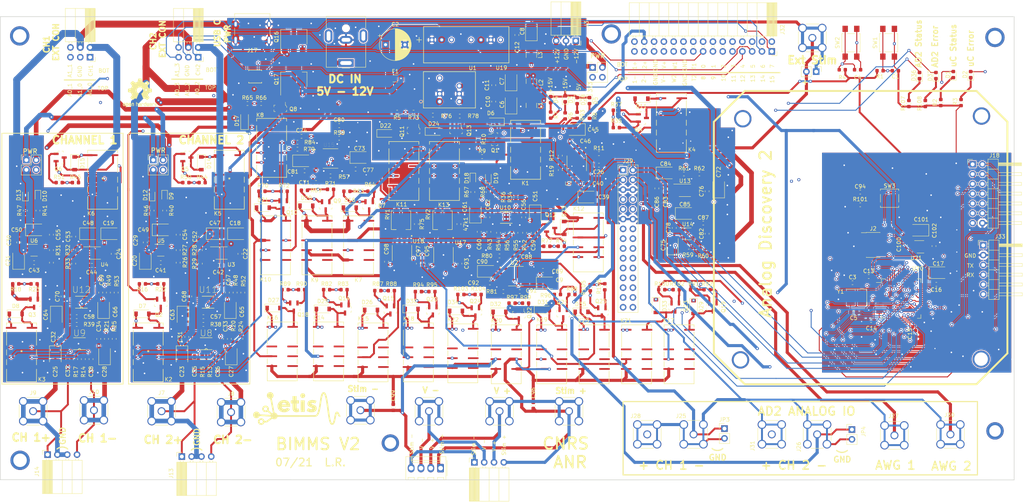
<source format=kicad_pcb>
(kicad_pcb (version 20171130) (host pcbnew "(5.1.6-0-10_14)")
  (layers (0 F.Cu signal) (1 In1.Cu signal) (2 In2.Cu signal) (31 B.Cu signal) (34 B.Paste user) (35 F.Paste user) (36 B.SilkS user) (37 F.SilkS user) (38 B.Mask user) (39 F.Mask user) (44 Edge.Cuts user))
  (net 0 "")
  (net 1 /SW2_uC)
  (net 2 GND)
  (net 3 "Net-(C3-Pad2)")
  (net 4 /SW1_uC)
  (net 5 "Net-(C5-Pad2)")
  (net 6 "Net-(C11-Pad1)")
  (net 7 "Net-(C12-Pad1)")
  (net 8 /NRST)
  (net 9 +3V3)
  (net 10 "Net-(C26-Pad1)")
  (net 11 Vin+_ch2)
  (net 12 Vin-_ch2)
  (net 13 Vin+_ch1)
  (net 14 Vin-_ch1)
  (net 15 "Net-(C41-Pad1)")
  (net 16 "Net-(C42-Pad2)")
  (net 17 "Net-(C43-Pad1)")
  (net 18 "Net-(C44-Pad2)")
  (net 19 "Net-(C57-Pad1)")
  (net 20 "Net-(C58-Pad1)")
  (net 21 "Net-(C59-Pad2)")
  (net 22 "Net-(C59-Pad1)")
  (net 23 "Net-(C60-Pad2)")
  (net 24 "Net-(C60-Pad1)")
  (net 25 I_load-)
  (net 26 I_load)
  (net 27 TIA+)
  (net 28 "Net-(C82-Pad1)")
  (net 29 "Net-(C83-Pad2)")
  (net 30 Istim-)
  (net 31 "Net-(D1-Pad1)")
  (net 32 "Net-(D2-Pad1)")
  (net 33 "Net-(D3-Pad1)")
  (net 34 "Net-(D4-Pad2)")
  (net 35 "Net-(D9-Pad2)")
  (net 36 "Net-(D10-Pad2)")
  (net 37 "Net-(D12-Pad1)")
  (net 38 "Net-(D13-Pad1)")
  (net 39 "Net-(D18-Pad2)")
  (net 40 "Net-(D19-Pad1)")
  (net 41 /SWCLK)
  (net 42 /SWDIO)
  (net 43 EXT_stim)
  (net 44 A1_3)
  (net 45 A0_3)
  (net 46 A1_2)
  (net 47 ch2_out)
  (net 48 A0_2)
  (net 49 A1_1)
  (net 50 A0_1)
  (net 51 A1_0)
  (net 52 ch1_out)
  (net 53 A0_0)
  (net 54 Vout-)
  (net 55 Vout+)
  (net 56 scope1-)
  (net 57 scope2-)
  (net 58 AWG1)
  (net 59 scope1+)
  (net 60 TR1)
  (net 61 TR2)
  (net 62 AWG2)
  (net 63 PWR+)
  (net 64 PWR-)
  (net 65 scope2+)
  (net 66 Vin)
  (net 67 "Net-(R12-Pad2)")
  (net 68 "Net-(R26-Pad2)")
  (net 69 "Net-(R28-Pad2)")
  (net 70 "Net-(R30-Pad2)")
  (net 71 "Net-(R32-Pad2)")
  (net 72 DC_offset)
  (net 73 "Net-(R38-Pad1)")
  (net 74 "Net-(R39-Pad1)")
  (net 75 "Net-(R59-Pad2)")
  (net 76 "Net-(R61-Pad2)")
  (net 77 "Net-(C10-Pad1)")
  (net 78 +5VA)
  (net 79 "Net-(K7-Pad5)")
  (net 80 "Net-(C88-Pad2)")
  (net 81 WE_REF)
  (net 82 "Net-(C91-Pad1)")
  (net 83 STIM+_coupling)
  (net 84 STIM-_coupling)
  (net 85 STIM-)
  (net 86 /uC_state)
  (net 87 /uC_error)
  (net 88 "Net-(D6-Pad2)")
  (net 89 "Net-(D7-Pad2)")
  (net 90 "Net-(D8-Pad2)")
  (net 91 "Net-(D11-Pad2)")
  (net 92 "Net-(D14-Pad2)")
  (net 93 "Net-(D15-Pad2)")
  (net 94 "Net-(D16-Pad2)")
  (net 95 "Net-(D17-Pad2)")
  (net 96 "Net-(D20-Pad2)")
  (net 97 "Net-(D21-Pad2)")
  (net 98 "Net-(D22-Pad2)")
  (net 99 "Net-(D23-Pad2)")
  (net 100 "Net-(D24-Pad2)")
  (net 101 "Net-(D25-Pad2)")
  (net 102 "Net-(D26-Pad2)")
  (net 103 "Net-(D27-Pad2)")
  (net 104 "Net-(D29-Pad2)")
  (net 105 "Net-(D30-Pad2)")
  (net 106 "Net-(D31-Pad2)")
  (net 107 "Net-(D32-Pad2)")
  (net 108 "Net-(D33-Pad2)")
  (net 109 "Net-(D34-Pad2)")
  (net 110 "Net-(D35-Pad2)")
  (net 111 /AD2_status)
  (net 112 "Net-(D36-Pad1)")
  (net 113 /AD2_err)
  (net 114 "Net-(D37-Pad1)")
  (net 115 VCC)
  (net 116 Vin_DC)
  (net 117 Vin_USB)
  (net 118 /PC6)
  (net 119 /PC7)
  (net 120 /PC8)
  (net 121 /PA15)
  (net 122 /PA12)
  (net 123 /PA11)
  (net 124 /PA8)
  (net 125 /PA3)
  (net 126 /PA2)
  (net 127 /PA1)
  (net 128 /PA0)
  (net 129 IO7)
  (net 130 IO6)
  (net 131 /SPI_MISO)
  (net 132 /SPI_MOSI)
  (net 133 /SPI_SCK)
  (net 134 /SPI_NSS)
  (net 135 /UART_RX)
  (net 136 /UART_TX)
  (net 137 "Net-(K11-Pad5)")
  (net 138 Gain_CS_OUT)
  (net 139 "Net-(K11-Pad3)")
  (net 140 V_amp)
  (net 141 Vref_volta)
  (net 142 Iin+)
  (net 143 "Net-(Q1-Pad2)")
  (net 144 "Net-(Q2-Pad2)")
  (net 145 "Net-(Q3-Pad2)")
  (net 146 "Net-(Q4-Pad2)")
  (net 147 "Net-(Q5-Pad2)")
  (net 148 "Net-(Q6-Pad2)")
  (net 149 "Net-(Q7-Pad2)")
  (net 150 "Net-(Q8-Pad2)")
  (net 151 "Net-(Q9-Pad2)")
  (net 152 "Net-(Q11-Pad2)")
  (net 153 "Net-(Q12-Pad2)")
  (net 154 "Net-(Q13-Pad2)")
  (net 155 "Net-(Q14-Pad2)")
  (net 156 "Net-(Q15-Pad2)")
  (net 157 "Net-(Q16-Pad2)")
  (net 158 "Net-(Q18-Pad2)")
  (net 159 "Net-(Q19-Pad2)")
  (net 160 "Net-(Q20-Pad2)")
  (net 161 "Net-(Q21-Pad2)")
  (net 162 "Net-(Q22-Pad2)")
  (net 163 "Net-(Q23-Pad2)")
  (net 164 "Net-(Q24-Pad2)")
  (net 165 "Net-(Q25-Pad2)")
  (net 166 Gain_CS_IN)
  (net 167 "Net-(Q17-Pad2)")
  (net 168 +14V5_stim)
  (net 169 +14V5_CH2)
  (net 170 +14V5_CH1)
  (net 171 -14V5_CH2)
  (net 172 -14V5_stim)
  (net 173 "Net-(C18-Pad1)")
  (net 174 "Net-(C19-Pad1)")
  (net 175 "Net-(C20-Pad2)")
  (net 176 "Net-(C21-Pad2)")
  (net 177 DC_sense)
  (net 178 "Net-(R75-Pad1)")
  (net 179 Vfb_volta)
  (net 180 Iin-)
  (net 181 "Net-(C72-Pad1)")
  (net 182 "Net-(C75-Pad2)")
  (net 183 "Net-(47k1-Pad1)")
  (net 184 ch2+_Cout)
  (net 185 ch2-_Cout)
  (net 186 ch1+_Cout)
  (net 187 ch1-_Cout)
  (net 188 I_load-_Cout)
  (net 189 I_load_Cout)
  (net 190 "Net-(C80-Pad1)")
  (net 191 "Net-(D5-Pad2)")
  (net 192 "Net-(D28-Pad2)")
  (net 193 "Net-(F1-Pad2)")
  (net 194 +12V)
  (net 195 -12V)
  (net 196 "Net-(K8-Pad5)")
  (net 197 "Net-(Q10-Pad2)")
  (net 198 Current_source_gain_COM)
  (net 199 DC_FB_COM)
  (net 200 CH2_coupling_COM)
  (net 201 CH1_coupling_COM)
  (net 202 STIM_INPUT_COM)
  (net 203 CH2_output_COM)
  (net 204 CH1_output_COM)
  (net 205 TIA_Select_1_COM)
  (net 206 TIA_2_CH2_COM)
  (net 207 TIA_Select_2_COM)
  (net 208 TIA_coupling_COM)
  (net 209 volta_EN_COM)
  (net 210 Current_source_in_COM)
  (net 211 V-_2_stim-_COM)
  (net 212 I-_2_stim-_COM)
  (net 213 tia_2_stim-_COM)
  (net 214 volta_2_stim+_COM)
  (net 215 gnd_2_stim-_COM)
  (net 216 4_2_wires_+_COM)
  (net 217 stim_coupling_COM)
  (net 218 I+_2_stim+_COM)
  (net 219 4_2_wires_-_COM)
  (net 220 V+_2_stim+_COM)
  (module "AD8250ARMZ (1):SOP50P490X110-10N" (layer F.Cu) (at 70.55 116.5 180)
    (fp_text reference U8 (at 0 2.75) (layer F.SilkS) (effects (font (size 1.641929 1.641929) (thickness 0.1))))
    (fp_text value AD8250)
    (pad 10 smd rect (at 2.1844 -0.9906 180) (size 1.4986 0.25) (layers F.Cu F.Paste F.Mask) (net 184 ch2+_Cout))
    (pad 9 smd rect (at 2.1844 -0.508 180) (size 1.4986 0.25) (layers F.Cu F.Paste F.Mask) (net 2 GND))
    (pad 8 smd rect (at 2.1844 0 180) (size 1.4986 0.25) (layers F.Cu F.Paste F.Mask) (net 169 +14V5_CH2))
    (pad 7 smd rect (at 2.1844 0.508 180) (size 1.4986 0.25) (layers F.Cu F.Paste F.Mask) (net 73 "Net-(R38-Pad1)"))
    (pad 6 smd rect (at 2.1844 0.9906 180) (size 1.4986 0.25) (layers F.Cu F.Paste F.Mask) (net 171 -14V5_CH2))
    (pad 5 smd rect (at -2.1844 0.9906 180) (size 1.4986 0.25) (layers F.Cu F.Paste F.Mask) (net 46 A1_2))
    (pad 4 smd rect (at -2.1844 0.508 180) (size 1.4986 0.25) (layers F.Cu F.Paste F.Mask) (net 48 A0_2))
    (pad 3 smd rect (at -2.1844 0 180) (size 1.4986 0.25) (layers F.Cu F.Paste F.Mask) (net 171 -14V5_CH2))
    (pad 2 smd rect (at -2.1844 -0.508 180) (size 1.4986 0.25) (layers F.Cu F.Paste F.Mask) (net 2 GND))
    (pad 1 smd rect (at -2.1844 -0.9906 180) (size 1.4986 0.25) (layers F.Cu F.Paste F.Mask) (net 185 ch2-_Cout))
  )
  (module "AD8250ARMZ (1):SOP50P490X110-10N" (layer F.Cu) (at 37.75 116.5 180)
    (fp_text reference U9 (at 0 2.75 180) (layer F.SilkS) (effects (font (size 1.641929 1.641929) (thickness 0.1))))
    (fp_text value AD8250)
    (pad 10 smd rect (at 2.1844 -0.9906 180) (size 1.4986 0.25) (layers F.Cu F.Paste F.Mask) (net 186 ch1+_Cout))
    (pad 9 smd rect (at 2.1844 -0.508 180) (size 1.4986 0.25) (layers F.Cu F.Paste F.Mask) (net 2 GND))
    (pad 8 smd rect (at 2.1844 0 180) (size 1.4986 0.25) (layers F.Cu F.Paste F.Mask) (net 170 +14V5_CH1))
    (pad 7 smd rect (at 2.1844 0.508 180) (size 1.4986 0.25) (layers F.Cu F.Paste F.Mask) (net 74 "Net-(R39-Pad1)"))
    (pad 6 smd rect (at 2.1844 0.9906 180) (size 1.4986 0.25) (layers F.Cu F.Paste F.Mask) (net 171 -14V5_CH2))
    (pad 5 smd rect (at -2.1844 0.9906 180) (size 1.4986 0.25) (layers F.Cu F.Paste F.Mask) (net 51 A1_0))
    (pad 4 smd rect (at -2.1844 0.508 180) (size 1.4986 0.25) (layers F.Cu F.Paste F.Mask) (net 53 A0_0))
    (pad 3 smd rect (at -2.1844 0 180) (size 1.4986 0.25) (layers F.Cu F.Paste F.Mask) (net 171 -14V5_CH2))
    (pad 2 smd rect (at -2.1844 -0.508 180) (size 1.4986 0.25) (layers F.Cu F.Paste F.Mask) (net 2 GND))
    (pad 1 smd rect (at -2.1844 -0.9906 180) (size 1.4986 0.25) (layers F.Cu F.Paste F.Mask) (net 187 ch1-_Cout))
  )
  (module "AD8250ARMZ (1):SOP50P490X110-10N" (layer F.Cu) (at 38.25 105.75 180)
    (fp_text reference U12 (at 0 3.25 180) (layer F.SilkS) (effects (font (size 1.641929 1.641929) (thickness 0.1))))
    (fp_text value AD8250)
    (pad 10 smd rect (at 2.1844 -0.9906 180) (size 1.4986 0.25) (layers F.Cu F.Paste F.Mask) (net 20 "Net-(C58-Pad1)"))
    (pad 9 smd rect (at 2.1844 -0.508 180) (size 1.4986 0.25) (layers F.Cu F.Paste F.Mask) (net 2 GND))
    (pad 8 smd rect (at 2.1844 0 180) (size 1.4986 0.25) (layers F.Cu F.Paste F.Mask) (net 170 +14V5_CH1))
    (pad 7 smd rect (at 2.1844 0.508 180) (size 1.4986 0.25) (layers F.Cu F.Paste F.Mask) (net 52 ch1_out))
    (pad 6 smd rect (at 2.1844 0.9906 180) (size 1.4986 0.25) (layers F.Cu F.Paste F.Mask) (net 171 -14V5_CH2))
    (pad 5 smd rect (at -2.1844 0.9906 180) (size 1.4986 0.25) (layers F.Cu F.Paste F.Mask) (net 49 A1_1))
    (pad 4 smd rect (at -2.1844 0.508 180) (size 1.4986 0.25) (layers F.Cu F.Paste F.Mask) (net 50 A0_1))
    (pad 3 smd rect (at -2.1844 0 180) (size 1.4986 0.25) (layers F.Cu F.Paste F.Mask) (net 171 -14V5_CH2))
    (pad 2 smd rect (at -2.1844 -0.508 180) (size 1.4986 0.25) (layers F.Cu F.Paste F.Mask) (net 2 GND))
    (pad 1 smd rect (at -2.1844 -0.9906 180) (size 1.4986 0.25) (layers F.Cu F.Paste F.Mask) (net 2 GND))
  )
  (module Package_QFP:LQFP-64_10x10mm_P0.5mm (layer F.Cu) (at 250.5 104.8)
    (fp_text reference U20 (at 4.3 -7.8) (layer F.SilkS))
    (fp_text value STM32F103R4Tx)
    (pad 64 smd roundrect (at -3.75 -5.675) (size 0.27 1.55) (layers F.Cu F.Paste F.Mask) (net 9 +3V3))
    (pad 63 smd roundrect (at -3.25 -5.675) (size 0.27 1.55) (layers F.Cu F.Paste F.Mask) (net 2 GND))
    (pad 62 smd roundrect (at -2.75 -5.675) (size 0.27 1.55) (layers F.Cu F.Paste F.Mask) (net 208 TIA_coupling_COM))
    (pad 61 smd roundrect (at -2.25 -5.675) (size 0.27 1.55) (layers F.Cu F.Paste F.Mask) (net 206 TIA_2_CH2_COM))
    (pad 60 smd roundrect (at -1.75 -5.675) (size 0.27 1.55) (layers F.Cu F.Paste F.Mask) (net 2 GND))
    (pad 59 smd roundrect (at -1.25 -5.675) (size 0.27 1.55) (layers F.Cu F.Paste F.Mask) (net 207 TIA_Select_2_COM))
    (pad 58 smd roundrect (at -0.75 -5.675) (size 0.27 1.55) (layers F.Cu F.Paste F.Mask) (net 205 TIA_Select_1_COM))
    (pad 57 smd roundrect (at -0.25 -5.675) (size 0.27 1.55) (layers F.Cu F.Paste F.Mask) (net 202 STIM_INPUT_COM))
    (pad 56 smd roundrect (at 0.25 -5.675) (size 0.27 1.55) (layers F.Cu F.Paste F.Mask) (net 199 DC_FB_COM))
    (pad 55 smd roundrect (at 0.75 -5.675) (size 0.27 1.55) (layers F.Cu F.Paste F.Mask) (net 203 CH2_output_COM))
    (pad 54 smd roundrect (at 1.25 -5.675) (size 0.27 1.55) (layers F.Cu F.Paste F.Mask))
    (pad 53 smd roundrect (at 1.75 -5.675) (size 0.27 1.55) (layers F.Cu F.Paste F.Mask) (net 215 gnd_2_stim-_COM))
    (pad 52 smd roundrect (at 2.25 -5.675) (size 0.27 1.55) (layers F.Cu F.Paste F.Mask) (net 213 tia_2_stim-_COM))
    (pad 51 smd roundrect (at 2.75 -5.675) (size 0.27 1.55) (layers F.Cu F.Paste F.Mask) (net 211 V-_2_stim-_COM))
    (pad 50 smd roundrect (at 3.25 -5.675) (size 0.27 1.55) (layers F.Cu F.Paste F.Mask) (net 121 /PA15))
    (pad 49 smd roundrect (at 3.75 -5.675) (size 0.27 1.55) (layers F.Cu F.Paste F.Mask) (net 41 /SWCLK))
    (pad 48 smd roundrect (at 5.675 -3.75) (size 1.55 0.27) (layers F.Cu F.Paste F.Mask) (net 9 +3V3))
    (pad 47 smd roundrect (at 5.675 -3.25) (size 1.55 0.27) (layers F.Cu F.Paste F.Mask) (net 2 GND))
    (pad 46 smd roundrect (at 5.675 -2.75) (size 1.55 0.27) (layers F.Cu F.Paste F.Mask) (net 42 /SWDIO))
    (pad 45 smd roundrect (at 5.675 -2.25) (size 1.55 0.27) (layers F.Cu F.Paste F.Mask) (net 122 /PA12))
    (pad 44 smd roundrect (at 5.675 -1.75) (size 1.55 0.27) (layers F.Cu F.Paste F.Mask) (net 123 /PA11))
    (pad 43 smd roundrect (at 5.675 -1.25) (size 1.55 0.27) (layers F.Cu F.Paste F.Mask) (net 135 /UART_RX))
    (pad 42 smd roundrect (at 5.675 -0.75) (size 1.55 0.27) (layers F.Cu F.Paste F.Mask) (net 136 /UART_TX))
    (pad 41 smd roundrect (at 5.675 -0.25) (size 1.55 0.27) (layers F.Cu F.Paste F.Mask) (net 124 /PA8))
    (pad 40 smd roundrect (at 5.675 0.25) (size 1.55 0.27) (layers F.Cu F.Paste F.Mask) (net 212 I-_2_stim-_COM))
    (pad 39 smd roundrect (at 5.675 0.75) (size 1.55 0.27) (layers F.Cu F.Paste F.Mask) (net 120 /PC8))
    (pad 38 smd roundrect (at 5.675 1.25) (size 1.55 0.27) (layers F.Cu F.Paste F.Mask) (net 119 /PC7))
    (pad 37 smd roundrect (at 5.675 1.75) (size 1.55 0.27) (layers F.Cu F.Paste F.Mask) (net 118 /PC6))
    (pad 36 smd roundrect (at 5.675 2.25) (size 1.55 0.27) (layers F.Cu F.Paste F.Mask) (net 220 V+_2_stim+_COM))
    (pad 35 smd roundrect (at 5.675 2.75) (size 1.55 0.27) (layers F.Cu F.Paste F.Mask) (net 218 I+_2_stim+_COM))
    (pad 34 smd roundrect (at 5.675 3.25) (size 1.55 0.27) (layers F.Cu F.Paste F.Mask) (net 214 volta_2_stim+_COM))
    (pad 33 smd roundrect (at 5.675 3.75) (size 1.55 0.27) (layers F.Cu F.Paste F.Mask) (net 198 Current_source_gain_COM))
    (pad 32 smd roundrect (at 3.75 5.675) (size 0.27 1.55) (layers F.Cu F.Paste F.Mask) (net 9 +3V3))
    (pad 31 smd roundrect (at 3.25 5.675) (size 0.27 1.55) (layers F.Cu F.Paste F.Mask) (net 2 GND))
    (pad 30 smd roundrect (at 2.75 5.675) (size 0.27 1.55) (layers F.Cu F.Paste F.Mask) (net 210 Current_source_in_COM))
    (pad 29 smd roundrect (at 2.25 5.675) (size 0.27 1.55) (layers F.Cu F.Paste F.Mask) (net 209 volta_EN_COM))
    (pad 28 smd roundrect (at 1.75 5.675) (size 0.27 1.55) (layers F.Cu F.Paste F.Mask) (net 200 CH2_coupling_COM))
    (pad 27 smd roundrect (at 1.25 5.675) (size 0.27 1.55) (layers F.Cu F.Paste F.Mask) (net 204 CH1_output_COM))
    (pad 26 smd roundrect (at 0.75 5.675) (size 0.27 1.55) (layers F.Cu F.Paste F.Mask) (net 201 CH1_coupling_COM))
    (pad 25 smd roundrect (at 0.25 5.675) (size 0.27 1.55) (layers F.Cu F.Paste F.Mask) (net 60 TR1))
    (pad 24 smd roundrect (at -0.25 5.675) (size 0.27 1.55) (layers F.Cu F.Paste F.Mask) (net 61 TR2))
    (pad 23 smd roundrect (at -0.75 5.675) (size 0.27 1.55) (layers F.Cu F.Paste F.Mask) (net 132 /SPI_MOSI))
    (pad 22 smd roundrect (at -1.25 5.675) (size 0.27 1.55) (layers F.Cu F.Paste F.Mask) (net 131 /SPI_MISO))
    (pad 21 smd roundrect (at -1.75 5.675) (size 0.27 1.55) (layers F.Cu F.Paste F.Mask) (net 133 /SPI_SCK))
    (pad 20 smd roundrect (at -2.25 5.675) (size 0.27 1.55) (layers F.Cu F.Paste F.Mask) (net 134 /SPI_NSS))
    (pad 19 smd roundrect (at -2.75 5.675) (size 0.27 1.55) (layers F.Cu F.Paste F.Mask) (net 9 +3V3))
    (pad 18 smd roundrect (at -3.25 5.675) (size 0.27 1.55) (layers F.Cu F.Paste F.Mask) (net 2 GND))
    (pad 17 smd roundrect (at -3.75 5.675) (size 0.27 1.55) (layers F.Cu F.Paste F.Mask) (net 125 /PA3))
    (pad 16 smd roundrect (at -5.675 3.75) (size 1.55 0.27) (layers F.Cu F.Paste F.Mask) (net 126 /PA2))
    (pad 15 smd roundrect (at -5.675 3.25) (size 1.55 0.27) (layers F.Cu F.Paste F.Mask) (net 127 /PA1))
    (pad 14 smd roundrect (at -5.675 2.75) (size 1.55 0.27) (layers F.Cu F.Paste F.Mask) (net 128 /PA0))
    (pad 13 smd roundrect (at -5.675 2.25) (size 1.55 0.27) (layers F.Cu F.Paste F.Mask) (net 9 +3V3))
    (pad 12 smd roundrect (at -5.675 1.75) (size 1.55 0.27) (layers F.Cu F.Paste F.Mask) (net 2 GND))
    (pad 11 smd roundrect (at -5.675 1.25) (size 1.55 0.27) (layers F.Cu F.Paste F.Mask) (net 4 /SW1_uC))
    (pad 10 smd roundrect (at -5.675 0.75) (size 1.55 0.27) (layers F.Cu F.Paste F.Mask) (net 1 /SW2_uC))
    (pad 9 smd roundrect (at -5.675 0.25) (size 1.55 0.27) (layers F.Cu F.Paste F.Mask) (net 86 /uC_state))
    (pad 8 smd roundrect (at -5.675 -0.25) (size 1.55 0.27) (layers F.Cu F.Paste F.Mask) (net 87 /uC_error))
    (pad 7 smd roundrect (at -5.675 -0.75) (size 1.55 0.27) (layers F.Cu F.Paste F.Mask) (net 8 /NRST))
    (pad 6 smd roundrect (at -5.675 -1.25) (size 1.55 0.27) (layers F.Cu F.Paste F.Mask) (net 5 "Net-(C5-Pad2)"))
    (pad 5 smd roundrect (at -5.675 -1.75) (size 1.55 0.27) (layers F.Cu F.Paste F.Mask) (net 3 "Net-(C3-Pad2)"))
    (pad 4 smd roundrect (at -5.675 -2.25) (size 1.55 0.27) (layers F.Cu F.Paste F.Mask) (net 216 4_2_wires_+_COM))
    (pad 3 smd roundrect (at -5.675 -2.75) (size 1.55 0.27) (layers F.Cu F.Paste F.Mask) (net 219 4_2_wires_-_COM))
    (pad 2 smd roundrect (at -5.675 -3.25) (size 1.55 0.27) (layers F.Cu F.Paste F.Mask) (net 217 stim_coupling_COM))
    (pad 1 smd roundrect (at -5.675 -3.75) (size 1.55 0.27) (layers F.Cu F.Paste F.Mask) (net 9 +3V3))
  )
  (module Symbol:OSHW-Logo2_9.8x8mm_SilkScreen (layer F.Cu) (at 53.4 51.5)
    (fp_text reference REF** hide)
    (fp_text value OSHW-Logo2_9.8x8mm_SilkScreen hide)
  )
  (module logo:logo_etis2 (layer F.Cu) (at 94 133.3)
    (fp_text reference G*** hide)
    (fp_text value LOGO hide)
  )
  (module digikey-footprints:CPH3462 (layer F.Cu) (at 58.8 106 270)
    (fp_text reference Q2 (at 3 0.5) (layer F.SilkS))
    (fp_text value CPH3462)
    (pad 2 smd rect (at -1.05 -0.95 270) (size 1.3 0.6) (layers F.Cu F.Paste F.Mask) (net 144 "Net-(Q2-Pad2)"))
    (pad 3 smd rect (at -1.05 0.95 270) (size 1.3 0.6) (layers F.Cu F.Paste F.Mask) (net 2 GND))
    (pad 1 smd rect (at 1.05 0 270) (size 1.3 0.6) (layers F.Cu F.Paste F.Mask) (net 89 "Net-(D7-Pad2)"))
  )
  (module Capacitor_SMD:C_0603_1608Metric (layer F.Cu) (at 66.3 104.25 90)
    (fp_text reference C68 (at 0 -1.43 90) (layer F.SilkS))
    (fp_text value 100nF)
    (pad 2 smd roundrect (at 0.7875 0 90) (size 0.875 0.95) (layers F.Cu F.Paste F.Mask) (net 2 GND))
    (pad 1 smd roundrect (at -0.7875 0 90) (size 0.875 0.95) (layers F.Cu F.Paste F.Mask) (net 169 +14V5_CH2))
  )
  (module Capacitor_SMD:C_0603_1608Metric (layer F.Cu) (at 76.05 103.25 90)
    (fp_text reference C67 (at 3.25 0.25 90) (layer F.SilkS))
    (fp_text value 100nF)
    (pad 2 smd roundrect (at 0.7875 0 90) (size 0.875 0.95) (layers F.Cu F.Paste F.Mask) (net 2 GND))
    (pad 1 smd roundrect (at -0.7875 0 90) (size 0.875 0.95) (layers F.Cu F.Paste F.Mask) (net 171 -14V5_CH2))
  )
  (module Resistor_SMD:R_0603_1608Metric (layer F.Cu) (at 69.8375 111.5)
    (fp_text reference R38 (at 3.2125 0) (layer F.SilkS))
    (fp_text value 1k)
    (pad 2 smd roundrect (at 0.7875 0) (size 0.875 0.95) (layers F.Cu F.Paste F.Mask) (net 19 "Net-(C57-Pad1)"))
    (pad 1 smd roundrect (at -0.7875 0) (size 0.875 0.95) (layers F.Cu F.Paste F.Mask) (net 73 "Net-(R38-Pad1)"))
  )
  (module ul_EE25NUHL:EE2-5NUH-L (layer F.Cu) (at 55.55 118.75)
    (fp_text reference K2 (at 5.25 7) (layer F.SilkS))
    (fp_text value EE2-5NUH-L hide)
    (fp_text user * (at 0 0) (layer F.SilkS))
    (pad 1 smd rect (at -2.6924 -6.3627) (size 2.7178 0.4572) (layers F.Cu F.Paste F.Mask) (net 78 +5VA))
    (pad 3 smd rect (at -2.6924 -1.2827) (size 2.7178 0.4572) (layers F.Cu F.Paste F.Mask) (net 11 Vin+_ch2))
    (pad 4 smd rect (at -2.6924 1.2573) (size 2.7178 0.4572) (layers F.Cu F.Paste F.Mask) (net 184 ch2+_Cout))
    (pad 5 smd rect (at -2.6924 3.7973) (size 2.7178 0.4572) (layers F.Cu F.Paste F.Mask))
    (pad 8 smd rect (at 2.6924 3.7973) (size 2.7178 0.4572) (layers F.Cu F.Paste F.Mask))
    (pad 9 smd rect (at 2.6924 1.2573) (size 2.7178 0.4572) (layers F.Cu F.Paste F.Mask) (net 185 ch2-_Cout))
    (pad 10 smd rect (at 2.6924 -1.2827) (size 2.7178 0.4572) (layers F.Cu F.Paste F.Mask) (net 12 Vin-_ch2))
    (pad 12 smd rect (at 2.6924 -6.3627) (size 2.7178 0.4572) (layers F.Cu F.Paste F.Mask) (net 89 "Net-(D7-Pad2)"))
  )
  (module Resistor_SMD:R_0603_1608Metric (layer F.Cu) (at 58.8 101 180)
    (fp_text reference R22 (at 0 -1.43) (layer F.SilkS))
    (fp_text value 100R)
    (pad 2 smd roundrect (at 0.7875 0 180) (size 0.875 0.95) (layers F.Cu F.Paste F.Mask) (net 200 CH2_coupling_COM))
    (pad 1 smd roundrect (at -0.7875 0 180) (size 0.875 0.95) (layers F.Cu F.Paste F.Mask) (net 144 "Net-(Q2-Pad2)"))
  )
  (module Resistor_SMD:R_0603_1608Metric (layer F.Cu) (at 71.55 120.5 90)
    (fp_text reference R13 (at -3.3 0 270) (layer F.SilkS))
    (fp_text value 10M)
    (pad 2 smd roundrect (at 0.7875 0 90) (size 0.875 0.95) (layers F.Cu F.Paste F.Mask) (net 185 ch2-_Cout))
    (pad 1 smd roundrect (at -0.7875 0 90) (size 0.875 0.95) (layers F.Cu F.Paste F.Mask) (net 2 GND))
  )
  (module Resistor_SMD:R_0603_1608Metric (layer F.Cu) (at 69.55 120.5 90)
    (fp_text reference R15 (at -3.3 0.05 90) (layer F.SilkS))
    (fp_text value 10M)
    (pad 2 smd roundrect (at 0.7875 0 90) (size 0.875 0.95) (layers F.Cu F.Paste F.Mask) (net 184 ch2+_Cout))
    (pad 1 smd roundrect (at -0.7875 0 90) (size 0.875 0.95) (layers F.Cu F.Paste F.Mask) (net 2 GND))
  )
  (module Resistor_SMD:R_0603_1608Metric (layer F.Cu) (at 54.05 101 180)
    (fp_text reference R16 (at 0 -1.43) (layer F.SilkS))
    (fp_text value 10k)
    (pad 2 smd roundrect (at 0.7875 0 180) (size 0.875 0.95) (layers F.Cu F.Paste F.Mask) (net 2 GND))
    (pad 1 smd roundrect (at -0.7875 0 180) (size 0.875 0.95) (layers F.Cu F.Paste F.Mask) (net 200 CH2_coupling_COM))
  )
  (module Resistor_SMD:R_0603_1608Metric (layer F.Cu) (at 77.55 115.25 90)
    (fp_text reference R20 (at 3.35 0.05 90) (layer F.SilkS))
    (fp_text value 10k)
    (pad 2 smd roundrect (at 0.7875 0 90) (size 0.875 0.95) (layers F.Cu F.Paste F.Mask) (net 48 A0_2))
    (pad 1 smd roundrect (at -0.7875 0 90) (size 0.875 0.95) (layers F.Cu F.Paste F.Mask) (net 2 GND))
  )
  (module Resistor_SMD:R_0603_1608Metric (layer F.Cu) (at 65.3 74.75)
    (fp_text reference R50 (at 0 -1.43) (layer F.SilkS))
    (fp_text value 100R)
    (pad 2 smd roundrect (at 0.7875 0) (size 0.875 0.95) (layers F.Cu F.Paste F.Mask) (net 203 CH2_output_COM))
    (pad 1 smd roundrect (at -0.7875 0) (size 0.875 0.95) (layers F.Cu F.Paste F.Mask) (net 147 "Net-(Q5-Pad2)"))
  )
  (module Resistor_SMD:R_0603_1608Metric (layer F.Cu) (at 80.05 103.25 90)
    (fp_text reference R52 (at 2.95 0.15 90) (layer F.SilkS))
    (fp_text value 10k)
    (pad 2 smd roundrect (at 0.7875 0 90) (size 0.875 0.95) (layers F.Cu F.Paste F.Mask) (net 44 A1_3))
    (pad 1 smd roundrect (at -0.7875 0 90) (size 0.875 0.95) (layers F.Cu F.Paste F.Mask) (net 2 GND))
  )
  (module Resistor_SMD:R_0603_1608Metric (layer F.Cu) (at 78.05 103.25 90)
    (fp_text reference R48 (at 3.15 0.15 90) (layer F.SilkS))
    (fp_text value 10k)
    (pad 2 smd roundrect (at 0.7875 0 90) (size 0.875 0.95) (layers F.Cu F.Paste F.Mask) (net 45 A0_3))
    (pad 1 smd roundrect (at -0.7875 0 90) (size 0.875 0.95) (layers F.Cu F.Paste F.Mask) (net 2 GND))
  )
  (module Resistor_SMD:R_0603_1608Metric (layer F.Cu) (at 79.55 115.25 90)
    (fp_text reference R24 (at 3.25 0 90) (layer F.SilkS))
    (fp_text value 10k)
    (pad 2 smd roundrect (at 0.7875 0 90) (size 0.875 0.95) (layers F.Cu F.Paste F.Mask) (net 46 A1_2))
    (pad 1 smd roundrect (at -0.7875 0 90) (size 0.875 0.95) (layers F.Cu F.Paste F.Mask) (net 2 GND))
  )
  (module Resistor_SMD:R_0603_1608Metric (layer F.Cu) (at 69.5125 74.75)
    (fp_text reference R44 (at 0 -1.43) (layer F.SilkS))
    (fp_text value 10k)
    (pad 2 smd roundrect (at 0.7875 0) (size 0.875 0.95) (layers F.Cu F.Paste F.Mask) (net 2 GND))
    (pad 1 smd roundrect (at -0.7875 0) (size 0.875 0.95) (layers F.Cu F.Paste F.Mask) (net 203 CH2_output_COM))
  )
  (module Diode_SMD:D_SOD-123 (layer F.Cu) (at 54.05 108.75)
    (fp_text reference D7 (at 0 -2) (layer F.SilkS))
    (fp_text value MBR0530)
    (pad 2 smd rect (at 1.65 0) (size 0.9 1.2) (layers F.Cu F.Paste F.Mask) (net 89 "Net-(D7-Pad2)"))
    (pad 1 smd rect (at -1.65 0) (size 0.9 1.2) (layers F.Cu F.Paste F.Mask) (net 78 +5VA))
  )
  (module Diode_SMD:D_SOD-123 (layer F.Cu) (at 69.3 69.75 270)
    (fp_text reference D14 (at 0 -2 90) (layer F.SilkS))
    (fp_text value MBR0530)
    (pad 2 smd rect (at 1.65 0 270) (size 0.9 1.2) (layers F.Cu F.Paste F.Mask) (net 92 "Net-(D14-Pad2)"))
    (pad 1 smd rect (at -1.65 0 270) (size 0.9 1.2) (layers F.Cu F.Paste F.Mask) (net 78 +5VA))
  )
  (module Capacitor_Tantalum_SMD:CP_EIA-3528-21_Kemet-B (layer F.Cu) (at 76.8 107.5 90)
    (fp_text reference C65 (at -0.75 3 90) (layer F.SilkS))
    (fp_text value 10uF)
    (pad 2 smd roundrect (at 1.5375 0 90) (size 1.325 2.35) (layers F.Cu F.Paste F.Mask) (roundrect_rratio 0.188679) (net 171 -14V5_CH2))
    (pad 1 smd roundrect (at -1.5375 0 90) (size 1.325 2.35) (layers F.Cu F.Paste F.Mask) (roundrect_rratio 0.188679) (net 2 GND))
  )
  (module Capacitor_Tantalum_SMD:CP_EIA-3528-21_Kemet-B (layer F.Cu) (at 64.55 109.25 270)
    (fp_text reference C63 (at -0.25 2.75 90) (layer F.SilkS))
    (fp_text value 10uF)
    (pad 2 smd roundrect (at 1.5375 0 270) (size 1.325 2.35) (layers F.Cu F.Paste F.Mask) (roundrect_rratio 0.188679) (net 2 GND))
    (pad 1 smd roundrect (at -1.5375 0 270) (size 1.325 2.35) (layers F.Cu F.Paste F.Mask) (roundrect_rratio 0.188679) (net 169 +14V5_CH2))
  )
  (module Capacitor_SMD:C_0603_1608Metric (layer F.Cu) (at 69.8375 109.5 180)
    (fp_text reference C57 (at -3.2125 0) (layer F.SilkS))
    (fp_text value 10pF)
    (pad 2 smd roundrect (at 0.7875 0 180) (size 0.875 0.95) (layers F.Cu F.Paste F.Mask) (net 2 GND))
    (pad 1 smd roundrect (at -0.7875 0 180) (size 0.875 0.95) (layers F.Cu F.Paste F.Mask) (net 19 "Net-(C57-Pad1)"))
  )
  (module Capacitor_SMD:C_0603_1608Metric (layer F.Cu) (at 73.55 120.5 270)
    (fp_text reference C36 (at 3.25 0 90) (layer F.SilkS))
    (fp_text value 1uF)
    (pad 2 smd roundrect (at 0.7875 0 270) (size 0.875 0.95) (layers F.Cu F.Paste F.Mask) (net 12 Vin-_ch2))
    (pad 1 smd roundrect (at -0.7875 0 270) (size 0.875 0.95) (layers F.Cu F.Paste F.Mask) (net 185 ch2-_Cout))
  )
  (module Capacitor_SMD:C_0603_1608Metric (layer F.Cu) (at 67.55 120.4625 90)
    (fp_text reference C35 (at -3.2375 0 90) (layer F.SilkS))
    (fp_text value 1uF)
    (pad 2 smd roundrect (at 0.7875 0 90) (size 0.875 0.95) (layers F.Cu F.Paste F.Mask) (net 184 ch2+_Cout))
    (pad 1 smd roundrect (at -0.7875 0 90) (size 0.875 0.95) (layers F.Cu F.Paste F.Mask) (net 11 Vin+_ch2))
  )
  (module Capacitor_SMD:C_0603_1608Metric (layer F.Cu) (at 75.55 115.25 90)
    (fp_text reference C33 (at 3.25 0 90) (layer F.SilkS))
    (fp_text value 100nF)
    (pad 2 smd roundrect (at 0.7875 0 90) (size 0.875 0.95) (layers F.Cu F.Paste F.Mask) (net 2 GND))
    (pad 1 smd roundrect (at -0.7875 0 90) (size 0.875 0.95) (layers F.Cu F.Paste F.Mask) (net 171 -14V5_CH2))
  )
  (module Capacitor_SMD:C_0603_1608Metric (layer F.Cu) (at 65.55 114.75 90)
    (fp_text reference C31 (at 0 -1.75 90) (layer F.SilkS))
    (fp_text value 100nF)
    (pad 2 smd roundrect (at 0.7875 0 90) (size 0.875 0.95) (layers F.Cu F.Paste F.Mask) (net 2 GND))
    (pad 1 smd roundrect (at -0.7875 0 90) (size 0.875 0.95) (layers F.Cu F.Paste F.Mask) (net 169 +14V5_CH2))
  )
  (module Capacitor_Tantalum_SMD:CP_EIA-3528-21_Kemet-B (layer F.Cu) (at 77.05 119.5 90)
    (fp_text reference C27 (at -4.25 0 90) (layer F.SilkS))
    (fp_text value 10uF)
    (pad 2 smd roundrect (at 1.5375 0 90) (size 1.325 2.35) (layers F.Cu F.Paste F.Mask) (roundrect_rratio 0.188679) (net 171 -14V5_CH2))
    (pad 1 smd roundrect (at -1.5375 0 90) (size 1.325 2.35) (layers F.Cu F.Paste F.Mask) (roundrect_rratio 0.188679) (net 2 GND))
  )
  (module Capacitor_Tantalum_SMD:CP_EIA-3528-21_Kemet-B (layer F.Cu) (at 64.3 119.5 270)
    (fp_text reference C23 (at 4.25 0 90) (layer F.SilkS))
    (fp_text value 10uF)
    (pad 2 smd roundrect (at 1.5375 0 270) (size 1.325 2.35) (layers F.Cu F.Paste F.Mask) (roundrect_rratio 0.188679) (net 2 GND))
    (pad 1 smd roundrect (at -1.5375 0 270) (size 1.325 2.35) (layers F.Cu F.Paste F.Mask) (roundrect_rratio 0.188679) (net 169 +14V5_CH2))
  )
  (module ul_EE25NUHL:EE2-5NUH-L (layer F.Cu) (at 76.55 74)
    (fp_text reference K5 (at -3 8.75) (layer F.SilkS))
    (fp_text value EE2-5NUH-L hide)
    (fp_text user * (at 0 0) (layer F.SilkS))
    (pad 1 smd rect (at -2.6924 -6.3627) (size 2.7178 0.4572) (layers F.Cu F.Paste F.Mask) (net 78 +5VA))
    (pad 3 smd rect (at -2.6924 -1.2827) (size 2.7178 0.4572) (layers F.Cu F.Paste F.Mask))
    (pad 4 smd rect (at -2.6924 1.2573) (size 2.7178 0.4572) (layers F.Cu F.Paste F.Mask) (net 65 scope2+))
    (pad 5 smd rect (at -2.6924 3.7973) (size 2.7178 0.4572) (layers F.Cu F.Paste F.Mask) (net 47 ch2_out))
    (pad 8 smd rect (at 2.6924 3.7973) (size 2.7178 0.4572) (layers F.Cu F.Paste F.Mask) (net 2 GND))
    (pad 9 smd rect (at 2.6924 1.2573) (size 2.7178 0.4572) (layers F.Cu F.Paste F.Mask) (net 57 scope2-))
    (pad 10 smd rect (at 2.6924 -1.2827) (size 2.7178 0.4572) (layers F.Cu F.Paste F.Mask))
    (pad 12 smd rect (at 2.6924 -6.3627) (size 2.7178 0.4572) (layers F.Cu F.Paste F.Mask) (net 92 "Net-(D14-Pad2)"))
  )
  (module "AD8250ARMZ (1):SOP50P490X110-10N" (layer F.Cu) (at 71.05 105.75 180)
    (fp_text reference U11 (at 0 3.25) (layer F.SilkS) (effects (font (size 1.641929 1.641929) (thickness 0.1))))
    (fp_text value AD8250)
    (pad 10 smd rect (at 2.1844 -0.9906 180) (size 1.4986 0.25) (layers F.Cu F.Paste F.Mask) (net 19 "Net-(C57-Pad1)"))
    (pad 9 smd rect (at 2.1844 -0.508 180) (size 1.4986 0.25) (layers F.Cu F.Paste F.Mask) (net 2 GND))
    (pad 8 smd rect (at 2.1844 0 180) (size 1.4986 0.25) (layers F.Cu F.Paste F.Mask) (net 169 +14V5_CH2))
    (pad 7 smd rect (at 2.1844 0.508 180) (size 1.4986 0.25) (layers F.Cu F.Paste F.Mask) (net 47 ch2_out))
    (pad 6 smd rect (at 2.1844 0.9906 180) (size 1.4986 0.25) (layers F.Cu F.Paste F.Mask) (net 171 -14V5_CH2))
    (pad 5 smd rect (at -2.1844 0.9906 180) (size 1.4986 0.25) (layers F.Cu F.Paste F.Mask) (net 44 A1_3))
    (pad 4 smd rect (at -2.1844 0.508 180) (size 1.4986 0.25) (layers F.Cu F.Paste F.Mask) (net 45 A0_3))
    (pad 3 smd rect (at -2.1844 0 180) (size 1.4986 0.25) (layers F.Cu F.Paste F.Mask) (net 171 -14V5_CH2))
    (pad 2 smd rect (at -2.1844 -0.508 180) (size 1.4986 0.25) (layers F.Cu F.Paste F.Mask) (net 2 GND))
    (pad 1 smd rect (at -2.1844 -0.9906 180) (size 1.4986 0.25) (layers F.Cu F.Paste F.Mask) (net 2 GND))
  )
  (module digikey-footprints:CPH3462 (layer F.Cu) (at 65.55 68.25)
    (fp_text reference Q5 (at -0.5 3) (layer F.SilkS))
    (fp_text value CPH3462)
    (pad 2 smd rect (at -1.05 -0.95) (size 1.3 0.6) (layers F.Cu F.Paste F.Mask) (net 147 "Net-(Q5-Pad2)"))
    (pad 3 smd rect (at -1.05 0.95) (size 1.3 0.6) (layers F.Cu F.Paste F.Mask) (net 2 GND))
    (pad 1 smd rect (at 1.05 0) (size 1.3 0.6) (layers F.Cu F.Paste F.Mask) (net 92 "Net-(D14-Pad2)"))
  )
  (module Connector_PinHeader_2.54mm:PinHeader_2x02_P2.54mm_Vertical (layer F.Cu) (at 56.86 68.9)
    (fp_text reference J4 hide)
    (fp_text value CH2_PWR)
    (pad 4 thru_hole oval (at 2.54 2.54) (size 1.7 1.7) (drill 1) (layers *.Cu *.Mask) (net 173 "Net-(C18-Pad1)"))
    (pad 3 thru_hole oval (at 0 2.54) (size 1.7 1.7) (drill 1) (layers *.Cu *.Mask) (net 175 "Net-(C20-Pad2)"))
    (pad 2 thru_hole oval (at 2.54 0) (size 1.7 1.7) (drill 1) (layers *.Cu *.Mask) (net 194 +12V))
    (pad 1 thru_hole rect (at 0 0) (size 1.7 1.7) (drill 1) (layers *.Cu *.Mask) (net 195 -12V))
  )
  (module Resistor_SMD:R_0603_1608Metric (layer F.Cu) (at 69.05 92.25 270)
    (fp_text reference R28 (at 0 1.5 90) (layer F.SilkS))
    (fp_text value 39k)
    (pad 2 smd roundrect (at 0.7875 0 270) (size 0.875 0.95) (layers F.Cu F.Paste F.Mask) (net 69 "Net-(R28-Pad2)"))
    (pad 1 smd roundrect (at -0.7875 0 270) (size 0.875 0.95) (layers F.Cu F.Paste F.Mask) (net 169 +14V5_CH2))
  )
  (module Resistor_SMD:R_0603_1608Metric (layer F.Cu) (at 63.3 92.25 90)
    (fp_text reference R27 (at 0 1.75 90) (layer F.SilkS))
    (fp_text value 39k)
    (pad 2 smd roundrect (at 0.7875 0 90) (size 0.875 0.95) (layers F.Cu F.Paste F.Mask) (net 171 -14V5_CH2))
    (pad 1 smd roundrect (at -0.7875 0 90) (size 0.875 0.95) (layers F.Cu F.Paste F.Mask) (net 68 "Net-(R26-Pad2)"))
  )
  (module Resistor_SMD:R_0603_1608Metric (layer F.Cu) (at 63.3 95.5 90)
    (fp_text reference R26 (at 0.1 1.8 90) (layer F.SilkS))
    (fp_text value 4k7)
    (pad 2 smd roundrect (at 0.7875 0 90) (size 0.875 0.95) (layers F.Cu F.Paste F.Mask) (net 68 "Net-(R26-Pad2)"))
    (pad 1 smd roundrect (at -0.7875 0 90) (size 0.875 0.95) (layers F.Cu F.Paste F.Mask) (net 2 GND))
  )
  (module Resistor_SMD:R_0603_1608Metric (layer F.Cu) (at 69.05 95.75 270)
    (fp_text reference R29 (at 0 1.5 90) (layer F.SilkS))
    (fp_text value 4k7)
    (pad 2 smd roundrect (at 0.7875 0 270) (size 0.875 0.95) (layers F.Cu F.Paste F.Mask) (net 2 GND))
    (pad 1 smd roundrect (at -0.7875 0 270) (size 0.875 0.95) (layers F.Cu F.Paste F.Mask) (net 69 "Net-(R28-Pad2)"))
  )
  (module Capacitor_SMD:C_0603_1608Metric (layer F.Cu) (at 73.8 96.2 180)
    (fp_text reference C42 (at 0.1 -1.8) (layer F.SilkS))
    (fp_text value 100nF)
    (pad 2 smd roundrect (at 0.7875 0 180) (size 0.875 0.95) (layers F.Cu F.Paste F.Mask) (net 16 "Net-(C42-Pad2)"))
    (pad 1 smd roundrect (at -0.7875 0 180) (size 0.875 0.95) (layers F.Cu F.Paste F.Mask) (net 169 +14V5_CH2))
  )
  (module Capacitor_SMD:C_0603_1608Metric (layer F.Cu) (at 58.8 95.5)
    (fp_text reference C41 (at 0 2) (layer F.SilkS))
    (fp_text value 100nF)
    (pad 2 smd roundrect (at 0.7875 0) (size 0.875 0.95) (layers F.Cu F.Paste F.Mask) (net 171 -14V5_CH2))
    (pad 1 smd roundrect (at -0.7875 0) (size 0.875 0.95) (layers F.Cu F.Paste F.Mask) (net 15 "Net-(C41-Pad1)"))
  )
  (module Capacitor_SMD:C_0603_1608Metric (layer F.Cu) (at 54.8 90.25 90)
    (fp_text reference C29 (at 0.5 -2.5 90) (layer F.SilkS))
    (fp_text value 100nF)
    (pad 2 smd roundrect (at 0.7875 0 90) (size 0.875 0.95) (layers F.Cu F.Paste F.Mask) (net 2 GND))
    (pad 1 smd roundrect (at -0.7875 0 90) (size 0.875 0.95) (layers F.Cu F.Paste F.Mask) (net 175 "Net-(C20-Pad2)"))
  )
  (module Capacitor_SMD:C_0603_1608Metric (layer F.Cu) (at 79.3 93.2125 270)
    (fp_text reference C22 (at 0 -1.43 90) (layer F.SilkS))
    (fp_text value 100nF)
    (pad 2 smd roundrect (at 0.7875 0 270) (size 0.875 0.95) (layers F.Cu F.Paste F.Mask) (net 2 GND))
    (pad 1 smd roundrect (at -0.7875 0 270) (size 0.875 0.95) (layers F.Cu F.Paste F.Mask) (net 173 "Net-(C18-Pad1)"))
  )
  (module Capacitor_Tantalum_SMD:CP_EIA-3528-21_Kemet-B (layer F.Cu) (at 54.8 94.75 90)
    (fp_text reference C20 (at -0.25 -2.75 90) (layer F.SilkS))
    (fp_text value 10uF)
    (pad 2 smd roundrect (at 1.5375 0 90) (size 1.325 2.35) (layers F.Cu F.Paste F.Mask) (roundrect_rratio 0.188679) (net 175 "Net-(C20-Pad2)"))
    (pad 1 smd roundrect (at -1.5375 0 90) (size 1.325 2.35) (layers F.Cu F.Paste F.Mask) (roundrect_rratio 0.188679) (net 2 GND))
  )
  (module Capacitor_Tantalum_SMD:CP_EIA-3528-21_Kemet-B (layer F.Cu) (at 78.55 88)
    (fp_text reference C18 (at -0.5 -2.75) (layer F.SilkS))
    (fp_text value 10uF)
    (pad 2 smd roundrect (at 1.5375 0) (size 1.325 2.35) (layers F.Cu F.Paste F.Mask) (roundrect_rratio 0.188679) (net 2 GND))
    (pad 1 smd roundrect (at -1.5375 0) (size 1.325 2.35) (layers F.Cu F.Paste F.Mask) (roundrect_rratio 0.188679) (net 173 "Net-(C18-Pad1)"))
  )
  (module Package_TO_SOT_SMD:TSOT-23-5 (layer F.Cu) (at 58.8 92.25)
    (fp_text reference U5 (at 0 -2.45) (layer F.SilkS))
    (fp_text value LT1964-BYP)
    (pad 5 smd rect (at 1.31 -0.95) (size 1.22 0.65) (layers F.Cu F.Paste F.Mask) (net 171 -14V5_CH2))
    (pad 4 smd rect (at 1.31 0.95) (size 1.22 0.65) (layers F.Cu F.Paste F.Mask) (net 68 "Net-(R26-Pad2)"))
    (pad 3 smd rect (at -1.31 0.95) (size 1.22 0.65) (layers F.Cu F.Paste F.Mask) (net 15 "Net-(C41-Pad1)"))
    (pad 2 smd rect (at -1.31 0) (size 1.22 0.65) (layers F.Cu F.Paste F.Mask) (net 175 "Net-(C20-Pad2)"))
    (pad 1 smd rect (at -1.31 -0.95) (size 1.22 0.65) (layers F.Cu F.Paste F.Mask) (net 2 GND))
  )
  (module Package_SO:MSOP-8_3x3mm_P0.65mm (layer F.Cu) (at 74.55 93)
    (fp_text reference U3 (at 2.5 3) (layer F.SilkS))
    (fp_text value LT1962)
    (pad 1 smd roundrect (at -2.1125 -0.975) (size 1.625 0.4) (layers F.Cu F.Paste F.Mask) (net 169 +14V5_CH2))
    (pad 2 smd roundrect (at -2.1125 -0.325) (size 1.625 0.4) (layers F.Cu F.Paste F.Mask) (net 69 "Net-(R28-Pad2)"))
    (pad 3 smd roundrect (at -2.1125 0.325) (size 1.625 0.4) (layers F.Cu F.Paste F.Mask) (net 16 "Net-(C42-Pad2)"))
    (pad 4 smd roundrect (at -2.1125 0.975) (size 1.625 0.4) (layers F.Cu F.Paste F.Mask) (net 2 GND))
    (pad 5 smd roundrect (at 2.1125 0.975) (size 1.625 0.4) (layers F.Cu F.Paste F.Mask) (net 173 "Net-(C18-Pad1)"))
    (pad 6 smd roundrect (at 2.1125 0.325) (size 1.625 0.4) (layers F.Cu F.Paste F.Mask))
    (pad 7 smd roundrect (at 2.1125 -0.325) (size 1.625 0.4) (layers F.Cu F.Paste F.Mask))
    (pad 8 smd roundrect (at 2.1125 -0.975) (size 1.625 0.4) (layers F.Cu F.Paste F.Mask) (net 173 "Net-(C18-Pad1)"))
  )
  (module Resistor_SMD:R_0603_1608Metric (layer F.Cu) (at 59.8 82 270)
    (fp_text reference R40 (at 0 -1.8 90) (layer F.SilkS))
    (fp_text value 4k7)
    (pad 2 smd roundrect (at 0.7875 0 270) (size 0.875 0.95) (layers F.Cu F.Paste F.Mask) (net 169 +14V5_CH2))
    (pad 1 smd roundrect (at -0.7875 0 270) (size 0.875 0.95) (layers F.Cu F.Paste F.Mask) (net 35 "Net-(D9-Pad2)"))
  )
  (module Resistor_SMD:R_0603_1608Metric (layer F.Cu) (at 56.55 82 270)
    (fp_text reference R46 (at 0 1.5 90) (layer F.SilkS))
    (fp_text value 4k7)
    (pad 2 smd roundrect (at 0.7875 0 270) (size 0.875 0.95) (layers F.Cu F.Paste F.Mask) (net 171 -14V5_CH2))
    (pad 1 smd roundrect (at -0.7875 0 270) (size 0.875 0.95) (layers F.Cu F.Paste F.Mask) (net 37 "Net-(D12-Pad1)"))
  )
  (module LED_SMD:LED_0603_1608Metric (layer F.Cu) (at 56.55 78 90)
    (fp_text reference D12 (at 0 -1.75 90) (layer F.SilkS))
    (fp_text value LED)
    (pad 2 smd roundrect (at 0.7875 0 90) (size 0.875 0.95) (layers F.Cu F.Paste F.Mask) (net 2 GND))
    (pad 1 smd roundrect (at -0.7875 0 90) (size 0.875 0.95) (layers F.Cu F.Paste F.Mask) (net 37 "Net-(D12-Pad1)"))
  )
  (module LED_SMD:LED_0603_1608Metric (layer F.Cu) (at 59.8 78.25 270)
    (fp_text reference D9 (at 0 -1.75 90) (layer F.SilkS))
    (fp_text value LED)
    (pad 2 smd roundrect (at 0.7875 0 270) (size 0.875 0.95) (layers F.Cu F.Paste F.Mask) (net 35 "Net-(D9-Pad2)"))
    (pad 1 smd roundrect (at -0.7875 0 270) (size 0.875 0.95) (layers F.Cu F.Paste F.Mask) (net 2 GND))
  )
  (module Capacitor_SMD:C_0603_1608Metric (layer F.Cu) (at 63.3 88.25 90)
    (fp_text reference C54 (at 0 1.75 90) (layer F.SilkS))
    (fp_text value 100nF)
    (pad 2 smd roundrect (at 0.7875 0 90) (size 0.875 0.95) (layers F.Cu F.Paste F.Mask) (net 2 GND))
    (pad 1 smd roundrect (at -0.7875 0 90) (size 0.875 0.95) (layers F.Cu F.Paste F.Mask) (net 171 -14V5_CH2))
  )
  (module Capacitor_Tantalum_SMD:CP_EIA-3528-21_Kemet-B (layer F.Cu) (at 59.05 87)
    (fp_text reference C49 (at -4.75 0) (layer F.SilkS))
    (fp_text value 10uF)
    (pad 2 smd roundrect (at 1.5375 0) (size 1.325 2.35) (layers F.Cu F.Paste F.Mask) (roundrect_rratio 0.188679) (net 171 -14V5_CH2))
    (pad 1 smd roundrect (at -1.5375 0) (size 1.325 2.35) (layers F.Cu F.Paste F.Mask) (roundrect_rratio 0.188679) (net 2 GND))
  )
  (module Capacitor_SMD:C_0603_1608Metric (layer F.Cu) (at 69.05 88.75 90)
    (fp_text reference C52 (at 0 -1.43 90) (layer F.SilkS))
    (fp_text value 100nF)
    (pad 2 smd roundrect (at 0.7875 0 90) (size 0.875 0.95) (layers F.Cu F.Paste F.Mask) (net 2 GND))
    (pad 1 smd roundrect (at -0.7875 0 90) (size 0.875 0.95) (layers F.Cu F.Paste F.Mask) (net 169 +14V5_CH2))
  )
  (module Capacitor_Tantalum_SMD:CP_EIA-3528-21_Kemet-B (layer F.Cu) (at 73.05 88)
    (fp_text reference C47 (at -0.25 -2.75) (layer F.SilkS))
    (fp_text value 10uF)
    (pad 2 smd roundrect (at 1.5375 0) (size 1.325 2.35) (layers F.Cu F.Paste F.Mask) (roundrect_rratio 0.188679) (net 2 GND))
    (pad 1 smd roundrect (at -1.5375 0) (size 1.325 2.35) (layers F.Cu F.Paste F.Mask) (roundrect_rratio 0.188679) (net 169 +14V5_CH2))
  )
  (module Connector_PinSocket_2.54mm:PinSocket_1x04_P2.54mm_Horizontal (layer F.Cu) (at 64.25 145.75 90)
    (fp_text reference J13 (at -4.38 -2.77 90) (layer F.SilkS))
    (fp_text value "CH2 Input Con")
    (pad 4 thru_hole oval (at 0 7.62 90) (size 1.7 1.7) (drill 1) (layers *.Cu *.Mask) (net 12 Vin-_ch2))
    (pad 3 thru_hole oval (at 0 5.08 90) (size 1.7 1.7) (drill 1) (layers *.Cu *.Mask) (net 2 GND))
    (pad 2 thru_hole oval (at 0 2.54 90) (size 1.7 1.7) (drill 1) (layers *.Cu *.Mask) (net 2 GND))
    (pad 1 thru_hole rect (at 0 0 90) (size 1.7 1.7) (drill 1) (layers *.Cu *.Mask) (net 11 Vin+_ch2))
  )
  (module Connector_PinSocket_2.54mm:PinSocket_2x03_P2.54mm_Horizontal (layer F.Cu) (at 68.5 42.25 270)
    (fp_text reference J11 hide)
    (fp_text value "CH2 Output Con")
    (pad 6 thru_hole oval (at -2.54 5.08 270) (size 1.7 1.7) (drill 1) (layers *.Cu *.Mask) (net 44 A1_3))
    (pad 5 thru_hole oval (at 0 5.08 270) (size 1.7 1.7) (drill 1) (layers *.Cu *.Mask) (net 45 A0_3))
    (pad 4 thru_hole oval (at -2.54 2.54 270) (size 1.7 1.7) (drill 1) (layers *.Cu *.Mask) (net 2 GND))
    (pad 3 thru_hole oval (at 0 2.54 270) (size 1.7 1.7) (drill 1) (layers *.Cu *.Mask) (net 46 A1_2))
    (pad 2 thru_hole oval (at -2.54 0 270) (size 1.7 1.7) (drill 1) (layers *.Cu *.Mask) (net 47 ch2_out))
    (pad 1 thru_hole rect (at 0 0 270) (size 1.7 1.7) (drill 1) (layers *.Cu *.Mask) (net 48 A0_2))
  )
  (module Connector_Coaxial:SMA_Amphenol_132291_Vertical (layer F.Cu) (at 77 134.25)
    (fp_text reference J8 (at 0 -4.75) (layer F.SilkS))
    (fp_text value "CH2 IN-")
    (pad 2 thru_hole circle (at -2.54 2.54) (size 2.25 2.25) (drill 1.7) (layers *.Cu *.Mask) (net 2 GND))
    (pad 2 thru_hole circle (at -2.54 -2.54) (size 2.25 2.25) (drill 1.7) (layers *.Cu *.Mask) (net 2 GND))
    (pad 2 thru_hole circle (at 2.54 -2.54) (size 2.25 2.25) (drill 1.7) (layers *.Cu *.Mask) (net 2 GND))
    (pad 2 thru_hole circle (at 2.54 2.54) (size 2.25 2.25) (drill 1.7) (layers *.Cu *.Mask) (net 2 GND))
    (pad 1 thru_hole circle (at 0 0) (size 2.05 2.05) (drill 1.5) (layers *.Cu *.Mask) (net 12 Vin-_ch2))
  )
  (module Connector_Coaxial:SMA_Amphenol_132291_Vertical (layer F.Cu) (at 59 134)
    (fp_text reference J7 (at 0 -4.75) (layer F.SilkS))
    (fp_text value "CH2 IN+")
    (pad 2 thru_hole circle (at -2.54 2.54) (size 2.25 2.25) (drill 1.7) (layers *.Cu *.Mask) (net 2 GND))
    (pad 2 thru_hole circle (at -2.54 -2.54) (size 2.25 2.25) (drill 1.7) (layers *.Cu *.Mask) (net 2 GND))
    (pad 2 thru_hole circle (at 2.54 -2.54) (size 2.25 2.25) (drill 1.7) (layers *.Cu *.Mask) (net 2 GND))
    (pad 2 thru_hole circle (at 2.54 2.54) (size 2.25 2.25) (drill 1.7) (layers *.Cu *.Mask) (net 2 GND))
    (pad 1 thru_hole circle (at 0 0) (size 2.05 2.05) (drill 1.5) (layers *.Cu *.Mask) (net 11 Vin+_ch2))
  )
  (module Resistor_SMD:R_0603_1608Metric (layer F.Cu) (at 47.25 103.25 90)
    (fp_text reference R53 (at 2.95 0.15 90) (layer F.SilkS))
    (fp_text value 10k)
    (pad 2 smd roundrect (at 0.7875 0 90) (size 0.875 0.95) (layers F.Cu F.Paste F.Mask) (net 49 A1_1))
    (pad 1 smd roundrect (at -0.7875 0 90) (size 0.875 0.95) (layers F.Cu F.Paste F.Mask) (net 2 GND))
  )
  (module Resistor_SMD:R_0603_1608Metric (layer F.Cu) (at 45.25 103.25 90)
    (fp_text reference R49 (at 3.15 0.15 90) (layer F.SilkS))
    (fp_text value 10k)
    (pad 2 smd roundrect (at 0.7875 0 90) (size 0.875 0.95) (layers F.Cu F.Paste F.Mask) (net 50 A0_1))
    (pad 1 smd roundrect (at -0.7875 0 90) (size 0.875 0.95) (layers F.Cu F.Paste F.Mask) (net 2 GND))
  )
  (module Resistor_SMD:R_0603_1608Metric (layer F.Cu) (at 37.0375 111.5)
    (fp_text reference R39 (at 3.2125 0) (layer F.SilkS))
    (fp_text value 1k)
    (pad 2 smd roundrect (at 0.7875 0) (size 0.875 0.95) (layers F.Cu F.Paste F.Mask) (net 20 "Net-(C58-Pad1)"))
    (pad 1 smd roundrect (at -0.7875 0) (size 0.875 0.95) (layers F.Cu F.Paste F.Mask) (net 74 "Net-(R39-Pad1)"))
  )
  (module Capacitor_SMD:C_0603_1608Metric (layer F.Cu) (at 33.5 104.25 90)
    (fp_text reference C70 (at 0 -1.43 90) (layer F.SilkS))
    (fp_text value 100nF)
    (pad 2 smd roundrect (at 0.7875 0 90) (size 0.875 0.95) (layers F.Cu F.Paste F.Mask) (net 2 GND))
    (pad 1 smd roundrect (at -0.7875 0 90) (size 0.875 0.95) (layers F.Cu F.Paste F.Mask) (net 170 +14V5_CH1))
  )
  (module Capacitor_SMD:C_0603_1608Metric (layer F.Cu) (at 43.25 103.25 90)
    (fp_text reference C69 (at 3.25 0.25 90) (layer F.SilkS))
    (fp_text value 100nF)
    (pad 2 smd roundrect (at 0.7875 0 90) (size 0.875 0.95) (layers F.Cu F.Paste F.Mask) (net 2 GND))
    (pad 1 smd roundrect (at -0.7875 0 90) (size 0.875 0.95) (layers F.Cu F.Paste F.Mask) (net 171 -14V5_CH2))
  )
  (module Capacitor_Tantalum_SMD:CP_EIA-3528-21_Kemet-B (layer F.Cu) (at 44 107.5 90)
    (fp_text reference C66 (at -0.75 3 90) (layer F.SilkS))
    (fp_text value 10uF)
    (pad 2 smd roundrect (at 1.5375 0 90) (size 1.325 2.35) (layers F.Cu F.Paste F.Mask) (roundrect_rratio 0.188679) (net 171 -14V5_CH2))
    (pad 1 smd roundrect (at -1.5375 0 90) (size 1.325 2.35) (layers F.Cu F.Paste F.Mask) (roundrect_rratio 0.188679) (net 2 GND))
  )
  (module Capacitor_Tantalum_SMD:CP_EIA-3528-21_Kemet-B (layer F.Cu) (at 31.75 109.25 270)
    (fp_text reference C64 (at -0.25 2.75 90) (layer F.SilkS))
    (fp_text value 10uF)
    (pad 2 smd roundrect (at 1.5375 0 270) (size 1.325 2.35) (layers F.Cu F.Paste F.Mask) (roundrect_rratio 0.188679) (net 2 GND))
    (pad 1 smd roundrect (at -1.5375 0 270) (size 1.325 2.35) (layers F.Cu F.Paste F.Mask) (roundrect_rratio 0.188679) (net 170 +14V5_CH1))
  )
  (module Capacitor_SMD:C_0603_1608Metric (layer F.Cu) (at 37.0375 109.5 180)
    (fp_text reference C58 (at -3.2125 0) (layer F.SilkS))
    (fp_text value 10pF)
    (pad 2 smd roundrect (at 0.7875 0 180) (size 0.875 0.95) (layers F.Cu F.Paste F.Mask) (net 2 GND))
    (pad 1 smd roundrect (at -0.7875 0 180) (size 0.875 0.95) (layers F.Cu F.Paste F.Mask) (net 20 "Net-(C58-Pad1)"))
  )
  (module digikey-footprints:CPH3462 (layer F.Cu) (at 32.75 68.25)
    (fp_text reference Q6 (at -0.5 3) (layer F.SilkS))
    (fp_text value CPH3462)
    (pad 2 smd rect (at -1.05 -0.95) (size 1.3 0.6) (layers F.Cu F.Paste F.Mask) (net 148 "Net-(Q6-Pad2)"))
    (pad 3 smd rect (at -1.05 0.95) (size 1.3 0.6) (layers F.Cu F.Paste F.Mask) (net 2 GND))
    (pad 1 smd rect (at 1.05 0) (size 1.3 0.6) (layers F.Cu F.Paste F.Mask) (net 93 "Net-(D15-Pad2)"))
  )
  (module digikey-footprints:CPH3462 (layer F.Cu) (at 26 106 270)
    (fp_text reference Q3 (at 3 0.5) (layer F.SilkS))
    (fp_text value CPH3462)
    (pad 2 smd rect (at -1.05 -0.95 270) (size 1.3 0.6) (layers F.Cu F.Paste F.Mask) (net 145 "Net-(Q3-Pad2)"))
    (pad 3 smd rect (at -1.05 0.95 270) (size 1.3 0.6) (layers F.Cu F.Paste F.Mask) (net 2 GND))
    (pad 1 smd rect (at 1.05 0 270) (size 1.3 0.6) (layers F.Cu F.Paste F.Mask) (net 90 "Net-(D8-Pad2)"))
  )
  (module ul_EE25NUHL:EE2-5NUH-L (layer F.Cu) (at 22.75 118.75)
    (fp_text reference K3 (at 5.25 7) (layer F.SilkS))
    (fp_text value EE2-5NUH-L hide)
    (fp_text user * (at 0 0) (layer F.SilkS))
    (pad 1 smd rect (at -2.6924 -6.3627) (size 2.7178 0.4572) (layers F.Cu F.Paste F.Mask) (net 78 +5VA))
    (pad 3 smd rect (at -2.6924 -1.2827) (size 2.7178 0.4572) (layers F.Cu F.Paste F.Mask) (net 13 Vin+_ch1))
    (pad 4 smd rect (at -2.6924 1.2573) (size 2.7178 0.4572) (layers F.Cu F.Paste F.Mask) (net 186 ch1+_Cout))
    (pad 5 smd rect (at -2.6924 3.7973) (size 2.7178 0.4572) (layers F.Cu F.Paste F.Mask))
    (pad 8 smd rect (at 2.6924 3.7973) (size 2.7178 0.4572) (layers F.Cu F.Paste F.Mask))
    (pad 9 smd rect (at 2.6924 1.2573) (size 2.7178 0.4572) (layers F.Cu F.Paste F.Mask) (net 187 ch1-_Cout))
    (pad 10 smd rect (at 2.6924 -1.2827) (size 2.7178 0.4572) (layers F.Cu F.Paste F.Mask) (net 14 Vin-_ch1))
    (pad 12 smd rect (at 2.6924 -6.3627) (size 2.7178 0.4572) (layers F.Cu F.Paste F.Mask) (net 90 "Net-(D8-Pad2)"))
  )
  (module Resistor_SMD:R_0603_1608Metric (layer F.Cu) (at 32.5 74.75)
    (fp_text reference R51 (at 0 -1.43) (layer F.SilkS))
    (fp_text value 100R)
    (pad 2 smd roundrect (at 0.7875 0) (size 0.875 0.95) (layers F.Cu F.Paste F.Mask) (net 204 CH1_output_COM))
    (pad 1 smd roundrect (at -0.7875 0) (size 0.875 0.95) (layers F.Cu F.Paste F.Mask) (net 148 "Net-(Q6-Pad2)"))
  )
  (module Resistor_SMD:R_0603_1608Metric (layer F.Cu) (at 36.7125 74.75)
    (fp_text reference R45 (at 0 -1.43) (layer F.SilkS))
    (fp_text value 10k)
    (pad 2 smd roundrect (at 0.7875 0) (size 0.875 0.95) (layers F.Cu F.Paste F.Mask) (net 2 GND))
    (pad 1 smd roundrect (at -0.7875 0) (size 0.875 0.95) (layers F.Cu F.Paste F.Mask) (net 204 CH1_output_COM))
  )
  (module Resistor_SMD:R_0603_1608Metric (layer F.Cu) (at 46.75 115.25 90)
    (fp_text reference R25 (at 3.25 0 90) (layer F.SilkS))
    (fp_text value 10k)
    (pad 2 smd roundrect (at 0.7875 0 90) (size 0.875 0.95) (layers F.Cu F.Paste F.Mask) (net 51 A1_0))
    (pad 1 smd roundrect (at -0.7875 0 90) (size 0.875 0.95) (layers F.Cu F.Paste F.Mask) (net 2 GND))
  )
  (module Resistor_SMD:R_0603_1608Metric (layer F.Cu) (at 26 101 180)
    (fp_text reference R23 (at 0 -1.43) (layer F.SilkS))
    (fp_text value 100R)
    (pad 2 smd roundrect (at 0.7875 0 180) (size 0.875 0.95) (layers F.Cu F.Paste F.Mask) (net 201 CH1_coupling_COM))
    (pad 1 smd roundrect (at -0.7875 0 180) (size 0.875 0.95) (layers F.Cu F.Paste F.Mask) (net 145 "Net-(Q3-Pad2)"))
  )
  (module Resistor_SMD:R_0603_1608Metric (layer F.Cu) (at 44.75 115.25 90)
    (fp_text reference R21 (at 3.35 0.05 90) (layer F.SilkS))
    (fp_text value 10k)
    (pad 2 smd roundrect (at 0.7875 0 90) (size 0.875 0.95) (layers F.Cu F.Paste F.Mask) (net 53 A0_0))
    (pad 1 smd roundrect (at -0.7875 0 90) (size 0.875 0.95) (layers F.Cu F.Paste F.Mask) (net 2 GND))
  )
  (module Resistor_SMD:R_0603_1608Metric (layer F.Cu) (at 21.25 101 180)
    (fp_text reference R18 (at 0 -1.43) (layer F.SilkS))
    (fp_text value 10k)
    (pad 2 smd roundrect (at 0.7875 0 180) (size 0.875 0.95) (layers F.Cu F.Paste F.Mask) (net 2 GND))
    (pad 1 smd roundrect (at -0.7875 0 180) (size 0.875 0.95) (layers F.Cu F.Paste F.Mask) (net 201 CH1_coupling_COM))
  )
  (module Resistor_SMD:R_0603_1608Metric (layer F.Cu) (at 36.75 120.5 90)
    (fp_text reference R17 (at -3.3 0.05 90) (layer F.SilkS))
    (fp_text value 10M)
    (pad 2 smd roundrect (at 0.7875 0 90) (size 0.875 0.95) (layers F.Cu F.Paste F.Mask) (net 186 ch1+_Cout))
    (pad 1 smd roundrect (at -0.7875 0 90) (size 0.875 0.95) (layers F.Cu F.Paste F.Mask) (net 2 GND))
  )
  (module Resistor_SMD:R_0603_1608Metric (layer F.Cu) (at 38.75 120.5 90)
    (fp_text reference R14 (at -3.3 0 270) (layer F.SilkS))
    (fp_text value 10M)
    (pad 2 smd roundrect (at 0.7875 0 90) (size 0.875 0.95) (layers F.Cu F.Paste F.Mask) (net 187 ch1-_Cout))
    (pad 1 smd roundrect (at -0.7875 0 90) (size 0.875 0.95) (layers F.Cu F.Paste F.Mask) (net 2 GND))
  )
  (module Diode_SMD:D_SOD-123 (layer F.Cu) (at 36.5 69.75 270)
    (fp_text reference D15 (at 0 -2 90) (layer F.SilkS))
    (fp_text value MBR0530)
    (pad 2 smd rect (at 1.65 0 270) (size 0.9 1.2) (layers F.Cu F.Paste F.Mask) (net 93 "Net-(D15-Pad2)"))
    (pad 1 smd rect (at -1.65 0 270) (size 0.9 1.2) (layers F.Cu F.Paste F.Mask) (net 78 +5VA))
  )
  (module Diode_SMD:D_SOD-123 (layer F.Cu) (at 21.25 108.75)
    (fp_text reference D8 (at 0 -2) (layer F.SilkS))
    (fp_text value MBR0530)
    (pad 2 smd rect (at 1.65 0) (size 0.9 1.2) (layers F.Cu F.Paste F.Mask) (net 90 "Net-(D8-Pad2)"))
    (pad 1 smd rect (at -1.65 0) (size 0.9 1.2) (layers F.Cu F.Paste F.Mask) (net 78 +5VA))
  )
  (module Capacitor_SMD:C_0603_1608Metric (layer F.Cu) (at 40.75 120.5 270)
    (fp_text reference C38 (at 3.25 0 90) (layer F.SilkS))
    (fp_text value 1uF)
    (pad 2 smd roundrect (at 0.7875 0 270) (size 0.875 0.95) (layers F.Cu F.Paste F.Mask) (net 14 Vin-_ch1))
    (pad 1 smd roundrect (at -0.7875 0 270) (size 0.875 0.95) (layers F.Cu F.Paste F.Mask) (net 187 ch1-_Cout))
  )
  (module Capacitor_SMD:C_0603_1608Metric (layer F.Cu) (at 34.75 120.4625 90)
    (fp_text reference C37 (at -3.2375 0 90) (layer F.SilkS))
    (fp_text value 1uF)
    (pad 2 smd roundrect (at 0.7875 0 90) (size 0.875 0.95) (layers F.Cu F.Paste F.Mask) (net 186 ch1+_Cout))
    (pad 1 smd roundrect (at -0.7875 0 90) (size 0.875 0.95) (layers F.Cu F.Paste F.Mask) (net 13 Vin+_ch1))
  )
  (module Capacitor_SMD:C_0603_1608Metric (layer F.Cu) (at 42.75 115.25 90)
    (fp_text reference C34 (at 3.25 0 90) (layer F.SilkS))
    (fp_text value 100nF)
    (pad 2 smd roundrect (at 0.7875 0 90) (size 0.875 0.95) (layers F.Cu F.Paste F.Mask) (net 2 GND))
    (pad 1 smd roundrect (at -0.7875 0 90) (size 0.875 0.95) (layers F.Cu F.Paste F.Mask) (net 171 -14V5_CH2))
  )
  (module Capacitor_SMD:C_0603_1608Metric (layer F.Cu) (at 32.75 114.75 90)
    (fp_text reference C32 (at 0 -1.75 90) (layer F.SilkS))
    (fp_text value 100nF)
    (pad 2 smd roundrect (at 0.7875 0 90) (size 0.875 0.95) (layers F.Cu F.Paste F.Mask) (net 2 GND))
    (pad 1 smd roundrect (at -0.7875 0 90) (size 0.875 0.95) (layers F.Cu F.Paste F.Mask) (net 170 +14V5_CH1))
  )
  (module Capacitor_Tantalum_SMD:CP_EIA-3528-21_Kemet-B (layer F.Cu) (at 44.25 119.5 90)
    (fp_text reference C28 (at -4.25 0 90) (layer F.SilkS))
    (fp_text value 10uF)
    (pad 2 smd roundrect (at 1.5375 0 90) (size 1.325 2.35) (layers F.Cu F.Paste F.Mask) (roundrect_rratio 0.188679) (net 171 -14V5_CH2))
    (pad 1 smd roundrect (at -1.5375 0 90) (size 1.325 2.35) (layers F.Cu F.Paste F.Mask) (roundrect_rratio 0.188679) (net 2 GND))
  )
  (module Capacitor_Tantalum_SMD:CP_EIA-3528-21_Kemet-B (layer F.Cu) (at 31.5 119.5 270)
    (fp_text reference C25 (at 4.25 0 90) (layer F.SilkS))
    (fp_text value 10uF)
    (pad 2 smd roundrect (at 1.5375 0 270) (size 1.325 2.35) (layers F.Cu F.Paste F.Mask) (roundrect_rratio 0.188679) (net 2 GND))
    (pad 1 smd roundrect (at -1.5375 0 270) (size 1.325 2.35) (layers F.Cu F.Paste F.Mask) (roundrect_rratio 0.188679) (net 170 +14V5_CH1))
  )
  (module ul_EE25NUHL:EE2-5NUH-L (layer F.Cu) (at 43.75 74)
    (fp_text reference K6 (at -3 8.75) (layer F.SilkS))
    (fp_text value EE2-5NUH-L hide)
    (fp_text user * (at 0 0) (layer F.SilkS))
    (pad 1 smd rect (at -2.6924 -6.3627) (size 2.7178 0.4572) (layers F.Cu F.Paste F.Mask) (net 78 +5VA))
    (pad 3 smd rect (at -2.6924 -1.2827) (size 2.7178 0.4572) (layers F.Cu F.Paste F.Mask))
    (pad 4 smd rect (at -2.6924 1.2573) (size 2.7178 0.4572) (layers F.Cu F.Paste F.Mask) (net 59 scope1+))
    (pad 5 smd rect (at -2.6924 3.7973) (size 2.7178 0.4572) (layers F.Cu F.Paste F.Mask) (net 52 ch1_out))
    (pad 8 smd rect (at 2.6924 3.7973) (size 2.7178 0.4572) (layers F.Cu F.Paste F.Mask) (net 2 GND))
    (pad 9 smd rect (at 2.6924 1.2573) (size 2.7178 0.4572) (layers F.Cu F.Paste F.Mask) (net 56 scope1-))
    (pad 10 smd rect (at 2.6924 -1.2827) (size 2.7178 0.4572) (layers F.Cu F.Paste F.Mask))
    (pad 12 smd rect (at 2.6924 -6.3627) (size 2.7178 0.4572) (layers F.Cu F.Paste F.Mask) (net 93 "Net-(D15-Pad2)"))
  )
  (module Connector_Coaxial:SMA_Amphenol_132291_Vertical (layer F.Cu) (at 25.75 134)
    (fp_text reference J9 (at 0 -4.75) (layer F.SilkS))
    (fp_text value "CH1 IN+")
    (pad 2 thru_hole circle (at -2.54 2.54) (size 2.25 2.25) (drill 1.7) (layers *.Cu *.Mask) (net 2 GND))
    (pad 2 thru_hole circle (at -2.54 -2.54) (size 2.25 2.25) (drill 1.7) (layers *.Cu *.Mask) (net 2 GND))
    (pad 2 thru_hole circle (at 2.54 -2.54) (size 2.25 2.25) (drill 1.7) (layers *.Cu *.Mask) (net 2 GND))
    (pad 2 thru_hole circle (at 2.54 2.54) (size 2.25 2.25) (drill 1.7) (layers *.Cu *.Mask) (net 2 GND))
    (pad 1 thru_hole circle (at 0 0) (size 2.05 2.05) (drill 1.5) (layers *.Cu *.Mask) (net 13 Vin+_ch1))
  )
  (module Resistor_SMD:R_0603_1608Metric (layer F.Cu) (at 23.75 82 270)
    (fp_text reference R47 (at 0 1.5 90) (layer F.SilkS))
    (fp_text value 4k7)
    (pad 2 smd roundrect (at 0.7875 0 270) (size 0.875 0.95) (layers F.Cu F.Paste F.Mask) (net 171 -14V5_CH2))
    (pad 1 smd roundrect (at -0.7875 0 270) (size 0.875 0.95) (layers F.Cu F.Paste F.Mask) (net 38 "Net-(D13-Pad1)"))
  )
  (module Resistor_SMD:R_0603_1608Metric (layer F.Cu) (at 27 82 270)
    (fp_text reference R41 (at 0 -1.8 90) (layer F.SilkS))
    (fp_text value 4k7)
    (pad 2 smd roundrect (at 0.7875 0 270) (size 0.875 0.95) (layers F.Cu F.Paste F.Mask) (net 170 +14V5_CH1))
    (pad 1 smd roundrect (at -0.7875 0 270) (size 0.875 0.95) (layers F.Cu F.Paste F.Mask) (net 36 "Net-(D10-Pad2)"))
  )
  (module LED_SMD:LED_0603_1608Metric (layer F.Cu) (at 23.75 78 90)
    (fp_text reference D13 (at 0 -1.75 90) (layer F.SilkS))
    (fp_text value LED)
    (pad 2 smd roundrect (at 0.7875 0 90) (size 0.875 0.95) (layers F.Cu F.Paste F.Mask) (net 2 GND))
    (pad 1 smd roundrect (at -0.7875 0 90) (size 0.875 0.95) (layers F.Cu F.Paste F.Mask) (net 38 "Net-(D13-Pad1)"))
  )
  (module LED_SMD:LED_0603_1608Metric (layer F.Cu) (at 27 78.25 270)
    (fp_text reference D10 (at 0 -1.75 90) (layer F.SilkS))
    (fp_text value LED)
    (pad 2 smd roundrect (at 0.7875 0 270) (size 0.875 0.95) (layers F.Cu F.Paste F.Mask) (net 36 "Net-(D10-Pad2)"))
    (pad 1 smd roundrect (at -0.7875 0 270) (size 0.875 0.95) (layers F.Cu F.Paste F.Mask) (net 2 GND))
  )
  (module Capacitor_SMD:C_0603_1608Metric (layer F.Cu) (at 30.5 88.25 90)
    (fp_text reference C55 (at 0 1.75 90) (layer F.SilkS))
    (fp_text value 100nF)
    (pad 2 smd roundrect (at 0.7875 0 90) (size 0.875 0.95) (layers F.Cu F.Paste F.Mask) (net 2 GND))
    (pad 1 smd roundrect (at -0.7875 0 90) (size 0.875 0.95) (layers F.Cu F.Paste F.Mask) (net 171 -14V5_CH2))
  )
  (module Capacitor_SMD:C_0603_1608Metric (layer F.Cu) (at 36.25 88.75 90)
    (fp_text reference C53 (at 0 -1.43 90) (layer F.SilkS))
    (fp_text value 100nF)
    (pad 2 smd roundrect (at 0.7875 0 90) (size 0.875 0.95) (layers F.Cu F.Paste F.Mask) (net 2 GND))
    (pad 1 smd roundrect (at -0.7875 0 90) (size 0.875 0.95) (layers F.Cu F.Paste F.Mask) (net 170 +14V5_CH1))
  )
  (module Capacitor_Tantalum_SMD:CP_EIA-3528-21_Kemet-B (layer F.Cu) (at 26.25 87)
    (fp_text reference C50 (at -4.75 0) (layer F.SilkS))
    (fp_text value 10uF)
    (pad 2 smd roundrect (at 1.5375 0) (size 1.325 2.35) (layers F.Cu F.Paste F.Mask) (roundrect_rratio 0.188679) (net 171 -14V5_CH2))
    (pad 1 smd roundrect (at -1.5375 0) (size 1.325 2.35) (layers F.Cu F.Paste F.Mask) (roundrect_rratio 0.188679) (net 2 GND))
  )
  (module Capacitor_Tantalum_SMD:CP_EIA-3528-21_Kemet-B (layer F.Cu) (at 40.25 88)
    (fp_text reference C48 (at -0.25 -2.75) (layer F.SilkS))
    (fp_text value 10uF)
    (pad 2 smd roundrect (at 1.5375 0) (size 1.325 2.35) (layers F.Cu F.Paste F.Mask) (roundrect_rratio 0.188679) (net 2 GND))
    (pad 1 smd roundrect (at -1.5375 0) (size 1.325 2.35) (layers F.Cu F.Paste F.Mask) (roundrect_rratio 0.188679) (net 170 +14V5_CH1))
  )
  (module Connector_PinSocket_2.54mm:PinSocket_1x04_P2.54mm_Horizontal (layer F.Cu) (at 29.5 145.25 90)
    (fp_text reference J14 (at -4.38 -2.77 90) (layer F.SilkS))
    (fp_text value "CH1 Input Con")
    (pad 4 thru_hole oval (at 0 7.62 90) (size 1.7 1.7) (drill 1) (layers *.Cu *.Mask) (net 14 Vin-_ch1))
    (pad 3 thru_hole oval (at 0 5.08 90) (size 1.7 1.7) (drill 1) (layers *.Cu *.Mask) (net 2 GND))
    (pad 2 thru_hole oval (at 0 2.54 90) (size 1.7 1.7) (drill 1) (layers *.Cu *.Mask) (net 2 GND))
    (pad 1 thru_hole rect (at 0 0 90) (size 1.7 1.7) (drill 1) (layers *.Cu *.Mask) (net 13 Vin+_ch1))
  )
  (module Connector_PinSocket_2.54mm:PinSocket_2x03_P2.54mm_Horizontal (layer F.Cu) (at 40.5 42.25 270)
    (fp_text reference J12 hide)
    (fp_text value "CH1 Output Con")
    (pad 6 thru_hole oval (at -2.54 5.08 270) (size 1.7 1.7) (drill 1) (layers *.Cu *.Mask) (net 49 A1_1))
    (pad 5 thru_hole oval (at 0 5.08 270) (size 1.7 1.7) (drill 1) (layers *.Cu *.Mask) (net 50 A0_1))
    (pad 4 thru_hole oval (at -2.54 2.54 270) (size 1.7 1.7) (drill 1) (layers *.Cu *.Mask) (net 2 GND))
    (pad 3 thru_hole oval (at 0 2.54 270) (size 1.7 1.7) (drill 1) (layers *.Cu *.Mask) (net 51 A1_0))
    (pad 2 thru_hole oval (at -2.54 0 270) (size 1.7 1.7) (drill 1) (layers *.Cu *.Mask) (net 52 ch1_out))
    (pad 1 thru_hole rect (at 0 0 270) (size 1.7 1.7) (drill 1) (layers *.Cu *.Mask) (net 53 A0_0))
  )
  (module Connector_Coaxial:SMA_Amphenol_132291_Vertical (layer F.Cu) (at 41.5 133.75)
    (fp_text reference J10 (at 0 -4.75) (layer F.SilkS))
    (fp_text value "CH1 IN-")
    (pad 2 thru_hole circle (at -2.54 2.54) (size 2.25 2.25) (drill 1.7) (layers *.Cu *.Mask) (net 2 GND))
    (pad 2 thru_hole circle (at -2.54 -2.54) (size 2.25 2.25) (drill 1.7) (layers *.Cu *.Mask) (net 2 GND))
    (pad 2 thru_hole circle (at 2.54 -2.54) (size 2.25 2.25) (drill 1.7) (layers *.Cu *.Mask) (net 2 GND))
    (pad 2 thru_hole circle (at 2.54 2.54) (size 2.25 2.25) (drill 1.7) (layers *.Cu *.Mask) (net 2 GND))
    (pad 1 thru_hole circle (at 0 0) (size 2.05 2.05) (drill 1.5) (layers *.Cu *.Mask) (net 14 Vin-_ch1))
  )
  (module Connector_PinHeader_2.54mm:PinHeader_2x02_P2.54mm_Vertical (layer F.Cu) (at 24 68.9)
    (fp_text reference J5 hide)
    (fp_text value CH1_PWR)
    (pad 4 thru_hole oval (at 2.54 2.54) (size 1.7 1.7) (drill 1) (layers *.Cu *.Mask) (net 174 "Net-(C19-Pad1)"))
    (pad 3 thru_hole oval (at 0 2.54) (size 1.7 1.7) (drill 1) (layers *.Cu *.Mask) (net 176 "Net-(C21-Pad2)"))
    (pad 2 thru_hole oval (at 2.54 0) (size 1.7 1.7) (drill 1) (layers *.Cu *.Mask) (net 194 +12V))
    (pad 1 thru_hole rect (at 0 0) (size 1.7 1.7) (drill 1) (layers *.Cu *.Mask) (net 195 -12V))
  )
  (module Resistor_SMD:R_0603_1608Metric (layer F.Cu) (at 36.25 95.75 270)
    (fp_text reference R33 (at 0 1.5 90) (layer F.SilkS))
    (fp_text value 4k7)
    (pad 2 smd roundrect (at 0.7875 0 270) (size 0.875 0.95) (layers F.Cu F.Paste F.Mask) (net 2 GND))
    (pad 1 smd roundrect (at -0.7875 0 270) (size 0.875 0.95) (layers F.Cu F.Paste F.Mask) (net 71 "Net-(R32-Pad2)"))
  )
  (module Resistor_SMD:R_0603_1608Metric (layer F.Cu) (at 36.25 92.25 270)
    (fp_text reference R32 (at 0 1.5 90) (layer F.SilkS))
    (fp_text value 39k)
    (pad 2 smd roundrect (at 0.7875 0 270) (size 0.875 0.95) (layers F.Cu F.Paste F.Mask) (net 71 "Net-(R32-Pad2)"))
    (pad 1 smd roundrect (at -0.7875 0 270) (size 0.875 0.95) (layers F.Cu F.Paste F.Mask) (net 170 +14V5_CH1))
  )
  (module Resistor_SMD:R_0603_1608Metric (layer F.Cu) (at 30.5 92.25 90)
    (fp_text reference R31 (at 0 1.75 90) (layer F.SilkS))
    (fp_text value 39k)
    (pad 2 smd roundrect (at 0.7875 0 90) (size 0.875 0.95) (layers F.Cu F.Paste F.Mask) (net 171 -14V5_CH2))
    (pad 1 smd roundrect (at -0.7875 0 90) (size 0.875 0.95) (layers F.Cu F.Paste F.Mask) (net 70 "Net-(R30-Pad2)"))
  )
  (module Resistor_SMD:R_0603_1608Metric (layer F.Cu) (at 30.5 95.5 90)
    (fp_text reference R30 hide)
    (fp_text value 4k7)
    (pad 2 smd roundrect (at 0.7875 0 90) (size 0.875 0.95) (layers F.Cu F.Paste F.Mask) (net 70 "Net-(R30-Pad2)"))
    (pad 1 smd roundrect (at -0.7875 0 90) (size 0.875 0.95) (layers F.Cu F.Paste F.Mask) (net 2 GND))
  )
  (module Capacitor_SMD:C_0603_1608Metric (layer F.Cu) (at 41 96.2 180)
    (fp_text reference C44 (at 0.1 -1.8) (layer F.SilkS))
    (fp_text value 100nF)
    (pad 2 smd roundrect (at 0.7875 0 180) (size 0.875 0.95) (layers F.Cu F.Paste F.Mask) (net 18 "Net-(C44-Pad2)"))
    (pad 1 smd roundrect (at -0.7875 0 180) (size 0.875 0.95) (layers F.Cu F.Paste F.Mask) (net 170 +14V5_CH1))
  )
  (module Capacitor_SMD:C_0603_1608Metric (layer F.Cu) (at 26 95.5)
    (fp_text reference C43 (at 0 2) (layer F.SilkS))
    (fp_text value 100nF)
    (pad 2 smd roundrect (at 0.7875 0) (size 0.875 0.95) (layers F.Cu F.Paste F.Mask) (net 171 -14V5_CH2))
    (pad 1 smd roundrect (at -0.7875 0) (size 0.875 0.95) (layers F.Cu F.Paste F.Mask) (net 17 "Net-(C43-Pad1)"))
  )
  (module Capacitor_SMD:C_0603_1608Metric (layer F.Cu) (at 22 90.25 90)
    (fp_text reference C30 (at 0.5 -2.5 90) (layer F.SilkS))
    (fp_text value 100nF)
    (pad 2 smd roundrect (at 0.7875 0 90) (size 0.875 0.95) (layers F.Cu F.Paste F.Mask) (net 2 GND))
    (pad 1 smd roundrect (at -0.7875 0 90) (size 0.875 0.95) (layers F.Cu F.Paste F.Mask) (net 176 "Net-(C21-Pad2)"))
  )
  (module Capacitor_SMD:C_0603_1608Metric (layer F.Cu) (at 46.5 93.2125 270)
    (fp_text reference C24 (at 0 -1.43 90) (layer F.SilkS))
    (fp_text value 100nF)
    (pad 2 smd roundrect (at 0.7875 0 270) (size 0.875 0.95) (layers F.Cu F.Paste F.Mask) (net 2 GND))
    (pad 1 smd roundrect (at -0.7875 0 270) (size 0.875 0.95) (layers F.Cu F.Paste F.Mask) (net 174 "Net-(C19-Pad1)"))
  )
  (module Capacitor_Tantalum_SMD:CP_EIA-3528-21_Kemet-B (layer F.Cu) (at 22 94.75 90)
    (fp_text reference C21 (at -0.25 -2.75 90) (layer F.SilkS))
    (fp_text value 10uF)
    (pad 2 smd roundrect (at 1.5375 0 90) (size 1.325 2.35) (layers F.Cu F.Paste F.Mask) (roundrect_rratio 0.188679) (net 176 "Net-(C21-Pad2)"))
    (pad 1 smd roundrect (at -1.5375 0 90) (size 1.325 2.35) (layers F.Cu F.Paste F.Mask) (roundrect_rratio 0.188679) (net 2 GND))
  )
  (module Capacitor_Tantalum_SMD:CP_EIA-3528-21_Kemet-B (layer F.Cu) (at 45.75 88)
    (fp_text reference C19 (at -0.5 -2.75) (layer F.SilkS))
    (fp_text value 10uF)
    (pad 2 smd roundrect (at 1.5375 0) (size 1.325 2.35) (layers F.Cu F.Paste F.Mask) (roundrect_rratio 0.188679) (net 2 GND))
    (pad 1 smd roundrect (at -1.5375 0) (size 1.325 2.35) (layers F.Cu F.Paste F.Mask) (roundrect_rratio 0.188679) (net 174 "Net-(C19-Pad1)"))
  )
  (module Package_TO_SOT_SMD:TSOT-23-5 (layer F.Cu) (at 26 92.25)
    (fp_text reference U6 (at 0 -2.45) (layer F.SilkS))
    (fp_text value LT1964-BYP)
    (pad 5 smd rect (at 1.31 -0.95) (size 1.22 0.65) (layers F.Cu F.Paste F.Mask) (net 171 -14V5_CH2))
    (pad 4 smd rect (at 1.31 0.95) (size 1.22 0.65) (layers F.Cu F.Paste F.Mask) (net 70 "Net-(R30-Pad2)"))
    (pad 3 smd rect (at -1.31 0.95) (size 1.22 0.65) (layers F.Cu F.Paste F.Mask) (net 17 "Net-(C43-Pad1)"))
    (pad 2 smd rect (at -1.31 0) (size 1.22 0.65) (layers F.Cu F.Paste F.Mask) (net 176 "Net-(C21-Pad2)"))
    (pad 1 smd rect (at -1.31 -0.95) (size 1.22 0.65) (layers F.Cu F.Paste F.Mask) (net 2 GND))
  )
  (module Package_SO:MSOP-8_3x3mm_P0.65mm (layer F.Cu) (at 41.75 93)
    (fp_text reference U4 (at 2.5 3) (layer F.SilkS))
    (fp_text value LT1962)
    (pad 1 smd roundrect (at -2.1125 -0.975) (size 1.625 0.4) (layers F.Cu F.Paste F.Mask) (net 170 +14V5_CH1))
    (pad 2 smd roundrect (at -2.1125 -0.325) (size 1.625 0.4) (layers F.Cu F.Paste F.Mask) (net 71 "Net-(R32-Pad2)"))
    (pad 3 smd roundrect (at -2.1125 0.325) (size 1.625 0.4) (layers F.Cu F.Paste F.Mask) (net 18 "Net-(C44-Pad2)"))
    (pad 4 smd roundrect (at -2.1125 0.975) (size 1.625 0.4) (layers F.Cu F.Paste F.Mask) (net 2 GND))
    (pad 5 smd roundrect (at 2.1125 0.975) (size 1.625 0.4) (layers F.Cu F.Paste F.Mask) (net 174 "Net-(C19-Pad1)"))
    (pad 6 smd roundrect (at 2.1125 0.325) (size 1.625 0.4) (layers F.Cu F.Paste F.Mask))
    (pad 7 smd roundrect (at 2.1125 -0.325) (size 1.625 0.4) (layers F.Cu F.Paste F.Mask))
    (pad 8 smd roundrect (at 2.1125 -0.975) (size 1.625 0.4) (layers F.Cu F.Paste F.Mask) (net 174 "Net-(C19-Pad1)"))
  )
  (module Capacitor_Tantalum_SMD:CP_EIA-3528-21_Kemet-B (layer F.Cu) (at 95.4 69.1)
    (fp_text reference C79 hide)
    (fp_text value 10uF)
    (pad 2 smd roundrect (at 1.5375 0) (size 1.325 2.35) (layers F.Cu F.Paste F.Mask) (roundrect_rratio 0.188679) (net 172 -14V5_stim))
    (pad 1 smd roundrect (at -1.5375 0) (size 1.325 2.35) (layers F.Cu F.Paste F.Mask) (roundrect_rratio 0.188679) (net 2 GND))
  )
  (module Resistor_SMD:R_0603_1608Metric (layer F.Cu) (at 94.2 64.3)
    (fp_text reference R84 (at 3.2 0) (layer F.SilkS))
    (fp_text value 10k)
    (pad 2 smd roundrect (at 0.7875 0) (size 0.875 0.95) (layers F.Cu F.Paste F.Mask) (net 2 GND))
    (pad 1 smd roundrect (at -0.7875 0) (size 0.875 0.95) (layers F.Cu F.Paste F.Mask) (net 196 "Net-(K8-Pad5)"))
  )
  (module Resistor_SMD:R_0603_1608Metric (layer F.Cu) (at 94.2 66.1 180)
    (fp_text reference R79 (at -3 0) (layer F.SilkS))
    (fp_text value 100R)
    (pad 2 smd roundrect (at 0.7875 0 180) (size 0.875 0.95) (layers F.Cu F.Paste F.Mask) (net 27 TIA+))
    (pad 1 smd roundrect (at -0.7875 0 180) (size 0.875 0.95) (layers F.Cu F.Paste F.Mask) (net 190 "Net-(C80-Pad1)"))
  )
  (module Connector_PinHeader_2.54mm:PinHeader_2x02_P2.54mm_Vertical (layer F.Cu) (at 170.6 44.9)
    (fp_text reference J15 hide)
    (fp_text value STIM_PWR)
    (pad 1 thru_hole rect (at 0 0) (size 1.7 1.7) (drill 1) (layers *.Cu *.Mask) (net 195 -12V))
    (pad 2 thru_hole oval (at 2.54 0) (size 1.7 1.7) (drill 1) (layers *.Cu *.Mask) (net 194 +12V))
    (pad 3 thru_hole oval (at 0 2.54) (size 1.7 1.7) (drill 1) (layers *.Cu *.Mask) (net 182 "Net-(C75-Pad2)"))
    (pad 4 thru_hole oval (at 2.54 2.54) (size 1.7 1.7) (drill 1) (layers *.Cu *.Mask) (net 181 "Net-(C72-Pad1)"))
  )
  (module Package_TO_SOT_SMD:SOT-223-3_TabPin2 (layer F.Cu) (at 93.25 48 90)
    (fp_text reference Q17 (at 0 -4.5 90) (layer F.SilkS))
    (fp_text value PMT200EPEX)
    (pad 1 smd rect (at -3.15 -2.3 90) (size 2 1.5) (layers F.Cu F.Paste F.Mask) (net 117 Vin_USB))
    (pad 3 smd rect (at -3.15 2.3 90) (size 2 1.5) (layers F.Cu F.Paste F.Mask) (net 193 "Net-(F1-Pad2)"))
    (pad 2 smd rect (at -3.15 0 90) (size 2 1.5) (layers F.Cu F.Paste F.Mask) (net 167 "Net-(Q17-Pad2)"))
    (pad 2 smd rect (at 3.15 0 90) (size 2 3.8) (layers F.Cu F.Paste F.Mask) (net 167 "Net-(Q17-Pad2)"))
  )
  (module Package_TO_SOT_SMD:SOT-223-3_TabPin2 (layer F.Cu) (at 93.25 37 90)
    (fp_text reference Q16 (at 0 -4.5 270) (layer F.SilkS))
    (fp_text value PMT200EPEX)
    (pad 1 smd rect (at -3.15 -2.3 90) (size 2 1.5) (layers F.Cu F.Paste F.Mask) (net 116 Vin_DC))
    (pad 3 smd rect (at -3.15 2.3 90) (size 2 1.5) (layers F.Cu F.Paste F.Mask) (net 193 "Net-(F1-Pad2)"))
    (pad 2 smd rect (at -3.15 0 90) (size 2 1.5) (layers F.Cu F.Paste F.Mask) (net 157 "Net-(Q16-Pad2)"))
    (pad 2 smd rect (at 3.15 0 90) (size 2 3.8) (layers F.Cu F.Paste F.Mask) (net 157 "Net-(Q16-Pad2)"))
  )
  (module Crystal:Crystal_SMD_3225-4Pin_3.2x2.5mm_HandSoldering (layer F.Cu) (at 238.9 104.6 180)
    (fp_text reference Y1 (at 4.1 1.6) (layer F.SilkS))
    (fp_text value "16 MHz ")
    (pad 1 smd rect (at -1.45 1.15 180) (size 2.1 1.8) (layers F.Cu F.Paste F.Mask) (net 3 "Net-(C3-Pad2)"))
    (pad 3 smd rect (at 1.45 1.15 180) (size 2.1 1.8) (layers F.Cu F.Paste F.Mask))
    (pad 2 smd rect (at 1.45 -1.15 180) (size 2.1 1.8) (layers F.Cu F.Paste F.Mask) (net 5 "Net-(C5-Pad2)"))
    (pad 4 smd rect (at -1.45 -1.15 180) (size 2.1 1.8) (layers F.Cu F.Paste F.Mask))
  )
  (module Potentiometer_SMD:Potentiometer_Bourns_3214J_Horizontal (layer F.Cu) (at 131.75 84.5 90)
    (fp_text reference RV2 (at 1.5 -3.75 90) (layer F.SilkS))
    (fp_text value 47k)
    (pad 3 smd rect (at 2 1.15 90) (size 2 1.3) (layers F.Cu F.Paste F.Mask) (net 183 "Net-(47k1-Pad1)"))
    (pad 2 smd rect (at -2 0 90) (size 2 2) (layers F.Cu F.Paste F.Mask) (net 137 "Net-(K11-Pad5)"))
    (pad 1 smd rect (at 2 -1.15 90) (size 2 1.3) (layers F.Cu F.Paste F.Mask) (net 137 "Net-(K11-Pad5)"))
  )
  (module Potentiometer_SMD:Potentiometer_Bourns_3214J_Horizontal (layer F.Cu) (at 121 84.5 90)
    (fp_text reference RV1 (at 1.5 -3.5 90) (layer F.SilkS))
    (fp_text value 10k)
    (pad 3 smd rect (at 2 1.15 90) (size 2 1.3) (layers F.Cu F.Paste F.Mask) (net 178 "Net-(R75-Pad1)"))
    (pad 2 smd rect (at -2 0 90) (size 2 2) (layers F.Cu F.Paste F.Mask) (net 139 "Net-(K11-Pad3)"))
    (pad 1 smd rect (at 2 -1.15 90) (size 2 1.3) (layers F.Cu F.Paste F.Mask) (net 139 "Net-(K11-Pad3)"))
  )
  (module Connector_Coaxial:SMA_Amphenol_132291_Vertical (layer F.Cu) (at 146.5 134)
    (fp_text reference J19 hide)
    (fp_text value Vmes+)
    (pad 1 thru_hole circle (at 0 0) (size 2.05 2.05) (drill 1.5) (layers *.Cu *.Mask) (net 13 Vin+_ch1))
    (pad 2 thru_hole circle (at 2.54 2.54) (size 2.25 2.25) (drill 1.7) (layers *.Cu *.Mask) (net 2 GND))
    (pad 2 thru_hole circle (at 2.54 -2.54) (size 2.25 2.25) (drill 1.7) (layers *.Cu *.Mask) (net 2 GND))
    (pad 2 thru_hole circle (at -2.54 -2.54) (size 2.25 2.25) (drill 1.7) (layers *.Cu *.Mask) (net 2 GND))
    (pad 2 thru_hole circle (at -2.54 2.54) (size 2.25 2.25) (drill 1.7) (layers *.Cu *.Mask) (net 2 GND))
  )
  (module digikey-footprints:CPH3462 (layer F.Cu) (at 173 108.25 270)
    (fp_text reference Q25 (at -2.75 0.25) (layer F.SilkS))
    (fp_text value CPH3462)
    (pad 2 smd rect (at -1.05 -0.95 270) (size 1.3 0.6) (layers F.Cu F.Paste F.Mask) (net 165 "Net-(Q25-Pad2)"))
    (pad 3 smd rect (at -1.05 0.95 270) (size 1.3 0.6) (layers F.Cu F.Paste F.Mask) (net 2 GND))
    (pad 1 smd rect (at 1.05 0 270) (size 1.3 0.6) (layers F.Cu F.Paste F.Mask) (net 110 "Net-(D35-Pad2)"))
  )
  (module digikey-footprints:CPH3462 (layer F.Cu) (at 140.25 108.25 270)
    (fp_text reference Q24 (at -2.75 0) (layer F.SilkS))
    (fp_text value CPH3462)
    (pad 2 smd rect (at -1.05 -0.95 270) (size 1.3 0.6) (layers F.Cu F.Paste F.Mask) (net 164 "Net-(Q24-Pad2)"))
    (pad 3 smd rect (at -1.05 0.95 270) (size 1.3 0.6) (layers F.Cu F.Paste F.Mask) (net 2 GND))
    (pad 1 smd rect (at 1.05 0 270) (size 1.3 0.6) (layers F.Cu F.Paste F.Mask) (net 109 "Net-(D34-Pad2)"))
  )
  (module digikey-footprints:CPH3462 (layer F.Cu) (at 192 107 270)
    (fp_text reference Q23 (at -0.25 -2.75 90) (layer F.SilkS))
    (fp_text value CPH3462)
    (pad 2 smd rect (at -1.05 -0.95 270) (size 1.3 0.6) (layers F.Cu F.Paste F.Mask) (net 163 "Net-(Q23-Pad2)"))
    (pad 3 smd rect (at -1.05 0.95 270) (size 1.3 0.6) (layers F.Cu F.Paste F.Mask) (net 2 GND))
    (pad 1 smd rect (at 1.05 0 270) (size 1.3 0.6) (layers F.Cu F.Paste F.Mask) (net 108 "Net-(D33-Pad2)"))
  )
  (module digikey-footprints:CPH3462 (layer F.Cu) (at 151.5 109 270)
    (fp_text reference Q22 (at -0.5 -2.75 90) (layer F.SilkS))
    (fp_text value CPH3462)
    (pad 2 smd rect (at -1.05 -0.95 270) (size 1.3 0.6) (layers F.Cu F.Paste F.Mask) (net 162 "Net-(Q22-Pad2)"))
    (pad 3 smd rect (at -1.05 0.95 270) (size 1.3 0.6) (layers F.Cu F.Paste F.Mask) (net 2 GND))
    (pad 1 smd rect (at 1.05 0 270) (size 1.3 0.6) (layers F.Cu F.Paste F.Mask) (net 107 "Net-(D32-Pad2)"))
  )
  (module digikey-footprints:CPH3462 (layer F.Cu) (at 163 108.7 270)
    (fp_text reference Q21 (at -2.95 0.25 180) (layer F.SilkS))
    (fp_text value CPH3462)
    (pad 2 smd rect (at -1.05 -0.95 270) (size 1.3 0.6) (layers F.Cu F.Paste F.Mask) (net 161 "Net-(Q21-Pad2)"))
    (pad 3 smd rect (at -1.05 0.95 270) (size 1.3 0.6) (layers F.Cu F.Paste F.Mask) (net 2 GND))
    (pad 1 smd rect (at 1.05 0 270) (size 1.3 0.6) (layers F.Cu F.Paste F.Mask) (net 106 "Net-(D31-Pad2)"))
  )
  (module digikey-footprints:CPH3462 (layer F.Cu) (at 129.25 108 270)
    (fp_text reference Q20 (at -3 0.25 180) (layer F.SilkS))
    (fp_text value CPH3462)
    (pad 2 smd rect (at -1.05 -0.95 270) (size 1.3 0.6) (layers F.Cu F.Paste F.Mask) (net 160 "Net-(Q20-Pad2)"))
    (pad 3 smd rect (at -1.05 0.95 270) (size 1.3 0.6) (layers F.Cu F.Paste F.Mask) (net 2 GND))
    (pad 1 smd rect (at 1.05 0 270) (size 1.3 0.6) (layers F.Cu F.Paste F.Mask) (net 105 "Net-(D30-Pad2)"))
  )
  (module digikey-footprints:CPH3462 (layer F.Cu) (at 201.75 107 270)
    (fp_text reference Q19 (at 0 -2.75 90) (layer F.SilkS))
    (fp_text value CPH3462)
    (pad 2 smd rect (at -1.05 -0.95 270) (size 1.3 0.6) (layers F.Cu F.Paste F.Mask) (net 159 "Net-(Q19-Pad2)"))
    (pad 3 smd rect (at -1.05 0.95 270) (size 1.3 0.6) (layers F.Cu F.Paste F.Mask) (net 2 GND))
    (pad 1 smd rect (at 1.05 0 270) (size 1.3 0.6) (layers F.Cu F.Paste F.Mask) (net 104 "Net-(D29-Pad2)"))
  )
  (module digikey-footprints:CPH3462 (layer F.Cu) (at 93.25 107 270)
    (fp_text reference Q18 (at 1.95 -2.4) (layer F.SilkS))
    (fp_text value CPH3462)
    (pad 2 smd rect (at -1.05 -0.95 270) (size 1.3 0.6) (layers F.Cu F.Paste F.Mask) (net 158 "Net-(Q18-Pad2)"))
    (pad 3 smd rect (at -1.05 0.95 270) (size 1.3 0.6) (layers F.Cu F.Paste F.Mask) (net 2 GND))
    (pad 1 smd rect (at 1.05 0 270) (size 1.3 0.6) (layers F.Cu F.Paste F.Mask) (net 103 "Net-(D27-Pad2)"))
  )
  (module digikey-footprints:CPH3462 (layer F.Cu) (at 118.25 107.75 270)
    (fp_text reference Q15 (at -3 0.5 180) (layer F.SilkS))
    (fp_text value CPH3462)
    (pad 2 smd rect (at -1.05 -0.95 270) (size 1.3 0.6) (layers F.Cu F.Paste F.Mask) (net 156 "Net-(Q15-Pad2)"))
    (pad 3 smd rect (at -1.05 0.95 270) (size 1.3 0.6) (layers F.Cu F.Paste F.Mask) (net 2 GND))
    (pad 1 smd rect (at 1.05 0 270) (size 1.3 0.6) (layers F.Cu F.Paste F.Mask) (net 102 "Net-(D26-Pad2)"))
  )
  (module digikey-footprints:CPH3462 (layer F.Cu) (at 106.5 107.5 270)
    (fp_text reference Q14 (at -2.75 0.25 180) (layer F.SilkS))
    (fp_text value CPH3462)
    (pad 2 smd rect (at -1.05 -0.95 270) (size 1.3 0.6) (layers F.Cu F.Paste F.Mask) (net 155 "Net-(Q14-Pad2)"))
    (pad 3 smd rect (at -1.05 0.95 270) (size 1.3 0.6) (layers F.Cu F.Paste F.Mask) (net 2 GND))
    (pad 1 smd rect (at 1.05 0 270) (size 1.3 0.6) (layers F.Cu F.Paste F.Mask) (net 101 "Net-(D25-Pad2)"))
  )
  (module digikey-footprints:CPH3462 (layer F.Cu) (at 135.25 61.25 270)
    (fp_text reference Q13 (at 0.025 -3.375 90) (layer F.SilkS))
    (fp_text value CPH3462)
    (pad 2 smd rect (at -1.05 -0.95 270) (size 1.3 0.6) (layers F.Cu F.Paste F.Mask) (net 154 "Net-(Q13-Pad2)"))
    (pad 3 smd rect (at -1.05 0.95 270) (size 1.3 0.6) (layers F.Cu F.Paste F.Mask) (net 2 GND))
    (pad 1 smd rect (at 1.05 0 270) (size 1.3 0.6) (layers F.Cu F.Paste F.Mask) (net 100 "Net-(D24-Pad2)"))
  )
  (module digikey-footprints:CPH3462 (layer F.Cu) (at 159.75 86.5)
    (fp_text reference Q12 (at 0.025 -3.375) (layer F.SilkS))
    (fp_text value CPH3462)
    (pad 2 smd rect (at -1.05 -0.95) (size 1.3 0.6) (layers F.Cu F.Paste F.Mask) (net 153 "Net-(Q12-Pad2)"))
    (pad 3 smd rect (at -1.05 0.95) (size 1.3 0.6) (layers F.Cu F.Paste F.Mask) (net 2 GND))
    (pad 1 smd rect (at 1.05 0) (size 1.3 0.6) (layers F.Cu F.Paste F.Mask) (net 99 "Net-(D23-Pad2)"))
  )
  (module digikey-footprints:CPH3462 (layer F.Cu) (at 124.25 61.25 270)
    (fp_text reference Q11 (at 0.25 3 90) (layer F.SilkS))
    (fp_text value CPH3462)
    (pad 2 smd rect (at -1.05 -0.95 270) (size 1.3 0.6) (layers F.Cu F.Paste F.Mask) (net 152 "Net-(Q11-Pad2)"))
    (pad 3 smd rect (at -1.05 0.95 270) (size 1.3 0.6) (layers F.Cu F.Paste F.Mask) (net 2 GND))
    (pad 1 smd rect (at 1.05 0 270) (size 1.3 0.6) (layers F.Cu F.Paste F.Mask) (net 98 "Net-(D22-Pad2)"))
  )
  (module digikey-footprints:CPH3462 (layer F.Cu) (at 90.5 80.5 270)
    (fp_text reference Q10 (at 2 -2.25 180) (layer F.SilkS))
    (fp_text value CPH3462)
    (pad 2 smd rect (at -1.05 -0.95 270) (size 1.3 0.6) (layers F.Cu F.Paste F.Mask) (net 197 "Net-(Q10-Pad2)"))
    (pad 3 smd rect (at -1.05 0.95 270) (size 1.3 0.6) (layers F.Cu F.Paste F.Mask) (net 2 GND))
    (pad 1 smd rect (at 1.05 0 270) (size 1.3 0.6) (layers F.Cu F.Paste F.Mask) (net 97 "Net-(D21-Pad2)"))
  )
  (module digikey-footprints:CPH3462 (layer F.Cu) (at 101.5 80.75 270)
    (fp_text reference Q9 (at -1.25 -3 180) (layer F.SilkS))
    (fp_text value CPH3462)
    (pad 2 smd rect (at -1.05 -0.95 270) (size 1.3 0.6) (layers F.Cu F.Paste F.Mask) (net 151 "Net-(Q9-Pad2)"))
    (pad 3 smd rect (at -1.05 0.95 270) (size 1.3 0.6) (layers F.Cu F.Paste F.Mask) (net 2 GND))
    (pad 1 smd rect (at 1.05 0 270) (size 1.3 0.6) (layers F.Cu F.Paste F.Mask) (net 96 "Net-(D20-Pad2)"))
  )
  (module digikey-footprints:CPH3462 (layer F.Cu) (at 89.75 55.5 270)
    (fp_text reference Q8 (at 0.2 -3.35 180) (layer F.SilkS))
    (fp_text value CPH3462)
    (pad 2 smd rect (at -1.05 -0.95 270) (size 1.3 0.6) (layers F.Cu F.Paste F.Mask) (net 150 "Net-(Q8-Pad2)"))
    (pad 3 smd rect (at -1.05 0.95 270) (size 1.3 0.6) (layers F.Cu F.Paste F.Mask) (net 2 GND))
    (pad 1 smd rect (at 1.05 0 270) (size 1.3 0.6) (layers F.Cu F.Paste F.Mask) (net 95 "Net-(D17-Pad2)"))
  )
  (module digikey-footprints:CPH3462 (layer F.Cu) (at 112.75 80.75 270)
    (fp_text reference Q7 (at 0 -3.25 180) (layer F.SilkS))
    (fp_text value CPH3462)
    (pad 2 smd rect (at -1.05 -0.95 270) (size 1.3 0.6) (layers F.Cu F.Paste F.Mask) (net 149 "Net-(Q7-Pad2)"))
    (pad 3 smd rect (at -1.05 0.95 270) (size 1.3 0.6) (layers F.Cu F.Paste F.Mask) (net 2 GND))
    (pad 1 smd rect (at 1.05 0 270) (size 1.3 0.6) (layers F.Cu F.Paste F.Mask) (net 94 "Net-(D16-Pad2)"))
  )
  (module digikey-footprints:CPH3462 (layer F.Cu) (at 183.5 58)
    (fp_text reference Q4 (at -1 3) (layer F.SilkS))
    (fp_text value CPH3462)
    (pad 2 smd rect (at -1.05 -0.95) (size 1.3 0.6) (layers F.Cu F.Paste F.Mask) (net 146 "Net-(Q4-Pad2)"))
    (pad 3 smd rect (at -1.05 0.95) (size 1.3 0.6) (layers F.Cu F.Paste F.Mask) (net 2 GND))
    (pad 1 smd rect (at 1.05 0) (size 1.3 0.6) (layers F.Cu F.Paste F.Mask) (net 91 "Net-(D11-Pad2)"))
  )
  (module digikey-footprints:CPH3462 (layer F.Cu) (at 145.25 63.5)
    (fp_text reference Q1 (at 0.05 2.9) (layer F.SilkS))
    (fp_text value CPH3462)
    (pad 2 smd rect (at -1.05 -0.95) (size 1.3 0.6) (layers F.Cu F.Paste F.Mask) (net 143 "Net-(Q1-Pad2)"))
    (pad 3 smd rect (at -1.05 0.95) (size 1.3 0.6) (layers F.Cu F.Paste F.Mask) (net 2 GND))
    (pad 1 smd rect (at 1.05 0) (size 1.3 0.6) (layers F.Cu F.Paste F.Mask) (net 88 "Net-(D6-Pad2)"))
  )
  (module LED_SMD:LED_0603_1608Metric (layer F.Cu) (at 169.8 53.5 270)
    (fp_text reference D5 (at 0 -1.6 90) (layer F.SilkS))
    (fp_text value LED)
    (pad 2 smd roundrect (at 0.7875 0 270) (size 0.875 0.95) (layers F.Cu F.Paste F.Mask) (net 191 "Net-(D5-Pad2)"))
    (pad 1 smd roundrect (at -0.7875 0 270) (size 0.875 0.95) (layers F.Cu F.Paste F.Mask) (net 2 GND))
  )
  (module LED_SMD:LED_0603_1608Metric (layer F.Cu) (at 159.75 53.25 270)
    (fp_text reference D4 (at 0 -1.43 90) (layer F.SilkS))
    (fp_text value LED)
    (pad 2 smd roundrect (at 0.7875 0 270) (size 0.875 0.95) (layers F.Cu F.Paste F.Mask) (net 34 "Net-(D4-Pad2)"))
    (pad 1 smd roundrect (at -0.7875 0 270) (size 0.875 0.95) (layers F.Cu F.Paste F.Mask) (net 2 GND))
  )
  (module LED_SMD:LED_0603_1608Metric (layer F.Cu) (at 163.5 53 90)
    (fp_text reference D3 (at -0.25 1.5 90) (layer F.SilkS))
    (fp_text value LED)
    (pad 2 smd roundrect (at 0.7875 0 90) (size 0.875 0.95) (layers F.Cu F.Paste F.Mask) (net 2 GND))
    (pad 1 smd roundrect (at -0.7875 0 90) (size 0.875 0.95) (layers F.Cu F.Paste F.Mask) (net 33 "Net-(D3-Pad1)"))
  )
  (module LED_SMD:LED_0603_1608Metric (layer F.Cu) (at 268.5 46.75 90)
    (fp_text reference D2 (at 0 -1.5 90) (layer F.SilkS))
    (fp_text value "LED RED")
    (pad 2 smd roundrect (at 0.7875 0 90) (size 0.875 0.95) (layers F.Cu F.Paste F.Mask) (net 87 /uC_error))
    (pad 1 smd roundrect (at -0.7875 0 90) (size 0.875 0.95) (layers F.Cu F.Paste F.Mask) (net 32 "Net-(D2-Pad1)"))
  )
  (module LED_SMD:LED_0603_1608Metric (layer F.Cu) (at 264 46.75 90)
    (fp_text reference D1 (at 0 -1.43 90) (layer F.SilkS))
    (fp_text value LED)
    (pad 2 smd roundrect (at 0.7875 0 90) (size 0.875 0.95) (layers F.Cu F.Paste F.Mask) (net 86 /uC_state))
    (pad 1 smd roundrect (at -0.7875 0 90) (size 0.875 0.95) (layers F.Cu F.Paste F.Mask) (net 31 "Net-(D1-Pad1)"))
  )
  (module Package_TO_SOT_SMD:SOT-23-5 (layer F.Cu) (at 255.5 91.4)
    (fp_text reference U21 (at -1.1 2.9) (layer F.SilkS))
    (fp_text value TLV70233_SOT23-5)
    (pad 1 smd rect (at -1.1 -0.95) (size 1.06 0.65) (layers F.Cu F.Paste F.Mask) (net 78 +5VA))
    (pad 2 smd rect (at -1.1 0) (size 1.06 0.65) (layers F.Cu F.Paste F.Mask) (net 2 GND))
    (pad 3 smd rect (at -1.1 0.95) (size 1.06 0.65) (layers F.Cu F.Paste F.Mask) (net 78 +5VA))
    (pad 4 smd rect (at 1.1 0.95) (size 1.06 0.65) (layers F.Cu F.Paste F.Mask))
    (pad 5 smd rect (at 1.1 -0.95) (size 1.06 0.65) (layers F.Cu F.Paste F.Mask) (net 9 +3V3))
  )
  (module "ul_TEC30910:TEC 3-0910" (layer F.Cu) (at 129 37.75)
    (fp_text reference U19 (at 18 7.25) (layer F.SilkS))
    (fp_text value TEC_3-0911 hide)
    (pad 1 thru_hole circle (at 0 0) (size 1.27 1.27) (drill 0.762) (layers *.Cu *.Mask) (net 2 GND))
    (pad 2 thru_hole circle (at 2.54 0) (size 1.27 1.27) (drill 0.762) (layers *.Cu *.Mask) (net 115 VCC))
    (pad 3 thru_hole circle (at 5.08 0) (size 1.27 1.27) (drill 0.762) (layers *.Cu *.Mask))
    (pad 5 thru_hole circle (at 10.16 0) (size 1.27 1.27) (drill 0.762) (layers *.Cu *.Mask))
    (pad 6 thru_hole circle (at 12.7 0) (size 1.27 1.27) (drill 0.762) (layers *.Cu *.Mask) (net 7 "Net-(C12-Pad1)"))
    (pad 7 thru_hole circle (at 15.24 0) (size 1.27 1.27) (drill 0.762) (layers *.Cu *.Mask) (net 2 GND))
    (pad 8 thru_hole circle (at 17.78 0) (size 1.27 1.27) (drill 0.762) (layers *.Cu *.Mask))
  )
  (module LTC4416EMS_PBF:MSOP-10_MS (layer F.Cu) (at 83.25 47.25)
    (fp_text reference U16 (at -1.8829 -2.04046) (layer F.SilkS) (effects (font (size 0.314961 0.314961) (thickness 0.015))))
    (fp_text value LTC4416EMS#PBF)
    (pad 1 smd rect (at -2.1844 -1.00076) (size 1.397 0.2794) (layers F.Cu F.Paste F.Mask))
    (pad 2 smd rect (at -2.1844 -0.500381) (size 1.397 0.2794) (layers F.Cu F.Paste F.Mask) (net 116 Vin_DC))
    (pad 3 smd rect (at -2.1844 0) (size 1.397 0.2794) (layers F.Cu F.Paste F.Mask) (net 2 GND))
    (pad 4 smd rect (at -2.1844 0.500381) (size 1.397 0.2794) (layers F.Cu F.Paste F.Mask) (net 2 GND))
    (pad 5 smd rect (at -2.1844 1.00076) (size 1.397 0.2794) (layers F.Cu F.Paste F.Mask))
    (pad 6 smd rect (at 2.1844 1.00076) (size 1.397 0.2794) (layers F.Cu F.Paste F.Mask) (net 167 "Net-(Q17-Pad2)"))
    (pad 7 smd rect (at 2.1844 0.500381) (size 1.397 0.2794) (layers F.Cu F.Paste F.Mask) (net 117 Vin_USB))
    (pad 8 smd rect (at 2.1844 0) (size 1.397 0.2794) (layers F.Cu F.Paste F.Mask) (net 193 "Net-(F1-Pad2)"))
    (pad 9 smd rect (at 2.1844 -0.500381) (size 1.397 0.2794) (layers F.Cu F.Paste F.Mask) (net 116 Vin_DC))
    (pad 10 smd rect (at 2.1844 -1.00076) (size 1.397 0.2794) (layers F.Cu F.Paste F.Mask) (net 157 "Net-(Q16-Pad2)"))
  )
  (module OPA192IDR:SOIC127P599X175-8N (layer F.Cu) (at 150.75 99)
    (fp_text reference U2 (at -0.385 -3.537) (layer F.SilkS))
    (fp_text value OPA192IDR)
    (pad 1 smd rect (at -2.47 -1.905) (size 1.97 0.6) (layers F.Cu F.Paste F.Mask))
    (pad 2 smd rect (at -2.47 -0.635) (size 1.97 0.6) (layers F.Cu F.Paste F.Mask) (net 80 "Net-(C88-Pad2)"))
    (pad 3 smd rect (at -2.47 0.635) (size 1.97 0.6) (layers F.Cu F.Paste F.Mask) (net 141 Vref_volta))
    (pad 4 smd rect (at -2.47 1.905) (size 1.97 0.6) (layers F.Cu F.Paste F.Mask) (net 172 -14V5_stim))
    (pad 5 smd rect (at 2.47 1.905) (size 1.97 0.6) (layers F.Cu F.Paste F.Mask))
    (pad 6 smd rect (at 2.47 0.635) (size 1.97 0.6) (layers F.Cu F.Paste F.Mask) (net 81 WE_REF))
    (pad 7 smd rect (at 2.47 -0.635) (size 1.97 0.6) (layers F.Cu F.Paste F.Mask) (net 168 +14V5_stim))
    (pad 8 smd rect (at 2.47 -1.905) (size 1.97 0.6) (layers F.Cu F.Paste F.Mask))
  )
  (module Button_Switch_SMD:SW_SPST_TL3305A (layer F.Cu) (at 247.5 78.8)
    (fp_text reference SW3 (at 0 -3.2) (layer F.SilkS))
    (fp_text value SW_Push)
    (pad 2 smd rect (at -3.6 1.5) (size 1.6 1.4) (layers F.Cu F.Paste F.Mask) (net 2 GND))
    (pad 2 smd rect (at 3.6 1.5) (size 1.6 1.4) (layers F.Cu F.Paste F.Mask) (net 2 GND))
    (pad 1 smd rect (at -3.6 -1.5) (size 1.6 1.4) (layers F.Cu F.Paste F.Mask) (net 8 /NRST))
    (pad 1 smd rect (at 3.6 -1.5) (size 1.6 1.4) (layers F.Cu F.Paste F.Mask) (net 8 /NRST))
  )
  (module Button_Switch_SMD:SW_SPST_TL3305A (layer F.Cu) (at 237.5 38.5 90)
    (fp_text reference SW2 (at 0 -3.5 90) (layer F.SilkS))
    (fp_text value SW_Push)
    (pad 2 smd rect (at -3.6 1.5 90) (size 1.6 1.4) (layers F.Cu F.Paste F.Mask) (net 2 GND))
    (pad 2 smd rect (at 3.6 1.5 90) (size 1.6 1.4) (layers F.Cu F.Paste F.Mask) (net 2 GND))
    (pad 1 smd rect (at -3.6 -1.5 90) (size 1.6 1.4) (layers F.Cu F.Paste F.Mask) (net 4 /SW1_uC))
    (pad 1 smd rect (at 3.6 -1.5 90) (size 1.6 1.4) (layers F.Cu F.Paste F.Mask) (net 4 /SW1_uC))
  )
  (module Button_Switch_SMD:SW_SPST_TL3305A (layer F.Cu) (at 247.25 38.5 90)
    (fp_text reference SW1 (at 0 -3.5 90) (layer F.SilkS))
    (fp_text value SW_Push)
    (pad 2 smd rect (at -3.6 1.5 90) (size 1.6 1.4) (layers F.Cu F.Paste F.Mask) (net 2 GND))
    (pad 2 smd rect (at 3.6 1.5 90) (size 1.6 1.4) (layers F.Cu F.Paste F.Mask) (net 2 GND))
    (pad 1 smd rect (at -3.6 -1.5 90) (size 1.6 1.4) (layers F.Cu F.Paste F.Mask) (net 1 /SW2_uC))
    (pad 1 smd rect (at 3.6 -1.5 90) (size 1.6 1.4) (layers F.Cu F.Paste F.Mask) (net 1 /SW2_uC))
  )
  (module Resistor_SMD:R_0603_1608Metric (layer F.Cu) (at 256.75 54.25 270)
    (fp_text reference R108 (at 0 1.5 90) (layer F.SilkS))
    (fp_text value 2k)
    (pad 2 smd roundrect (at 0.7875 0 270) (size 0.875 0.95) (layers F.Cu F.Paste F.Mask) (net 2 GND))
    (pad 1 smd roundrect (at -0.7875 0 270) (size 0.875 0.95) (layers F.Cu F.Paste F.Mask) (net 114 "Net-(D37-Pad1)"))
  )
  (module Resistor_SMD:R_0603_1608Metric (layer F.Cu) (at 252.5 54.25 270)
    (fp_text reference R107 (at 0 1.5 90) (layer F.SilkS))
    (fp_text value 2k hide)
    (pad 2 smd roundrect (at 0.7875 0 270) (size 0.875 0.95) (layers F.Cu F.Paste F.Mask) (net 2 GND))
    (pad 1 smd roundrect (at -0.7875 0 270) (size 0.875 0.95) (layers F.Cu F.Paste F.Mask) (net 112 "Net-(D36-Pad1)"))
  )
  (module Resistor_SMD:R_0603_1608Metric (layer F.Cu) (at 173.75 101.75 90)
    (fp_text reference R106 (at 0 -1.5 90) (layer F.SilkS))
    (fp_text value 100R)
    (pad 2 smd roundrect (at 0.7875 0 90) (size 0.875 0.95) (layers F.Cu F.Paste F.Mask) (net 220 V+_2_stim+_COM))
    (pad 1 smd roundrect (at -0.7875 0 90) (size 0.875 0.95) (layers F.Cu F.Paste F.Mask) (net 165 "Net-(Q25-Pad2)"))
  )
  (module Resistor_SMD:R_0603_1608Metric (layer F.Cu) (at 170 102 270)
    (fp_text reference R105 (at 0 1.75 90) (layer F.SilkS))
    (fp_text value 10k)
    (pad 2 smd roundrect (at 0.7875 0 270) (size 0.875 0.95) (layers F.Cu F.Paste F.Mask) (net 2 GND))
    (pad 1 smd roundrect (at -0.7875 0 270) (size 0.875 0.95) (layers F.Cu F.Paste F.Mask) (net 220 V+_2_stim+_COM))
  )
  (module Resistor_SMD:R_0603_1608Metric (layer F.Cu) (at 140.9625 103.75 180)
    (fp_text reference R104 (at -0.0375 1.5) (layer F.SilkS))
    (fp_text value 100R)
    (pad 2 smd roundrect (at 0.7875 0 180) (size 0.875 0.95) (layers F.Cu F.Paste F.Mask) (net 219 4_2_wires_-_COM))
    (pad 1 smd roundrect (at -0.7875 0 180) (size 0.875 0.95) (layers F.Cu F.Paste F.Mask) (net 164 "Net-(Q24-Pad2)"))
  )
  (module Resistor_SMD:R_0603_1608Metric (layer F.Cu) (at 136.5 103.75 180)
    (fp_text reference R103 (at 0 1.5) (layer F.SilkS))
    (fp_text value 10k)
    (pad 2 smd roundrect (at 0.7875 0 180) (size 0.875 0.95) (layers F.Cu F.Paste F.Mask) (net 2 GND))
    (pad 1 smd roundrect (at -0.7875 0 180) (size 0.875 0.95) (layers F.Cu F.Paste F.Mask) (net 219 4_2_wires_-_COM))
  )
  (module Resistor_SMD:R_0603_1608Metric (layer F.Cu) (at 192.25 102.5 180)
    (fp_text reference R102 (at -0.25 1.5) (layer F.SilkS))
    (fp_text value 100R)
    (pad 2 smd roundrect (at 0.7875 0 180) (size 0.875 0.95) (layers F.Cu F.Paste F.Mask) (net 218 I+_2_stim+_COM))
    (pad 1 smd roundrect (at -0.7875 0 180) (size 0.875 0.95) (layers F.Cu F.Paste F.Mask) (net 163 "Net-(Q23-Pad2)"))
  )
  (module Resistor_SMD:R_0603_1608Metric (layer F.Cu) (at 239.9 80.5)
    (fp_text reference R101 (at 0 -1.43) (layer F.SilkS))
    (fp_text value 10k)
    (pad 2 smd roundrect (at 0.7875 0) (size 0.875 0.95) (layers F.Cu F.Paste F.Mask) (net 8 /NRST))
    (pad 1 smd roundrect (at -0.7875 0) (size 0.875 0.95) (layers F.Cu F.Paste F.Mask) (net 9 +3V3))
  )
  (module Resistor_SMD:R_0603_1608Metric (layer F.Cu) (at 188.5 102.5 180)
    (fp_text reference R100 (at 0 1.5) (layer F.SilkS))
    (fp_text value 10k)
    (pad 2 smd roundrect (at 0.7875 0 180) (size 0.875 0.95) (layers F.Cu F.Paste F.Mask) (net 2 GND))
    (pad 1 smd roundrect (at -0.7875 0 180) (size 0.875 0.95) (layers F.Cu F.Paste F.Mask) (net 218 I+_2_stim+_COM))
  )
  (module Resistor_SMD:R_0603_1608Metric (layer F.Cu) (at 153.25 106 180)
    (fp_text reference R99 (at 0 1.5) (layer F.SilkS))
    (fp_text value 100R)
    (pad 2 smd roundrect (at 0.7875 0 180) (size 0.875 0.95) (layers F.Cu F.Paste F.Mask) (net 217 stim_coupling_COM))
    (pad 1 smd roundrect (at -0.7875 0 180) (size 0.875 0.95) (layers F.Cu F.Paste F.Mask) (net 162 "Net-(Q22-Pad2)"))
  )
  (module Resistor_SMD:R_0603_1608Metric (layer F.Cu) (at 165.25 103.75)
    (fp_text reference R98 (at 0 -1.43) (layer F.SilkS))
    (fp_text value 100R)
    (pad 2 smd roundrect (at 0.7875 0) (size 0.875 0.95) (layers F.Cu F.Paste F.Mask) (net 216 4_2_wires_+_COM))
    (pad 1 smd roundrect (at -0.7875 0) (size 0.875 0.95) (layers F.Cu F.Paste F.Mask) (net 161 "Net-(Q21-Pad2)"))
  )
  (module Resistor_SMD:R_0603_1608Metric (layer F.Cu) (at 149.75 106 180)
    (fp_text reference R97 (at 0 1.5) (layer F.SilkS))
    (fp_text value 10k)
    (pad 2 smd roundrect (at 0.7875 0 180) (size 0.875 0.95) (layers F.Cu F.Paste F.Mask) (net 2 GND))
    (pad 1 smd roundrect (at -0.7875 0 180) (size 0.875 0.95) (layers F.Cu F.Paste F.Mask) (net 217 stim_coupling_COM))
  )
  (module Resistor_SMD:R_0603_1608Metric (layer F.Cu) (at 161.5 103.75 180)
    (fp_text reference R96 (at 3 -0.25) (layer F.SilkS))
    (fp_text value 10k)
    (pad 2 smd roundrect (at 0.7875 0 180) (size 0.875 0.95) (layers F.Cu F.Paste F.Mask) (net 2 GND))
    (pad 1 smd roundrect (at -0.7875 0 180) (size 0.875 0.95) (layers F.Cu F.Paste F.Mask) (net 216 4_2_wires_+_COM))
  )
  (module Resistor_SMD:R_0603_1608Metric (layer F.Cu) (at 129 103 180)
    (fp_text reference R95 (at 0 1.75) (layer F.SilkS))
    (fp_text value 100R)
    (pad 2 smd roundrect (at 0.7875 0 180) (size 0.875 0.95) (layers F.Cu F.Paste F.Mask) (net 215 gnd_2_stim-_COM))
    (pad 1 smd roundrect (at -0.7875 0 180) (size 0.875 0.95) (layers F.Cu F.Paste F.Mask) (net 160 "Net-(Q20-Pad2)"))
  )
  (module Resistor_SMD:R_0603_1608Metric (layer F.Cu) (at 125.5 103 180)
    (fp_text reference R94 (at 0 1.75) (layer F.SilkS))
    (fp_text value 10k)
    (pad 2 smd roundrect (at 0.7875 0 180) (size 0.875 0.95) (layers F.Cu F.Paste F.Mask) (net 2 GND))
    (pad 1 smd roundrect (at -0.7875 0 180) (size 0.875 0.95) (layers F.Cu F.Paste F.Mask) (net 215 gnd_2_stim-_COM))
  )
  (module Resistor_SMD:R_0603_1608Metric (layer F.Cu) (at 166.6 57.3 90)
    (fp_text reference R93 (at 0 1.4 90) (layer F.SilkS))
    (fp_text value 3k3)
    (pad 2 smd roundrect (at 0.7875 0 90) (size 0.875 0.95) (layers F.Cu F.Paste F.Mask) (net 192 "Net-(D28-Pad2)"))
    (pad 1 smd roundrect (at -0.7875 0 90) (size 0.875 0.95) (layers F.Cu F.Paste F.Mask) (net 78 +5VA))
  )
  (module Resistor_SMD:R_0603_1608Metric (layer F.Cu) (at 200.25 102.5 180)
    (fp_text reference R92 (at 0 1.5) (layer F.SilkS))
    (fp_text value 100R)
    (pad 2 smd roundrect (at 0.7875 0 180) (size 0.875 0.95) (layers F.Cu F.Paste F.Mask) (net 214 volta_2_stim+_COM))
    (pad 1 smd roundrect (at -0.7875 0 180) (size 0.875 0.95) (layers F.Cu F.Paste F.Mask) (net 159 "Net-(Q19-Pad2)"))
  )
  (module Resistor_SMD:R_0603_1608Metric (layer F.Cu) (at 196.75 102.5 180)
    (fp_text reference R91 (at 0 1.5) (layer F.SilkS))
    (fp_text value 10k)
    (pad 2 smd roundrect (at 0.7875 0 180) (size 0.875 0.95) (layers F.Cu F.Paste F.Mask) (net 2 GND))
    (pad 1 smd roundrect (at -0.7875 0 180) (size 0.875 0.95) (layers F.Cu F.Paste F.Mask) (net 214 volta_2_stim+_COM))
  )
  (module Resistor_SMD:R_0603_1608Metric (layer F.Cu) (at 95.25 102.5 180)
    (fp_text reference R90 (at 0 1.5) (layer F.SilkS))
    (fp_text value 100R)
    (pad 2 smd roundrect (at 0.7875 0 180) (size 0.875 0.95) (layers F.Cu F.Paste F.Mask) (net 213 tia_2_stim-_COM))
    (pad 1 smd roundrect (at -0.7875 0 180) (size 0.875 0.95) (layers F.Cu F.Paste F.Mask) (net 158 "Net-(Q18-Pad2)"))
  )
  (module Resistor_SMD:R_0603_1608Metric (layer F.Cu) (at 91 102.5 180)
    (fp_text reference R89 (at 0 1.5) (layer F.SilkS))
    (fp_text value 10k)
    (pad 2 smd roundrect (at 0.7875 0 180) (size 0.875 0.95) (layers F.Cu F.Paste F.Mask) (net 2 GND))
    (pad 1 smd roundrect (at -0.7875 0 180) (size 0.875 0.95) (layers F.Cu F.Paste F.Mask) (net 213 tia_2_stim-_COM))
  )
  (module Resistor_SMD:R_0603_1608Metric (layer F.Cu) (at 118.5 102.75 180)
    (fp_text reference R88 (at 0 1.75) (layer F.SilkS))
    (fp_text value 100R)
    (pad 2 smd roundrect (at 0.7875 0 180) (size 0.875 0.95) (layers F.Cu F.Paste F.Mask) (net 212 I-_2_stim-_COM))
    (pad 1 smd roundrect (at -0.7875 0 180) (size 0.875 0.95) (layers F.Cu F.Paste F.Mask) (net 156 "Net-(Q15-Pad2)"))
  )
  (module Resistor_SMD:R_0603_1608Metric (layer F.Cu) (at 115 102.75 180)
    (fp_text reference R87 (at 0 1.75) (layer F.SilkS))
    (fp_text value 10k)
    (pad 2 smd roundrect (at 0.7875 0 180) (size 0.875 0.95) (layers F.Cu F.Paste F.Mask) (net 2 GND))
    (pad 1 smd roundrect (at -0.7875 0 180) (size 0.875 0.95) (layers F.Cu F.Paste F.Mask) (net 212 I-_2_stim-_COM))
  )
  (module Resistor_SMD:R_0603_1608Metric (layer F.Cu) (at 106.25 102.5 180)
    (fp_text reference R83 (at 0.25 1.5) (layer F.SilkS))
    (fp_text value 100R)
    (pad 2 smd roundrect (at 0.7875 0 180) (size 0.875 0.95) (layers F.Cu F.Paste F.Mask) (net 211 V-_2_stim-_COM))
    (pad 1 smd roundrect (at -0.7875 0 180) (size 0.875 0.95) (layers F.Cu F.Paste F.Mask) (net 155 "Net-(Q14-Pad2)"))
  )
  (module Resistor_SMD:R_0603_1608Metric (layer F.Cu) (at 101.75 102.5 180)
    (fp_text reference R82 (at 0 1.5) (layer F.SilkS))
    (fp_text value 10k)
    (pad 2 smd roundrect (at 0.7875 0 180) (size 0.875 0.95) (layers F.Cu F.Paste F.Mask) (net 2 GND))
    (pad 1 smd roundrect (at -0.7875 0 180) (size 0.875 0.95) (layers F.Cu F.Paste F.Mask) (net 211 V-_2_stim-_COM))
  )
  (module Resistor_SMD:R_0603_1608Metric (layer F.Cu) (at 147.5 103 180)
    (fp_text reference R81 (at 3 0) (layer F.SilkS))
    (fp_text value 27R)
    (pad 2 smd roundrect (at 0.7875 0 180) (size 0.875 0.95) (layers F.Cu F.Paste F.Mask) (net 82 "Net-(C91-Pad1)"))
    (pad 1 smd roundrect (at -0.7875 0 180) (size 0.875 0.95) (layers F.Cu F.Paste F.Mask) (net 81 WE_REF))
  )
  (module Resistor_SMD:R_0603_1608Metric (layer F.Cu) (at 146.5 93.75 180)
    (fp_text reference R80 (at 3.25 0) (layer F.SilkS))
    (fp_text value 10k)
    (pad 2 smd roundrect (at 0.7875 0 180) (size 0.875 0.95) (layers F.Cu F.Paste F.Mask) (net 179 Vfb_volta))
    (pad 1 smd roundrect (at -0.7875 0 180) (size 0.875 0.95) (layers F.Cu F.Paste F.Mask) (net 80 "Net-(C88-Pad2)"))
  )
  (module Resistor_SMD:R_0603_1608Metric (layer F.Cu) (at 136 85.5 270)
    (fp_text reference 47k1 (at 0 -1.75 90) (layer F.SilkS))
    (fp_text value R79)
    (pad 2 smd roundrect (at 0.7875 0 270) (size 0.875 0.95) (layers F.Cu F.Paste F.Mask) (net 166 Gain_CS_IN))
    (pad 1 smd roundrect (at -0.7875 0 270) (size 0.875 0.95) (layers F.Cu F.Paste F.Mask) (net 183 "Net-(47k1-Pad1)"))
  )
  (module Resistor_SMD:R_0603_1608Metric (layer F.Cu) (at 136.2125 57.5 180)
    (fp_text reference R78 (at -3.5 0) (layer F.SilkS))
    (fp_text value 100R)
    (pad 2 smd roundrect (at 0.7875 0 180) (size 0.875 0.95) (layers F.Cu F.Paste F.Mask) (net 210 Current_source_in_COM))
    (pad 1 smd roundrect (at -0.7875 0 180) (size 0.875 0.95) (layers F.Cu F.Paste F.Mask) (net 154 "Net-(Q13-Pad2)"))
  )
  (module Resistor_SMD:R_0603_1608Metric (layer F.Cu) (at 158.75 91.25)
    (fp_text reference R77 (at 0 -1.43) (layer F.SilkS))
    (fp_text value 100R)
    (pad 2 smd roundrect (at 0.7875 0) (size 0.875 0.95) (layers F.Cu F.Paste F.Mask) (net 209 volta_EN_COM))
    (pad 1 smd roundrect (at -0.7875 0) (size 0.875 0.95) (layers F.Cu F.Paste F.Mask) (net 153 "Net-(Q12-Pad2)"))
  )
  (module Resistor_SMD:R_0603_1608Metric (layer F.Cu) (at 129.25 57.25 180)
    (fp_text reference R76 (at -3.5 -0.25) (layer F.SilkS))
    (fp_text value 10k)
    (pad 2 smd roundrect (at 0.7875 0 180) (size 0.875 0.95) (layers F.Cu F.Paste F.Mask) (net 2 GND))
    (pad 1 smd roundrect (at -0.7875 0 180) (size 0.875 0.95) (layers F.Cu F.Paste F.Mask) (net 210 Current_source_in_COM))
  )
  (module Resistor_SMD:R_0603_1608Metric (layer F.Cu) (at 125 85.5 270)
    (fp_text reference R75 (at 0 -1.43 90) (layer F.SilkS))
    (fp_text value 1k)
    (pad 2 smd roundrect (at 0.7875 0 270) (size 0.875 0.95) (layers F.Cu F.Paste F.Mask) (net 166 Gain_CS_IN))
    (pad 1 smd roundrect (at -0.7875 0 270) (size 0.875 0.95) (layers F.Cu F.Paste F.Mask) (net 178 "Net-(R75-Pad1)"))
  )
  (module Resistor_SMD:R_0603_1608Metric (layer F.Cu) (at 162.5 91.25)
    (fp_text reference R74 (at 0 -1.43) (layer F.SilkS))
    (fp_text value 10k)
    (pad 2 smd roundrect (at 0.7875 0) (size 0.875 0.95) (layers F.Cu F.Paste F.Mask) (net 2 GND))
    (pad 1 smd roundrect (at -0.7875 0) (size 0.875 0.95) (layers F.Cu F.Paste F.Mask) (net 209 volta_EN_COM))
  )
  (module Resistor_SMD:R_0603_1608Metric (layer F.Cu) (at 124.25 56.5 180)
    (fp_text reference R73 (at 0 -1.43) (layer F.SilkS))
    (fp_text value 100R)
    (pad 2 smd roundrect (at 0.7875 0 180) (size 0.875 0.95) (layers F.Cu F.Paste F.Mask) (net 198 Current_source_gain_COM))
    (pad 1 smd roundrect (at -0.7875 0 180) (size 0.875 0.95) (layers F.Cu F.Paste F.Mask) (net 152 "Net-(Q11-Pad2)"))
  )
  (module Resistor_SMD:R_0603_1608Metric (layer F.Cu) (at 90.75 77 180)
    (fp_text reference R72 (at 0 1.5) (layer F.SilkS))
    (fp_text value 100R)
    (pad 2 smd roundrect (at 0.7875 0 180) (size 0.875 0.95) (layers F.Cu F.Paste F.Mask) (net 208 TIA_coupling_COM))
    (pad 1 smd roundrect (at -0.7875 0 180) (size 0.875 0.95) (layers F.Cu F.Paste F.Mask) (net 197 "Net-(Q10-Pad2)"))
  )
  (module Resistor_SMD:R_0603_1608Metric (layer F.Cu) (at 102.75 76.5 180)
    (fp_text reference R71 (at 0 1.5) (layer F.SilkS))
    (fp_text value 100R)
    (pad 2 smd roundrect (at 0.7875 0 180) (size 0.875 0.95) (layers F.Cu F.Paste F.Mask) (net 207 TIA_Select_2_COM))
    (pad 1 smd roundrect (at -0.7875 0 180) (size 0.875 0.95) (layers F.Cu F.Paste F.Mask) (net 151 "Net-(Q9-Pad2)"))
  )
  (module Resistor_SMD:R_0603_1608Metric (layer F.Cu) (at 85 77 180)
    (fp_text reference R70 (at -0.25 1.5) (layer F.SilkS))
    (fp_text value 10k)
    (pad 2 smd roundrect (at 0.7875 0 180) (size 0.875 0.95) (layers F.Cu F.Paste F.Mask) (net 2 GND))
    (pad 1 smd roundrect (at -0.7875 0 180) (size 0.875 0.95) (layers F.Cu F.Paste F.Mask) (net 208 TIA_coupling_COM))
  )
  (module Resistor_SMD:R_0603_1608Metric (layer F.Cu) (at 96 76.75 180)
    (fp_text reference R69 (at -3 0) (layer F.SilkS))
    (fp_text value 10k)
    (pad 2 smd roundrect (at 0.7875 0 180) (size 0.875 0.95) (layers F.Cu F.Paste F.Mask) (net 2 GND))
    (pad 1 smd roundrect (at -0.7875 0 180) (size 0.875 0.95) (layers F.Cu F.Paste F.Mask) (net 207 TIA_Select_2_COM))
  )
  (module Resistor_SMD:R_0603_1608Metric (layer F.Cu) (at 143.6 77.2125 270)
    (fp_text reference R68 (at -0.0125 1.4 90) (layer F.SilkS))
    (fp_text value 5k1)
    (pad 2 smd roundrect (at 0.7875 0 270) (size 0.875 0.95) (layers F.Cu F.Paste F.Mask) (net 172 -14V5_stim))
    (pad 1 smd roundrect (at -0.7875 0 270) (size 0.875 0.95) (layers F.Cu F.Paste F.Mask) (net 40 "Net-(D19-Pad1)"))
  )
  (module Resistor_SMD:R_0603_1608Metric (layer F.Cu) (at 139.6 77.2 270)
    (fp_text reference R67 (at 0 1.6 90) (layer F.SilkS))
    (fp_text value 5k1)
    (pad 2 smd roundrect (at 0.7875 0 270) (size 0.875 0.95) (layers F.Cu F.Paste F.Mask) (net 168 +14V5_stim))
    (pad 1 smd roundrect (at -0.7875 0 270) (size 0.875 0.95) (layers F.Cu F.Paste F.Mask) (net 39 "Net-(D18-Pad2)"))
  )
  (module Resistor_SMD:R_0603_1608Metric (layer F.Cu) (at 84.7875 54.25 180)
    (fp_text reference R66 (at 0 1.5) (layer F.SilkS))
    (fp_text value 100R)
    (pad 2 smd roundrect (at 0.7875 0 180) (size 0.875 0.95) (layers F.Cu F.Paste F.Mask) (net 206 TIA_2_CH2_COM))
    (pad 1 smd roundrect (at -0.7875 0 180) (size 0.875 0.95) (layers F.Cu F.Paste F.Mask) (net 150 "Net-(Q8-Pad2)"))
  )
  (module Resistor_SMD:R_0603_1608Metric (layer F.Cu) (at 81.25 54.25 180)
    (fp_text reference R65 (at 0 1.5) (layer F.SilkS))
    (fp_text value 10k)
    (pad 2 smd roundrect (at 0.7875 0 180) (size 0.875 0.95) (layers F.Cu F.Paste F.Mask) (net 2 GND))
    (pad 1 smd roundrect (at -0.7875 0 180) (size 0.875 0.95) (layers F.Cu F.Paste F.Mask) (net 206 TIA_2_CH2_COM))
  )
  (module Resistor_SMD:R_0603_1608Metric (layer F.Cu) (at 113.2125 77 180)
    (fp_text reference R64 (at 0.2125 1.75) (layer F.SilkS))
    (fp_text value 100R)
    (pad 2 smd roundrect (at 0.7875 0 180) (size 0.875 0.95) (layers F.Cu F.Paste F.Mask) (net 205 TIA_Select_1_COM))
    (pad 1 smd roundrect (at -0.7875 0 180) (size 0.875 0.95) (layers F.Cu F.Paste F.Mask) (net 149 "Net-(Q7-Pad2)"))
  )
  (module Resistor_SMD:R_0603_1608Metric (layer F.Cu) (at 107 77 180)
    (fp_text reference R63 (at -3 0) (layer F.SilkS))
    (fp_text value 10k)
    (pad 2 smd roundrect (at 0.7875 0 180) (size 0.875 0.95) (layers F.Cu F.Paste F.Mask) (net 2 GND))
    (pad 1 smd roundrect (at -0.7875 0 180) (size 0.875 0.95) (layers F.Cu F.Paste F.Mask) (net 205 TIA_Select_1_COM))
  )
  (module Resistor_SMD:R_0603_1608Metric (layer F.Cu) (at 198.25 72.5)
    (fp_text reference R62 (at 0 -1.43) (layer F.SilkS))
    (fp_text value 4k7)
    (pad 2 smd roundrect (at 0.7875 0) (size 0.875 0.95) (layers F.Cu F.Paste F.Mask) (net 2 GND))
    (pad 1 smd roundrect (at -0.7875 0) (size 0.875 0.95) (layers F.Cu F.Paste F.Mask) (net 76 "Net-(R61-Pad2)"))
  )
  (module Resistor_SMD:R_0603_1608Metric (layer F.Cu) (at 194.25 72.5)
    (fp_text reference R61 (at 0 -1.43) (layer F.SilkS))
    (fp_text value 39k)
    (pad 2 smd roundrect (at 0.7875 0) (size 0.875 0.95) (layers F.Cu F.Paste F.Mask) (net 76 "Net-(R61-Pad2)"))
    (pad 1 smd roundrect (at -0.7875 0) (size 0.875 0.95) (layers F.Cu F.Paste F.Mask) (net 168 +14V5_stim))
  )
  (module Resistor_SMD:R_0603_1608Metric (layer F.Cu) (at 199.25 91.75)
    (fp_text reference R60 (at 0 2) (layer F.SilkS))
    (fp_text value 39k)
    (pad 2 smd roundrect (at 0.7875 0) (size 0.875 0.95) (layers F.Cu F.Paste F.Mask) (net 172 -14V5_stim))
    (pad 1 smd roundrect (at -0.7875 0) (size 0.875 0.95) (layers F.Cu F.Paste F.Mask) (net 75 "Net-(R59-Pad2)"))
  )
  (module Resistor_SMD:R_0603_1608Metric (layer F.Cu) (at 195.5 91.5)
    (fp_text reference R59 (at -0.2125 2) (layer F.SilkS))
    (fp_text value 4k7)
    (pad 2 smd roundrect (at 0.7875 0) (size 0.875 0.95) (layers F.Cu F.Paste F.Mask) (net 75 "Net-(R59-Pad2)"))
    (pad 1 smd roundrect (at -0.7875 0) (size 0.875 0.95) (layers F.Cu F.Paste F.Mask) (net 2 GND))
  )
  (module Resistor_SMD:R_0603_1608Metric (layer F.Cu) (at 105 63.25)
    (fp_text reference R58 (at 0 -1.43) (layer F.SilkS))
    (fp_text value 1k)
    (pad 2 smd roundrect (at 0.7875 0) (size 0.875 0.95) (layers F.Cu F.Paste F.Mask) (net 190 "Net-(C80-Pad1)"))
    (pad 1 smd roundrect (at -0.7875 0) (size 0.875 0.95) (layers F.Cu F.Paste F.Mask) (net 189 I_load_Cout))
  )
  (module Resistor_SMD:R_0603_1608Metric (layer F.Cu) (at 102.75 73)
    (fp_text reference R57 (at 3.5 0.25) (layer F.SilkS))
    (fp_text value 1M)
    (pad 2 smd roundrect (at 0.7875 0) (size 0.875 0.95) (layers F.Cu F.Paste F.Mask) (net 2 GND))
    (pad 1 smd roundrect (at -0.7875 0) (size 0.875 0.95) (layers F.Cu F.Paste F.Mask) (net 188 I_load-_Cout))
  )
  (module Resistor_SMD:R_0603_1608Metric (layer F.Cu) (at 148.5 87.75 90)
    (fp_text reference R56 (at -3.25 0 90) (layer F.SilkS))
    (fp_text value 5k6)
    (pad 2 smd roundrect (at 0.7875 0 90) (size 0.875 0.95) (layers F.Cu F.Paste F.Mask) (net 54 Vout-))
    (pad 1 smd roundrect (at -0.7875 0 90) (size 0.875 0.95) (layers F.Cu F.Paste F.Mask) (net 55 Vout+))
  )
  (module Resistor_SMD:R_0603_1608Metric (layer F.Cu) (at 150.75 87.75 270)
    (fp_text reference R55 (at 3.25 0 90) (layer F.SilkS))
    (fp_text value 10R)
    (pad 2 smd roundrect (at 0.7875 0 270) (size 0.875 0.95) (layers F.Cu F.Paste F.Mask) (net 54 Vout-))
    (pad 1 smd roundrect (at -0.7875 0 270) (size 0.875 0.95) (layers F.Cu F.Paste F.Mask) (net 21 "Net-(C59-Pad2)"))
  )
  (module Resistor_SMD:R_0603_1608Metric (layer F.Cu) (at 146.25 87.75 270)
    (fp_text reference R54 (at 3.25 0 90) (layer F.SilkS))
    (fp_text value 10R)
    (pad 2 smd roundrect (at 0.7875 0 270) (size 0.875 0.95) (layers F.Cu F.Paste F.Mask) (net 55 Vout+))
    (pad 1 smd roundrect (at -0.7875 0 270) (size 0.875 0.95) (layers F.Cu F.Paste F.Mask) (net 23 "Net-(C60-Pad2)"))
  )
  (module Resistor_SMD:R_0603_1608Metric (layer F.Cu) (at 143.75 87.5 90)
    (fp_text reference R43 (at -3.25 0.25 90) (layer F.SilkS))
    (fp_text value 390R)
    (pad 2 smd roundrect (at 0.7875 0 90) (size 0.875 0.95) (layers F.Cu F.Paste F.Mask) (net 23 "Net-(C60-Pad2)"))
    (pad 1 smd roundrect (at -0.7875 0 90) (size 0.875 0.95) (layers F.Cu F.Paste F.Mask) (net 24 "Net-(C60-Pad1)"))
  )
  (module Resistor_SMD:R_0603_1608Metric (layer F.Cu) (at 153 87.75 90)
    (fp_text reference R42 (at -3.2125 0 90) (layer F.SilkS))
    (fp_text value 390R)
    (pad 2 smd roundrect (at 0.7875 0 90) (size 0.875 0.95) (layers F.Cu F.Paste F.Mask) (net 21 "Net-(C59-Pad2)"))
    (pad 1 smd roundrect (at -0.7875 0 90) (size 0.875 0.95) (layers F.Cu F.Paste F.Mask) (net 22 "Net-(C59-Pad1)"))
  )
  (module Resistor_SMD:R_0603_1608Metric (layer F.Cu) (at 176.75 56 180)
    (fp_text reference R37 (at 0 1.5) (layer F.SilkS))
    (fp_text value 100R)
    (pad 2 smd roundrect (at 0.7875 0 180) (size 0.875 0.95) (layers F.Cu F.Paste F.Mask) (net 202 STIM_INPUT_COM))
    (pad 1 smd roundrect (at -0.7875 0 180) (size 0.875 0.95) (layers F.Cu F.Paste F.Mask) (net 146 "Net-(Q4-Pad2)"))
  )
  (module Resistor_SMD:R_0603_1608Metric (layer F.Cu) (at 145.75 78.5 270)
    (fp_text reference R36 (at 0 -1.75 90) (layer F.SilkS))
    (fp_text value 390R)
    (pad 2 smd roundrect (at 0.7875 0 270) (size 0.875 0.95) (layers F.Cu F.Paste F.Mask) (net 24 "Net-(C60-Pad1)"))
    (pad 1 smd roundrect (at -0.7875 0 270) (size 0.875 0.95) (layers F.Cu F.Paste F.Mask) (net 2 GND))
  )
  (module Resistor_SMD:R_0603_1608Metric (layer F.Cu) (at 176.75 60.5)
    (fp_text reference R35 (at 0 -1.75) (layer F.SilkS))
    (fp_text value 10k)
    (pad 2 smd roundrect (at 0.7875 0) (size 0.875 0.95) (layers F.Cu F.Paste F.Mask) (net 2 GND))
    (pad 1 smd roundrect (at -0.7875 0) (size 0.875 0.95) (layers F.Cu F.Paste F.Mask) (net 202 STIM_INPUT_COM))
  )
  (module Resistor_SMD:R_0603_1608Metric (layer F.Cu) (at 150.75 78.5 270)
    (fp_text reference R34 (at 0 1.5 90) (layer F.SilkS))
    (fp_text value 390R)
    (pad 2 smd roundrect (at 0.7875 0 270) (size 0.875 0.95) (layers F.Cu F.Paste F.Mask) (net 22 "Net-(C59-Pad1)"))
    (pad 1 smd roundrect (at -0.7875 0 270) (size 0.875 0.95) (layers F.Cu F.Paste F.Mask) (net 140 V_amp))
  )
  (module Resistor_SMD:R_0603_1608Metric (layer F.Cu) (at 162.25 71.5 270)
    (fp_text reference R19 (at 0.25 2.25 90) (layer F.SilkS))
    (fp_text value 1k2)
    (pad 2 smd roundrect (at 0.7875 0 270) (size 0.875 0.95) (layers F.Cu F.Paste F.Mask) (net 140 V_amp))
    (pad 1 smd roundrect (at -0.7875 0 270) (size 0.875 0.95) (layers F.Cu F.Paste F.Mask) (net 67 "Net-(R12-Pad2)"))
  )
  (module Resistor_SMD:R_0603_1608Metric (layer F.Cu) (at 162.25 67.75 270)
    (fp_text reference R12 (at 0 2.25 90) (layer F.SilkS))
    (fp_text value 1k)
    (pad 2 smd roundrect (at 0.7875 0 270) (size 0.875 0.95) (layers F.Cu F.Paste F.Mask) (net 67 "Net-(R12-Pad2)"))
    (pad 1 smd roundrect (at -0.7875 0 270) (size 0.875 0.95) (layers F.Cu F.Paste F.Mask) (net 2 GND))
  )
  (module Resistor_SMD:R_0603_1608Metric (layer F.Cu) (at 172.25 67.25)
    (fp_text reference R11 (at 0 -1.43) (layer F.SilkS))
    (fp_text value 1k8)
    (pad 2 smd roundrect (at 0.7875 0) (size 0.875 0.95) (layers F.Cu F.Paste F.Mask) (net 66 Vin))
    (pad 1 smd roundrect (at -0.7875 0) (size 0.875 0.95) (layers F.Cu F.Paste F.Mask) (net 10 "Net-(C26-Pad1)"))
  )
  (module Resistor_SMD:R_0603_1608Metric (layer F.Cu) (at 141 63.5 270)
    (fp_text reference R10 (at 0 -1.43 90) (layer F.SilkS))
    (fp_text value 100R)
    (pad 2 smd roundrect (at 0.7875 0 270) (size 0.875 0.95) (layers F.Cu F.Paste F.Mask) (net 199 DC_FB_COM))
    (pad 1 smd roundrect (at -0.7875 0 270) (size 0.875 0.95) (layers F.Cu F.Paste F.Mask) (net 143 "Net-(Q1-Pad2)"))
  )
  (module Resistor_SMD:R_0603_1608Metric (layer F.Cu) (at 142 68)
    (fp_text reference R9 (at 0 -1.43) (layer F.SilkS))
    (fp_text value 10k)
    (pad 2 smd roundrect (at 0.7875 0) (size 0.875 0.95) (layers F.Cu F.Paste F.Mask) (net 2 GND))
    (pad 1 smd roundrect (at -0.7875 0) (size 0.875 0.95) (layers F.Cu F.Paste F.Mask) (net 199 DC_FB_COM))
  )
  (module Resistor_SMD:R_0603_1608Metric (layer F.Cu) (at 169.8 57.3 90)
    (fp_text reference R8 (at -0.2 1.4 90) (layer F.SilkS))
    (fp_text value 2k)
    (pad 2 smd roundrect (at 0.7875 0 90) (size 0.875 0.95) (layers F.Cu F.Paste F.Mask) (net 191 "Net-(D5-Pad2)"))
    (pad 1 smd roundrect (at -0.7875 0 90) (size 0.875 0.95) (layers F.Cu F.Paste F.Mask) (net 9 +3V3))
  )
  (module Resistor_SMD:R_0603_1608Metric (layer F.Cu) (at 159.75 57.25 270)
    (fp_text reference R7 (at 0 -1.43 90) (layer F.SilkS))
    (fp_text value 4k7)
    (pad 2 smd roundrect (at 0.7875 0 270) (size 0.875 0.95) (layers F.Cu F.Paste F.Mask) (net 194 +12V))
    (pad 1 smd roundrect (at -0.7875 0 270) (size 0.875 0.95) (layers F.Cu F.Paste F.Mask) (net 34 "Net-(D4-Pad2)"))
  )
  (module Resistor_SMD:R_0603_1608Metric (layer F.Cu) (at 163.5 57.4625 270)
    (fp_text reference R6 (at 0 -1.43 90) (layer F.SilkS))
    (fp_text value 4k7)
    (pad 2 smd roundrect (at 0.7875 0 270) (size 0.875 0.95) (layers F.Cu F.Paste F.Mask) (net 195 -12V))
    (pad 1 smd roundrect (at -0.7875 0 270) (size 0.875 0.95) (layers F.Cu F.Paste F.Mask) (net 33 "Net-(D3-Pad1)"))
  )
  (module Resistor_SMD:R_0603_1608Metric (layer F.Cu) (at 120 56.5 180)
    (fp_text reference R5 (at 0 -1.43) (layer F.SilkS))
    (fp_text value 10k)
    (pad 2 smd roundrect (at 0.7875 0 180) (size 0.875 0.95) (layers F.Cu F.Paste F.Mask) (net 2 GND))
    (pad 1 smd roundrect (at -0.7875 0 180) (size 0.875 0.95) (layers F.Cu F.Paste F.Mask) (net 198 Current_source_gain_COM))
  )
  (module Resistor_SMD:R_0603_1608Metric (layer F.Cu) (at 235.25 45.5 180)
    (fp_text reference R4 (at 0 -2) (layer F.SilkS))
    (fp_text value 10k)
    (pad 2 smd roundrect (at 0.7875 0 180) (size 0.875 0.95) (layers F.Cu F.Paste F.Mask) (net 4 /SW1_uC))
    (pad 1 smd roundrect (at -0.7875 0 180) (size 0.875 0.95) (layers F.Cu F.Paste F.Mask) (net 9 +3V3))
  )
  (module Resistor_SMD:R_0603_1608Metric (layer F.Cu) (at 266 54 270)
    (fp_text reference R3 (at -0.25 1.5 90) (layer F.SilkS))
    (fp_text value 2k)
    (pad 2 smd roundrect (at 0.7875 0 270) (size 0.875 0.95) (layers F.Cu F.Paste F.Mask) (net 2 GND))
    (pad 1 smd roundrect (at -0.7875 0 270) (size 0.875 0.95) (layers F.Cu F.Paste F.Mask) (net 32 "Net-(D2-Pad1)"))
  )
  (module Resistor_SMD:R_0603_1608Metric (layer F.Cu) (at 260.75 54 270)
    (fp_text reference R2 (at 0 1.5 90) (layer F.SilkS))
    (fp_text value 2k)
    (pad 2 smd roundrect (at 0.7875 0 270) (size 0.875 0.95) (layers F.Cu F.Paste F.Mask) (net 2 GND))
    (pad 1 smd roundrect (at -0.7875 0 270) (size 0.875 0.95) (layers F.Cu F.Paste F.Mask) (net 31 "Net-(D1-Pad1)"))
  )
  (module Resistor_SMD:R_0603_1608Metric (layer F.Cu) (at 245.0375 45.75)
    (fp_text reference R1 (at -0.0375 1.5) (layer F.SilkS))
    (fp_text value 10k)
    (pad 2 smd roundrect (at 0.7875 0) (size 0.875 0.95) (layers F.Cu F.Paste F.Mask) (net 1 /SW2_uC))
    (pad 1 smd roundrect (at -0.7875 0) (size 0.875 0.95) (layers F.Cu F.Paste F.Mask) (net 9 +3V3))
  )
  (module Inductor_SMD:L_1210_3225Metric_Pad1.42x2.65mm_HandSolder (layer F.Cu) (at 154.75 54.7375 270)
    (fp_text reference L1 (at -0.0375 -2.3 90) (layer F.SilkS))
    (fp_text value 10uH)
    (pad 2 smd roundrect (at 1.4875 0 270) (size 1.425 2.65) (layers F.Cu F.Paste F.Mask) (roundrect_rratio 0.175439) (net 195 -12V))
    (pad 1 smd roundrect (at -1.4875 0 270) (size 1.425 2.65) (layers F.Cu F.Paste F.Mask) (roundrect_rratio 0.175439) (net 77 "Net-(C10-Pad1)"))
  )
  (module ul_EE25NUHL:EE2-5NUH-L (layer F.Cu) (at 171 119.25)
    (fp_text reference K23 (at -2.75 -8.75) (layer F.SilkS))
    (fp_text value EE2-5NUH-L hide)
    (pad 1 smd rect (at -2.6924 -6.3627) (size 2.7178 0.4572) (layers F.Cu F.Paste F.Mask) (net 78 +5VA))
    (pad 3 smd rect (at -2.6924 -1.2827) (size 2.7178 0.4572) (layers F.Cu F.Paste F.Mask))
    (pad 4 smd rect (at -2.6924 1.2573) (size 2.7178 0.4572) (layers F.Cu F.Paste F.Mask) (net 55 Vout+))
    (pad 5 smd rect (at -2.6924 3.7973) (size 2.7178 0.4572) (layers F.Cu F.Paste F.Mask) (net 177 DC_sense))
    (pad 8 smd rect (at 2.6924 3.7973) (size 2.7178 0.4572) (layers F.Cu F.Paste F.Mask))
    (pad 9 smd rect (at 2.6924 1.2573) (size 2.7178 0.4572) (layers F.Cu F.Paste F.Mask))
    (pad 10 smd rect (at 2.6924 -1.2827) (size 2.7178 0.4572) (layers F.Cu F.Paste F.Mask))
    (pad 12 smd rect (at 2.6924 -6.3627) (size 2.7178 0.4572) (layers F.Cu F.Paste F.Mask) (net 110 "Net-(D35-Pad2)"))
  )
  (module ul_EE25NUHL:EE2-5NUH-L (layer F.Cu) (at 137 119)
    (fp_text reference K22 (at -2.5 -8.75) (layer F.SilkS))
    (fp_text value EE2-5NUH-L hide)
    (pad 1 smd rect (at -2.6924 -6.3627) (size 2.7178 0.4572) (layers F.Cu F.Paste F.Mask) (net 78 +5VA))
    (pad 3 smd rect (at -2.6924 -1.2827) (size 2.7178 0.4572) (layers F.Cu F.Paste F.Mask))
    (pad 4 smd rect (at -2.6924 1.2573) (size 2.7178 0.4572) (layers F.Cu F.Paste F.Mask) (net 14 Vin-_ch1))
    (pad 5 smd rect (at -2.6924 3.7973) (size 2.7178 0.4572) (layers F.Cu F.Paste F.Mask) (net 84 STIM-_coupling))
    (pad 8 smd rect (at 2.6924 3.7973) (size 2.7178 0.4572) (layers F.Cu F.Paste F.Mask))
    (pad 9 smd rect (at 2.6924 1.2573) (size 2.7178 0.4572) (layers F.Cu F.Paste F.Mask))
    (pad 10 smd rect (at 2.6924 -1.2827) (size 2.7178 0.4572) (layers F.Cu F.Paste F.Mask))
    (pad 12 smd rect (at 2.6924 -6.3627) (size 2.7178 0.4572) (layers F.Cu F.Paste F.Mask) (net 109 "Net-(D34-Pad2)"))
  )
  (module ul_EE25NUHL:EE2-5NUH-L (layer F.Cu) (at 182 119.25)
    (fp_text reference K21 (at -2.75 -8.75) (layer F.SilkS))
    (fp_text value EE2-5NUH-L hide)
    (pad 1 smd rect (at -2.6924 -6.3627) (size 2.7178 0.4572) (layers F.Cu F.Paste F.Mask) (net 78 +5VA))
    (pad 3 smd rect (at -2.6924 -1.2827) (size 2.7178 0.4572) (layers F.Cu F.Paste F.Mask))
    (pad 4 smd rect (at -2.6924 1.2573) (size 2.7178 0.4572) (layers F.Cu F.Paste F.Mask) (net 138 Gain_CS_OUT))
    (pad 5 smd rect (at -2.6924 3.7973) (size 2.7178 0.4572) (layers F.Cu F.Paste F.Mask) (net 177 DC_sense))
    (pad 8 smd rect (at 2.6924 3.7973) (size 2.7178 0.4572) (layers F.Cu F.Paste F.Mask))
    (pad 9 smd rect (at 2.6924 1.2573) (size 2.7178 0.4572) (layers F.Cu F.Paste F.Mask))
    (pad 10 smd rect (at 2.6924 -1.2827) (size 2.7178 0.4572) (layers F.Cu F.Paste F.Mask))
    (pad 12 smd rect (at 2.6924 -6.3627) (size 2.7178 0.4572) (layers F.Cu F.Paste F.Mask) (net 108 "Net-(D33-Pad2)"))
  )
  (module ul_EE25NUHL:EE2-5NUH-L (layer F.Cu) (at 148.25 119.25)
    (fp_text reference K20 (at -2.5 -8.75) (layer F.SilkS))
    (fp_text value EE2-5NUH-L hide)
    (pad 1 smd rect (at -2.6924 -6.3627) (size 2.7178 0.4572) (layers F.Cu F.Paste F.Mask) (net 78 +5VA))
    (pad 3 smd rect (at -2.6924 -1.2827) (size 2.7178 0.4572) (layers F.Cu F.Paste F.Mask))
    (pad 4 smd rect (at -2.6924 1.2573) (size 2.7178 0.4572) (layers F.Cu F.Paste F.Mask) (net 84 STIM-_coupling))
    (pad 5 smd rect (at -2.6924 3.7973) (size 2.7178 0.4572) (layers F.Cu F.Paste F.Mask) (net 85 STIM-))
    (pad 8 smd rect (at 2.6924 3.7973) (size 2.7178 0.4572) (layers F.Cu F.Paste F.Mask) (net 177 DC_sense))
    (pad 9 smd rect (at 2.6924 1.2573) (size 2.7178 0.4572) (layers F.Cu F.Paste F.Mask) (net 83 STIM+_coupling))
    (pad 10 smd rect (at 2.6924 -1.2827) (size 2.7178 0.4572) (layers F.Cu F.Paste F.Mask))
    (pad 12 smd rect (at 2.6924 -6.3627) (size 2.7178 0.4572) (layers F.Cu F.Paste F.Mask) (net 107 "Net-(D32-Pad2)"))
  )
  (module ul_EE25NUHL:EE2-5NUH-L (layer F.Cu) (at 160 119.25)
    (fp_text reference K19 (at -2.5 -9) (layer F.SilkS))
    (fp_text value EE2-5NUH-L hide)
    (pad 1 smd rect (at -2.6924 -6.3627) (size 2.7178 0.4572) (layers F.Cu F.Paste F.Mask) (net 78 +5VA))
    (pad 3 smd rect (at -2.6924 -1.2827) (size 2.7178 0.4572) (layers F.Cu F.Paste F.Mask))
    (pad 4 smd rect (at -2.6924 1.2573) (size 2.7178 0.4572) (layers F.Cu F.Paste F.Mask) (net 13 Vin+_ch1))
    (pad 5 smd rect (at -2.6924 3.7973) (size 2.7178 0.4572) (layers F.Cu F.Paste F.Mask) (net 83 STIM+_coupling))
    (pad 8 smd rect (at 2.6924 3.7973) (size 2.7178 0.4572) (layers F.Cu F.Paste F.Mask))
    (pad 9 smd rect (at 2.6924 1.2573) (size 2.7178 0.4572) (layers F.Cu F.Paste F.Mask))
    (pad 10 smd rect (at 2.6924 -1.2827) (size 2.7178 0.4572) (layers F.Cu F.Paste F.Mask))
    (pad 12 smd rect (at 2.6924 -6.3627) (size 2.7178 0.4572) (layers F.Cu F.Paste F.Mask) (net 106 "Net-(D31-Pad2)"))
  )
  (module ul_EE25NUHL:EE2-5NUH-L (layer F.Cu) (at 125.5 118.75)
    (fp_text reference K18 (at -2.5 -8.75) (layer F.SilkS))
    (fp_text value EE2-5NUH-L hide)
    (pad 1 smd rect (at -2.6924 -6.3627) (size 2.7178 0.4572) (layers F.Cu F.Paste F.Mask) (net 78 +5VA))
    (pad 3 smd rect (at -2.6924 -1.2827) (size 2.7178 0.4572) (layers F.Cu F.Paste F.Mask))
    (pad 4 smd rect (at -2.6924 1.2573) (size 2.7178 0.4572) (layers F.Cu F.Paste F.Mask) (net 2 GND))
    (pad 5 smd rect (at -2.6924 3.7973) (size 2.7178 0.4572) (layers F.Cu F.Paste F.Mask) (net 85 STIM-))
    (pad 8 smd rect (at 2.6924 3.7973) (size 2.7178 0.4572) (layers F.Cu F.Paste F.Mask))
    (pad 9 smd rect (at 2.6924 1.2573) (size 2.7178 0.4572) (layers F.Cu F.Paste F.Mask))
    (pad 10 smd rect (at 2.6924 -1.2827) (size 2.7178 0.4572) (layers F.Cu F.Paste F.Mask))
    (pad 12 smd rect (at 2.6924 -6.3627) (size 2.7178 0.4572) (layers F.Cu F.Paste F.Mask) (net 105 "Net-(D30-Pad2)"))
  )
  (module ul_EE25NUHL:EE2-5NUH-L (layer F.Cu) (at 193 119.25)
    (fp_text reference K17 (at -2.75 -8.75) (layer F.SilkS))
    (fp_text value EE2-5NUH-L hide)
    (pad 1 smd rect (at -2.6924 -6.3627) (size 2.7178 0.4572) (layers F.Cu F.Paste F.Mask) (net 78 +5VA))
    (pad 3 smd rect (at -2.6924 -1.2827) (size 2.7178 0.4572) (layers F.Cu F.Paste F.Mask))
    (pad 4 smd rect (at -2.6924 1.2573) (size 2.7178 0.4572) (layers F.Cu F.Paste F.Mask) (net 81 WE_REF))
    (pad 5 smd rect (at -2.6924 3.7973) (size 2.7178 0.4572) (layers F.Cu F.Paste F.Mask) (net 177 DC_sense))
    (pad 8 smd rect (at 2.6924 3.7973) (size 2.7178 0.4572) (layers F.Cu F.Paste F.Mask))
    (pad 9 smd rect (at 2.6924 1.2573) (size 2.7178 0.4572) (layers F.Cu F.Paste F.Mask))
    (pad 10 smd rect (at 2.6924 -1.2827) (size 2.7178 0.4572) (layers F.Cu F.Paste F.Mask))
    (pad 12 smd rect (at 2.6924 -6.3627) (size 2.7178 0.4572) (layers F.Cu F.Paste F.Mask) (net 104 "Net-(D29-Pad2)"))
  )
  (module ul_EE25NUHL:EE2-5NUH-L (layer F.Cu) (at 90.25 118.5)
    (fp_text reference K16 (at -2.5 -8.75) (layer F.SilkS))
    (fp_text value EE2-5NUH-L hide)
    (pad 1 smd rect (at -2.6924 -6.3627) (size 2.7178 0.4572) (layers F.Cu F.Paste F.Mask) (net 78 +5VA))
    (pad 3 smd rect (at -2.6924 -1.2827) (size 2.7178 0.4572) (layers F.Cu F.Paste F.Mask))
    (pad 4 smd rect (at -2.6924 1.2573) (size 2.7178 0.4572) (layers F.Cu F.Paste F.Mask) (net 26 I_load))
    (pad 5 smd rect (at -2.6924 3.7973) (size 2.7178 0.4572) (layers F.Cu F.Paste F.Mask) (net 85 STIM-))
    (pad 8 smd rect (at 2.6924 3.7973) (size 2.7178 0.4572) (layers F.Cu F.Paste F.Mask))
    (pad 9 smd rect (at 2.6924 1.2573) (size 2.7178 0.4572) (layers F.Cu F.Paste F.Mask))
    (pad 10 smd rect (at 2.6924 -1.2827) (size 2.7178 0.4572) (layers F.Cu F.Paste F.Mask))
    (pad 12 smd rect (at 2.6924 -6.3627) (size 2.7178 0.4572) (layers F.Cu F.Paste F.Mask) (net 103 "Net-(D27-Pad2)"))
  )
  (module ul_EE25NUHL:EE2-5NUH-L (layer F.Cu) (at 113.75 118.75)
    (fp_text reference K15 (at -2.5 -8.75) (layer F.SilkS))
    (fp_text value EE2-5NUH-L hide)
    (pad 1 smd rect (at -2.6924 -6.3627) (size 2.7178 0.4572) (layers F.Cu F.Paste F.Mask) (net 78 +5VA))
    (pad 3 smd rect (at -2.6924 -1.2827) (size 2.7178 0.4572) (layers F.Cu F.Paste F.Mask))
    (pad 4 smd rect (at -2.6924 1.2573) (size 2.7178 0.4572) (layers F.Cu F.Paste F.Mask) (net 30 Istim-))
    (pad 5 smd rect (at -2.6924 3.7973) (size 2.7178 0.4572) (layers F.Cu F.Paste F.Mask) (net 85 STIM-))
    (pad 8 smd rect (at 2.6924 3.7973) (size 2.7178 0.4572) (layers F.Cu F.Paste F.Mask))
    (pad 9 smd rect (at 2.6924 1.2573) (size 2.7178 0.4572) (layers F.Cu F.Paste F.Mask))
    (pad 10 smd rect (at 2.6924 -1.2827) (size 2.7178 0.4572) (layers F.Cu F.Paste F.Mask))
    (pad 12 smd rect (at 2.6924 -6.3627) (size 2.7178 0.4572) (layers F.Cu F.Paste F.Mask) (net 102 "Net-(D26-Pad2)"))
  )
  (module ul_EE25NUHL:EE2-5NUH-L (layer F.Cu) (at 102.25 118.5)
    (fp_text reference K14 (at -2.5 -8.75) (layer F.SilkS))
    (fp_text value EE2-5NUH-L hide)
    (pad 1 smd rect (at -2.6924 -6.3627) (size 2.7178 0.4572) (layers F.Cu F.Paste F.Mask) (net 78 +5VA))
    (pad 3 smd rect (at -2.6924 -1.2827) (size 2.7178 0.4572) (layers F.Cu F.Paste F.Mask))
    (pad 4 smd rect (at -2.6924 1.2573) (size 2.7178 0.4572) (layers F.Cu F.Paste F.Mask) (net 54 Vout-))
    (pad 5 smd rect (at -2.6924 3.7973) (size 2.7178 0.4572) (layers F.Cu F.Paste F.Mask) (net 85 STIM-))
    (pad 8 smd rect (at 2.6924 3.7973) (size 2.7178 0.4572) (layers F.Cu F.Paste F.Mask))
    (pad 9 smd rect (at 2.6924 1.2573) (size 2.7178 0.4572) (layers F.Cu F.Paste F.Mask))
    (pad 10 smd rect (at 2.6924 -1.2827) (size 2.7178 0.4572) (layers F.Cu F.Paste F.Mask))
    (pad 12 smd rect (at 2.6924 -6.3627) (size 2.7178 0.4572) (layers F.Cu F.Paste F.Mask) (net 101 "Net-(D25-Pad2)"))
  )
  (module ul_EE25NUHL:EE2-5NUH-L (layer F.Cu) (at 132.25 71.75)
    (fp_text reference K13 (at -0.2 8.75) (layer F.SilkS))
    (fp_text value EE2-5NUH-L hide)
    (pad 12 smd rect (at 2.6924 -6.3627) (size 2.7178 0.4572) (layers F.Cu F.Paste F.Mask) (net 100 "Net-(D24-Pad2)"))
    (pad 10 smd rect (at 2.6924 -1.2827) (size 2.7178 0.4572) (layers F.Cu F.Paste F.Mask) (net 54 Vout-))
    (pad 9 smd rect (at 2.6924 1.2573) (size 2.7178 0.4572) (layers F.Cu F.Paste F.Mask) (net 180 Iin-))
    (pad 8 smd rect (at 2.6924 3.7973) (size 2.7178 0.4572) (layers F.Cu F.Paste F.Mask) (net 2 GND))
    (pad 5 smd rect (at -2.6924 3.7973) (size 2.7178 0.4572) (layers F.Cu F.Paste F.Mask) (net 2 GND))
    (pad 4 smd rect (at -2.6924 1.2573) (size 2.7178 0.4572) (layers F.Cu F.Paste F.Mask) (net 142 Iin+))
    (pad 3 smd rect (at -2.6924 -1.2827) (size 2.7178 0.4572) (layers F.Cu F.Paste F.Mask) (net 55 Vout+))
    (pad 1 smd rect (at -2.6924 -6.3627) (size 2.7178 0.4572) (layers F.Cu F.Paste F.Mask) (net 78 +5VA))
  )
  (module ul_EE25NUHL:EE2-5NUH-L (layer F.Cu) (at 169.5 90.25)
    (fp_text reference K12 (at -2.5 -8.75) (layer F.SilkS))
    (fp_text value EE2-5NUH-L hide)
    (pad 12 smd rect (at 2.6924 -6.3627) (size 2.7178 0.4572) (layers F.Cu F.Paste F.Mask) (net 99 "Net-(D23-Pad2)"))
    (pad 10 smd rect (at 2.6924 -1.2827) (size 2.7178 0.4572) (layers F.Cu F.Paste F.Mask) (net 2 GND))
    (pad 9 smd rect (at 2.6924 1.2573) (size 2.7178 0.4572) (layers F.Cu F.Paste F.Mask) (net 179 Vfb_volta))
    (pad 8 smd rect (at 2.6924 3.7973) (size 2.7178 0.4572) (layers F.Cu F.Paste F.Mask) (net 59 scope1+))
    (pad 5 smd rect (at -2.6924 3.7973) (size 2.7178 0.4572) (layers F.Cu F.Paste F.Mask) (net 140 V_amp))
    (pad 4 smd rect (at -2.6924 1.2573) (size 2.7178 0.4572) (layers F.Cu F.Paste F.Mask) (net 141 Vref_volta))
    (pad 3 smd rect (at -2.6924 -1.2827) (size 2.7178 0.4572) (layers F.Cu F.Paste F.Mask) (net 2 GND))
    (pad 1 smd rect (at -2.6924 -6.3627) (size 2.7178 0.4572) (layers F.Cu F.Paste F.Mask) (net 78 +5VA))
  )
  (module ul_EE25NUHL:EE2-5NUH-L (layer F.Cu) (at 121.75 71.75)
    (fp_text reference K11 (at -0.6 8.65) (layer F.SilkS))
    (fp_text value EE2-5NUH-L hide)
    (pad 1 smd rect (at -2.6924 -6.3627) (size 2.7178 0.4572) (layers F.Cu F.Paste F.Mask) (net 78 +5VA))
    (pad 3 smd rect (at -2.6924 -1.2827) (size 2.7178 0.4572) (layers F.Cu F.Paste F.Mask) (net 139 "Net-(K11-Pad3)"))
    (pad 4 smd rect (at -2.6924 1.2573) (size 2.7178 0.4572) (layers F.Cu F.Paste F.Mask) (net 138 Gain_CS_OUT))
    (pad 5 smd rect (at -2.6924 3.7973) (size 2.7178 0.4572) (layers F.Cu F.Paste F.Mask) (net 137 "Net-(K11-Pad5)"))
    (pad 8 smd rect (at 2.6924 3.7973) (size 2.7178 0.4572) (layers F.Cu F.Paste F.Mask))
    (pad 9 smd rect (at 2.6924 1.2573) (size 2.7178 0.4572) (layers F.Cu F.Paste F.Mask))
    (pad 10 smd rect (at 2.6924 -1.2827) (size 2.7178 0.4572) (layers F.Cu F.Paste F.Mask))
    (pad 12 smd rect (at 2.6924 -6.3627) (size 2.7178 0.4572) (layers F.Cu F.Paste F.Mask) (net 98 "Net-(D22-Pad2)"))
  )
  (module Connector_PinHeader_2.54mm:PinHeader_1x06_P2.54mm_Horizontal (layer F.Cu) (at 271.75 91)
    (fp_text reference J33 (at 4.385 -2.27) (layer F.SilkS))
    (fp_text value UART)
    (pad 1 thru_hole rect (at 0 0) (size 1.7 1.7) (drill 1) (layers *.Cu *.Mask))
    (pad 2 thru_hole oval (at 0 2.54) (size 1.7 1.7) (drill 1) (layers *.Cu *.Mask) (net 2 GND))
    (pad 3 thru_hole oval (at 0 5.08) (size 1.7 1.7) (drill 1) (layers *.Cu *.Mask) (net 136 /UART_TX))
    (pad 4 thru_hole oval (at 0 7.62) (size 1.7 1.7) (drill 1) (layers *.Cu *.Mask) (net 135 /UART_RX))
    (pad 5 thru_hole oval (at 0 10.16) (size 1.7 1.7) (drill 1) (layers *.Cu *.Mask))
    (pad 6 thru_hole oval (at 0 12.7) (size 1.7 1.7) (drill 1) (layers *.Cu *.Mask))
  )
  (module Connector_PinHeader_2.54mm:PinHeader_2x07_P2.54mm_Horizontal (layer F.Cu) (at 269 70)
    (fp_text reference J18 (at 5.655 -2.27) (layer F.SilkS))
    (fp_text value "STM32 IO")
    (pad 1 thru_hole rect (at 0 0) (size 1.7 1.7) (drill 1) (layers *.Cu *.Mask) (net 9 +3V3))
    (pad 2 thru_hole oval (at 2.54 0) (size 1.7 1.7) (drill 1) (layers *.Cu *.Mask) (net 128 /PA0))
    (pad 3 thru_hole oval (at 0 2.54) (size 1.7 1.7) (drill 1) (layers *.Cu *.Mask) (net 127 /PA1))
    (pad 4 thru_hole oval (at 2.54 2.54) (size 1.7 1.7) (drill 1) (layers *.Cu *.Mask) (net 126 /PA2))
    (pad 5 thru_hole oval (at 0 5.08) (size 1.7 1.7) (drill 1) (layers *.Cu *.Mask) (net 125 /PA3))
    (pad 6 thru_hole oval (at 2.54 5.08) (size 1.7 1.7) (drill 1) (layers *.Cu *.Mask) (net 124 /PA8))
    (pad 7 thru_hole oval (at 0 7.62) (size 1.7 1.7) (drill 1) (layers *.Cu *.Mask) (net 123 /PA11))
    (pad 8 thru_hole oval (at 2.54 7.62) (size 1.7 1.7) (drill 1) (layers *.Cu *.Mask) (net 122 /PA12))
    (pad 9 thru_hole oval (at 0 10.16) (size 1.7 1.7) (drill 1) (layers *.Cu *.Mask) (net 121 /PA15))
    (pad 10 thru_hole oval (at 2.54 10.16) (size 1.7 1.7) (drill 1) (layers *.Cu *.Mask))
    (pad 11 thru_hole oval (at 0 12.7) (size 1.7 1.7) (drill 1) (layers *.Cu *.Mask) (net 120 /PC8))
    (pad 12 thru_hole oval (at 2.54 12.7) (size 1.7 1.7) (drill 1) (layers *.Cu *.Mask) (net 119 /PC7))
    (pad 13 thru_hole oval (at 0 15.24) (size 1.7 1.7) (drill 1) (layers *.Cu *.Mask) (net 118 /PC6))
    (pad 14 thru_hole oval (at 2.54 15.24) (size 1.7 1.7) (drill 1) (layers *.Cu *.Mask) (net 2 GND))
  )
  (module Connector_USB:USB_C_Receptacle_XKB_U262-16XN-4BVC11 (layer F.Cu) (at 82.5 34.75 180)
    (fp_text reference J17 (at 0 -5.715) (layer F.SilkS))
    (fp_text value USB_C_Receptacle_USB2.0)
    (pad S1 thru_hole oval (at -4.32 -3.105 180) (size 1 2.1) (drill oval 0.6 1.7) (layers *.Cu *.Mask) (net 2 GND))
    (pad S1 thru_hole oval (at 4.32 -3.105 180) (size 1 2.1) (drill oval 0.6 1.7) (layers *.Cu *.Mask) (net 2 GND))
    (pad S1 thru_hole oval (at -4.32 1.075 180) (size 1 1.6) (drill oval 0.6 1.2) (layers *.Cu *.Mask) (net 2 GND))
    (pad S1 thru_hole oval (at 4.32 1.075 180) (size 1 1.6) (drill oval 0.6 1.2) (layers *.Cu *.Mask) (net 2 GND))
    (pad "" np_thru_hole circle (at 2.89 -2.605 180) (size 0.65 0.65) (drill 0.65) (layers *.Cu *.Mask))
    (pad "" np_thru_hole circle (at -2.89 -2.605 180) (size 0.65 0.65) (drill 0.65) (layers *.Cu *.Mask))
    (pad B1 smd rect (at 3.05 -3.67 180) (size 0.3 1.15) (layers F.Cu F.Paste F.Mask) (net 2 GND))
    (pad B4 smd rect (at 2.25 -3.67 180) (size 0.3 1.15) (layers F.Cu F.Paste F.Mask) (net 117 Vin_USB))
    (pad B5 smd rect (at 1.75 -3.67 180) (size 0.3 1.15) (layers F.Cu F.Paste F.Mask))
    (pad A8 smd rect (at 1.25 -3.67 180) (size 0.3 1.15) (layers F.Cu F.Paste F.Mask))
    (pad B6 smd rect (at 0.75 -3.67 180) (size 0.3 1.15) (layers F.Cu F.Paste F.Mask))
    (pad A7 smd rect (at 0.25 -3.67 180) (size 0.3 1.15) (layers F.Cu F.Paste F.Mask))
    (pad A6 smd rect (at -0.25 -3.67 180) (size 0.3 1.15) (layers F.Cu F.Paste F.Mask))
    (pad B7 smd rect (at -0.75 -3.67 180) (size 0.3 1.15) (layers F.Cu F.Paste F.Mask))
    (pad A5 smd rect (at -1.25 -3.67 180) (size 0.3 1.15) (layers F.Cu F.Paste F.Mask))
    (pad B8 smd rect (at -1.75 -3.67 180) (size 0.3 1.15) (layers F.Cu F.Paste F.Mask))
    (pad A4 smd rect (at -2.55 -3.67 180) (size 0.3 1.15) (layers F.Cu F.Paste F.Mask) (net 117 Vin_USB))
    (pad A1 smd rect (at -3.35 -3.67 180) (size 0.3 1.15) (layers F.Cu F.Paste F.Mask) (net 2 GND))
    (pad B12 smd rect (at -3.05 -3.67 180) (size 0.3 1.15) (layers F.Cu F.Paste F.Mask) (net 2 GND))
    (pad B9 smd rect (at -2.25 -3.67 180) (size 0.3 1.15) (layers F.Cu F.Paste F.Mask) (net 117 Vin_USB))
    (pad A9 smd rect (at 2.55 -3.67 180) (size 0.3 1.15) (layers F.Cu F.Paste F.Mask) (net 117 Vin_USB))
    (pad A12 smd rect (at 3.35 -3.67 180) (size 0.3 1.15) (layers F.Cu F.Paste F.Mask) (net 2 GND))
  )
  (module Connector_PinHeader_2.54mm:PinHeader_1x02_P2.54mm_Vertical (layer F.Cu) (at 228.5 46 270)
    (fp_text reference J16 hide)
    (fp_text value EXT_Stim)
    (pad 2 thru_hole oval (at 0 2.54 270) (size 1.7 1.7) (drill 1) (layers *.Cu *.Mask) (net 43 EXT_stim))
    (pad 1 thru_hole rect (at 0 0 270) (size 1.7 1.7) (drill 1) (layers *.Cu *.Mask) (net 2 GND))
  )
  (module Fuse:Fuse_1206_3216Metric_Pad1.42x1.75mm_HandSolder (layer F.Cu) (at 119.5125 47.75)
    (fp_text reference F1 (at 0 -1.82) (layer F.SilkS))
    (fp_text value 800mA)
    (pad 2 smd roundrect (at 1.4875 0) (size 1.425 1.75) (layers F.Cu F.Paste F.Mask) (roundrect_rratio 0.175439) (net 193 "Net-(F1-Pad2)"))
    (pad 1 smd roundrect (at -1.4875 0) (size 1.425 1.75) (layers F.Cu F.Paste F.Mask) (roundrect_rratio 0.175439) (net 115 VCC))
  )
  (module LED_SMD:LED_0603_1608Metric (layer F.Cu) (at 259.5 47 90)
    (fp_text reference D37 (at 0 -1.5 90) (layer F.SilkS))
    (fp_text value "LED Red" hide)
    (pad 2 smd roundrect (at 0.7875 0 90) (size 0.875 0.95) (layers F.Cu F.Paste F.Mask) (net 113 /AD2_err))
    (pad 1 smd roundrect (at -0.7875 0 90) (size 0.875 0.95) (layers F.Cu F.Paste F.Mask) (net 114 "Net-(D37-Pad1)"))
  )
  (module LED_SMD:LED_0603_1608Metric (layer F.Cu) (at 255.25 47 90)
    (fp_text reference D36 (at 0 -1.5 90) (layer F.SilkS))
    (fp_text value LED hide)
    (pad 2 smd roundrect (at 0.7875 0 90) (size 0.875 0.95) (layers F.Cu F.Paste F.Mask) (net 111 /AD2_status))
    (pad 1 smd roundrect (at -0.7875 0 90) (size 0.875 0.95) (layers F.Cu F.Paste F.Mask) (net 112 "Net-(D36-Pad1)"))
  )
  (module Diode_SMD:D_SOD-123 (layer F.Cu) (at 167.75 108.25)
    (fp_text reference D35 (at -0.25 -2) (layer F.SilkS))
    (fp_text value MBR0530)
    (pad 2 smd rect (at 1.65 0) (size 0.9 1.2) (layers F.Cu F.Paste F.Mask) (net 110 "Net-(D35-Pad2)"))
    (pad 1 smd rect (at -1.65 0) (size 0.9 1.2) (layers F.Cu F.Paste F.Mask) (net 78 +5VA))
  )
  (module Diode_SMD:D_SOD-123 (layer F.Cu) (at 135.25 108)
    (fp_text reference D34 (at -0.75 -2.25) (layer F.SilkS))
    (fp_text value MBR0530)
    (pad 2 smd rect (at 1.65 0) (size 0.9 1.2) (layers F.Cu F.Paste F.Mask) (net 109 "Net-(D34-Pad2)"))
    (pad 1 smd rect (at -1.65 0) (size 0.9 1.2) (layers F.Cu F.Paste F.Mask) (net 78 +5VA))
  )
  (module Diode_SMD:D_SOD-123 (layer F.Cu) (at 187 106.75 270)
    (fp_text reference D33 (at 0 -2.25 90) (layer F.SilkS))
    (fp_text value MBR0530)
    (pad 2 smd rect (at 1.65 0 270) (size 0.9 1.2) (layers F.Cu F.Paste F.Mask) (net 108 "Net-(D33-Pad2)"))
    (pad 1 smd rect (at -1.65 0 270) (size 0.9 1.2) (layers F.Cu F.Paste F.Mask) (net 78 +5VA))
  )
  (module Diode_SMD:D_SOD-123 (layer F.Cu) (at 146.5 108.25)
    (fp_text reference D32 (at -1 -2) (layer F.SilkS))
    (fp_text value MBR0530)
    (pad 2 smd rect (at 1.65 0) (size 0.9 1.2) (layers F.Cu F.Paste F.Mask) (net 107 "Net-(D32-Pad2)"))
    (pad 1 smd rect (at -1.65 0) (size 0.9 1.2) (layers F.Cu F.Paste F.Mask) (net 78 +5VA))
  )
  (module Diode_SMD:D_SOD-123 (layer F.Cu) (at 157.75 107.75)
    (fp_text reference D31 (at 0 -2) (layer F.SilkS))
    (fp_text value MBR0530)
    (pad 2 smd rect (at 1.65 0) (size 0.9 1.2) (layers F.Cu F.Paste F.Mask) (net 106 "Net-(D31-Pad2)"))
    (pad 1 smd rect (at -1.65 0) (size 0.9 1.2) (layers F.Cu F.Paste F.Mask) (net 78 +5VA))
  )
  (module Diode_SMD:D_SOD-123 (layer F.Cu) (at 123.75 107.5)
    (fp_text reference D30 (at 0 -2) (layer F.SilkS))
    (fp_text value MBR0530)
    (pad 2 smd rect (at 1.65 0) (size 0.9 1.2) (layers F.Cu F.Paste F.Mask) (net 105 "Net-(D30-Pad2)"))
    (pad 1 smd rect (at -1.65 0) (size 0.9 1.2) (layers F.Cu F.Paste F.Mask) (net 78 +5VA))
  )
  (module Diode_SMD:D_SOD-123 (layer F.Cu) (at 196.75 107 270)
    (fp_text reference D29 (at 0 -2 90) (layer F.SilkS))
    (fp_text value MBR0530)
    (pad 2 smd rect (at 1.65 0 270) (size 0.9 1.2) (layers F.Cu F.Paste F.Mask) (net 104 "Net-(D29-Pad2)"))
    (pad 1 smd rect (at -1.65 0 270) (size 0.9 1.2) (layers F.Cu F.Paste F.Mask) (net 78 +5VA))
  )
  (module LED_SMD:LED_0603_1608Metric (layer F.Cu) (at 166.6 53.5 270)
    (fp_text reference D28 (at -0.2 -1.6 90) (layer F.SilkS))
    (fp_text value LED)
    (pad 2 smd roundrect (at 0.7875 0 270) (size 0.875 0.95) (layers F.Cu F.Paste F.Mask) (net 192 "Net-(D28-Pad2)"))
    (pad 1 smd roundrect (at -0.7875 0 270) (size 0.875 0.95) (layers F.Cu F.Paste F.Mask) (net 2 GND))
  )
  (module Diode_SMD:D_SOD-123 (layer F.Cu) (at 88 107.25)
    (fp_text reference D27 (at 0 -2) (layer F.SilkS))
    (fp_text value MBR0530)
    (pad 2 smd rect (at 1.65 0) (size 0.9 1.2) (layers F.Cu F.Paste F.Mask) (net 103 "Net-(D27-Pad2)"))
    (pad 1 smd rect (at -1.65 0) (size 0.9 1.2) (layers F.Cu F.Paste F.Mask) (net 78 +5VA))
  )
  (module Diode_SMD:D_SOD-123 (layer F.Cu) (at 113.25 107.75)
    (fp_text reference D26 (at -1 -2) (layer F.SilkS))
    (fp_text value MBR0530)
    (pad 2 smd rect (at 1.65 0) (size 0.9 1.2) (layers F.Cu F.Paste F.Mask) (net 102 "Net-(D26-Pad2)"))
    (pad 1 smd rect (at -1.65 0) (size 0.9 1.2) (layers F.Cu F.Paste F.Mask) (net 78 +5VA))
  )
  (module Diode_SMD:D_SOD-123 (layer F.Cu) (at 100.75 107.5)
    (fp_text reference D25 (at 0 -2) (layer F.SilkS))
    (fp_text value MBR0530)
    (pad 2 smd rect (at 1.65 0) (size 0.9 1.2) (layers F.Cu F.Paste F.Mask) (net 101 "Net-(D25-Pad2)"))
    (pad 1 smd rect (at -1.65 0) (size 0.9 1.2) (layers F.Cu F.Paste F.Mask) (net 78 +5VA))
  )
  (module Diode_SMD:D_SOD-123 (layer F.Cu) (at 129.5 61.5)
    (fp_text reference D24 (at 0 -2) (layer F.SilkS))
    (fp_text value MBR0530)
    (pad 2 smd rect (at 1.65 0) (size 0.9 1.2) (layers F.Cu F.Paste F.Mask) (net 100 "Net-(D24-Pad2)"))
    (pad 1 smd rect (at -1.65 0) (size 0.9 1.2) (layers F.Cu F.Paste F.Mask) (net 78 +5VA))
  )
  (module Diode_SMD:D_SOD-123 (layer F.Cu) (at 163.25 86.5 270)
    (fp_text reference D23 (at -4.25 0 90) (layer F.SilkS))
    (fp_text value MBR0530)
    (pad 2 smd rect (at 1.65 0 270) (size 0.9 1.2) (layers F.Cu F.Paste F.Mask) (net 99 "Net-(D23-Pad2)"))
    (pad 1 smd rect (at -1.65 0 270) (size 0.9 1.2) (layers F.Cu F.Paste F.Mask) (net 78 +5VA))
  )
  (module Diode_SMD:D_SOD-123 (layer F.Cu) (at 117 62)
    (fp_text reference D22 (at 0 -2) (layer F.SilkS))
    (fp_text value MBR0530)
    (pad 2 smd rect (at 1.65 0) (size 0.9 1.2) (layers F.Cu F.Paste F.Mask) (net 98 "Net-(D22-Pad2)"))
    (pad 1 smd rect (at -1.65 0) (size 0.9 1.2) (layers F.Cu F.Paste F.Mask) (net 78 +5VA))
  )
  (module Diode_SMD:D_SOD-123 (layer F.Cu) (at 85.25 81.25)
    (fp_text reference D21 (at 0 -2) (layer F.SilkS))
    (fp_text value MBR0530)
    (pad 2 smd rect (at 1.65 0) (size 0.9 1.2) (layers F.Cu F.Paste F.Mask) (net 97 "Net-(D21-Pad2)"))
    (pad 1 smd rect (at -1.65 0) (size 0.9 1.2) (layers F.Cu F.Paste F.Mask) (net 78 +5VA))
  )
  (module Diode_SMD:D_SOD-123 (layer F.Cu) (at 96.5 80.75)
    (fp_text reference D20 (at 0 -2) (layer F.SilkS))
    (fp_text value MBR0530)
    (pad 2 smd rect (at 1.65 0) (size 0.9 1.2) (layers F.Cu F.Paste F.Mask) (net 96 "Net-(D20-Pad2)"))
    (pad 1 smd rect (at -1.65 0) (size 0.9 1.2) (layers F.Cu F.Paste F.Mask) (net 78 +5VA))
  )
  (module LED_SMD:LED_0603_1608Metric (layer F.Cu) (at 143.6 73.4 90)
    (fp_text reference D19 (at -0.2 2 90) (layer F.SilkS))
    (fp_text value LED)
    (pad 2 smd roundrect (at 0.7875 0 90) (size 0.875 0.95) (layers F.Cu F.Paste F.Mask) (net 2 GND))
    (pad 1 smd roundrect (at -0.7875 0 90) (size 0.875 0.95) (layers F.Cu F.Paste F.Mask) (net 40 "Net-(D19-Pad1)"))
  )
  (module LED_SMD:LED_0603_1608Metric (layer F.Cu) (at 139.6 73.7875 270)
    (fp_text reference D18 (at -0.1875 1.6 90) (layer F.SilkS))
    (fp_text value LED)
    (pad 2 smd roundrect (at 0.7875 0 270) (size 0.875 0.95) (layers F.Cu F.Paste F.Mask) (net 39 "Net-(D18-Pad2)"))
    (pad 1 smd roundrect (at -0.7875 0 270) (size 0.875 0.95) (layers F.Cu F.Paste F.Mask) (net 2 GND))
  )
  (module Diode_SMD:D_SOD-123 (layer F.Cu) (at 80.5 58.75 90)
    (fp_text reference D17 (at 0 -2 90) (layer F.SilkS))
    (fp_text value MBR0530)
    (pad 2 smd rect (at 1.65 0 90) (size 0.9 1.2) (layers F.Cu F.Paste F.Mask) (net 95 "Net-(D17-Pad2)"))
    (pad 1 smd rect (at -1.65 0 90) (size 0.9 1.2) (layers F.Cu F.Paste F.Mask) (net 78 +5VA))
  )
  (module Diode_SMD:D_SOD-123 (layer F.Cu) (at 107.75 81.25)
    (fp_text reference D16 (at 0 -2) (layer F.SilkS))
    (fp_text value MBR0530)
    (pad 2 smd rect (at 1.65 0) (size 0.9 1.2) (layers F.Cu F.Paste F.Mask) (net 94 "Net-(D16-Pad2)"))
    (pad 1 smd rect (at -1.65 0) (size 0.9 1.2) (layers F.Cu F.Paste F.Mask) (net 78 +5VA))
  )
  (module Diode_SMD:D_SOD-123 (layer F.Cu) (at 183.25 53 180)
    (fp_text reference D11 (at 0 -2) (layer F.SilkS))
    (fp_text value MBR0530)
    (pad 2 smd rect (at 1.65 0 180) (size 0.9 1.2) (layers F.Cu F.Paste F.Mask) (net 91 "Net-(D11-Pad2)"))
    (pad 1 smd rect (at -1.65 0 180) (size 0.9 1.2) (layers F.Cu F.Paste F.Mask) (net 78 +5VA))
  )
  (module Diode_SMD:D_SOD-123 (layer F.Cu) (at 145.5 59 180)
    (fp_text reference D6 (at 1.25 2.25) (layer F.SilkS))
    (fp_text value MBR0530)
    (pad 2 smd rect (at 1.65 0 180) (size 0.9 1.2) (layers F.Cu F.Paste F.Mask) (net 88 "Net-(D6-Pad2)"))
    (pad 1 smd rect (at -1.65 0 180) (size 0.9 1.2) (layers F.Cu F.Paste F.Mask) (net 78 +5VA))
  )
  (module Capacitor_SMD:C_0603_1608Metric (layer F.Cu) (at 259 91.2 270)
    (fp_text reference C102 (at -4 -0.1 90) (layer F.SilkS))
    (fp_text value 100nF)
    (pad 2 smd roundrect (at 0.7875 0 270) (size 0.875 0.95) (layers F.Cu F.Paste F.Mask) (net 2 GND))
    (pad 1 smd roundrect (at -0.7875 0 270) (size 0.875 0.95) (layers F.Cu F.Paste F.Mask) (net 9 +3V3))
  )
  (module Capacitor_Tantalum_SMD:CP_EIA-3528-21_Kemet-B (layer F.Cu) (at 255.2 87.1 180)
    (fp_text reference C101 (at -0.5 2.8) (layer F.SilkS))
    (fp_text value 10uF)
    (pad 2 smd roundrect (at 1.5375 0 180) (size 1.325 2.35) (layers F.Cu F.Paste F.Mask) (roundrect_rratio 0.188679) (net 2 GND))
    (pad 1 smd roundrect (at -1.5375 0 180) (size 1.325 2.35) (layers F.Cu F.Paste F.Mask) (roundrect_rratio 0.188679) (net 9 +3V3))
  )
  (module Capacitor_SMD:C_0603_1608Metric (layer F.Cu) (at 251.6 91 270)
    (fp_text reference C100 (at -0.2 1.7 270) (layer F.SilkS))
    (fp_text value 100nF)
    (pad 2 smd roundrect (at 0.7875 0 270) (size 0.875 0.95) (layers F.Cu F.Paste F.Mask) (net 2 GND))
    (pad 1 smd roundrect (at -0.7875 0 270) (size 0.875 0.95) (layers F.Cu F.Paste F.Mask) (net 78 +5VA))
  )
  (module Capacitor_SMD:C_0603_1608Metric (layer F.Cu) (at 119 133 270)
    (fp_text reference C99 (at -3.0375 0 90) (layer F.SilkS))
    (fp_text value 1uF)
    (pad 2 smd roundrect (at 0.7875 0 270) (size 0.875 0.95) (layers F.Cu F.Paste F.Mask) (net 84 STIM-_coupling))
    (pad 1 smd roundrect (at -0.7875 0 270) (size 0.875 0.95) (layers F.Cu F.Paste F.Mask) (net 85 STIM-))
  )
  (module Capacitor_SMD:C_0603_1608Metric (layer F.Cu) (at 117.25 95.25 90)
    (fp_text reference C98 (at 3.25 0 90) (layer F.SilkS))
    (fp_text value 100nF)
    (pad 2 smd roundrect (at 0.7875 0 90) (size 0.875 0.95) (layers F.Cu F.Paste F.Mask) (net 2 GND))
    (pad 1 smd roundrect (at -0.7875 0 90) (size 0.875 0.95) (layers F.Cu F.Paste F.Mask) (net 172 -14V5_stim))
  )
  (module Capacitor_SMD:C_0603_1608Metric (layer F.Cu) (at 125.5 95.75 90)
    (fp_text reference C97 (at 3.25 0 90) (layer F.SilkS))
    (fp_text value 100nF)
    (pad 2 smd roundrect (at 0.7875 0 90) (size 0.875 0.95) (layers F.Cu F.Paste F.Mask) (net 2 GND))
    (pad 1 smd roundrect (at -0.7875 0 90) (size 0.875 0.95) (layers F.Cu F.Paste F.Mask) (net 168 +14V5_stim))
  )
  (module Capacitor_SMD:C_0603_1608Metric (layer F.Cu) (at 155.25 132.5 270)
    (fp_text reference C96 (at -3.25 0 90) (layer F.SilkS))
    (fp_text value 1uF)
    (pad 2 smd roundrect (at 0.7875 0 270) (size 0.875 0.95) (layers F.Cu F.Paste F.Mask) (net 83 STIM+_coupling))
    (pad 1 smd roundrect (at -0.7875 0 270) (size 0.875 0.95) (layers F.Cu F.Paste F.Mask) (net 177 DC_sense))
  )
  (module Capacitor_SMD:C_0603_1608Metric (layer F.Cu) (at 127.75 95.75 90)
    (fp_text reference C95 (at 3.25 0 90) (layer F.SilkS))
    (fp_text value 100nF)
    (pad 2 smd roundrect (at 0.7875 0 90) (size 0.875 0.95) (layers F.Cu F.Paste F.Mask) (net 2 GND))
    (pad 1 smd roundrect (at -0.7875 0 90) (size 0.875 0.95) (layers F.Cu F.Paste F.Mask) (net 172 -14V5_stim))
  )
  (module Capacitor_SMD:C_0603_1608Metric (layer F.Cu) (at 239.9 77.2)
    (fp_text reference C94 (at 0 -1.43) (layer F.SilkS))
    (fp_text value 100nF)
    (pad 2 smd roundrect (at 0.7875 0) (size 0.875 0.95) (layers F.Cu F.Paste F.Mask) (net 8 /NRST))
    (pad 1 smd roundrect (at -0.7875 0) (size 0.875 0.95) (layers F.Cu F.Paste F.Mask) (net 2 GND))
  )
  (module Capacitor_SMD:C_0603_1608Metric (layer F.Cu) (at 136.25 95.75 90)
    (fp_text reference C93 (at 0 1.75 90) (layer F.SilkS))
    (fp_text value 100nF)
    (pad 2 smd roundrect (at 0.7875 0 90) (size 0.875 0.95) (layers F.Cu F.Paste F.Mask) (net 2 GND))
    (pad 1 smd roundrect (at -0.7875 0 90) (size 0.875 0.95) (layers F.Cu F.Paste F.Mask) (net 168 +14V5_stim))
  )
  (module Capacitor_SMD:C_0603_1608Metric (layer F.Cu) (at 144 100.75 180)
    (fp_text reference C92 (at 4.25 0) (layer F.SilkS))
    (fp_text value 100nF)
    (pad 2 smd roundrect (at 0.7875 0 180) (size 0.875 0.95) (layers F.Cu F.Paste F.Mask) (net 2 GND))
    (pad 1 smd roundrect (at -0.7875 0 180) (size 0.875 0.95) (layers F.Cu F.Paste F.Mask) (net 172 -14V5_stim))
  )
  (module Capacitor_SMD:C_0603_1608Metric (layer F.Cu) (at 151.75 103)
    (fp_text reference C91 (at 3 -0.25) (layer F.SilkS))
    (fp_text value 100nF)
    (pad 2 smd roundrect (at 0.7875 0) (size 0.875 0.95) (layers F.Cu F.Paste F.Mask) (net 2 GND))
    (pad 1 smd roundrect (at -0.7875 0) (size 0.875 0.95) (layers F.Cu F.Paste F.Mask) (net 82 "Net-(C91-Pad1)"))
  )
  (module Capacitor_Tantalum_SMD:CP_EIA-3528-21_Kemet-B (layer F.Cu) (at 143.25 97.75)
    (fp_text reference C90 (at -1.25 -2.5) (layer F.SilkS))
    (fp_text value 10uF)
    (pad 2 smd roundrect (at 1.5375 0) (size 1.325 2.35) (layers F.Cu F.Paste F.Mask) (roundrect_rratio 0.188679) (net 172 -14V5_stim))
    (pad 1 smd roundrect (at -1.5375 0) (size 1.325 2.35) (layers F.Cu F.Paste F.Mask) (roundrect_rratio 0.188679) (net 2 GND))
  )
  (module Capacitor_SMD:C_0603_1608Metric (layer F.Cu) (at 157.75 97.5)
    (fp_text reference C89 (at 3.75 0.25) (layer F.SilkS))
    (fp_text value 100nF)
    (pad 2 smd roundrect (at 0.7875 0) (size 0.875 0.95) (layers F.Cu F.Paste F.Mask) (net 2 GND))
    (pad 1 smd roundrect (at -0.7875 0) (size 0.875 0.95) (layers F.Cu F.Paste F.Mask) (net 168 +14V5_stim))
  )
  (module Capacitor_SMD:C_0603_1608Metric (layer F.Cu) (at 150.5 93.75 180)
    (fp_text reference C88 (at -3 -0.25) (layer F.SilkS))
    (fp_text value 4.7nF)
    (pad 2 smd roundrect (at 0.7875 0 180) (size 0.875 0.95) (layers F.Cu F.Paste F.Mask) (net 80 "Net-(C88-Pad2)"))
    (pad 1 smd roundrect (at -0.7875 0 180) (size 0.875 0.95) (layers F.Cu F.Paste F.Mask) (net 81 WE_REF))
  )
  (module Capacitor_SMD:C_0603_1608Metric (layer F.Cu) (at 199.25 85.25)
    (fp_text reference C87 (at 0 -1.43) (layer F.SilkS))
    (fp_text value 100nF)
    (pad 2 smd roundrect (at 0.7875 0) (size 0.875 0.95) (layers F.Cu F.Paste F.Mask) (net 2 GND))
    (pad 1 smd roundrect (at -0.7875 0) (size 0.875 0.95) (layers F.Cu F.Paste F.Mask) (net 172 -14V5_stim))
  )
  (module Capacitor_SMD:C_0603_1608Metric (layer F.Cu) (at 187.25 76.25 270)
    (fp_text reference C86 (at 3.5 0 90) (layer F.SilkS))
    (fp_text value 100nF)
    (pad 2 smd roundrect (at 0.7875 0 270) (size 0.875 0.95) (layers F.Cu F.Paste F.Mask) (net 2 GND))
    (pad 1 smd roundrect (at -0.7875 0 270) (size 0.875 0.95) (layers F.Cu F.Paste F.Mask) (net 168 +14V5_stim))
  )
  (module Capacitor_Tantalum_SMD:CP_EIA-3528-21_Kemet-B (layer F.Cu) (at 194.5 82.75)
    (fp_text reference C85 (at 0 -2.35) (layer F.SilkS))
    (fp_text value 10uF)
    (pad 2 smd roundrect (at 1.5375 0) (size 1.325 2.35) (layers F.Cu F.Paste F.Mask) (roundrect_rratio 0.188679) (net 172 -14V5_stim))
    (pad 1 smd roundrect (at -1.5375 0) (size 1.325 2.35) (layers F.Cu F.Paste F.Mask) (roundrect_rratio 0.188679) (net 2 GND))
  )
  (module Capacitor_Tantalum_SMD:CP_EIA-3528-21_Kemet-B (layer F.Cu) (at 189.5 72.25)
    (fp_text reference C84 (at 0 -2.35) (layer F.SilkS))
    (fp_text value 10uF)
    (pad 2 smd roundrect (at 1.5375 0) (size 1.325 2.35) (layers F.Cu F.Paste F.Mask) (roundrect_rratio 0.188679) (net 2 GND))
    (pad 1 smd roundrect (at -1.5375 0) (size 1.325 2.35) (layers F.Cu F.Paste F.Mask) (roundrect_rratio 0.188679) (net 168 +14V5_stim))
  )
  (module Capacitor_SMD:C_0603_1608Metric (layer F.Cu) (at 189.5 76.25 270)
    (fp_text reference C83 (at 3.5 0 90) (layer F.SilkS))
    (fp_text value 100nF)
    (pad 2 smd roundrect (at 0.7875 0 270) (size 0.875 0.95) (layers F.Cu F.Paste F.Mask) (net 29 "Net-(C83-Pad2)"))
    (pad 1 smd roundrect (at -0.7875 0 270) (size 0.875 0.95) (layers F.Cu F.Paste F.Mask) (net 168 +14V5_stim))
  )
  (module Capacitor_SMD:C_0603_1608Metric (layer F.Cu) (at 200.25 88 90)
    (fp_text reference C82 (at 0 -1.43 90) (layer F.SilkS))
    (fp_text value 100nF)
    (pad 2 smd roundrect (at 0.7875 0 90) (size 0.875 0.95) (layers F.Cu F.Paste F.Mask) (net 172 -14V5_stim))
    (pad 1 smd roundrect (at -0.7875 0 90) (size 0.875 0.95) (layers F.Cu F.Paste F.Mask) (net 28 "Net-(C82-Pad1)"))
  )
  (module Capacitor_SMD:C_0603_1608Metric (layer F.Cu) (at 96.0375 71.7 180)
    (fp_text reference C81 (at 3.0375 -0.2) (layer F.SilkS))
    (fp_text value 100nF)
    (pad 2 smd roundrect (at 0.7875 0 180) (size 0.875 0.95) (layers F.Cu F.Paste F.Mask) (net 2 GND))
    (pad 1 smd roundrect (at -0.7875 0 180) (size 0.875 0.95) (layers F.Cu F.Paste F.Mask) (net 172 -14V5_stim))
  )
  (module Capacitor_SMD:C_0603_1608Metric (layer F.Cu) (at 105 60 180)
    (fp_text reference C80 (at 0.0375 1.5) (layer F.SilkS))
    (fp_text value x)
    (pad 2 smd roundrect (at 0.7875 0 180) (size 0.875 0.95) (layers F.Cu F.Paste F.Mask) (net 189 I_load_Cout))
    (pad 1 smd roundrect (at -0.7875 0 180) (size 0.875 0.95) (layers F.Cu F.Paste F.Mask) (net 190 "Net-(C80-Pad1)"))
  )
  (module Capacitor_SMD:C_0603_1608Metric (layer F.Cu) (at 191.75 86.5 90)
    (fp_text reference C78 (at 0 -1.5 90) (layer F.SilkS))
    (fp_text value 100nF)
    (pad 2 smd roundrect (at 0.7875 0 90) (size 0.875 0.95) (layers F.Cu F.Paste F.Mask) (net 2 GND))
    (pad 1 smd roundrect (at -0.7875 0 90) (size 0.875 0.95) (layers F.Cu F.Paste F.Mask) (net 182 "Net-(C75-Pad2)"))
  )
  (module Capacitor_SMD:C_0603_1608Metric (layer F.Cu) (at 109.25 71.25)
    (fp_text reference C77 (at 3.25 0.25) (layer F.SilkS))
    (fp_text value 100nF)
    (pad 2 smd roundrect (at 0.7875 0) (size 0.875 0.95) (layers F.Cu F.Paste F.Mask) (net 2 GND))
    (pad 1 smd roundrect (at -0.7875 0) (size 0.875 0.95) (layers F.Cu F.Paste F.Mask) (net 168 +14V5_stim))
  )
  (module Capacitor_SMD:C_0603_1608Metric (layer F.Cu) (at 200.25 77 90)
    (fp_text reference C76 (at 0 -1.43 90) (layer F.SilkS))
    (fp_text value 100nF)
    (pad 2 smd roundrect (at 0.7875 0 90) (size 0.875 0.95) (layers F.Cu F.Paste F.Mask) (net 2 GND))
    (pad 1 smd roundrect (at -0.7875 0 90) (size 0.875 0.95) (layers F.Cu F.Paste F.Mask) (net 181 "Net-(C72-Pad1)"))
  )
  (module Capacitor_Tantalum_SMD:CP_EIA-3528-21_Kemet-B (layer F.Cu) (at 191.25 91 90)
    (fp_text reference C75 (at 0 -2.35 90) (layer F.SilkS))
    (fp_text value 10uF)
    (pad 2 smd roundrect (at 1.5375 0 90) (size 1.325 2.35) (layers F.Cu F.Paste F.Mask) (roundrect_rratio 0.188679) (net 182 "Net-(C75-Pad2)"))
    (pad 1 smd roundrect (at -1.5375 0 90) (size 1.325 2.35) (layers F.Cu F.Paste F.Mask) (roundrect_rratio 0.188679) (net 2 GND))
  )
  (module Capacitor_SMD:C_0603_1608Metric (layer F.Cu) (at 95.25 62.75 180)
    (fp_text reference C74 (at 0 1.5) (layer F.SilkS))
    (fp_text value 1uF)
    (pad 2 smd roundrect (at 0.7875 0 180) (size 0.875 0.95) (layers F.Cu F.Paste F.Mask) (net 26 I_load))
    (pad 1 smd roundrect (at -0.7875 0 180) (size 0.875 0.95) (layers F.Cu F.Paste F.Mask) (net 189 I_load_Cout))
  )
  (module Capacitor_Tantalum_SMD:CP_EIA-3528-21_Kemet-B (layer F.Cu) (at 110.25 68.25)
    (fp_text reference C73 (at 0 -2.35) (layer F.SilkS))
    (fp_text value 10uF)
    (pad 2 smd roundrect (at 1.5375 0) (size 1.325 2.35) (layers F.Cu F.Paste F.Mask) (roundrect_rratio 0.188679) (net 2 GND))
    (pad 1 smd roundrect (at -1.5375 0) (size 1.325 2.35) (layers F.Cu F.Paste F.Mask) (roundrect_rratio 0.188679) (net 168 +14V5_stim))
  )
  (module Capacitor_Tantalum_SMD:CP_EIA-3528-21_Kemet-B (layer F.Cu) (at 203.25 76.25 90)
    (fp_text reference C72 (at 4.25 0 90) (layer F.SilkS))
    (fp_text value 10uF)
    (pad 2 smd roundrect (at 1.5375 0 90) (size 1.325 2.35) (layers F.Cu F.Paste F.Mask) (roundrect_rratio 0.188679) (net 2 GND))
    (pad 1 smd roundrect (at -1.5375 0 90) (size 1.325 2.35) (layers F.Cu F.Paste F.Mask) (roundrect_rratio 0.188679) (net 181 "Net-(C72-Pad1)"))
  )
  (module Capacitor_SMD:C_0603_1608Metric (layer F.Cu) (at 99 74.75 180)
    (fp_text reference C71 (at 3 0) (layer F.SilkS))
    (fp_text value 1uF)
    (pad 2 smd roundrect (at 0.7875 0 180) (size 0.875 0.95) (layers F.Cu F.Paste F.Mask) (net 25 I_load-))
    (pad 1 smd roundrect (at -0.7875 0 180) (size 0.875 0.95) (layers F.Cu F.Paste F.Mask) (net 188 I_load-_Cout))
  )
  (module Capacitor_SMD:C_0603_1608Metric (layer F.Cu) (at 143.5 83.75 90)
    (fp_text reference C62 (at 3.25 0 90) (layer F.SilkS))
    (fp_text value 100nF)
    (pad 2 smd roundrect (at 0.7875 0 90) (size 0.875 0.95) (layers F.Cu F.Paste F.Mask) (net 2 GND))
    (pad 1 smd roundrect (at -0.7875 0 90) (size 0.875 0.95) (layers F.Cu F.Paste F.Mask) (net 168 +14V5_stim))
  )
  (module Capacitor_Tantalum_SMD:CP_EIA-3528-21_Kemet-B (layer F.Cu) (at 140.25 82.75 90)
    (fp_text reference C61 (at 1.75 -2.75 90) (layer F.SilkS))
    (fp_text value 10uF)
    (pad 2 smd roundrect (at 1.5375 0 90) (size 1.325 2.35) (layers F.Cu F.Paste F.Mask) (roundrect_rratio 0.188679) (net 2 GND))
    (pad 1 smd roundrect (at -1.5375 0 90) (size 1.325 2.35) (layers F.Cu F.Paste F.Mask) (roundrect_rratio 0.188679) (net 168 +14V5_stim))
  )
  (module Capacitor_SMD:C_0603_1608Metric (layer F.Cu) (at 141.25 87.5 90)
    (fp_text reference C60 (at -3.25 0 90) (layer F.SilkS))
    (fp_text value 1pF)
    (pad 2 smd roundrect (at 0.7875 0 90) (size 0.875 0.95) (layers F.Cu F.Paste F.Mask) (net 23 "Net-(C60-Pad2)"))
    (pad 1 smd roundrect (at -0.7875 0 90) (size 0.875 0.95) (layers F.Cu F.Paste F.Mask) (net 24 "Net-(C60-Pad1)"))
  )
  (module Capacitor_SMD:C_0603_1608Metric (layer F.Cu) (at 155.25 87.75 90)
    (fp_text reference C59 (at -3.25 0 90) (layer F.SilkS))
    (fp_text value 1pF)
    (pad 2 smd roundrect (at 0.7875 0 90) (size 0.875 0.95) (layers F.Cu F.Paste F.Mask) (net 21 "Net-(C59-Pad2)"))
    (pad 1 smd roundrect (at -0.7875 0 90) (size 0.875 0.95) (layers F.Cu F.Paste F.Mask) (net 22 "Net-(C59-Pad1)"))
  )
  (module Capacitor_SMD:C_0603_1608Metric (layer F.Cu) (at 152.75 83.75 90)
    (fp_text reference C56 (at 3.25 0 90) (layer F.SilkS))
    (fp_text value 100nF)
    (pad 2 smd roundrect (at 0.7875 0 90) (size 0.875 0.95) (layers F.Cu F.Paste F.Mask) (net 2 GND))
    (pad 1 smd roundrect (at -0.7875 0 90) (size 0.875 0.95) (layers F.Cu F.Paste F.Mask) (net 172 -14V5_stim))
  )
  (module Capacitor_Tantalum_SMD:CP_EIA-3528-21_Kemet-B (layer F.Cu) (at 155.75 83 270)
    (fp_text reference C51 (at -4.75 0 90) (layer F.SilkS))
    (fp_text value 10uF)
    (pad 2 smd roundrect (at 1.5375 0 270) (size 1.325 2.35) (layers F.Cu F.Paste F.Mask) (roundrect_rratio 0.188679) (net 172 -14V5_stim))
    (pad 1 smd roundrect (at -1.5375 0 270) (size 1.325 2.35) (layers F.Cu F.Paste F.Mask) (roundrect_rratio 0.188679) (net 2 GND))
  )
  (module Capacitor_SMD:C_0603_1608Metric (layer F.Cu) (at 165.5 64)
    (fp_text reference C46 (at 3.25 0) (layer F.SilkS))
    (fp_text value 100nF)
    (pad 2 smd roundrect (at 0.7875 0) (size 0.875 0.95) (layers F.Cu F.Paste F.Mask) (net 2 GND))
    (pad 1 smd roundrect (at -0.7875 0) (size 0.875 0.95) (layers F.Cu F.Paste F.Mask) (net 172 -14V5_stim))
  )
  (module Capacitor_Tantalum_SMD:CP_EIA-3528-21_Kemet-B (layer F.Cu) (at 166.25 61 180)
    (fp_text reference C45 (at -4.5 0) (layer F.SilkS))
    (fp_text value 10uF)
    (pad 2 smd roundrect (at 1.5375 0 180) (size 1.325 2.35) (layers F.Cu F.Paste F.Mask) (roundrect_rratio 0.188679) (net 172 -14V5_stim))
    (pad 1 smd roundrect (at -1.5375 0 180) (size 1.325 2.35) (layers F.Cu F.Paste F.Mask) (roundrect_rratio 0.188679) (net 2 GND))
  )
  (module Capacitor_SMD:C_0603_1608Metric (layer F.Cu) (at 168.25 75)
    (fp_text reference C40 (at 3.75 0) (layer F.SilkS))
    (fp_text value 100nF)
    (pad 2 smd roundrect (at 0.7875 0) (size 0.875 0.95) (layers F.Cu F.Paste F.Mask) (net 2 GND))
    (pad 1 smd roundrect (at -0.7875 0) (size 0.875 0.95) (layers F.Cu F.Paste F.Mask) (net 168 +14V5_stim))
  )
  (module Capacitor_Tantalum_SMD:CP_EIA-3528-21_Kemet-B (layer F.Cu) (at 169.25 78.5)
    (fp_text reference C39 (at 4.25 0) (layer F.SilkS))
    (fp_text value 10uF)
    (pad 2 smd roundrect (at 1.5375 0) (size 1.325 2.35) (layers F.Cu F.Paste F.Mask) (roundrect_rratio 0.188679) (net 2 GND))
    (pad 1 smd roundrect (at -1.5375 0) (size 1.325 2.35) (layers F.Cu F.Paste F.Mask) (roundrect_rratio 0.188679) (net 168 +14V5_stim))
  )
  (module Capacitor_SMD:C_0603_1608Metric (layer F.Cu) (at 172.25 70.25)
    (fp_text reference C26 (at -0.1 1.75) (layer F.SilkS))
    (fp_text value 4.7pF)
    (pad 2 smd roundrect (at 0.7875 0) (size 0.875 0.95) (layers F.Cu F.Paste F.Mask) (net 2 GND))
    (pad 1 smd roundrect (at -0.7875 0) (size 0.875 0.95) (layers F.Cu F.Paste F.Mask) (net 10 "Net-(C26-Pad1)"))
  )
  (module Capacitor_Tantalum_SMD:CP_EIA-3528-21_Kemet-B (layer F.Cu) (at 260.1 98.1)
    (fp_text reference C17 (at 0 -2.35) (layer F.SilkS))
    (fp_text value 10uF)
    (pad 2 smd roundrect (at 1.5375 0) (size 1.325 2.35) (layers F.Cu F.Paste F.Mask) (roundrect_rratio 0.188679) (net 2 GND))
    (pad 1 smd roundrect (at -1.5375 0) (size 1.325 2.35) (layers F.Cu F.Paste F.Mask) (roundrect_rratio 0.188679) (net 9 +3V3))
  )
  (module Capacitor_SMD:C_0603_1608Metric (layer F.Cu) (at 259.6 101.1 180)
    (fp_text reference C16 (at 0 -1.43) (layer F.SilkS))
    (fp_text value 100nF)
    (pad 2 smd roundrect (at 0.7875 0 180) (size 0.875 0.95) (layers F.Cu F.Paste F.Mask) (net 9 +3V3))
    (pad 1 smd roundrect (at -0.7875 0 180) (size 0.875 0.95) (layers F.Cu F.Paste F.Mask) (net 2 GND))
  )
  (module Capacitor_SMD:C_0603_1608Metric (layer F.Cu) (at 254.2 113.9 90)
    (fp_text reference C15 (at 0 -1.43 90) (layer F.SilkS))
    (fp_text value 100nF)
    (pad 2 smd roundrect (at 0.7875 0 90) (size 0.875 0.95) (layers F.Cu F.Paste F.Mask) (net 9 +3V3))
    (pad 1 smd roundrect (at -0.7875 0 90) (size 0.875 0.95) (layers F.Cu F.Paste F.Mask) (net 2 GND))
  )
  (module Capacitor_SMD:C_0603_1608Metric (layer F.Cu) (at 242.7 110.5)
    (fp_text reference C14 (at 0.1 2) (layer F.SilkS))
    (fp_text value 100nF)
    (pad 2 smd roundrect (at 0.7875 0) (size 0.875 0.95) (layers F.Cu F.Paste F.Mask) (net 9 +3V3))
    (pad 1 smd roundrect (at -0.7875 0) (size 0.875 0.95) (layers F.Cu F.Paste F.Mask) (net 2 GND))
  )
  (module Capacitor_SMD:C_0603_1608Metric (layer F.Cu) (at 242.1 99.1)
    (fp_text reference C13 (at 0 -1.43) (layer F.SilkS))
    (fp_text value 100nF)
    (pad 2 smd roundrect (at 0.7875 0) (size 0.875 0.95) (layers F.Cu F.Paste F.Mask) (net 9 +3V3))
    (pad 1 smd roundrect (at -0.7875 0) (size 0.875 0.95) (layers F.Cu F.Paste F.Mask) (net 2 GND))
  )
  (module Capacitor_SMD:C_0603_1608Metric (layer F.Cu) (at 151 36.5 90)
    (fp_text reference C12 (at -3.15 0.05 90) (layer F.SilkS))
    (fp_text value 100nF)
    (pad 2 smd roundrect (at 0.7875 0 90) (size 0.875 0.95) (layers F.Cu F.Paste F.Mask) (net 2 GND))
    (pad 1 smd roundrect (at -0.7875 0 90) (size 0.875 0.95) (layers F.Cu F.Paste F.Mask) (net 7 "Net-(C12-Pad1)"))
  )
  (module Capacitor_SMD:C_0603_1608Metric (layer F.Cu) (at 145 49.5 90)
    (fp_text reference C11 (at 0 -1.75 90) (layer F.SilkS))
    (fp_text value 100nF)
    (pad 2 smd roundrect (at 0.7875 0 90) (size 0.875 0.95) (layers F.Cu F.Paste F.Mask) (net 2 GND))
    (pad 1 smd roundrect (at -0.7875 0 90) (size 0.875 0.95) (layers F.Cu F.Paste F.Mask) (net 6 "Net-(C11-Pad1)"))
  )
  (module Capacitor_SMD:C_0603_1608Metric (layer F.Cu) (at 145 53.75 270)
    (fp_text reference C10 (at 0 1.5 90) (layer F.SilkS))
    (fp_text value 100nF)
    (pad 2 smd roundrect (at 0.7875 0 270) (size 0.875 0.95) (layers F.Cu F.Paste F.Mask) (net 2 GND))
    (pad 1 smd roundrect (at -0.7875 0 270) (size 0.875 0.95) (layers F.Cu F.Paste F.Mask) (net 77 "Net-(C10-Pad1)"))
  )
  (module Capacitor_Tantalum_SMD:CP_EIA-3528-21_Kemet-B (layer F.Cu) (at 158.5 100.75)
    (fp_text reference C9 (at 3.5 -0.75) (layer F.SilkS))
    (fp_text value 10uF)
    (pad 2 smd roundrect (at 1.5375 0) (size 1.325 2.35) (layers F.Cu F.Paste F.Mask) (roundrect_rratio 0.188679) (net 2 GND))
    (pad 1 smd roundrect (at -1.5375 0) (size 1.325 2.35) (layers F.Cu F.Paste F.Mask) (roundrect_rratio 0.188679) (net 168 +14V5_stim))
  )
  (module Capacitor_Tantalum_SMD:CP_EIA-3528-21_Kemet-B (layer F.Cu) (at 154.75 35.5375 90)
    (fp_text reference C8 (at 0 -2.35 90) (layer F.SilkS))
    (fp_text value 10uF)
    (pad 2 smd roundrect (at 1.5375 0 90) (size 1.325 2.35) (layers F.Cu F.Paste F.Mask) (roundrect_rratio 0.188679) (net 2 GND))
    (pad 1 smd roundrect (at -1.5375 0 90) (size 1.325 2.35) (layers F.Cu F.Paste F.Mask) (roundrect_rratio 0.188679) (net 7 "Net-(C12-Pad1)"))
  )
  (module Capacitor_Tantalum_SMD:CP_EIA-3528-21_Kemet-B (layer F.Cu) (at 149.5 48.5 90)
    (fp_text reference C7 (at 0 -2.35 90) (layer F.SilkS))
    (fp_text value 10uF)
    (pad 2 smd roundrect (at 1.5375 0 90) (size 1.325 2.35) (layers F.Cu F.Paste F.Mask) (roundrect_rratio 0.188679) (net 2 GND))
    (pad 1 smd roundrect (at -1.5375 0 90) (size 1.325 2.35) (layers F.Cu F.Paste F.Mask) (roundrect_rratio 0.188679) (net 6 "Net-(C11-Pad1)"))
  )
  (module Capacitor_Tantalum_SMD:CP_EIA-3528-21_Kemet-B (layer F.Cu) (at 149.5 54.5 90)
    (fp_text reference C6 (at 0 -2.35 90) (layer F.SilkS))
    (fp_text value 10uF)
    (pad 2 smd roundrect (at 1.5375 0 90) (size 1.325 2.35) (layers F.Cu F.Paste F.Mask) (roundrect_rratio 0.188679) (net 77 "Net-(C10-Pad1)"))
    (pad 1 smd roundrect (at -1.5375 0 90) (size 1.325 2.35) (layers F.Cu F.Paste F.Mask) (roundrect_rratio 0.188679) (net 2 GND))
  )
  (module Capacitor_SMD:C_0603_1608Metric (layer F.Cu) (at 238.2 108.4 180)
    (fp_text reference C5 (at 0 -1.43) (layer F.SilkS))
    (fp_text value 30pF)
    (pad 2 smd roundrect (at 0.7875 0 180) (size 0.875 0.95) (layers F.Cu F.Paste F.Mask) (net 5 "Net-(C5-Pad2)"))
    (pad 1 smd roundrect (at -0.7875 0 180) (size 0.875 0.95) (layers F.Cu F.Paste F.Mask) (net 2 GND))
  )
  (module Capacitor_SMD:C_0603_1608Metric (layer F.Cu) (at 239.2125 45.5 180)
    (fp_text reference C4 (at -0.0375 -2) (layer F.SilkS))
    (fp_text value 100nF)
    (pad 2 smd roundrect (at 0.7875 0 180) (size 0.875 0.95) (layers F.Cu F.Paste F.Mask) (net 4 /SW1_uC))
    (pad 1 smd roundrect (at -0.7875 0 180) (size 0.875 0.95) (layers F.Cu F.Paste F.Mask) (net 2 GND))
  )
  (module Capacitor_SMD:C_0603_1608Metric (layer F.Cu) (at 237.9 100.7)
    (fp_text reference C3 (at 0 -1.43) (layer F.SilkS))
    (fp_text value 30pF)
    (pad 2 smd roundrect (at 0.7875 0) (size 0.875 0.95) (layers F.Cu F.Paste F.Mask) (net 3 "Net-(C3-Pad2)"))
    (pad 1 smd roundrect (at -0.7875 0) (size 0.875 0.95) (layers F.Cu F.Paste F.Mask) (net 2 GND))
  )
  (module Capacitor_THT:CP_Radial_D8.0mm_P5.00mm (layer F.Cu) (at 117 39)
    (fp_text reference C2 (at 2.5 -5.25) (layer F.SilkS))
    (fp_text value 100uF)
    (pad 2 thru_hole circle (at 5 0) (size 1.6 1.6) (drill 0.8) (layers *.Cu *.Mask) (net 2 GND))
    (pad 1 thru_hole rect (at 0 0) (size 1.6 1.6) (drill 0.8) (layers *.Cu *.Mask) (net 115 VCC))
  )
  (module Capacitor_SMD:C_0603_1608Metric (layer F.Cu) (at 249 45.75 180)
    (fp_text reference C1 (at 0 -1.5) (layer F.SilkS))
    (fp_text value 100nF)
    (pad 2 smd roundrect (at 0.7875 0 180) (size 0.875 0.95) (layers F.Cu F.Paste F.Mask) (net 1 /SW2_uC))
    (pad 1 smd roundrect (at -0.7875 0 180) (size 0.875 0.95) (layers F.Cu F.Paste F.Mask) (net 2 GND))
  )
  (module ul_EE25NUHL:EE2-5NUH-L (layer F.Cu) (at 88.5 91)
    (fp_text reference K10 (at -2.55 8.85) (layer F.SilkS))
    (fp_text value EE2-5NUH-L hide)
    (pad 1 smd rect (at -2.6924 -6.3627) (size 2.7178 0.4572) (layers F.Cu F.Paste F.Mask) (net 78 +5VA))
    (pad 3 smd rect (at -2.6924 -1.2827) (size 2.7178 0.4572) (layers F.Cu F.Paste F.Mask) (net 26 I_load))
    (pad 4 smd rect (at -2.6924 1.2573) (size 2.7178 0.4572) (layers F.Cu F.Paste F.Mask) (net 189 I_load_Cout))
    (pad 5 smd rect (at -2.6924 3.7973) (size 2.7178 0.4572) (layers F.Cu F.Paste F.Mask))
    (pad 8 smd rect (at 2.6924 3.7973) (size 2.7178 0.4572) (layers F.Cu F.Paste F.Mask))
    (pad 9 smd rect (at 2.6924 1.2573) (size 2.7178 0.4572) (layers F.Cu F.Paste F.Mask) (net 188 I_load-_Cout))
    (pad 10 smd rect (at 2.6924 -1.2827) (size 2.7178 0.4572) (layers F.Cu F.Paste F.Mask) (net 25 I_load-))
    (pad 12 smd rect (at 2.6924 -6.3627) (size 2.7178 0.4572) (layers F.Cu F.Paste F.Mask) (net 97 "Net-(D21-Pad2)"))
  )
  (module ul_EE25NUHL:EE2-5NUH-L (layer F.Cu) (at 99.25 91)
    (fp_text reference K9 (at -0.6 9) (layer F.SilkS))
    (fp_text value EE2-5NUH-L hide)
    (pad 1 smd rect (at -2.6924 -6.3627) (size 2.7178 0.4572) (layers F.Cu F.Paste F.Mask) (net 78 +5VA))
    (pad 3 smd rect (at -2.6924 -1.2827) (size 2.7178 0.4572) (layers F.Cu F.Paste F.Mask) (net 54 Vout-))
    (pad 4 smd rect (at -2.6924 1.2573) (size 2.7178 0.4572) (layers F.Cu F.Paste F.Mask) (net 79 "Net-(K7-Pad5)"))
    (pad 5 smd rect (at -2.6924 3.7973) (size 2.7178 0.4572) (layers F.Cu F.Paste F.Mask) (net 30 Istim-))
    (pad 8 smd rect (at 2.6924 3.7973) (size 2.7178 0.4572) (layers F.Cu F.Paste F.Mask))
    (pad 9 smd rect (at 2.6924 1.2573) (size 2.7178 0.4572) (layers F.Cu F.Paste F.Mask))
    (pad 10 smd rect (at 2.6924 -1.2827) (size 2.7178 0.4572) (layers F.Cu F.Paste F.Mask))
    (pad 12 smd rect (at 2.6924 -6.3627) (size 2.7178 0.4572) (layers F.Cu F.Paste F.Mask) (net 96 "Net-(D20-Pad2)"))
  )
  (module ul_EE25NUHL:EE2-5NUH-L (layer F.Cu) (at 87.5 65.75)
    (fp_text reference K8 (at -3 -8.5) (layer F.SilkS))
    (fp_text value EE2-5NUH-L hide)
    (pad 1 smd rect (at -2.6924 -6.3627) (size 2.7178 0.4572) (layers F.Cu F.Paste F.Mask) (net 78 +5VA))
    (pad 3 smd rect (at -2.6924 -1.2827) (size 2.7178 0.4572) (layers F.Cu F.Paste F.Mask) (net 11 Vin+_ch2))
    (pad 4 smd rect (at -2.6924 1.2573) (size 2.7178 0.4572) (layers F.Cu F.Paste F.Mask) (net 27 TIA+))
    (pad 5 smd rect (at -2.6924 3.7973) (size 2.7178 0.4572) (layers F.Cu F.Paste F.Mask) (net 196 "Net-(K8-Pad5)"))
    (pad 8 smd rect (at 2.6924 3.7973) (size 2.7178 0.4572) (layers F.Cu F.Paste F.Mask))
    (pad 9 smd rect (at 2.6924 1.2573) (size 2.7178 0.4572) (layers F.Cu F.Paste F.Mask) (net 188 I_load-_Cout))
    (pad 10 smd rect (at 2.6924 -1.2827) (size 2.7178 0.4572) (layers F.Cu F.Paste F.Mask) (net 12 Vin-_ch2))
    (pad 12 smd rect (at 2.6924 -6.3627) (size 2.7178 0.4572) (layers F.Cu F.Paste F.Mask) (net 95 "Net-(D17-Pad2)"))
  )
  (module ul_EE25NUHL:EE2-5NUH-L (layer F.Cu) (at 110 91)
    (fp_text reference K7 (at -0.05 9) (layer F.SilkS))
    (fp_text value EE2-5NUH-L hide)
    (pad 1 smd rect (at -2.6924 -6.3627) (size 2.7178 0.4572) (layers F.Cu F.Paste F.Mask) (net 78 +5VA))
    (pad 3 smd rect (at -2.6924 -1.2827) (size 2.7178 0.4572) (layers F.Cu F.Paste F.Mask) (net 2 GND))
    (pad 4 smd rect (at -2.6924 1.2573) (size 2.7178 0.4572) (layers F.Cu F.Paste F.Mask) (net 25 I_load-))
    (pad 5 smd rect (at -2.6924 3.7973) (size 2.7178 0.4572) (layers F.Cu F.Paste F.Mask) (net 79 "Net-(K7-Pad5)"))
    (pad 8 smd rect (at 2.6924 3.7973) (size 2.7178 0.4572) (layers F.Cu F.Paste F.Mask))
    (pad 9 smd rect (at 2.6924 1.2573) (size 2.7178 0.4572) (layers F.Cu F.Paste F.Mask))
    (pad 10 smd rect (at 2.6924 -1.2827) (size 2.7178 0.4572) (layers F.Cu F.Paste F.Mask))
    (pad 12 smd rect (at 2.6924 -6.3627) (size 2.7178 0.4572) (layers F.Cu F.Paste F.Mask) (net 94 "Net-(D16-Pad2)"))
  )
  (module ul_EE25NUHL:EE2-5NUH-L (layer F.Cu) (at 191 59.25)
    (fp_text reference K4 (at 5.3 6.95) (layer F.SilkS))
    (fp_text value EE2-5NUH-L hide)
    (pad 1 smd rect (at -2.6924 -6.3627) (size 2.7178 0.4572) (layers F.Cu F.Paste F.Mask) (net 78 +5VA))
    (pad 3 smd rect (at -2.6924 -1.2827) (size 2.7178 0.4572) (layers F.Cu F.Paste F.Mask) (net 58 AWG1))
    (pad 4 smd rect (at -2.6924 1.2573) (size 2.7178 0.4572) (layers F.Cu F.Paste F.Mask) (net 66 Vin))
    (pad 5 smd rect (at -2.6924 3.7973) (size 2.7178 0.4572) (layers F.Cu F.Paste F.Mask) (net 43 EXT_stim))
    (pad 8 smd rect (at 2.6924 3.7973) (size 2.7178 0.4572) (layers F.Cu F.Paste F.Mask))
    (pad 9 smd rect (at 2.6924 1.2573) (size 2.7178 0.4572) (layers F.Cu F.Paste F.Mask))
    (pad 10 smd rect (at 2.6924 -1.2827) (size 2.7178 0.4572) (layers F.Cu F.Paste F.Mask))
    (pad 12 smd rect (at 2.6924 -6.3627) (size 2.7178 0.4572) (layers F.Cu F.Paste F.Mask) (net 91 "Net-(D11-Pad2)"))
  )
  (module ul_EE25NUHL:EE2-5NUH-L (layer F.Cu) (at 153.25 66.25)
    (fp_text reference K1 (at -0.05 8.65) (layer F.SilkS))
    (fp_text value EE2-5NUH-L hide)
    (pad 1 smd rect (at -2.6924 -6.3627) (size 2.7178 0.4572) (layers F.Cu F.Paste F.Mask) (net 78 +5VA))
    (pad 3 smd rect (at -2.6924 -1.2827) (size 2.7178 0.4572) (layers F.Cu F.Paste F.Mask) (net 2 GND))
    (pad 4 smd rect (at -2.6924 1.2573) (size 2.7178 0.4572) (layers F.Cu F.Paste F.Mask) (net 72 DC_offset))
    (pad 5 smd rect (at -2.6924 3.7973) (size 2.7178 0.4572) (layers F.Cu F.Paste F.Mask) (net 177 DC_sense))
    (pad 8 smd rect (at 2.6924 3.7973) (size 2.7178 0.4572) (layers F.Cu F.Paste F.Mask))
    (pad 9 smd rect (at 2.6924 1.2573) (size 2.7178 0.4572) (layers F.Cu F.Paste F.Mask))
    (pad 10 smd rect (at 2.6924 -1.2827) (size 2.7178 0.4572) (layers F.Cu F.Paste F.Mask))
    (pad 12 smd rect (at 2.6924 -6.3627) (size 2.7178 0.4572) (layers F.Cu F.Paste F.Mask) (net 88 "Net-(D6-Pad2)"))
  )
  (module AD830ARZ:SOIC127P600X175-8N (layer F.Cu) (at 121.25 93 270)
    (fp_text reference U18 (at -3.05 -4.25 180) (layer F.SilkS))
    (fp_text value AD830)
    (pad 1 smd rect (at -2.475 -1.905 270) (size 1.97 0.6) (layers F.Cu F.Paste F.Mask) (net 2 GND))
    (pad 2 smd rect (at -2.475 -0.635 270) (size 1.97 0.6) (layers F.Cu F.Paste F.Mask) (net 138 Gain_CS_OUT))
    (pad 3 smd rect (at -2.475 0.635 270) (size 1.97 0.6) (layers F.Cu F.Paste F.Mask) (net 2 GND))
    (pad 4 smd rect (at -2.475 1.905 270) (size 1.97 0.6) (layers F.Cu F.Paste F.Mask) (net 30 Istim-))
    (pad 5 smd rect (at 2.475 1.905 270) (size 1.97 0.6) (layers F.Cu F.Paste F.Mask) (net 172 -14V5_stim))
    (pad 6 smd rect (at 2.475 0.635 270) (size 1.97 0.6) (layers F.Cu F.Paste F.Mask))
    (pad 7 smd rect (at 2.475 -0.635 270) (size 1.97 0.6) (layers F.Cu F.Paste F.Mask) (net 30 Istim-))
    (pad 8 smd rect (at 2.475 -1.905 270) (size 1.97 0.6) (layers F.Cu F.Paste F.Mask) (net 168 +14V5_stim))
  )
  (module AD830ARZ:SOIC127P600X175-8N (layer F.Cu) (at 132 93.5 270)
    (fp_text reference U17 (at -3.2 -4.4 180) (layer F.SilkS))
    (fp_text value AD830)
    (pad 1 smd rect (at -2.475 -1.905 270) (size 1.97 0.6) (layers F.Cu F.Paste F.Mask) (net 142 Iin+))
    (pad 2 smd rect (at -2.475 -0.635 270) (size 1.97 0.6) (layers F.Cu F.Paste F.Mask) (net 180 Iin-))
    (pad 3 smd rect (at -2.475 0.635 270) (size 1.97 0.6) (layers F.Cu F.Paste F.Mask) (net 138 Gain_CS_OUT))
    (pad 4 smd rect (at -2.475 1.905 270) (size 1.97 0.6) (layers F.Cu F.Paste F.Mask) (net 166 Gain_CS_IN))
    (pad 5 smd rect (at 2.475 1.905 270) (size 1.97 0.6) (layers F.Cu F.Paste F.Mask) (net 172 -14V5_stim))
    (pad 6 smd rect (at 2.475 0.635 270) (size 1.97 0.6) (layers F.Cu F.Paste F.Mask))
    (pad 7 smd rect (at 2.475 -0.635 270) (size 1.97 0.6) (layers F.Cu F.Paste F.Mask) (net 166 Gain_CS_IN))
    (pad 8 smd rect (at 2.475 -1.905 270) (size 1.97 0.6) (layers F.Cu F.Paste F.Mask) (net 168 +14V5_stim))
  )
  (module THS4631D:SOIC127P599X175-8N (layer F.Cu) (at 102.75 68.5)
    (fp_text reference U15 (at -0.385 -3.537) (layer F.SilkS) (effects (font (thickness 0.015))))
    (fp_text value THS4631D)
    (pad 1 smd rect (at -2.47 -1.905) (size 1.97 0.6) (layers F.Cu F.Paste F.Mask))
    (pad 2 smd rect (at -2.47 -0.635) (size 1.97 0.6) (layers F.Cu F.Paste F.Mask) (net 189 I_load_Cout))
    (pad 3 smd rect (at -2.47 0.635) (size 1.97 0.6) (layers F.Cu F.Paste F.Mask) (net 188 I_load-_Cout))
    (pad 4 smd rect (at -2.47 1.905) (size 1.97 0.6) (layers F.Cu F.Paste F.Mask) (net 172 -14V5_stim))
    (pad 5 smd rect (at 2.47 1.905) (size 1.97 0.6) (layers F.Cu F.Paste F.Mask))
    (pad 6 smd rect (at 2.47 0.635) (size 1.97 0.6) (layers F.Cu F.Paste F.Mask) (net 190 "Net-(C80-Pad1)"))
    (pad 7 smd rect (at 2.47 -0.635) (size 1.97 0.6) (layers F.Cu F.Paste F.Mask) (net 168 +14V5_stim))
    (pad 8 smd rect (at 2.47 -1.905) (size 1.97 0.6) (layers F.Cu F.Paste F.Mask))
  )
  (module Package_TO_SOT_SMD:TSOT-23-5 (layer F.Cu) (at 195.25 88)
    (fp_text reference U14 (at 0 -2.45) (layer F.SilkS))
    (fp_text value LT1964-BYP)
    (pad 5 smd rect (at 1.31 -0.95) (size 1.22 0.65) (layers F.Cu F.Paste F.Mask) (net 172 -14V5_stim))
    (pad 4 smd rect (at 1.31 0.95) (size 1.22 0.65) (layers F.Cu F.Paste F.Mask) (net 75 "Net-(R59-Pad2)"))
    (pad 3 smd rect (at -1.31 0.95) (size 1.22 0.65) (layers F.Cu F.Paste F.Mask) (net 28 "Net-(C82-Pad1)"))
    (pad 2 smd rect (at -1.31 0) (size 1.22 0.65) (layers F.Cu F.Paste F.Mask) (net 182 "Net-(C75-Pad2)"))
    (pad 1 smd rect (at -1.31 -0.95) (size 1.22 0.65) (layers F.Cu F.Paste F.Mask) (net 2 GND))
  )
  (module Package_SO:MSOP-8_3x3mm_P0.65mm (layer F.Cu) (at 194.5 76.75)
    (fp_text reference U13 (at 0 -2.45) (layer F.SilkS))
    (fp_text value LT1962)
    (pad 1 smd roundrect (at -2.1125 -0.975) (size 1.625 0.4) (layers F.Cu F.Paste F.Mask) (net 168 +14V5_stim))
    (pad 2 smd roundrect (at -2.1125 -0.325) (size 1.625 0.4) (layers F.Cu F.Paste F.Mask) (net 76 "Net-(R61-Pad2)"))
    (pad 3 smd roundrect (at -2.1125 0.325) (size 1.625 0.4) (layers F.Cu F.Paste F.Mask) (net 29 "Net-(C83-Pad2)"))
    (pad 4 smd roundrect (at -2.1125 0.975) (size 1.625 0.4) (layers F.Cu F.Paste F.Mask) (net 2 GND))
    (pad 5 smd roundrect (at 2.1125 0.975) (size 1.625 0.4) (layers F.Cu F.Paste F.Mask) (net 181 "Net-(C72-Pad1)"))
    (pad 6 smd roundrect (at 2.1125 0.325) (size 1.625 0.4) (layers F.Cu F.Paste F.Mask))
    (pad 7 smd roundrect (at 2.1125 -0.325) (size 1.625 0.4) (layers F.Cu F.Paste F.Mask))
    (pad 8 smd roundrect (at 2.1125 -0.975) (size 1.625 0.4) (layers F.Cu F.Paste F.Mask) (net 181 "Net-(C72-Pad1)"))
  )
  (module ul_THS4151IDGK:THS4151IDGK (layer F.Cu) (at 148.25 83.75)
    (fp_text reference U10 (at -0.25 -2.5) (layer F.SilkS))
    (fp_text value THS4151IDGK hide)
    (pad 1 smd rect (at -2.1717 -0.974999) (size 1.4224 0.4318) (layers F.Cu F.Paste F.Mask) (net 24 "Net-(C60-Pad1)"))
    (pad 2 smd rect (at -2.1717 -0.325001) (size 1.4224 0.4318) (layers F.Cu F.Paste F.Mask) (net 72 DC_offset))
    (pad 3 smd rect (at -2.1717 0.325001) (size 1.4224 0.4318) (layers F.Cu F.Paste F.Mask) (net 168 +14V5_stim))
    (pad 4 smd rect (at -2.1717 0.974999) (size 1.4224 0.4318) (layers F.Cu F.Paste F.Mask) (net 23 "Net-(C60-Pad2)"))
    (pad 5 smd rect (at 2.1717 0.974999) (size 1.4224 0.4318) (layers F.Cu F.Paste F.Mask) (net 21 "Net-(C59-Pad2)"))
    (pad 6 smd rect (at 2.1717 0.325001) (size 1.4224 0.4318) (layers F.Cu F.Paste F.Mask) (net 172 -14V5_stim))
    (pad 7 smd rect (at 2.1717 -0.325001) (size 1.4224 0.4318) (layers F.Cu F.Paste F.Mask))
    (pad 8 smd rect (at 2.1717 -0.974999) (size 1.4224 0.4318) (layers F.Cu F.Paste F.Mask) (net 22 "Net-(C59-Pad1)"))
    (pad 9 smd rect (at 0 0) (size 1.5 2.2) (layers F.Cu F.Paste F.Mask))
  )
  (module THS4631D:SOIC127P599X175-8N (layer F.Cu) (at 166.5 69.75 270)
    (fp_text reference U7 (at 5.25 2.15 180) (layer F.SilkS) (effects (font (thickness 0.1))))
    (fp_text value THS4631D)
    (pad 1 smd rect (at -2.47 -1.905 270) (size 1.97 0.6) (layers F.Cu F.Paste F.Mask))
    (pad 2 smd rect (at -2.47 -0.635 270) (size 1.97 0.6) (layers F.Cu F.Paste F.Mask) (net 67 "Net-(R12-Pad2)"))
    (pad 3 smd rect (at -2.47 0.635 270) (size 1.97 0.6) (layers F.Cu F.Paste F.Mask) (net 10 "Net-(C26-Pad1)"))
    (pad 4 smd rect (at -2.47 1.905 270) (size 1.97 0.6) (layers F.Cu F.Paste F.Mask) (net 172 -14V5_stim))
    (pad 5 smd rect (at 2.47 1.905 270) (size 1.97 0.6) (layers F.Cu F.Paste F.Mask))
    (pad 6 smd rect (at 2.47 0.635 270) (size 1.97 0.6) (layers F.Cu F.Paste F.Mask) (net 140 V_amp))
    (pad 7 smd rect (at 2.47 -0.635 270) (size 1.97 0.6) (layers F.Cu F.Paste F.Mask) (net 168 +14V5_stim))
    (pad 8 smd rect (at 2.47 -1.905 270) (size 1.97 0.6) (layers F.Cu F.Paste F.Mask))
  )
  (module Inductor_SMD:L_1210_3225Metric_Pad1.42x2.65mm_HandSolder (layer F.Cu) (at 154.75 41.75 270)
    (fp_text reference L3 (at -0.05 -2.3 90) (layer F.SilkS))
    (fp_text value 10uH)
    (pad 2 smd roundrect (at 1.4875 0 270) (size 1.425 2.65) (layers F.Cu F.Paste F.Mask) (roundrect_rratio 0.175439) (net 78 +5VA))
    (pad 1 smd roundrect (at -1.4875 0 270) (size 1.425 2.65) (layers F.Cu F.Paste F.Mask) (roundrect_rratio 0.175439) (net 7 "Net-(C12-Pad1)"))
  )
  (module Inductor_SMD:L_1210_3225Metric_Pad1.42x2.65mm_HandSolder (layer F.Cu) (at 154.75 48.5 90)
    (fp_text reference L2 (at -0.35 2.5 90) (layer F.SilkS))
    (fp_text value 10uH)
    (pad 2 smd roundrect (at 1.4875 0 90) (size 1.425 2.65) (layers F.Cu F.Paste F.Mask) (roundrect_rratio 0.175439) (net 194 +12V))
    (pad 1 smd roundrect (at -1.4875 0 90) (size 1.425 2.65) (layers F.Cu F.Paste F.Mask) (roundrect_rratio 0.175439) (net 6 "Net-(C11-Pad1)"))
  )
  (module Connector_PinHeader_2.54mm:PinHeader_1x02_P2.54mm_Vertical (layer F.Cu) (at 237.75 138.75)
    (fp_text reference JP4 (at 3 0.5 90) (layer F.SilkS))
    (fp_text value GND)
    (pad 2 thru_hole oval (at 0 2.54) (size 1.7 1.7) (drill 1) (layers *.Cu *.Mask) (net 2 GND))
    (pad 1 thru_hole rect (at 0 0) (size 1.7 1.7) (drill 1) (layers *.Cu *.Mask) (net 57 scope2-))
  )
  (module Connector_PinHeader_2.54mm:PinHeader_1x02_P2.54mm_Vertical (layer F.Cu) (at 204.75 138.5)
    (fp_text reference JP3 (at 0 -2.33) (layer F.SilkS))
    (fp_text value GND)
    (pad 2 thru_hole oval (at 0 2.54) (size 1.7 1.7) (drill 1) (layers *.Cu *.Mask) (net 2 GND))
    (pad 1 thru_hole rect (at 0 0) (size 1.7 1.7) (drill 1) (layers *.Cu *.Mask) (net 56 scope1-))
  )
  (module Connector_PinSocket_2.54mm:PinSocket_2x15_P2.54mm_Horizontal (layer F.Cu) (at 217 40.75 270)
    (fp_text reference J32 (at -5.65 -2.77 90) (layer F.SilkS))
    (fp_text value "AD2 Conn")
    (pad 30 thru_hole oval (at -2.54 35.56 270) (size 1.7 1.7) (drill 1) (layers *.Cu *.Mask) (net 59 scope1+))
    (pad 29 thru_hole oval (at 0 35.56 270) (size 1.7 1.7) (drill 1) (layers *.Cu *.Mask) (net 56 scope1-))
    (pad 28 thru_hole oval (at -2.54 33.02 270) (size 1.7 1.7) (drill 1) (layers *.Cu *.Mask) (net 65 scope2+))
    (pad 27 thru_hole oval (at 0 33.02 270) (size 1.7 1.7) (drill 1) (layers *.Cu *.Mask) (net 57 scope2-))
    (pad 26 thru_hole oval (at -2.54 30.48 270) (size 1.7 1.7) (drill 1) (layers *.Cu *.Mask) (net 2 GND))
    (pad 25 thru_hole oval (at 0 30.48 270) (size 1.7 1.7) (drill 1) (layers *.Cu *.Mask) (net 2 GND))
    (pad 24 thru_hole oval (at -2.54 27.94 270) (size 1.7 1.7) (drill 1) (layers *.Cu *.Mask) (net 63 PWR+))
    (pad 23 thru_hole oval (at 0 27.94 270) (size 1.7 1.7) (drill 1) (layers *.Cu *.Mask) (net 64 PWR-))
    (pad 22 thru_hole oval (at -2.54 25.4 270) (size 1.7 1.7) (drill 1) (layers *.Cu *.Mask) (net 58 AWG1))
    (pad 21 thru_hole oval (at 0 25.4 270) (size 1.7 1.7) (drill 1) (layers *.Cu *.Mask) (net 62 AWG2))
    (pad 20 thru_hole oval (at -2.54 22.86 270) (size 1.7 1.7) (drill 1) (layers *.Cu *.Mask) (net 2 GND))
    (pad 19 thru_hole oval (at 0 22.86 270) (size 1.7 1.7) (drill 1) (layers *.Cu *.Mask) (net 2 GND))
    (pad 18 thru_hole oval (at -2.54 20.32 270) (size 1.7 1.7) (drill 1) (layers *.Cu *.Mask) (net 60 TR1))
    (pad 17 thru_hole oval (at 0 20.32 270) (size 1.7 1.7) (drill 1) (layers *.Cu *.Mask) (net 61 TR2))
    (pad 16 thru_hole oval (at -2.54 17.78 270) (size 1.7 1.7) (drill 1) (layers *.Cu *.Mask) (net 134 /SPI_NSS))
    (pad 15 thru_hole oval (at 0 17.78 270) (size 1.7 1.7) (drill 1) (layers *.Cu *.Mask) (net 53 A0_0))
    (pad 14 thru_hole oval (at -2.54 15.24 270) (size 1.7 1.7) (drill 1) (layers *.Cu *.Mask) (net 133 /SPI_SCK))
    (pad 13 thru_hole oval (at 0 15.24 270) (size 1.7 1.7) (drill 1) (layers *.Cu *.Mask) (net 51 A1_0))
    (pad 12 thru_hole oval (at -2.54 12.7 270) (size 1.7 1.7) (drill 1) (layers *.Cu *.Mask) (net 132 /SPI_MOSI))
    (pad 11 thru_hole oval (at 0 12.7 270) (size 1.7 1.7) (drill 1) (layers *.Cu *.Mask) (net 50 A0_1))
    (pad 10 thru_hole oval (at -2.54 10.16 270) (size 1.7 1.7) (drill 1) (layers *.Cu *.Mask) (net 131 /SPI_MISO))
    (pad 9 thru_hole oval (at 0 10.16 270) (size 1.7 1.7) (drill 1) (layers *.Cu *.Mask) (net 49 A1_1))
    (pad 8 thru_hole oval (at -2.54 7.62 270) (size 1.7 1.7) (drill 1) (layers *.Cu *.Mask) (net 111 /AD2_status))
    (pad 7 thru_hole oval (at 0 7.62 270) (size 1.7 1.7) (drill 1) (layers *.Cu *.Mask) (net 48 A0_2))
    (pad 6 thru_hole oval (at -2.54 5.08 270) (size 1.7 1.7) (drill 1) (layers *.Cu *.Mask) (net 113 /AD2_err))
    (pad 5 thru_hole oval (at 0 5.08 270) (size 1.7 1.7) (drill 1) (layers *.Cu *.Mask) (net 46 A1_2))
    (pad 4 thru_hole oval (at -2.54 2.54 270) (size 1.7 1.7) (drill 1) (layers *.Cu *.Mask) (net 130 IO6))
    (pad 3 thru_hole oval (at 0 2.54 270) (size 1.7 1.7) (drill 1) (layers *.Cu *.Mask) (net 45 A0_3))
    (pad 2 thru_hole oval (at -2.54 0 270) (size 1.7 1.7) (drill 1) (layers *.Cu *.Mask) (net 129 IO7))
    (pad 1 thru_hole rect (at 0 0 270) (size 1.7 1.7) (drill 1) (layers *.Cu *.Mask) (net 44 A1_3))
  )
  (module Connector_Coaxial:SMA_Amphenol_132291_Vertical (layer F.Cu) (at 217 140)
    (fp_text reference J31 (at -5 3 90) (layer F.SilkS))
    (fp_text value "Scope 2")
    (pad 2 thru_hole circle (at -2.54 2.54) (size 2.25 2.25) (drill 1.7) (layers *.Cu *.Mask) (net 2 GND))
    (pad 2 thru_hole circle (at -2.54 -2.54) (size 2.25 2.25) (drill 1.7) (layers *.Cu *.Mask) (net 2 GND))
    (pad 2 thru_hole circle (at 2.54 -2.54) (size 2.25 2.25) (drill 1.7) (layers *.Cu *.Mask) (net 2 GND))
    (pad 2 thru_hole circle (at 2.54 2.54) (size 2.25 2.25) (drill 1.7) (layers *.Cu *.Mask) (net 2 GND))
    (pad 1 thru_hole circle (at 0 0) (size 2.05 2.05) (drill 1.5) (layers *.Cu *.Mask) (net 65 scope2+))
  )
  (module Connector_Coaxial:SMA_Amphenol_132291_Vertical (layer F.Cu) (at 263.25 140)
    (fp_text reference J30 (at -0.25 -5) (layer F.SilkS))
    (fp_text value AWG2)
    (pad 2 thru_hole circle (at -2.54 2.54) (size 2.25 2.25) (drill 1.7) (layers *.Cu *.Mask) (net 2 GND))
    (pad 2 thru_hole circle (at -2.54 -2.54) (size 2.25 2.25) (drill 1.7) (layers *.Cu *.Mask) (net 2 GND))
    (pad 2 thru_hole circle (at 2.54 -2.54) (size 2.25 2.25) (drill 1.7) (layers *.Cu *.Mask) (net 2 GND))
    (pad 2 thru_hole circle (at 2.54 2.54) (size 2.25 2.25) (drill 1.7) (layers *.Cu *.Mask) (net 2 GND))
    (pad 1 thru_hole circle (at 0 0) (size 2.05 2.05) (drill 1.5) (layers *.Cu *.Mask) (net 62 AWG2))
  )
  (module Connector_PinHeader_2.54mm:PinHeader_2x15_P2.54mm_Vertical (layer F.Cu) (at 178.5 71.5)
    (fp_text reference J29 (at 1.27 -2.33) (layer F.SilkS))
    (fp_text value "AD2 EXT Conn")
    (pad 30 thru_hole oval (at 2.54 35.56) (size 1.7 1.7) (drill 1) (layers *.Cu *.Mask) (net 129 IO7))
    (pad 29 thru_hole oval (at 0 35.56) (size 1.7 1.7) (drill 1) (layers *.Cu *.Mask) (net 44 A1_3))
    (pad 28 thru_hole oval (at 2.54 33.02) (size 1.7 1.7) (drill 1) (layers *.Cu *.Mask) (net 130 IO6))
    (pad 27 thru_hole oval (at 0 33.02) (size 1.7 1.7) (drill 1) (layers *.Cu *.Mask) (net 45 A0_3))
    (pad 26 thru_hole oval (at 2.54 30.48) (size 1.7 1.7) (drill 1) (layers *.Cu *.Mask) (net 113 /AD2_err))
    (pad 25 thru_hole oval (at 0 30.48) (size 1.7 1.7) (drill 1) (layers *.Cu *.Mask) (net 46 A1_2))
    (pad 24 thru_hole oval (at 2.54 27.94) (size 1.7 1.7) (drill 1) (layers *.Cu *.Mask) (net 111 /AD2_status))
    (pad 23 thru_hole oval (at 0 27.94) (size 1.7 1.7) (drill 1) (layers *.Cu *.Mask) (net 48 A0_2))
    (pad 22 thru_hole oval (at 2.54 25.4) (size 1.7 1.7) (drill 1) (layers *.Cu *.Mask) (net 131 /SPI_MISO))
    (pad 21 thru_hole oval (at 0 25.4) (size 1.7 1.7) (drill 1) (layers *.Cu *.Mask) (net 49 A1_1))
    (pad 20 thru_hole oval (at 2.54 22.86) (size 1.7 1.7) (drill 1) (layers *.Cu *.Mask) (net 132 /SPI_MOSI))
    (pad 19 thru_hole oval (at 0 22.86) (size 1.7 1.7) (drill 1) (layers *.Cu *.Mask) (net 50 A0_1))
    (pad 18 thru_hole oval (at 2.54 20.32) (size 1.7 1.7) (drill 1) (layers *.Cu *.Mask) (net 133 /SPI_SCK))
    (pad 17 thru_hole oval (at 0 20.32) (size 1.7 1.7) (drill 1) (layers *.Cu *.Mask) (net 51 A1_0))
    (pad 16 thru_hole oval (at 2.54 17.78) (size 1.7 1.7) (drill 1) (layers *.Cu *.Mask) (net 134 /SPI_NSS))
    (pad 15 thru_hole oval (at 0 17.78) (size 1.7 1.7) (drill 1) (layers *.Cu *.Mask) (net 53 A0_0))
    (pad 14 thru_hole oval (at 2.54 15.24) (size 1.7 1.7) (drill 1) (layers *.Cu *.Mask) (net 60 TR1))
    (pad 13 thru_hole oval (at 0 15.24) (size 1.7 1.7) (drill 1) (layers *.Cu *.Mask) (net 61 TR2))
    (pad 12 thru_hole oval (at 2.54 12.7) (size 1.7 1.7) (drill 1) (layers *.Cu *.Mask) (net 2 GND))
    (pad 11 thru_hole oval (at 0 12.7) (size 1.7 1.7) (drill 1) (layers *.Cu *.Mask) (net 2 GND))
    (pad 10 thru_hole oval (at 2.54 10.16) (size 1.7 1.7) (drill 1) (layers *.Cu *.Mask) (net 58 AWG1))
    (pad 9 thru_hole oval (at 0 10.16) (size 1.7 1.7) (drill 1) (layers *.Cu *.Mask) (net 62 AWG2))
    (pad 8 thru_hole oval (at 2.54 7.62) (size 1.7 1.7) (drill 1) (layers *.Cu *.Mask) (net 63 PWR+))
    (pad 7 thru_hole oval (at 0 7.62) (size 1.7 1.7) (drill 1) (layers *.Cu *.Mask) (net 64 PWR-))
    (pad 6 thru_hole oval (at 2.54 5.08) (size 1.7 1.7) (drill 1) (layers *.Cu *.Mask) (net 2 GND))
    (pad 5 thru_hole oval (at 0 5.08) (size 1.7 1.7) (drill 1) (layers *.Cu *.Mask) (net 2 GND))
    (pad 4 thru_hole oval (at 2.54 2.54) (size 1.7 1.7) (drill 1) (layers *.Cu *.Mask) (net 65 scope2+))
    (pad 3 thru_hole oval (at 0 2.54) (size 1.7 1.7) (drill 1) (layers *.Cu *.Mask) (net 57 scope2-))
    (pad 2 thru_hole oval (at 2.54 0) (size 1.7 1.7) (drill 1) (layers *.Cu *.Mask) (net 59 scope1+))
    (pad 1 thru_hole rect (at 0 0) (size 1.7 1.7) (drill 1) (layers *.Cu *.Mask) (net 56 scope1-))
  )
  (module Connector_Coaxial:SMA_Amphenol_132291_Vertical (layer F.Cu) (at 184.75 140)
    (fp_text reference J28 (at -3 -4.75) (layer F.SilkS))
    (fp_text value "Scope 1")
    (pad 2 thru_hole circle (at -2.54 2.54) (size 2.25 2.25) (drill 1.7) (layers *.Cu *.Mask) (net 2 GND))
    (pad 2 thru_hole circle (at -2.54 -2.54) (size 2.25 2.25) (drill 1.7) (layers *.Cu *.Mask) (net 2 GND))
    (pad 2 thru_hole circle (at 2.54 -2.54) (size 2.25 2.25) (drill 1.7) (layers *.Cu *.Mask) (net 2 GND))
    (pad 2 thru_hole circle (at 2.54 2.54) (size 2.25 2.25) (drill 1.7) (layers *.Cu *.Mask) (net 2 GND))
    (pad 1 thru_hole circle (at 0 0) (size 2.05 2.05) (drill 1.5) (layers *.Cu *.Mask) (net 59 scope1+))
  )
  (module Connector_Coaxial:SMA_Amphenol_132291_Vertical (layer F.Cu) (at 248.75 140.25)
    (fp_text reference J27 (at -0.25 -5) (layer F.SilkS))
    (fp_text value AWG1)
    (pad 2 thru_hole circle (at -2.54 2.54) (size 2.25 2.25) (drill 1.7) (layers *.Cu *.Mask) (net 2 GND))
    (pad 2 thru_hole circle (at -2.54 -2.54) (size 2.25 2.25) (drill 1.7) (layers *.Cu *.Mask) (net 2 GND))
    (pad 2 thru_hole circle (at 2.54 -2.54) (size 2.25 2.25) (drill 1.7) (layers *.Cu *.Mask) (net 2 GND))
    (pad 2 thru_hole circle (at 2.54 2.54) (size 2.25 2.25) (drill 1.7) (layers *.Cu *.Mask) (net 2 GND))
    (pad 1 thru_hole circle (at 0 0) (size 2.05 2.05) (drill 1.5) (layers *.Cu *.Mask) (net 58 AWG1))
  )
  (module Connector_Coaxial:SMA_Amphenol_132291_Vertical (layer F.Cu) (at 228.75 140)
    (fp_text reference J26 (at -4.75 3.25 90) (layer F.SilkS))
    (fp_text value "Scope 2")
    (pad 2 thru_hole circle (at -2.54 2.54) (size 2.25 2.25) (drill 1.7) (layers *.Cu *.Mask) (net 2 GND))
    (pad 2 thru_hole circle (at -2.54 -2.54) (size 2.25 2.25) (drill 1.7) (layers *.Cu *.Mask) (net 2 GND))
    (pad 2 thru_hole circle (at 2.54 -2.54) (size 2.25 2.25) (drill 1.7) (layers *.Cu *.Mask) (net 2 GND))
    (pad 2 thru_hole circle (at 2.54 2.54) (size 2.25 2.25) (drill 1.7) (layers *.Cu *.Mask) (net 2 GND))
    (pad 1 thru_hole circle (at 0 0) (size 2.05 2.05) (drill 1.5) (layers *.Cu *.Mask) (net 57 scope2-))
  )
  (module Connector_Coaxial:SMA_Amphenol_132291_Vertical (layer F.Cu) (at 196.75 140)
    (fp_text reference J25 (at -3.25 -4.75) (layer F.SilkS))
    (fp_text value "Scope 1")
    (pad 2 thru_hole circle (at -2.54 2.54) (size 2.25 2.25) (drill 1.7) (layers *.Cu *.Mask) (net 2 GND))
    (pad 2 thru_hole circle (at -2.54 -2.54) (size 2.25 2.25) (drill 1.7) (layers *.Cu *.Mask) (net 2 GND))
    (pad 2 thru_hole circle (at 2.54 -2.54) (size 2.25 2.25) (drill 1.7) (layers *.Cu *.Mask) (net 2 GND))
    (pad 2 thru_hole circle (at 2.54 2.54) (size 2.25 2.25) (drill 1.7) (layers *.Cu *.Mask) (net 2 GND))
    (pad 1 thru_hole circle (at 0 0) (size 2.05 2.05) (drill 1.5) (layers *.Cu *.Mask) (net 56 scope1-))
  )
  (module Connector_PinSocket_2.54mm:PinSocket_1x04_P2.54mm_Horizontal (layer F.Cu) (at 140 147.25 90)
    (fp_text reference J24 hide)
    (fp_text value Load2)
    (pad 4 thru_hole oval (at 0 7.62 90) (size 1.7 1.7) (drill 1) (layers *.Cu *.Mask) (net 83 STIM+_coupling))
    (pad 3 thru_hole oval (at 0 5.08 90) (size 1.7 1.7) (drill 1) (layers *.Cu *.Mask) (net 13 Vin+_ch1))
    (pad 2 thru_hole oval (at 0 2.54 90) (size 1.7 1.7) (drill 1) (layers *.Cu *.Mask) (net 14 Vin-_ch1))
    (pad 1 thru_hole rect (at 0 0 90) (size 1.7 1.7) (drill 1) (layers *.Cu *.Mask) (net 84 STIM-_coupling))
  )
  (module Connector_Molex:Molex_KK-254_AE-6410-04A_1x04_P2.54mm_Vertical (layer F.Cu) (at 131.25 148.75 180)
    (fp_text reference J23 hide)
    (fp_text value Load)
    (pad 4 thru_hole oval (at 7.62 0 180) (size 1.74 2.19) (drill 1.19) (layers *.Cu *.Mask) (net 84 STIM-_coupling))
    (pad 3 thru_hole oval (at 5.08 0 180) (size 1.74 2.19) (drill 1.19) (layers *.Cu *.Mask) (net 14 Vin-_ch1))
    (pad 2 thru_hole oval (at 2.54 0 180) (size 1.74 2.19) (drill 1.19) (layers *.Cu *.Mask) (net 13 Vin+_ch1))
    (pad 1 thru_hole roundrect (at 0 0 180) (size 1.74 2.19) (drill 1.19) (layers *.Cu *.Mask) (roundrect_rratio 0.143678) (net 83 STIM+_coupling))
  )
  (module Connector_Coaxial:SMA_Amphenol_132291_Vertical (layer F.Cu) (at 164.5 134)
    (fp_text reference J22 hide)
    (fp_text value Stim+)
    (pad 2 thru_hole circle (at -2.54 2.54) (size 2.25 2.25) (drill 1.7) (layers *.Cu *.Mask) (net 2 GND))
    (pad 2 thru_hole circle (at -2.54 -2.54) (size 2.25 2.25) (drill 1.7) (layers *.Cu *.Mask) (net 2 GND))
    (pad 2 thru_hole circle (at 2.54 -2.54) (size 2.25 2.25) (drill 1.7) (layers *.Cu *.Mask) (net 2 GND))
    (pad 2 thru_hole circle (at 2.54 2.54) (size 2.25 2.25) (drill 1.7) (layers *.Cu *.Mask) (net 2 GND))
    (pad 1 thru_hole circle (at 0 0) (size 2.05 2.05) (drill 1.5) (layers *.Cu *.Mask) (net 83 STIM+_coupling))
  )
  (module Connector_Coaxial:SMA_Amphenol_132291_Vertical (layer F.Cu) (at 110.5 133.75)
    (fp_text reference J21 hide)
    (fp_text value Stim-)
    (pad 2 thru_hole circle (at -2.54 2.54) (size 2.25 2.25) (drill 1.7) (layers *.Cu *.Mask) (net 2 GND))
    (pad 2 thru_hole circle (at -2.54 -2.54) (size 2.25 2.25) (drill 1.7) (layers *.Cu *.Mask) (net 2 GND))
    (pad 2 thru_hole circle (at 2.54 -2.54) (size 2.25 2.25) (drill 1.7) (layers *.Cu *.Mask) (net 2 GND))
    (pad 2 thru_hole circle (at 2.54 2.54) (size 2.25 2.25) (drill 1.7) (layers *.Cu *.Mask) (net 2 GND))
    (pad 1 thru_hole circle (at 0 0) (size 2.05 2.05) (drill 1.5) (layers *.Cu *.Mask) (net 84 STIM-_coupling))
  )
  (module Connector_Coaxial:SMA_Amphenol_132291_Vertical (layer F.Cu) (at 128.25 134)
    (fp_text reference J20 hide)
    (fp_text value Vmes-)
    (pad 2 thru_hole circle (at -2.54 2.54) (size 2.25 2.25) (drill 1.7) (layers *.Cu *.Mask) (net 2 GND))
    (pad 2 thru_hole circle (at -2.54 -2.54) (size 2.25 2.25) (drill 1.7) (layers *.Cu *.Mask) (net 2 GND))
    (pad 2 thru_hole circle (at 2.54 -2.54) (size 2.25 2.25) (drill 1.7) (layers *.Cu *.Mask) (net 2 GND))
    (pad 2 thru_hole circle (at 2.54 2.54) (size 2.25 2.25) (drill 1.7) (layers *.Cu *.Mask) (net 2 GND))
    (pad 1 thru_hole circle (at 0 0) (size 2.05 2.05) (drill 1.5) (layers *.Cu *.Mask) (net 14 Vin-_ch1))
  )
  (module Connector_Coaxial:SMA_Amphenol_132291_Vertical (layer F.Cu) (at 227.5 37.25)
    (fp_text reference J6 hide)
    (fp_text value EXT_stim)
    (pad 2 thru_hole circle (at -2.54 2.54) (size 2.25 2.25) (drill 1.7) (layers *.Cu *.Mask) (net 2 GND))
    (pad 2 thru_hole circle (at -2.54 -2.54) (size 2.25 2.25) (drill 1.7) (layers *.Cu *.Mask) (net 2 GND))
    (pad 2 thru_hole circle (at 2.54 -2.54) (size 2.25 2.25) (drill 1.7) (layers *.Cu *.Mask) (net 2 GND))
    (pad 2 thru_hole circle (at 2.54 2.54) (size 2.25 2.25) (drill 1.7) (layers *.Cu *.Mask) (net 2 GND))
    (pad 1 thru_hole circle (at 0 0) (size 2.05 2.05) (drill 1.5) (layers *.Cu *.Mask) (net 43 EXT_stim))
  )
  (module Connector_PinSocket_2.54mm:PinSocket_1x03_P2.54mm_Horizontal (layer F.Cu) (at 166.25 38 270)
    (fp_text reference J3 (at -4.38 -2.77 90) (layer F.SilkS))
    (fp_text value Power)
    (pad 3 thru_hole oval (at 0 5.08 270) (size 1.7 1.7) (drill 1) (layers *.Cu *.Mask) (net 194 +12V))
    (pad 2 thru_hole oval (at 0 2.54 270) (size 1.7 1.7) (drill 1) (layers *.Cu *.Mask) (net 2 GND))
    (pad 1 thru_hole rect (at 0 0 270) (size 1.7 1.7) (drill 1) (layers *.Cu *.Mask) (net 195 -12V))
  )
  (module Connector_PinHeader_1.27mm:PinHeader_2x05_P1.27mm_Vertical_SMD (layer F.Cu) (at 243.25 90.9)
    (fp_text reference J2 (at 0 -4.235) (layer F.SilkS))
    (fp_text value JTAG)
    (pad 1 smd rect (at -1.95 -2.54) (size 2.4 0.74) (layers F.Cu F.Paste F.Mask) (net 9 +3V3))
    (pad 2 smd rect (at 1.95 -2.54) (size 2.4 0.74) (layers F.Cu F.Paste F.Mask) (net 42 /SWDIO))
    (pad 3 smd rect (at -1.95 -1.27) (size 2.4 0.74) (layers F.Cu F.Paste F.Mask) (net 2 GND))
    (pad 4 smd rect (at 1.95 -1.27) (size 2.4 0.74) (layers F.Cu F.Paste F.Mask) (net 41 /SWCLK))
    (pad 5 smd rect (at -1.95 0) (size 2.4 0.74) (layers F.Cu F.Paste F.Mask) (net 2 GND))
    (pad 6 smd rect (at 1.95 0) (size 2.4 0.74) (layers F.Cu F.Paste F.Mask))
    (pad 7 smd rect (at -1.95 1.27) (size 2.4 0.74) (layers F.Cu F.Paste F.Mask))
    (pad 8 smd rect (at 1.95 1.27) (size 2.4 0.74) (layers F.Cu F.Paste F.Mask))
    (pad 9 smd rect (at -1.95 2.54) (size 2.4 0.74) (layers F.Cu F.Paste F.Mask) (net 2 GND))
    (pad 10 smd rect (at 1.95 2.54) (size 2.4 0.74) (layers F.Cu F.Paste F.Mask) (net 8 /NRST))
  )
  (module Connector_BarrelJack:BarrelJack_CUI_PJ-063AH_Horizontal (layer F.Cu) (at 106.75 43.75 180)
    (fp_text reference J1 hide)
    (fp_text value "DC IN ")
    (pad 1 thru_hole rect (at 0 0 180) (size 4 2) (drill oval 3 1) (layers *.Cu *.Mask) (net 116 Vin_DC))
    (pad 2 thru_hole oval (at 0 6 180) (size 3.3 2) (drill oval 2.3 1) (layers *.Cu *.Mask) (net 2 GND))
    (pad MP thru_hole oval (at -4.5 7 180) (size 2 3.5) (drill oval 1 2.5) (layers *.Cu *.Mask))
    (pad MP thru_hole oval (at 4.5 7 180) (size 2 3.5) (drill oval 1 2.5) (layers *.Cu *.Mask))
    (pad "" np_thru_hole circle (at 0 9 180) (size 1.6 1.6) (drill 1.6) (layers *.Cu *.Mask))
  )
  (module "ul_TDN50910WI:TDN 5-0910WI" (layer F.Cu) (at 131 53.75)
    (fp_text reference U1 (at 8.55 -8.7) (layer F.SilkS))
    (fp_text value "TDN 5-0923WI" hide)
    (pad 1 thru_hole circle (at 0 0) (size 1.3716 1.3716) (drill 0.8636) (layers *.Cu *.Mask) (net 115 VCC))
    (pad 2 thru_hole circle (at 0 -2.032) (size 1.3716 1.3716) (drill 0.8636) (layers *.Cu *.Mask) (net 2 GND))
    (pad 4 thru_hole circle (at 0 -6.096) (size 1.3716 1.3716) (drill 0.8636) (layers *.Cu *.Mask))
    (pad 5 thru_hole circle (at 5.08 0) (size 1.3716 1.3716) (drill 0.8636) (layers *.Cu *.Mask) (net 77 "Net-(C10-Pad1)"))
    (pad 6 thru_hole circle (at 5.08 -2.032) (size 1.3716 1.3716) (drill 0.8636) (layers *.Cu *.Mask) (net 2 GND))
    (pad 7 thru_hole circle (at 5.08 -4.064) (size 1.3716 1.3716) (drill 0.8636) (layers *.Cu *.Mask) (net 6 "Net-(C11-Pad1)"))
  )
  (gr_text RX (at 268.4 98.7) (layer F.SilkS) (effects (font (size 1 1))))
  (gr_text TX (at 268.4 96.3) (layer F.SilkS) (effects (font (size 1 1))))
  (gr_text GND (at 268.4 93.7) (layer F.SilkS) (effects (font (size 1 1))))
  (gr_text "CNRS \nANR" (at 164.8 144.8) (layer F.SilkS) (effects (font (size 3 3) (thickness 0.5))))
  (gr_text "(" (at 235.05 144.5 90) (layer F.SilkS) (effects (font (size 1.8 1.8) (thickness 0.3))))
  (gr_text GND (at 235.25 146.5) (layer F.SilkS) (effects (font (size 1.5 1.5) (thickness 0.3))))
  (gr_text GND (at 203 146) (layer F.SilkS) (effects (font (size 1.5 1.5) (thickness 0.3))))
  (gr_text "(" (at 202.8 144 90) (layer F.SilkS) (effects (font (size 1.8 1.8) (thickness 0.3))))
  (gr_text "07/21  L.R." (at 88.25 147.25) (layer F.SilkS) (effects (font (size 2 2) (thickness 0.3)) (justify left)))
  (gr_text PWR (at 171.9 41.9) (layer F.SilkS) (effects (font (size 1.2 1.2) (thickness 0.2))))
  (gr_text 3V3 (at 170 50 90) (layer F.SilkS) (effects (font (size 1 1))))
  (gr_text 5V (at 167 50 90) (layer F.SilkS) (effects (font (size 1 1))))
  (gr_text +15V (at 159.65 49.5 90) (layer F.SilkS) (effects (font (size 1 1))))
  (gr_text -15V (at 163.5 49.75 90) (layer F.SilkS) (effects (font (size 1 1))))
  (gr_text PWR (at 76.1 36.2 90) (layer F.SilkS) (effects (font (size 1.5 1.5) (thickness 0.375))))
  (gr_text "USB C" (at 73.45 36 90) (layer F.SilkS) (effects (font (size 1.5 1.5) (thickness 0.375))))
  (gr_text PWR (at 58.15 66.4) (layer F.SilkS) (effects (font (size 1.2 1.2) (thickness 0.2))))
  (gr_text PWR (at 24.95 66.65) (layer F.SilkS) (effects (font (size 1.2 1.2) (thickness 0.2))))
  (gr_text "(" (at 68.2 143.75 -90) (layer F.SilkS) (effects (font (size 1.8 1.8) (thickness 0.3))))
  (gr_text GND (at 68.15 140.7 90) (layer F.SilkS) (effects (font (size 1.5 1.5) (thickness 0.3))))
  (gr_text GND (at 33.4 140.4 90) (layer F.SilkS) (effects (font (size 1.5 1.5) (thickness 0.3))))
  (gr_text "(" (at 33.45 143.45 -90) (layer F.SilkS) (effects (font (size 1.8 1.8) (thickness 0.3))))
  (gr_text + (at 225.5 48.75 90) (layer F.SilkS) (effects (font (size 1.5 1.5) (thickness 0.3))))
  (gr_text "uC Error" (at 268.5 40 90) (layer F.SilkS) (effects (font (size 1.5 1.5) (thickness 0.3))))
  (gr_text "uC Status\n" (at 264 39.25 90) (layer F.SilkS) (effects (font (size 1.5 1.5) (thickness 0.3))))
  (gr_text "AD2 Error\n" (at 259.25 39.5 90) (layer F.SilkS) (effects (font (size 1.5 1.5) (thickness 0.3))))
  (gr_text "AD2 Status\n" (at 255 38.75 90) (layer F.SilkS) (effects (font (size 1.5 1.5) (thickness 0.3))))
  (gr_text "Ext Stim" (at 227.5 43) (layer F.SilkS) (effects (font (size 2 2) (thickness 0.5))))
  (gr_line (start 50.47 127) (end 50.45 61.95) (layer F.SilkS) (width 0.2))
  (gr_line (start 81.85 126.95) (end 50.45 126.95) (layer F.SilkS) (width 0.2))
  (gr_line (start 81.85 61.95) (end 81.85 126.95) (layer F.SilkS) (width 0.2))
  (gr_line (start 50.45 61.95) (end 81.85 61.95) (layer F.SilkS) (width 0.2))
  (gr_text "CHANNEL 2" (at 71.91 63.72) (layer F.SilkS) (effects (font (size 2 2) (thickness 0.5))))
  (gr_text "+ CH 2 -\n" (at 222.75 148) (layer F.SilkS) (effects (font (size 2.2 2.2) (thickness 0.4))))
  (gr_text "CH 2-\n\n" (at 77.45 143) (layer F.SilkS) (effects (font (size 2 2) (thickness 0.5))))
  (gr_text "CH 2+\n\n" (at 59.45 143) (layer F.SilkS) (effects (font (size 2 2) (thickness 0.5))))
  (gr_text "CH 1+\n" (at 25.25 140.8) (layer F.SilkS) (effects (font (size 2 2) (thickness 0.5))))
  (gr_text "DC IN\n5V - 12V" (at 106.5 49.5) (layer F.SilkS) (effects (font (size 2 2) (thickness 0.5))))
  (gr_text "BIMMS V2" (at 88.25 142.5) (layer F.SilkS) (effects (font (size 3 3) (thickness 0.5)) (justify left)))
  (gr_line (start 279.75 151.8) (end 279.75 31.75) (layer Edge.Cuts) (width 0.15))
  (gr_line (start 279.75 31.75) (end 17.25 31.75) (layer Edge.Cuts) (width 0.15))
  (gr_line (start 17.25 31.75) (end 17.25 151.75) (layer Edge.Cuts) (width 0.15))
  (gr_line (start 270 51) (end 278 59) (layer F.SilkS) (width 0.5))
  (gr_line (start 278 119) (end 270 127) (layer F.SilkS) (width 0.5))
  (gr_line (start 210 127) (end 202 119) (layer F.SilkS) (width 0.5))
  (gr_line (start 210 51) (end 202 59) (layer F.SilkS) (width 0.5))
  (gr_line (start 270 127) (end 210 127) (layer F.SilkS) (width 0.5))
  (gr_line (start 202 119) (end 202 59) (layer F.SilkS) (width 0.5))
  (gr_line (start 210 51) (end 270 51) (layer F.SilkS) (width 0.5))
  (gr_line (start 278 59) (end 278 119) (layer F.SilkS) (width 0.5))
  (gr_line (start 17.25 151.75) (end 279.75 151.8) (layer Edge.Cuts) (width 0.15))
  (gr_line (start 270.25 131.5) (end 178.5 131.5) (layer F.SilkS) (width 0.3))
  (gr_line (start 270.25 150.5) (end 178.5 150.5) (layer F.SilkS) (width 0.3))
  (gr_line (start 270.25 150.5) (end 270.25 131.5) (layer F.SilkS) (width 0.3))
  (gr_line (start 178.5 150.5) (end 178.5 131.5) (layer F.SilkS) (width 0.3))
  (gr_line (start 179.9 46.2) (end 219.1 46.25) (layer F.SilkS) (width 0.3))
  (gr_line (start 17.65 61.95) (end 49.05 61.95) (layer F.SilkS) (width 0.2))
  (gr_line (start 49.05 61.95) (end 49.05 126.95) (layer F.SilkS) (width 0.2))
  (gr_line (start 49.05 126.95) (end 17.65 126.95) (layer F.SilkS) (width 0.2))
  (gr_line (start 17.67 127) (end 17.65 61.95) (layer F.SilkS) (width 0.2))
  (gr_line (start 33.85 48.15) (end 41.85 48.15) (layer F.SilkS) (width 0.3))
  (gr_line (start 61.65 47.95) (end 69.65 47.95) (layer F.SilkS) (width 0.3))
  (gr_text "AWG 1\n" (at 249 148) (layer F.SilkS) (effects (font (size 2.2 2.2) (thickness 0.4))))
  (gr_text "Analog Discovery 2" (at 215.4 88 90) (layer F.SilkS) (effects (font (size 3 3) (thickness 0.5))))
  (gr_text "AWG 2\n\n" (at 263.5 150) (layer F.SilkS) (effects (font (size 2.2 2.2) (thickness 0.4))))
  (gr_text "+ CH 1 -\n" (at 191 148) (layer F.SilkS) (effects (font (size 2.2 2.2) (thickness 0.4))))
  (gr_text "BOT\n" (at 71.85 45.55) (layer F.SilkS) (effects (font (size 1 1))))
  (gr_text "Stim -" (at 123.76 142.52 90) (layer F.SilkS) (effects (font (size 1 1))))
  (gr_text "A0_3\n" (at 63.05 50.55 90) (layer F.SilkS) (effects (font (size 1 1))))
  (gr_text "V +" (at 144.85 128.7) (layer F.SilkS) (effects (font (size 1.5 1.5) (thickness 0.375)) (justify left)))
  (gr_text "A0_2\n" (at 68.25 50.35 90) (layer F.SilkS) (effects (font (size 1 1))))
  (gr_text "V -" (at 126.35 128.55) (layer F.SilkS) (effects (font (size 1.5 1.5) (thickness 0.375)) (justify left)))
  (gr_text "GND\n" (at 65.65 45.75 90) (layer F.SilkS) (effects (font (size 1 1))))
  (gr_text "Stim +" (at 160.75 128.7) (layer F.SilkS) (effects (font (size 1.5 1.5) (thickness 0.375)) (justify left)))
  (gr_text "CH2 \nEXT CON" (at 58.05 37.55 90) (layer F.SilkS) (effects (font (size 1.5 1.5) (thickness 0.375))))
  (gr_text "Stim -" (at 106.95 128.2) (layer F.SilkS) (effects (font (size 1.5 1.5) (thickness 0.375)) (justify left)))
  (gr_text "Stim +" (at 147.66 142.79 90) (layer F.SilkS) (effects (font (size 1 1))))
  (gr_text "CH2\n" (at 68.45 45.55 90) (layer F.SilkS) (effects (font (size 1 1))))
  (gr_text "A0_0\n" (at 40.45 50.55 90) (layer F.SilkS) (effects (font (size 1 1))))
  (gr_text "V + " (at 145.13 142.64 90) (layer F.SilkS) (effects (font (size 1 1))))
  (gr_text "Stim -" (at 139.81 142.79 90) (layer F.SilkS) (effects (font (size 1 1))))
  (gr_text "Stim +" (at 131.61 142.52 90) (layer F.SilkS) (effects (font (size 1 1))))
  (gr_text "TOP\n" (at 71.65 50.15) (layer F.SilkS) (effects (font (size 1 1))))
  (gr_text "V +" (at 129.08 142.37 90) (layer F.SilkS) (effects (font (size 1 1))))
  (gr_text "A1_3\n" (at 63.05 45.55 90) (layer F.SilkS) (effects (font (size 1 1))))
  (gr_text "V -" (at 126.45 142.37 90) (layer F.SilkS) (effects (font (size 1 1))))
  (gr_text "GND\n" (at 37.85 45.95 90) (layer F.SilkS) (effects (font (size 1 1))))
  (gr_text "A1_0\n" (at 37.85 50.75 90) (layer F.SilkS) (effects (font (size 1 1))))
  (gr_text "CH1\n" (at 40.65 45.75 90) (layer F.SilkS) (effects (font (size 1 1))))
  (gr_text "BOT\n" (at 44.05 45.75) (layer F.SilkS) (effects (font (size 1 1))))
  (gr_text "TOP\n" (at 43.85 50.35) (layer F.SilkS) (effects (font (size 1 1))))
  (gr_text "A1_2\n" (at 65.65 50.55 90) (layer F.SilkS) (effects (font (size 1 1))))
  (gr_text "V -" (at 142.5 142.64 90) (layer F.SilkS) (effects (font (size 1 1))))
  (gr_text "GND\n" (at 186.9 44.4 90) (layer F.SilkS) (effects (font (size 1 1))))
  (gr_text "GND\n" (at 194.5 44.4 90) (layer F.SilkS) (effects (font (size 1 1))))
  (gr_text V+ (at 189.1 44.2 90) (layer F.SilkS) (effects (font (size 1 1))))
  (gr_text "W1\n" (at 191.9 44.4 90) (layer F.SilkS) (effects (font (size 1 1))))
  (gr_text T1 (at 196.9 44.6 90) (layer F.SilkS) (effects (font (size 1 1))))
  (gr_text "2+\n" (at 184.1 44.2 90) (layer F.SilkS) (effects (font (size 1 1))))
  (gr_text 1+ (at 181.5 44.4 90) (layer F.SilkS) (effects (font (size 1 1))))
  (gr_text "AD2 ANALOG IO\n" (at 226 134) (layer F.SilkS) (effects (font (size 2.2 2.2) (thickness 0.4))))
  (gr_text "A0_1\n" (at 35.25 50.75 90) (layer F.SilkS) (effects (font (size 1 1))))
  (gr_text "CH1 \nEXT CON" (at 30.45 38.35 90) (layer F.SilkS) (effects (font (size 1.5 1.5) (thickness 0.375))))
  (gr_text "A1_1\n" (at 35.25 45.75 90) (layer F.SilkS) (effects (font (size 1 1))))
  (gr_text "CHANNEL 1" (at 39.11 63.72) (layer F.SilkS) (effects (font (size 2 2) (thickness 0.5))))
  (gr_text "CH 1-\n" (at 42.45 141) (layer F.SilkS) (effects (font (size 2 2) (thickness 0.5))))
  (gr_text 15 (at 217.1 48 90) (layer F.SilkS) (effects (font (size 1 1))))
  (gr_text 14 (at 214.7 47.8 90) (layer F.SilkS) (effects (font (size 1 1))))
  (gr_text 13 (at 212.1 47.8 90) (layer F.SilkS) (effects (font (size 1 1))))
  (gr_text 12 (at 209.5 47.8 90) (layer F.SilkS) (effects (font (size 1 1))))
  (gr_text "11\n" (at 207.1 47.8 90) (layer F.SilkS) (effects (font (size 1 1))))
  (gr_text 10 (at 204.5 47.6 90) (layer F.SilkS) (effects (font (size 1 1))))
  (gr_text "9\n" (at 201.9 47.6 90) (layer F.SilkS) (effects (font (size 1 1))))
  (gr_text 8 (at 199.3 47.6 90) (layer F.SilkS) (effects (font (size 1 1))))
  (gr_text GND (at 194.5 48.2 90) (layer F.SilkS) (effects (font (size 1 1))))
  (gr_text W2 (at 191.7 47.8 90) (layer F.SilkS) (effects (font (size 1 1))))
  (gr_text V- (at 188.9 47.8 90) (layer F.SilkS) (effects (font (size 1 1))))
  (gr_text T2 (at 196.9 47.6 90) (layer F.SilkS) (effects (font (size 1 1))))
  (gr_text GND (at 186.9 48 90) (layer F.SilkS) (effects (font (size 1 1))))
  (gr_text 2- (at 183.9 47.8 90) (layer F.SilkS) (effects (font (size 1 1))))
  (gr_text 1- (at 181.5 48 90) (layer F.SilkS) (effects (font (size 1 1))))
  (gr_text "TOP\n" (at 178.3 47.95) (layer F.SilkS) (effects (font (size 1 1))))
  (gr_text "BOT\n" (at 178.3 44.15) (layer F.SilkS) (effects (font (size 1 1))))
  (gr_text 7 (at 217.1 44.6 90) (layer F.SilkS) (effects (font (size 1 1))))
  (gr_text 6 (at 214.7 44.6 90) (layer F.SilkS) (effects (font (size 1 1))))
  (gr_text "5\n" (at 212.1 44.6 90) (layer F.SilkS) (effects (font (size 1 1))))
  (gr_text 4 (at 209.5 44.6 90) (layer F.SilkS) (effects (font (size 1 1))))
  (gr_text 3 (at 207.1 44.6 90) (layer F.SilkS) (effects (font (size 1 1))))
  (gr_text "2\n" (at 204.5 44.6 90) (layer F.SilkS) (effects (font (size 1 1))))
  (gr_text 1 (at 201.9 44.6 90) (layer F.SilkS) (effects (font (size 1 1))))
  (gr_text 0 (at 199.3 44.6 90) (layer F.SilkS) (effects (font (size 1 1))))
  (gr_text GND (at 163.8 41.45 90) (layer F.SilkS) (effects (font (size 1 1))))
  (gr_text +12V (at 161.4 42 90) (layer F.SilkS) (effects (font (size 1 1))))
  (gr_text -12V (at 166.4 42 90) (layer F.SilkS) (effects (font (size 1 1))))
  (via (at 22.37 146.72) (size 5) (drill 3.5) (layers F.Cu B.Cu) (net 0))
  (via (at 118.25 142.25) (size 4.5) (drill 3) (layers F.Cu B.Cu) (net 0))
  (via (at 274.8 139.1) (size 4.5) (drill 3) (layers F.Cu B.Cu) (net 0))
  (via (at 22.27 36.73) (size 5) (drill 3.5) (layers F.Cu B.Cu) (net 0))
  (via (at 175.46 36.22) (size 5) (drill 3.5) (layers F.Cu B.Cu) (net 0))
  (via (at 274.78 37.13) (size 5) (drill 3.5) (layers F.Cu B.Cu) (net 0))
  (via (at 209.5 58.2) (size 4.5) (drill 3.5) (layers F.Cu B.Cu) (net 0))
  (via (at 271.3 57.5) (size 4.5) (drill 3.5) (layers F.Cu B.Cu) (net 0))
  (via (at 271.2 120.5) (size 4.5) (drill 3.5) (layers F.Cu B.Cu) (net 0))
  (via (at 208.9 120.7) (size 4.5) (drill 3.5) (layers F.Cu B.Cu) (net 0))
  (segment (start 278.5 120.4) (end 278.5 120.7) (width 0.25) (layer F.Cu) (net 0))
  (via (at 202 79.75) (size 0.8) (drill 0.4) (layers F.Cu B.Cu) (net 0))
  (segment (start 79.7875 44) (end 80.5 44) (width 0.25) (layer F.Cu) (net 0))
  (segment (start 81.0656 44.5656) (end 81.0656 46.24924) (width 0.25) (layer F.Cu) (net 0))
  (segment (start 80.5 44) (end 81.0656 44.5656) (width 0.25) (layer F.Cu) (net 0))
  (via (at 148.65 84.15) (size 0.8) (drill 0.4) (layers F.Cu B.Cu) (net 0))
  (via (at 147.85 84.15) (size 0.8) (drill 0.4) (layers F.Cu B.Cu) (net 0))
  (via (at 148.65 83.15) (size 0.8) (drill 0.4) (layers F.Cu B.Cu) (net 0))
  (via (at 147.85 83.15) (size 0.8) (drill 0.4) (layers F.Cu B.Cu) (net 0))
  (via (at 248.112653 104.812653) (size 0.8) (drill 0.4) (layers F.Cu B.Cu) (net 1))
  (segment (start 247.375306 105.55) (end 248.112653 104.812653) (width 0.25) (layer F.Cu) (net 1))
  (segment (start 244.825 105.55) (end 247.375306 105.55) (width 0.25) (layer F.Cu) (net 1))
  (segment (start 251.7 96.126998) (end 251.7 95.5) (width 0.25) (layer B.Cu) (net 1))
  (segment (start 251.7 95.5) (end 251.925 95.5) (width 0.25) (layer B.Cu) (net 1))
  (segment (start 248.112653 99.714345) (end 251.7 96.126998) (width 0.25) (layer B.Cu) (net 1))
  (via (at 251.925 95.5) (size 0.8) (drill 0.4) (layers F.Cu B.Cu) (net 1))
  (segment (start 248.112653 104.812653) (end 247.6 104.3) (width 0.25) (layer B.Cu) (net 1))
  (segment (start 247.725001 102.848001) (end 247.725001 101.825001) (width 0.25) (layer B.Cu) (net 1))
  (segment (start 247.6 102.973002) (end 247.725001 102.848001) (width 0.25) (layer B.Cu) (net 1))
  (segment (start 247.6 104.3) (end 247.6 102.973002) (width 0.25) (layer B.Cu) (net 1))
  (segment (start 247.725001 101.825001) (end 247.6 101.7) (width 0.25) (layer B.Cu) (net 1))
  (segment (start 247.6 100.226998) (end 248.112653 99.714345) (width 0.25) (layer B.Cu) (net 1))
  (segment (start 247.6 101.7) (end 247.6 100.226998) (width 0.25) (layer B.Cu) (net 1))
  (segment (start 245.75 34.9) (end 245.75 42.1) (width 0.25) (layer F.Cu) (net 1))
  (via (at 247 45.75) (size 0.8) (drill 0.4) (layers F.Cu B.Cu) (net 1))
  (segment (start 247 45.75) (end 248.2125 45.75) (width 0.25) (layer F.Cu) (net 1))
  (segment (start 245.825 45.75) (end 247 45.75) (width 0.25) (layer F.Cu) (net 1))
  (segment (start 245.75 45.675) (end 245.825 45.75) (width 0.25) (layer F.Cu) (net 1))
  (segment (start 245.75 42.1) (end 245.75 45.675) (width 0.25) (layer F.Cu) (net 1))
  (via (at 203.5 90.5) (size 0.8) (drill 0.4) (layers F.Cu B.Cu) (net 2))
  (via (at 205.75 94.25) (size 0.8) (drill 0.4) (layers F.Cu B.Cu) (net 2))
  (via (at 201.25 92.75) (size 0.8) (drill 0.4) (layers F.Cu B.Cu) (net 2))
  (via (at 197.4 93.75) (size 0.6) (drill 0.3) (layers F.Cu B.Cu) (net 2))
  (via (at 190.75 91) (size 0.8) (drill 0.4) (layers F.Cu B.Cu) (net 2))
  (via (at 198.75 90) (size 0.8) (drill 0.4) (layers F.Cu B.Cu) (net 2))
  (via (at 205.5 83) (size 0.8) (drill 0.4) (layers F.Cu B.Cu) (net 2))
  (via (at 196.75 85.25) (size 0.8) (drill 0.4) (layers F.Cu B.Cu) (net 2))
  (via (at 205.5 80.5) (size 0.8) (drill 0.4) (layers F.Cu B.Cu) (net 2))
  (via (at 205.75 72.75) (size 0.8) (drill 0.4) (layers F.Cu B.Cu) (net 2))
  (via (at 205.5 75.5) (size 0.8) (drill 0.4) (layers F.Cu B.Cu) (net 2))
  (via (at 112.25 61.75) (size 0.8) (drill 0.4) (layers F.Cu B.Cu) (net 2))
  (via (at 107.75 61.75) (size 0.8) (drill 0.4) (layers F.Cu B.Cu) (net 2))
  (via (at 109.8 59.2) (size 0.6) (drill 0.3) (layers F.Cu B.Cu) (net 2))
  (via (at 109.5 64) (size 0.8) (drill 0.4) (layers F.Cu B.Cu) (net 2))
  (via (at 107.5 65.5) (size 0.8) (drill 0.4) (layers F.Cu B.Cu) (net 2))
  (via (at 99.25 64.5) (size 0.8) (drill 0.4) (layers F.Cu B.Cu) (net 2))
  (via (at 104.5 64.75) (size 0.8) (drill 0.4) (layers F.Cu B.Cu) (net 2))
  (via (at 103.25 70.25) (size 0.8) (drill 0.4) (layers F.Cu B.Cu) (net 2))
  (via (at 105.75 71.75) (size 0.8) (drill 0.4) (layers F.Cu B.Cu) (net 2))
  (via (at 101 71.75) (size 0.8) (drill 0.4) (layers F.Cu B.Cu) (net 2))
  (via (at 92.8 73) (size 0.6) (drill 0.3) (layers F.Cu B.Cu) (net 2))
  (via (at 86.5 74.25) (size 0.8) (drill 0.4) (layers F.Cu B.Cu) (net 2))
  (via (at 88.25 71.75) (size 0.8) (drill 0.4) (layers F.Cu B.Cu) (net 2))
  (via (at 85.75 68.5) (size 0.8) (drill 0.4) (layers F.Cu B.Cu) (net 2))
  (via (at 86.75 65.5) (size 0.8) (drill 0.4) (layers F.Cu B.Cu) (net 2))
  (via (at 107.5 73) (size 0.8) (drill 0.4) (layers F.Cu B.Cu) (net 2))
  (via (at 112 72.75) (size 0.6) (drill 0.3) (layers F.Cu B.Cu) (net 2))
  (via (at 96 74.5) (size 0.8) (drill 0.4) (layers F.Cu B.Cu) (net 2))
  (via (at 176 64.75) (size 0.8) (drill 0.4) (layers F.Cu B.Cu) (net 2))
  (via (at 178.75 64.25) (size 0.8) (drill 0.4) (layers F.Cu B.Cu) (net 2))
  (via (at 181.85 66.35) (size 0.6) (drill 0.3) (layers F.Cu B.Cu) (net 2))
  (via (at 188 66) (size 0.8) (drill 0.4) (layers F.Cu B.Cu) (net 2))
  (via (at 194 64.5) (size 0.6) (drill 0.3) (layers F.Cu B.Cu) (net 2))
  (via (at 196 64) (size 0.6) (drill 0.3) (layers F.Cu B.Cu) (net 2))
  (via (at 195.75 56.5) (size 0.8) (drill 0.4) (layers F.Cu B.Cu) (net 2))
  (via (at 193.5 56.75) (size 0.8) (drill 0.4) (layers F.Cu B.Cu) (net 2))
  (via (at 187.25 56.5) (size 0.8) (drill 0.4) (layers F.Cu B.Cu) (net 2))
  (via (at 206.75 61.25) (size 0.8) (drill 0.4) (layers F.Cu B.Cu) (net 2))
  (via (at 205.75 63) (size 0.8) (drill 0.4) (layers F.Cu B.Cu) (net 2))
  (via (at 124.5 80.5) (size 0.8) (drill 0.4) (layers F.Cu B.Cu) (net 2))
  (via (at 117 86.75) (size 0.8) (drill 0.4) (layers F.Cu B.Cu) (net 2))
  (via (at 128.5 87.75) (size 0.8) (drill 0.4) (layers F.Cu B.Cu) (net 2))
  (via (at 133.5 80.5) (size 0.8) (drill 0.4) (layers F.Cu B.Cu) (net 2))
  (via (at 137.5 83) (size 0.8) (drill 0.4) (layers F.Cu B.Cu) (net 2))
  (via (at 119.25 97.5) (size 0.8) (drill 0.4) (layers F.Cu B.Cu) (net 2))
  (via (at 125.5 92.25) (size 0.8) (drill 0.4) (layers F.Cu B.Cu) (net 2))
  (via (at 126.5 99.25) (size 0.8) (drill 0.4) (layers F.Cu B.Cu) (net 2))
  (via (at 132 99.5) (size 0.8) (drill 0.4) (layers F.Cu B.Cu) (net 2))
  (via (at 138.75 93.75) (size 0.8) (drill 0.4) (layers F.Cu B.Cu) (net 2))
  (via (at 132 93.5) (size 0.8) (drill 0.4) (layers F.Cu B.Cu) (net 2))
  (via (at 143 92.25) (size 0.8) (drill 0.4) (layers F.Cu B.Cu) (net 2))
  (via (at 139.25 98.75) (size 0.8) (drill 0.4) (layers F.Cu B.Cu) (net 2))
  (via (at 146 95.25) (size 0.8) (drill 0.4) (layers F.Cu B.Cu) (net 2))
  (via (at 145.8 101.8) (size 0.6) (drill 0.3) (layers F.Cu B.Cu) (net 2))
  (via (at 155.4 96.6) (size 0.6) (drill 0.3) (layers F.Cu B.Cu) (net 2))
  (via (at 154.25 93) (size 0.8) (drill 0.4) (layers F.Cu B.Cu) (net 2))
  (via (at 151.75 90) (size 0.8) (drill 0.4) (layers F.Cu B.Cu) (net 2))
  (via (at 151.75 85.75) (size 0.8) (drill 0.4) (layers F.Cu B.Cu) (net 2))
  (via (at 149.25 85.75) (size 0.8) (drill 0.4) (layers F.Cu B.Cu) (net 2))
  (via (at 144.75 85.5) (size 0.8) (drill 0.4) (layers F.Cu B.Cu) (net 2))
  (via (at 138.25 86) (size 0.8) (drill 0.4) (layers F.Cu B.Cu) (net 2))
  (via (at 141.4 76.2) (size 0.8) (drill 0.4) (layers F.Cu B.Cu) (net 2))
  (via (at 149 75) (size 0.8) (drill 0.4) (layers F.Cu B.Cu) (net 2))
  (via (at 146.75 71) (size 0.8) (drill 0.4) (layers F.Cu B.Cu) (net 2))
  (via (at 153.75 72) (size 0.8) (drill 0.4) (layers F.Cu B.Cu) (net 2))
  (via (at 158.75 76.75) (size 0.8) (drill 0.4) (layers F.Cu B.Cu) (net 2))
  (via (at 161.5 79) (size 0.8) (drill 0.4) (layers F.Cu B.Cu) (net 2))
  (via (at 158.75 70.5) (size 0.8) (drill 0.4) (layers F.Cu B.Cu) (net 2))
  (via (at 168.25 70.5) (size 0.8) (drill 0.4) (layers F.Cu B.Cu) (net 2))
  (via (at 165.25 70.5) (size 0.6) (drill 0.3) (layers F.Cu B.Cu) (net 2))
  (via (at 171 75.75) (size 0.8) (drill 0.4) (layers F.Cu B.Cu) (net 2))
  (via (at 174 73.75) (size 0.8) (drill 0.4) (layers F.Cu B.Cu) (net 2))
  (via (at 173 64.5) (size 0.8) (drill 0.4) (layers F.Cu B.Cu) (net 2))
  (via (at 171.25 61.75) (size 0.8) (drill 0.4) (layers F.Cu B.Cu) (net 2))
  (via (at 170 60) (size 0.8) (drill 0.4) (layers F.Cu B.Cu) (net 2))
  (via (at 161.75 61.75) (size 0.8) (drill 0.4) (layers F.Cu B.Cu) (net 2))
  (via (at 81.5 33.5) (size 0.8) (drill 0.4) (layers F.Cu B.Cu) (net 2))
  (via (at 84.5 34) (size 0.8) (drill 0.4) (layers F.Cu B.Cu) (net 2))
  (via (at 83 37) (size 0.8) (drill 0.4) (layers F.Cu B.Cu) (net 2))
  (via (at 86 42.75) (size 0.8) (drill 0.4) (layers F.Cu B.Cu) (net 2))
  (via (at 89.25 34) (size 0.8) (drill 0.4) (layers F.Cu B.Cu) (net 2))
  (via (at 89.5 43.75) (size 0.8) (drill 0.4) (layers F.Cu B.Cu) (net 2))
  (via (at 79 49) (size 0.8) (drill 0.4) (layers F.Cu B.Cu) (net 2))
  (via (at 77.5 52) (size 0.8) (drill 0.4) (layers F.Cu B.Cu) (net 2))
  (via (at 100 36.5) (size 0.8) (drill 0.4) (layers F.Cu B.Cu) (net 2))
  (via (at 97.75 33.5) (size 0.8) (drill 0.4) (layers F.Cu B.Cu) (net 2))
  (via (at 97.75 44) (size 0.8) (drill 0.4) (layers F.Cu B.Cu) (net 2))
  (via (at 98.25 46) (size 0.8) (drill 0.4) (layers F.Cu B.Cu) (net 2))
  (via (at 98.25 52.25) (size 0.8) (drill 0.4) (layers F.Cu B.Cu) (net 2))
  (via (at 95 55.5) (size 0.8) (drill 0.4) (layers F.Cu B.Cu) (net 2))
  (via (at 93.25 59) (size 0.8) (drill 0.4) (layers F.Cu B.Cu) (net 2))
  (via (at 99.75 55.75) (size 0.8) (drill 0.4) (layers F.Cu B.Cu) (net 2))
  (via (at 113 43.25) (size 0.8) (drill 0.4) (layers F.Cu B.Cu) (net 2))
  (via (at 109.25 34.5) (size 0.8) (drill 0.4) (layers F.Cu B.Cu) (net 2))
  (via (at 104 34.75) (size 0.8) (drill 0.4) (layers F.Cu B.Cu) (net 2))
  (via (at 103.75 38.75) (size 0.8) (drill 0.4) (layers F.Cu B.Cu) (net 2))
  (via (at 115.25 34.25) (size 0.8) (drill 0.4) (layers F.Cu B.Cu) (net 2))
  (via (at 125 36.75) (size 0.8) (drill 0.4) (layers F.Cu B.Cu) (net 2))
  (via (at 123.25 46.75) (size 0.8) (drill 0.4) (layers F.Cu B.Cu) (net 2))
  (via (at 124.25 44) (size 0.8) (drill 0.4) (layers F.Cu B.Cu) (net 2))
  (via (at 124.5 50.5) (size 0.8) (drill 0.4) (layers F.Cu B.Cu) (net 2))
  (via (at 128.25 47.75) (size 0.8) (drill 0.4) (layers F.Cu B.Cu) (net 2))
  (via (at 136.5 36.25) (size 0.8) (drill 0.4) (layers F.Cu B.Cu) (net 2))
  (via (at 134 53) (size 0.8) (drill 0.4) (layers F.Cu B.Cu) (net 2))
  (via (at 115.5 59) (size 0.8) (drill 0.4) (layers F.Cu B.Cu) (net 2))
  (via (at 112.5 56.5) (size 0.8) (drill 0.4) (layers F.Cu B.Cu) (net 2))
  (via (at 121.25 63.25) (size 0.8) (drill 0.4) (layers F.Cu B.Cu) (net 2))
  (via (at 122 66) (size 0.8) (drill 0.4) (layers F.Cu B.Cu) (net 2))
  (via (at 115.25 66.5) (size 0.8) (drill 0.4) (layers F.Cu B.Cu) (net 2))
  (via (at 129.75 62) (size 0.8) (drill 0.4) (layers F.Cu B.Cu) (net 2))
  (via (at 140.5 61.25) (size 0.8) (drill 0.4) (layers F.Cu B.Cu) (net 2))
  (via (at 138.75 66) (size 0.8) (drill 0.4) (layers F.Cu B.Cu) (net 2))
  (via (at 146.25 66) (size 0.8) (drill 0.4) (layers F.Cu B.Cu) (net 2))
  (via (at 152 55) (size 0.8) (drill 0.4) (layers F.Cu B.Cu) (net 2))
  (via (at 154 61.25) (size 0.8) (drill 0.4) (layers F.Cu B.Cu) (net 2))
  (via (at 141.75 55.5) (size 0.8) (drill 0.4) (layers F.Cu B.Cu) (net 2))
  (via (at 142.25 48.75) (size 0.8) (drill 0.4) (layers F.Cu B.Cu) (net 2))
  (via (at 164.75 49.75) (size 0.8) (drill 0.4) (layers F.Cu B.Cu) (net 2))
  (via (at 163.75 47.25) (size 0.8) (drill 0.4) (layers F.Cu B.Cu) (net 2))
  (via (at 158.5 36.25) (size 0.8) (drill 0.4) (layers F.Cu B.Cu) (net 2))
  (via (at 158.25 38.75) (size 0.8) (drill 0.4) (layers F.Cu B.Cu) (net 2))
  (via (at 151 44.25) (size 0.8) (drill 0.4) (layers F.Cu B.Cu) (net 2))
  (via (at 161 50) (size 0.8) (drill 0.4) (layers F.Cu B.Cu) (net 2))
  (via (at 144.25 44.5) (size 0.8) (drill 0.4) (layers F.Cu B.Cu) (net 2))
  (via (at 196.25 73.75) (size 0.6) (drill 0.3) (layers F.Cu B.Cu) (net 2))
  (via (at 195.75 71.25) (size 0.8) (drill 0.4) (layers F.Cu B.Cu) (net 2))
  (via (at 70.5 92) (size 0.6) (drill 0.3) (layers F.Cu B.Cu) (net 2))
  (via (at 54.6 124.2) (size 0.8) (drill 0.4) (layers F.Cu B.Cu) (net 2))
  (via (at 61.5 122) (size 0.8) (drill 0.4) (layers F.Cu B.Cu) (net 2))
  (via (at 54.3 121.5) (size 0.8) (drill 0.4) (layers F.Cu B.Cu) (net 2))
  (via (at 80.9 123.4) (size 0.8) (drill 0.4) (layers F.Cu B.Cu) (net 2))
  (via (at 80.2 119.1) (size 0.8) (drill 0.4) (layers F.Cu B.Cu) (net 2))
  (via (at 74.8 120.5) (size 0.8) (drill 0.4) (layers F.Cu B.Cu) (net 2))
  (via (at 70.3 116.9) (size 0.8) (drill 0.4) (layers F.Cu B.Cu) (net 2))
  (via (at 73 112.8) (size 0.8) (drill 0.4) (layers F.Cu B.Cu) (net 2))
  (via (at 61.7 114.7) (size 0.8) (drill 0.4) (layers F.Cu B.Cu) (net 2))
  (via (at 61.5 112.7) (size 0.8) (drill 0.4) (layers F.Cu B.Cu) (net 2))
  (via (at 64.4 109.3) (size 0.8) (drill 0.4) (layers F.Cu B.Cu) (net 2))
  (via (at 73.4 108.1) (size 0.8) (drill 0.4) (layers F.Cu B.Cu) (net 2))
  (via (at 71.2 99.5) (size 0.8) (drill 0.4) (layers F.Cu B.Cu) (net 2))
  (via (at 62.9 103.4) (size 0.8) (drill 0.4) (layers F.Cu B.Cu) (net 2))
  (via (at 57 99.1) (size 0.8) (drill 0.4) (layers F.Cu B.Cu) (net 2))
  (via (at 65.2 98.2) (size 0.8) (drill 0.4) (layers F.Cu B.Cu) (net 2))
  (via (at 76.6 97.5) (size 0.8) (drill 0.4) (layers F.Cu B.Cu) (net 2))
  (via (at 65.6 90.3) (size 0.8) (drill 0.4) (layers F.Cu B.Cu) (net 2))
  (via (at 55 84.8) (size 0.8) (drill 0.4) (layers F.Cu B.Cu) (net 2))
  (via (at 76.4 83.9) (size 0.8) (drill 0.4) (layers F.Cu B.Cu) (net 2))
  (via (at 70.5 82.6) (size 0.8) (drill 0.4) (layers F.Cu B.Cu) (net 2))
  (via (at 65.4 78.6) (size 0.8) (drill 0.4) (layers F.Cu B.Cu) (net 2))
  (via (at 54.2 73.2) (size 0.8) (drill 0.4) (layers F.Cu B.Cu) (net 2))
  (via (at 76.8 80.1) (size 0.8) (drill 0.4) (layers F.Cu B.Cu) (net 2))
  (via (at 248.7 101.5) (size 0.6) (drill 0.3) (layers F.Cu B.Cu) (net 2))
  (via (at 242.1 107.8) (size 0.6) (drill 0.3) (layers F.Cu B.Cu) (net 2))
  (via (at 256.5 111) (size 0.8) (drill 0.4) (layers F.Cu B.Cu) (net 2))
  (via (at 250.5 104.7) (size 0.6) (drill 0.3) (layers F.Cu B.Cu) (net 2))
  (via (at 258.75 110) (size 0.8) (drill 0.4) (layers F.Cu B.Cu) (net 2))
  (via (at 258.25 113.25) (size 0.8) (drill 0.4) (layers F.Cu B.Cu) (net 2))
  (via (at 240.25 114.75) (size 0.8) (drill 0.4) (layers F.Cu B.Cu) (net 2))
  (via (at 243.75 115.5) (size 0.8) (drill 0.4) (layers F.Cu B.Cu) (net 2))
  (via (at 240.25 110.75) (size 0.6) (drill 0.3) (layers F.Cu B.Cu) (net 2))
  (via (at 234.25 105) (size 0.8) (drill 0.4) (layers F.Cu B.Cu) (net 2))
  (via (at 235.75 98.75) (size 0.8) (drill 0.4) (layers F.Cu B.Cu) (net 2))
  (via (at 263.5 108.25) (size 0.8) (drill 0.4) (layers F.Cu B.Cu) (net 2))
  (via (at 264.75 69.75) (size 0.8) (drill 0.4) (layers F.Cu B.Cu) (net 2))
  (via (at 258.25 78) (size 0.8) (drill 0.4) (layers F.Cu B.Cu) (net 2))
  (via (at 257 72.5) (size 0.8) (drill 0.4) (layers F.Cu B.Cu) (net 2))
  (via (at 248.25 71) (size 0.8) (drill 0.4) (layers F.Cu B.Cu) (net 2))
  (via (at 235.75 70.25) (size 0.8) (drill 0.4) (layers F.Cu B.Cu) (net 2))
  (via (at 236 81) (size 0.8) (drill 0.4) (layers F.Cu B.Cu) (net 2))
  (via (at 236.75 87.75) (size 0.8) (drill 0.4) (layers F.Cu B.Cu) (net 2))
  (via (at 250 83.75) (size 0.8) (drill 0.4) (layers F.Cu B.Cu) (net 2))
  (via (at 257.25 82) (size 0.8) (drill 0.4) (layers F.Cu B.Cu) (net 2))
  (via (at 260.75 83.75) (size 0.8) (drill 0.4) (layers F.Cu B.Cu) (net 2))
  (via (at 264.9 87) (size 0.6) (drill 0.3) (layers F.Cu B.Cu) (net 2))
  (via (at 268.25 87) (size 0.8) (drill 0.4) (layers F.Cu B.Cu) (net 2))
  (via (at 264.9 92.75) (size 0.6) (drill 0.3) (layers F.Cu B.Cu) (net 2))
  (via (at 260.5 90.25) (size 0.8) (drill 0.4) (layers F.Cu B.Cu) (net 2))
  (via (at 258.75 94.5) (size 0.8) (drill 0.4) (layers F.Cu B.Cu) (net 2))
  (via (at 263.25 98.25) (size 0.8) (drill 0.4) (layers F.Cu B.Cu) (net 2))
  (via (at 269.25 102.75) (size 0.8) (drill 0.4) (layers F.Cu B.Cu) (net 2))
  (via (at 271.5 108.25) (size 0.8) (drill 0.4) (layers F.Cu B.Cu) (net 2))
  (via (at 275.75 118) (size 0.8) (drill 0.4) (layers F.Cu B.Cu) (net 2))
  (via (at 266.5 119.75) (size 0.8) (drill 0.4) (layers F.Cu B.Cu) (net 2))
  (via (at 263.5 118.75) (size 0.8) (drill 0.4) (layers F.Cu B.Cu) (net 2))
  (via (at 259.25 117.75) (size 0.6) (drill 0.3) (layers F.Cu B.Cu) (net 2))
  (via (at 253 122.5) (size 0.8) (drill 0.4) (layers F.Cu B.Cu) (net 2))
  (via (at 250.75 119.25) (size 0.8) (drill 0.4) (layers F.Cu B.Cu) (net 2))
  (via (at 244 119.25) (size 0.8) (drill 0.4) (layers F.Cu B.Cu) (net 2))
  (via (at 237.75 117.75) (size 0.8) (drill 0.4) (layers F.Cu B.Cu) (net 2))
  (via (at 233.25 118) (size 0.8) (drill 0.4) (layers F.Cu B.Cu) (net 2))
  (via (at 231.75 122.25) (size 0.6) (drill 0.3) (layers F.Cu B.Cu) (net 2))
  (via (at 264.9 97.7) (size 0.6) (drill 0.3) (layers F.Cu B.Cu) (net 2))
  (via (at 265.5 106.5) (size 0.8) (drill 0.4) (layers F.Cu B.Cu) (net 2))
  (via (at 232.5 97.5) (size 0.8) (drill 0.4) (layers F.Cu B.Cu) (net 2))
  (via (at 238.25 91.25) (size 0.8) (drill 0.4) (layers F.Cu B.Cu) (net 2))
  (via (at 29.5 124) (size 0.8) (drill 0.4) (layers F.Cu B.Cu) (net 2))
  (via (at 23 124) (size 0.8) (drill 0.4) (layers F.Cu B.Cu) (net 2))
  (via (at 23 116) (size 0.8) (drill 0.4) (layers F.Cu B.Cu) (net 2))
  (via (at 27.5 115.5) (size 0.8) (drill 0.4) (layers F.Cu B.Cu) (net 2))
  (via (at 28.5 121) (size 0.8) (drill 0.4) (layers F.Cu B.Cu) (net 2))
  (via (at 37.5 116.5) (size 0.8) (drill 0.4) (layers F.Cu B.Cu) (net 2))
  (via (at 42.5 124) (size 0.8) (drill 0.4) (layers F.Cu B.Cu) (net 2))
  (via (at 47 118.5) (size 0.8) (drill 0.4) (layers F.Cu B.Cu) (net 2))
  (via (at 40.5 108) (size 0.8) (drill 0.4) (layers F.Cu B.Cu) (net 2))
  (via (at 29.5 112.5) (size 0.8) (drill 0.4) (layers F.Cu B.Cu) (net 2))
  (via (at 30 105) (size 0.8) (drill 0.4) (layers F.Cu B.Cu) (net 2))
  (via (at 32 101.5) (size 0.8) (drill 0.4) (layers F.Cu B.Cu) (net 2))
  (via (at 44.5 97.5) (size 0.8) (drill 0.4) (layers F.Cu B.Cu) (net 2))
  (via (at 29 98) (size 0.8) (drill 0.4) (layers F.Cu B.Cu) (net 2))
  (via (at 23 98.5) (size 0.8) (drill 0.4) (layers F.Cu B.Cu) (net 2))
  (via (at 32.5 94.5) (size 0.8) (drill 0.4) (layers F.Cu B.Cu) (net 2))
  (via (at 33.5 90) (size 0.8) (drill 0.4) (layers F.Cu B.Cu) (net 2))
  (via (at 37.5 90) (size 0.8) (drill 0.4) (layers F.Cu B.Cu) (net 2))
  (via (at 39 83.5) (size 0.8) (drill 0.4) (layers F.Cu B.Cu) (net 2))
  (via (at 45 83.5) (size 0.8) (drill 0.4) (layers F.Cu B.Cu) (net 2))
  (via (at 32 86) (size 0.8) (drill 0.4) (layers F.Cu B.Cu) (net 2))
  (via (at 22.5 84.5) (size 0.8) (drill 0.4) (layers F.Cu B.Cu) (net 2))
  (via (at 36 79.5) (size 0.8) (drill 0.4) (layers F.Cu B.Cu) (net 2))
  (via (at 33 78) (size 0.8) (drill 0.4) (layers F.Cu B.Cu) (net 2))
  (via (at 22.5 75) (size 0.8) (drill 0.4) (layers F.Cu B.Cu) (net 2))
  (via (at 45 80) (size 0.8) (drill 0.4) (layers F.Cu B.Cu) (net 2))
  (via (at 21.5 70.5) (size 0.8) (drill 0.4) (layers F.Cu B.Cu) (net 2))
  (via (at 38 99.5) (size 0.8) (drill 0.4) (layers F.Cu B.Cu) (net 2))
  (via (at 29 101.5) (size 0.8) (drill 0.4) (layers F.Cu B.Cu) (net 2))
  (via (at 122.75 120) (size 0.8) (drill 0.4) (layers F.Cu B.Cu) (net 2))
  (segment (start 31.5 128.25) (end 28.29 131.46) (width 1.2) (layer F.Cu) (net 2))
  (segment (start 31.5 121.0375) (end 31.5 128.25) (width 1.2) (layer F.Cu) (net 2))
  (segment (start 44.25 131) (end 44.04 131.21) (width 1.2) (layer F.Cu) (net 2))
  (segment (start 44.25 121.0375) (end 44.25 131) (width 1.2) (layer F.Cu) (net 2))
  (segment (start 25.05 104.95) (end 21.75 104.95) (width 0.8) (layer F.Cu) (net 2))
  (segment (start 20.4625 103.6625) (end 20.4625 101) (width 0.8) (layer F.Cu) (net 2))
  (segment (start 21.75 104.95) (end 20.9 104.1) (width 0.8) (layer F.Cu) (net 2))
  (segment (start 26.75 77.2125) (end 27 77.4625) (width 0.25) (layer F.Cu) (net 2))
  (segment (start 23.75 77.2125) (end 26.75 77.2125) (width 0.25) (layer F.Cu) (net 2))
  (segment (start 31.7 69.2) (end 31.7 71.3) (width 0.5) (layer F.Cu) (net 2))
  (segment (start 33.3 72.9) (end 36.6 72.9) (width 0.5) (layer F.Cu) (net 2))
  (segment (start 37.5 73.8) (end 37.5 74.75) (width 0.5) (layer F.Cu) (net 2))
  (segment (start 36.6 72.9) (end 37.5 73.8) (width 0.5) (layer F.Cu) (net 2))
  (segment (start 37.96 39.71) (end 37.96 37.16) (width 1.8) (layer B.Cu) (net 2))
  (segment (start 37.96 37.16) (end 36.9 36.1) (width 1.8) (layer B.Cu) (net 2))
  (segment (start 36.9 36.1) (end 33.5 36.1) (width 1.8) (layer B.Cu) (net 2))
  (segment (start 54.95 104.95) (end 57.85 104.95) (width 0.5) (layer F.Cu) (net 2))
  (segment (start 53.2625 103.2625) (end 53.9 103.9) (width 0.5) (layer F.Cu) (net 2))
  (segment (start 59.55 77.2125) (end 59.8 77.4625) (width 0.5) (layer F.Cu) (net 2))
  (segment (start 56.55 77.2125) (end 59.55 77.2125) (width 0.5) (layer F.Cu) (net 2))
  (segment (start 70.3 74.75) (end 70.3 74.1) (width 0.5) (layer F.Cu) (net 2))
  (segment (start 70.3 74.1) (end 69.3 73.1) (width 0.5) (layer F.Cu) (net 2))
  (segment (start 69.3 73.1) (end 65.8 73.1) (width 0.5) (layer F.Cu) (net 2))
  (segment (start 64.5 71.8) (end 64.5 69.2) (width 0.5) (layer F.Cu) (net 2))
  (segment (start 65.8 73.1) (end 65.05 72.35) (width 0.5) (layer F.Cu) (net 2))
  (segment (start 61.54 131.46) (end 56.46 131.46) (width 1.2) (layer B.Cu) (net 2))
  (segment (start 56.46 131.46) (end 56.46 136.54) (width 1.2) (layer B.Cu) (net 2))
  (segment (start 56.46 136.54) (end 61.54 136.54) (width 1.2) (layer B.Cu) (net 2))
  (segment (start 61.54 136.54) (end 61.54 131.46) (width 1.2) (layer B.Cu) (net 2))
  (segment (start 44.04 131.21) (end 44.04 136.29) (width 1.2) (layer B.Cu) (net 2))
  (segment (start 44.04 136.29) (end 38.96 136.29) (width 1.2) (layer B.Cu) (net 2))
  (segment (start 38.96 131.21) (end 38.96 136.29) (width 1.2) (layer B.Cu) (net 2))
  (segment (start 38.96 131.21) (end 44.04 131.21) (width 1.2) (layer B.Cu) (net 2))
  (segment (start 28.29 131.46) (end 28.29 136.54) (width 1.2) (layer B.Cu) (net 2))
  (segment (start 28.29 136.54) (end 23.21 136.54) (width 1.2) (layer B.Cu) (net 2))
  (segment (start 23.21 136.54) (end 23.21 131.46) (width 1.2) (layer B.Cu) (net 2))
  (segment (start 23.21 131.46) (end 28.29 131.46) (width 1.2) (layer B.Cu) (net 2))
  (segment (start 32.04 140.29) (end 32.04 145.25) (width 1.2) (layer B.Cu) (net 2))
  (segment (start 28.29 136.54) (end 32.04 140.29) (width 1.2) (layer B.Cu) (net 2))
  (segment (start 34.58 145.25) (end 32.04 145.25) (width 1.2) (layer B.Cu) (net 2))
  (segment (start 61.54 136.54) (end 65.74 136.54) (width 1.2) (layer B.Cu) (net 2))
  (segment (start 68.05 138.85) (end 68.05 145.75) (width 1.2) (layer B.Cu) (net 2))
  (segment (start 65.74 136.54) (end 68.05 138.85) (width 1.2) (layer B.Cu) (net 2))
  (segment (start 68.05 145.75) (end 66.79 145.75) (width 1.2) (layer B.Cu) (net 2))
  (segment (start 69.33 145.75) (end 68.05 145.75) (width 1.2) (layer B.Cu) (net 2))
  (segment (start 74.46 131.71) (end 74.46 136.79) (width 1.2) (layer B.Cu) (net 2))
  (segment (start 79.54 136.79) (end 74.46 136.79) (width 1.2) (layer B.Cu) (net 2))
  (segment (start 74.46 131.71) (end 79.54 131.71) (width 1.2) (layer B.Cu) (net 2))
  (segment (start 79.54 131.71) (end 79.54 136.79) (width 1.2) (layer B.Cu) (net 2))
  (segment (start 64.3 128.7) (end 61.54 131.46) (width 1.2) (layer F.Cu) (net 2))
  (segment (start 64.3 121.0375) (end 64.3 128.7) (width 1.2) (layer F.Cu) (net 2))
  (segment (start 77.05 121.0375) (end 77.05 126.25) (width 1.2) (layer F.Cu) (net 2))
  (segment (start 79.54 128.74) (end 79.54 131.71) (width 1.2) (layer F.Cu) (net 2))
  (segment (start 77.05 126.25) (end 79.54 128.74) (width 1.2) (layer F.Cu) (net 2))
  (segment (start 113.04 131.21) (end 107.96 131.21) (width 0.8) (layer B.Cu) (net 2))
  (segment (start 107.96 136.29) (end 107.96 131.21) (width 0.8) (layer B.Cu) (net 2))
  (segment (start 107.96 136.29) (end 113.04 136.29) (width 0.8) (layer B.Cu) (net 2))
  (segment (start 113.04 131.21) (end 113.04 136.29) (width 0.8) (layer B.Cu) (net 2))
  (segment (start 125.71 131.46) (end 125.71 136.54) (width 0.8) (layer B.Cu) (net 2))
  (segment (start 125.71 131.46) (end 130.79 131.46) (width 0.8) (layer B.Cu) (net 2))
  (segment (start 130.79 136.54) (end 130.79 131.46) (width 0.8) (layer B.Cu) (net 2))
  (segment (start 143.96 131.46) (end 143.96 136.54) (width 0.8) (layer B.Cu) (net 2))
  (segment (start 143.96 131.46) (end 149.04 131.46) (width 0.8) (layer B.Cu) (net 2))
  (segment (start 149.04 131.46) (end 149.04 136.54) (width 0.8) (layer B.Cu) (net 2))
  (segment (start 161.96 131.46) (end 161.96 136.54) (width 0.8) (layer B.Cu) (net 2))
  (segment (start 161.96 131.46) (end 167.04 131.46) (width 0.8) (layer B.Cu) (net 2))
  (segment (start 167.04 136.54) (end 167.04 131.46) (width 0.8) (layer B.Cu) (net 2))
  (segment (start 161.96 131.46) (end 149.04 131.46) (width 0.8) (layer B.Cu) (net 2))
  (segment (start 163.2875 91.25) (end 163.2875 90.2875) (width 0.5) (layer F.Cu) (net 2))
  (segment (start 163.2875 90.2875) (end 162.25 89.25) (width 0.5) (layer F.Cu) (net 2))
  (segment (start 162.25 89.25) (end 159.5 89.25) (width 0.5) (layer F.Cu) (net 2))
  (segment (start 158.7 88.45) (end 158.7 87.45) (width 0.5) (layer F.Cu) (net 2))
  (segment (start 159.5 89.25) (end 158.7 88.45) (width 0.5) (layer F.Cu) (net 2))
  (segment (start 187.7125 102.5) (end 187.7125 103.2125) (width 0.5) (layer F.Cu) (net 2))
  (segment (start 187.7125 103.2125) (end 188.75 104.25) (width 0.5) (layer F.Cu) (net 2))
  (segment (start 188.75 104.25) (end 190.5 104.25) (width 0.5) (layer F.Cu) (net 2))
  (segment (start 191.05 104.8) (end 191.05 105.95) (width 0.5) (layer F.Cu) (net 2))
  (segment (start 190.5 104.25) (end 191.05 104.8) (width 0.5) (layer F.Cu) (net 2))
  (segment (start 195.9625 102.5) (end 195.9625 102.7125) (width 0.5) (layer F.Cu) (net 2))
  (segment (start 195.9625 102.7125) (end 197.25 104) (width 0.5) (layer F.Cu) (net 2))
  (segment (start 197.25 104) (end 200.25 104) (width 0.5) (layer F.Cu) (net 2))
  (segment (start 200.8 104.55) (end 200.8 105.95) (width 0.5) (layer F.Cu) (net 2))
  (segment (start 200.25 104) (end 200.8 104.55) (width 0.5) (layer F.Cu) (net 2))
  (segment (start 187.7125 102.5) (end 187.7125 101.7875) (width 0.5) (layer F.Cu) (net 2))
  (segment (start 187.7125 101.7875) (end 189.25 100.25) (width 0.5) (layer F.Cu) (net 2))
  (segment (start 195.9625 100.7125) (end 195.9625 102.5) (width 0.5) (layer F.Cu) (net 2))
  (segment (start 195.5 100.25) (end 195.9625 100.7125) (width 0.5) (layer F.Cu) (net 2))
  (segment (start 170 102.7875) (end 170 104) (width 0.5) (layer F.Cu) (net 2))
  (segment (start 171.2 107.2) (end 172.05 107.2) (width 0.5) (layer F.Cu) (net 2))
  (segment (start 170 106) (end 171.2 107.2) (width 0.5) (layer F.Cu) (net 2))
  (segment (start 160.7125 103.75) (end 160.7125 105.2125) (width 0.5) (layer F.Cu) (net 2))
  (segment (start 162.05 106.55) (end 162.05 107.65) (width 0.5) (layer F.Cu) (net 2))
  (segment (start 148.9625 106) (end 148.9625 106.9625) (width 0.5) (layer F.Cu) (net 2))
  (segment (start 149.95 107.95) (end 150.55 107.95) (width 0.5) (layer F.Cu) (net 2))
  (segment (start 135.7125 103.75) (end 135.7125 105.4625) (width 0.5) (layer F.Cu) (net 2))
  (segment (start 136.25 106) (end 137 106) (width 0.5) (layer F.Cu) (net 2))
  (segment (start 138.2 107.2) (end 139.3 107.2) (width 0.5) (layer F.Cu) (net 2))
  (segment (start 137 106) (end 138.2 107.2) (width 0.5) (layer F.Cu) (net 2))
  (segment (start 128 105.75) (end 128.3 106.05) (width 0.5) (layer F.Cu) (net 2))
  (segment (start 128.3 106.05) (end 128.3 106.95) (width 0.5) (layer F.Cu) (net 2))
  (segment (start 125.5 105.75) (end 128 105.75) (width 0.5) (layer F.Cu) (net 2))
  (segment (start 124.7125 103) (end 124.7125 104.9625) (width 0.5) (layer F.Cu) (net 2))
  (segment (start 117.3 106.7) (end 116.95 106.7) (width 0.5) (layer F.Cu) (net 2))
  (segment (start 114.2125 103.9625) (end 114.2125 102.75) (width 0.5) (layer F.Cu) (net 2))
  (segment (start 100.9625 102.5) (end 100.9625 104.2125) (width 0.5) (layer F.Cu) (net 2))
  (segment (start 102.5 105.75) (end 103.5 105.75) (width 0.5) (layer F.Cu) (net 2))
  (segment (start 104.2 106.45) (end 105.55 106.45) (width 0.5) (layer F.Cu) (net 2))
  (segment (start 103.5 105.75) (end 104.2 106.45) (width 0.5) (layer F.Cu) (net 2))
  (segment (start 90.2125 102.5) (end 90.2125 104.7125) (width 0.5) (layer F.Cu) (net 2))
  (segment (start 91.45 105.95) (end 92.3 105.95) (width 0.5) (layer F.Cu) (net 2))
  (segment (start 90.2125 104.7125) (end 91 105.5) (width 0.5) (layer F.Cu) (net 2))
  (segment (start 106.2125 77) (end 106.2125 78.2125) (width 0.5) (layer F.Cu) (net 2))
  (segment (start 107.7 79.7) (end 110.3 79.7) (width 0.5) (layer F.Cu) (net 2))
  (segment (start 106.2125 78.2125) (end 107.7 79.7) (width 0.5) (layer F.Cu) (net 2))
  (segment (start 95.2125 76.75) (end 95.2125 77.2125) (width 0.5) (layer F.Cu) (net 2))
  (segment (start 95.2125 77.2125) (end 97 79) (width 0.5) (layer F.Cu) (net 2))
  (segment (start 97 79) (end 98.5 79) (width 0.5) (layer F.Cu) (net 2))
  (segment (start 99.7 79.7) (end 100.55 79.7) (width 0.5) (layer F.Cu) (net 2))
  (segment (start 99 79) (end 99.7 79.7) (width 0.5) (layer F.Cu) (net 2))
  (segment (start 89.55 79.45) (end 87.55 79.45) (width 0.5) (layer F.Cu) (net 2))
  (segment (start 84.2125 78.4625) (end 84.2125 77) (width 0.5) (layer F.Cu) (net 2))
  (segment (start 85.2 79.45) (end 84.2125 78.4625) (width 0.5) (layer F.Cu) (net 2))
  (segment (start 80.4625 54.25) (end 80.4625 54.7125) (width 0.5) (layer F.Cu) (net 2))
  (segment (start 80.4625 54.7125) (end 81.5 55.75) (width 0.5) (layer F.Cu) (net 2))
  (segment (start 81.5 55.75) (end 87 55.75) (width 0.5) (layer F.Cu) (net 2))
  (segment (start 88.3 54.45) (end 88.8 54.45) (width 0.5) (layer F.Cu) (net 2))
  (segment (start 87 55.75) (end 88.3 54.45) (width 0.5) (layer F.Cu) (net 2))
  (segment (start 119.2125 56.5) (end 119.2125 59.2125) (width 0.5) (layer F.Cu) (net 2))
  (segment (start 120.2 60.2) (end 123.3 60.2) (width 0.5) (layer F.Cu) (net 2))
  (segment (start 119.2125 59.2125) (end 120.2 60.2) (width 0.5) (layer F.Cu) (net 2))
  (segment (start 128.4625 57.25) (end 128.4625 58.4625) (width 0.5) (layer F.Cu) (net 2))
  (segment (start 130.2 60.2) (end 134.3 60.2) (width 0.5) (layer F.Cu) (net 2))
  (segment (start 128.4625 58.4625) (end 130.2 60.2) (width 0.5) (layer F.Cu) (net 2))
  (segment (start 142.7875 68) (end 143.75 68) (width 0.5) (layer F.Cu) (net 2))
  (segment (start 144.2 67.55) (end 144.2 64.45) (width 0.5) (layer F.Cu) (net 2))
  (segment (start 143.75 68) (end 144.2 67.55) (width 0.5) (layer F.Cu) (net 2))
  (segment (start 182.45 58.95) (end 182.45 59.8) (width 0.5) (layer F.Cu) (net 2))
  (segment (start 181.75 60.5) (end 177.5375 60.5) (width 0.5) (layer F.Cu) (net 2))
  (segment (start 182.45 59.8) (end 181.75 60.5) (width 0.5) (layer F.Cu) (net 2))
  (segment (start 182.21 137.46) (end 187.29 137.46) (width 0.5) (layer B.Cu) (net 2))
  (segment (start 187.29 142.54) (end 182.21 142.54) (width 0.5) (layer B.Cu) (net 2))
  (segment (start 182.21 137.46) (end 182.21 142.54) (width 0.5) (layer B.Cu) (net 2))
  (segment (start 187.29 137.46) (end 187.29 142.54) (width 0.5) (layer B.Cu) (net 2))
  (segment (start 194.21 137.46) (end 194.21 142.54) (width 0.5) (layer B.Cu) (net 2))
  (segment (start 199.29 142.54) (end 194.21 142.54) (width 0.5) (layer B.Cu) (net 2))
  (segment (start 199.29 137.46) (end 199.29 142.54) (width 0.5) (layer B.Cu) (net 2))
  (segment (start 214.46 137.46) (end 219.54 137.46) (width 0.5) (layer B.Cu) (net 2))
  (segment (start 219.54 137.46) (end 219.54 142.54) (width 0.5) (layer B.Cu) (net 2))
  (segment (start 219.54 142.54) (end 214.46 142.54) (width 0.5) (layer B.Cu) (net 2))
  (segment (start 214.46 142.54) (end 214.46 137.46) (width 0.5) (layer B.Cu) (net 2))
  (segment (start 226.21 137.46) (end 231.29 137.46) (width 0.5) (layer B.Cu) (net 2))
  (segment (start 231.29 137.46) (end 231.29 142.54) (width 0.5) (layer B.Cu) (net 2))
  (segment (start 226.21 142.54) (end 226.21 137.46) (width 0.5) (layer B.Cu) (net 2))
  (segment (start 246.21 137.71) (end 251.29 137.71) (width 0.5) (layer B.Cu) (net 2))
  (segment (start 251.29 137.71) (end 251.29 142.79) (width 0.5) (layer B.Cu) (net 2))
  (segment (start 251.29 142.79) (end 246.21 142.79) (width 0.5) (layer B.Cu) (net 2))
  (segment (start 246.21 142.79) (end 246.21 137.71) (width 0.5) (layer B.Cu) (net 2))
  (segment (start 260.71 137.46) (end 265.79 137.46) (width 0.5) (layer B.Cu) (net 2))
  (segment (start 265.79 137.46) (end 265.79 142.54) (width 0.5) (layer B.Cu) (net 2))
  (segment (start 265.79 142.54) (end 260.71 142.54) (width 0.5) (layer B.Cu) (net 2))
  (segment (start 260.71 137.46) (end 260.71 142.54) (width 0.5) (layer B.Cu) (net 2))
  (segment (start 237.75 141.29) (end 234.71 141.29) (width 0.5) (layer F.Cu) (net 2))
  (segment (start 233.46 142.54) (end 231.29 142.54) (width 0.5) (layer F.Cu) (net 2))
  (segment (start 234.71 141.29) (end 233.46 142.54) (width 0.5) (layer F.Cu) (net 2))
  (segment (start 183.45 84.2) (end 181.04 84.2) (width 0.5) (layer B.Cu) (net 2))
  (segment (start 185.25 105.991998) (end 185.25 86) (width 0.5) (layer B.Cu) (net 2))
  (segment (start 209.25 131) (end 194.25 116) (width 0.5) (layer B.Cu) (net 2))
  (segment (start 194.25 116) (end 194.25 114.991998) (width 0.5) (layer B.Cu) (net 2))
  (segment (start 185.25 86) (end 183.45 84.2) (width 0.5) (layer B.Cu) (net 2))
  (segment (start 260.71 135.71) (end 256 131) (width 0.5) (layer B.Cu) (net 2))
  (segment (start 194.25 114.991998) (end 185.25 105.991998) (width 0.5) (layer B.Cu) (net 2))
  (segment (start 260.71 137.46) (end 260.71 135.71) (width 0.5) (layer B.Cu) (net 2))
  (segment (start 178.5 84.2) (end 181.04 84.2) (width 0.5) (layer B.Cu) (net 2))
  (segment (start 178.5 76.58) (end 181.04 76.58) (width 0.5) (layer B.Cu) (net 2))
  (segment (start 246.21 137.71) (end 246.21 134.96) (width 0.5) (layer B.Cu) (net 2))
  (segment (start 242.25 131) (end 241.25 131) (width 0.5) (layer B.Cu) (net 2))
  (segment (start 246.21 134.96) (end 242.25 131) (width 0.5) (layer B.Cu) (net 2))
  (segment (start 256 131) (end 241.25 131) (width 0.5) (layer B.Cu) (net 2))
  (segment (start 226.21 137.46) (end 226.21 134.96) (width 0.5) (layer B.Cu) (net 2))
  (segment (start 226.21 134.96) (end 222.25 131) (width 0.5) (layer B.Cu) (net 2))
  (segment (start 222.25 131) (end 221.75 131) (width 0.5) (layer B.Cu) (net 2))
  (segment (start 241.25 131) (end 221.75 131) (width 0.5) (layer B.Cu) (net 2))
  (segment (start 214.46 134.71) (end 210.75 131) (width 0.5) (layer B.Cu) (net 2))
  (segment (start 214.46 137.46) (end 214.46 134.71) (width 0.5) (layer B.Cu) (net 2))
  (segment (start 221.75 131) (end 210.75 131) (width 0.5) (layer B.Cu) (net 2))
  (segment (start 199.29 142.54) (end 200.58 141.25) (width 0.5) (layer F.Cu) (net 2))
  (segment (start 204.54 141.25) (end 204.75 141.04) (width 0.5) (layer F.Cu) (net 2))
  (segment (start 200.58 141.25) (end 204.54 141.25) (width 0.5) (layer F.Cu) (net 2))
  (segment (start 239 34.9) (end 239 38.5) (width 0.25) (layer F.Cu) (net 2))
  (segment (start 248.75 34.9) (end 248.75 38.75) (width 0.25) (layer F.Cu) (net 2))
  (segment (start 248.75 44.7125) (end 249.7875 45.75) (width 0.25) (layer F.Cu) (net 2))
  (segment (start 248.75 42.1) (end 248.75 44.7125) (width 0.25) (layer F.Cu) (net 2))
  (segment (start 239 42.1) (end 239 42.5) (width 0.25) (layer F.Cu) (net 2))
  (segment (start 240 43.5) (end 240 45.5) (width 0.25) (layer F.Cu) (net 2))
  (segment (start 239 42.5) (end 240 43.5) (width 0.25) (layer F.Cu) (net 2))
  (segment (start 224.96 34.71) (end 224.96 39.79) (width 0.8) (layer B.Cu) (net 2))
  (segment (start 224.96 39.79) (end 230.04 39.79) (width 0.8) (layer B.Cu) (net 2))
  (segment (start 230.04 39.79) (end 230.04 34.71) (width 0.8) (layer B.Cu) (net 2))
  (segment (start 230.04 34.71) (end 224.96 34.71) (width 0.8) (layer B.Cu) (net 2))
  (segment (start 230.04 39.79) (end 230.04 42.71) (width 0.8) (layer B.Cu) (net 2))
  (segment (start 228.5 44.25) (end 228.5 46) (width 0.8) (layer B.Cu) (net 2))
  (segment (start 230.04 42.71) (end 228.5 44.25) (width 0.8) (layer B.Cu) (net 2))
  (segment (start 178.5 76.58) (end 177.17 76.58) (width 0.8) (layer B.Cu) (net 2))
  (segment (start 177.17 76.58) (end 176 77.75) (width 0.8) (layer B.Cu) (net 2))
  (segment (start 176 77.75) (end 176 82.75) (width 0.8) (layer B.Cu) (net 2))
  (segment (start 177.45 84.2) (end 178.5 84.2) (width 0.8) (layer B.Cu) (net 2))
  (segment (start 176 82.75) (end 177.45 84.2) (width 0.8) (layer B.Cu) (net 2))
  (segment (start 210 131) (end 203 131) (width 0.8) (layer B.Cu) (net 2))
  (segment (start 210.75 131) (end 210 131) (width 0.5) (layer B.Cu) (net 2))
  (segment (start 210 131) (end 209.25 131) (width 0.5) (layer B.Cu) (net 2))
  (segment (start 199.29 134.71) (end 199.29 137.46) (width 0.8) (layer B.Cu) (net 2))
  (segment (start 203 131) (end 199.29 134.71) (width 0.8) (layer B.Cu) (net 2))
  (segment (start 194.21 137.46) (end 187.29 137.46) (width 0.8) (layer B.Cu) (net 2))
  (segment (start 40.4344 106.5656) (end 40.4344 106.515101) (width 0.8) (layer F.Cu) (net 2))
  (segment (start 40.4344 106.7406) (end 40.4344 106.5656) (width 0.8) (layer F.Cu) (net 2))
  (segment (start 20.9 104.1) (end 20.4625 103.6625) (width 0.8) (layer F.Cu) (net 2))
  (via (at 20.9 104.1) (size 0.8) (drill 0.4) (layers F.Cu B.Cu) (net 2))
  (via (at 32.5 72.1) (size 0.8) (drill 0.4) (layers F.Cu B.Cu) (net 2))
  (segment (start 32.5 72.1) (end 33.3 72.9) (width 0.5) (layer F.Cu) (net 2))
  (segment (start 31.7 71.3) (end 32.5 72.1) (width 0.5) (layer F.Cu) (net 2))
  (segment (start 21.5 48.1) (end 25.9 43.7) (width 1.8) (layer B.Cu) (net 2))
  (segment (start 21.5 70.5) (end 21.5 48.1) (width 1.8) (layer B.Cu) (net 2))
  (segment (start 33.5 36.1) (end 25.9 43.7) (width 1.8) (layer B.Cu) (net 2))
  (segment (start 65.05 72.35) (end 64.5 71.8) (width 0.5) (layer F.Cu) (net 2))
  (via (at 65.05 72.35) (size 0.8) (drill 0.4) (layers F.Cu B.Cu) (net 2))
  (segment (start 53.9 103.9) (end 54.95 104.95) (width 0.5) (layer F.Cu) (net 2))
  (segment (start 253.39999 113.88749) (end 254.2 114.6875) (width 0.25) (layer F.Cu) (net 2))
  (segment (start 253.39999 112.668516) (end 253.39999 113.88749) (width 0.25) (layer F.Cu) (net 2))
  (segment (start 253.75 112.318506) (end 253.39999 112.668516) (width 0.25) (layer F.Cu) (net 2))
  (segment (start 253.75 110.475) (end 253.75 112.318506) (width 0.25) (layer F.Cu) (net 2))
  (segment (start 247.25 111.315702) (end 246.565702 112) (width 0.25) (layer F.Cu) (net 2))
  (segment (start 247.25 110.475) (end 247.25 111.315702) (width 0.25) (layer F.Cu) (net 2))
  (segment (start 244.935348 112.012348) (end 242.512348 112.012348) (width 0.25) (layer F.Cu) (net 2))
  (segment (start 244.947696 112) (end 244.935348 112.012348) (width 0.25) (layer F.Cu) (net 2))
  (segment (start 246.565702 112) (end 244.947696 112) (width 0.25) (layer F.Cu) (net 2))
  (segment (start 241.9125 111.4125) (end 241.9125 110.5) (width 0.25) (layer F.Cu) (net 2))
  (segment (start 242.512348 112.012348) (end 241.9125 111.4125) (width 0.25) (layer F.Cu) (net 2))
  (segment (start 238.7125 99.1) (end 241.3125 99.1) (width 0.25) (layer F.Cu) (net 2))
  (segment (start 237.1125 100.7) (end 238.7125 99.1) (width 0.25) (layer F.Cu) (net 2))
  (segment (start 264.75 56.0375) (end 266 54.7875) (width 0.25) (layer F.Cu) (net 2))
  (segment (start 264.75 69.75) (end 264.75 56.0375) (width 0.25) (layer F.Cu) (net 2))
  (segment (start 70.400499 117.000499) (end 72.7344 117.000499) (width 0.25) (layer F.Cu) (net 2))
  (segment (start 70.3 116.9) (end 70.400499 117.000499) (width 0.25) (layer F.Cu) (net 2))
  (segment (start 70.199501 117.000499) (end 68.3656 117.000499) (width 0.25) (layer F.Cu) (net 2))
  (segment (start 70.3 116.9) (end 70.199501 117.000499) (width 0.25) (layer F.Cu) (net 2))
  (segment (start 68.70001 120.43751) (end 69.55 121.2875) (width 0.25) (layer F.Cu) (net 2))
  (segment (start 64.89999 120.43751) (end 68.70001 120.43751) (width 0.25) (layer F.Cu) (net 2))
  (segment (start 64.3 121.0375) (end 64.89999 120.43751) (width 0.25) (layer F.Cu) (net 2))
  (segment (start 70.699999 117.299999) (end 70.699999 121.300001) (width 0.25) (layer F.Cu) (net 2))
  (segment (start 70.3 116.9) (end 70.699999 117.299999) (width 0.25) (layer F.Cu) (net 2))
  (segment (start 70.687498 121.2875) (end 69.55 121.2875) (width 0.25) (layer F.Cu) (net 2))
  (segment (start 70.699999 121.300001) (end 70.687498 121.2875) (width 0.25) (layer F.Cu) (net 2))
  (segment (start 75.975 114.4625) (end 77.55 116.0375) (width 0.5) (layer F.Cu) (net 2))
  (segment (start 75.55 114.4625) (end 75.975 114.4625) (width 0.5) (layer F.Cu) (net 2))
  (segment (start 79.55 116.0375) (end 77.55 116.0375) (width 0.5) (layer F.Cu) (net 2))
  (segment (start 69.939901 106.315499) (end 69.874901 106.250499) (width 0.25) (layer F.Cu) (net 2))
  (segment (start 69.939901 106.926715) (end 69.939901 106.315499) (width 0.25) (layer F.Cu) (net 2))
  (segment (start 71.113186 108.1) (end 69.939901 106.926715) (width 0.25) (layer F.Cu) (net 2))
  (segment (start 69.874901 106.250499) (end 68.8656 106.250499) (width 0.25) (layer F.Cu) (net 2))
  (segment (start 73.2344 107.9344) (end 73.4 108.1) (width 0.25) (layer F.Cu) (net 2))
  (segment (start 73.2344 106.258) (end 73.2344 107.9344) (width 0.25) (layer F.Cu) (net 2))
  (segment (start 73.2344 106.258) (end 72.242 106.258) (width 0.25) (layer F.Cu) (net 2))
  (segment (start 72.1 106.4) (end 72.1 108.1) (width 0.25) (layer F.Cu) (net 2))
  (segment (start 72.242 106.258) (end 72.1 106.4) (width 0.25) (layer F.Cu) (net 2))
  (segment (start 72.1 108.1) (end 71.113186 108.1) (width 0.25) (layer F.Cu) (net 2))
  (segment (start 73.4 108.1) (end 72.1 108.1) (width 0.25) (layer F.Cu) (net 2))
  (segment (start 78.05 104.0375) (end 77.5375 104.0375) (width 0.25) (layer F.Cu) (net 2))
  (segment (start 77.5375 104.0375) (end 77 103.5) (width 0.25) (layer F.Cu) (net 2))
  (segment (start 77 103.5) (end 77 103) (width 0.25) (layer F.Cu) (net 2))
  (segment (start 76.4625 102.4625) (end 77 103) (width 0.5) (layer F.Cu) (net 2))
  (segment (start 76.05 102.4625) (end 76.4625 102.4625) (width 0.5) (layer F.Cu) (net 2))
  (segment (start 76.475 102.4625) (end 78.05 104.0375) (width 0.5) (layer F.Cu) (net 2))
  (segment (start 76.05 102.4625) (end 76.475 102.4625) (width 0.5) (layer F.Cu) (net 2))
  (segment (start 80.05 104.0375) (end 78.05 104.0375) (width 0.5) (layer F.Cu) (net 2))
  (via (at 72.5 95) (size 0.8) (drill 0.4) (layers F.Cu B.Cu) (net 2))
  (segment (start 91 105.5) (end 91.45 105.95) (width 0.5) (layer F.Cu) (net 2))
  (via (at 91 105.5) (size 0.8) (drill 0.4) (layers F.Cu B.Cu) (net 2))
  (via (at 102.125 105.375) (size 0.8) (drill 0.4) (layers F.Cu B.Cu) (net 2))
  (segment (start 102.125 105.375) (end 102.5 105.75) (width 0.5) (layer F.Cu) (net 2))
  (segment (start 100.9625 104.2125) (end 102.125 105.375) (width 0.5) (layer F.Cu) (net 2))
  (via (at 115.375 105.125) (size 0.8) (drill 0.4) (layers F.Cu B.Cu) (net 2))
  (segment (start 115.375 105.125) (end 114.2125 103.9625) (width 0.5) (layer F.Cu) (net 2))
  (segment (start 116.95 106.7) (end 115.375 105.125) (width 0.5) (layer F.Cu) (net 2))
  (via (at 125.125 105.375) (size 0.8) (drill 0.4) (layers F.Cu B.Cu) (net 2))
  (segment (start 125.125 105.375) (end 125.5 105.75) (width 0.5) (layer F.Cu) (net 2))
  (segment (start 124.7125 104.9625) (end 125.125 105.375) (width 0.5) (layer F.Cu) (net 2))
  (via (at 136.125 105.875) (size 0.8) (drill 0.4) (layers F.Cu B.Cu) (net 2))
  (segment (start 136.125 105.875) (end 136.25 106) (width 0.5) (layer F.Cu) (net 2))
  (segment (start 135.7125 105.4625) (end 136.125 105.875) (width 0.5) (layer F.Cu) (net 2))
  (via (at 149.25 107.25) (size 0.8) (drill 0.4) (layers F.Cu B.Cu) (net 2))
  (segment (start 149.25 107.25) (end 149.95 107.95) (width 0.5) (layer F.Cu) (net 2))
  (segment (start 148.9625 106.9625) (end 149.25 107.25) (width 0.5) (layer F.Cu) (net 2))
  (via (at 160 106) (size 0.8) (drill 0.4) (layers F.Cu B.Cu) (net 2))
  (segment (start 160 106) (end 161.5 106) (width 0.8) (layer F.Cu) (net 2))
  (segment (start 161.5 106) (end 162.05 106.55) (width 0.5) (layer F.Cu) (net 2))
  (segment (start 160.7125 105.2125) (end 161.5 106) (width 0.5) (layer F.Cu) (net 2))
  (segment (start 170 104) (end 170 106) (width 0.5) (layer F.Cu) (net 2))
  (via (at 170 104) (size 0.8) (drill 0.4) (layers F.Cu B.Cu) (net 2))
  (segment (start 87.55 79.45) (end 85.2 79.45) (width 0.5) (layer F.Cu) (net 2))
  (via (at 87.55 79.45) (size 0.8) (drill 0.4) (layers F.Cu B.Cu) (net 2))
  (segment (start 98.5 79) (end 99 79) (width 0.5) (layer F.Cu) (net 2))
  (via (at 98.5 79) (size 0.8) (drill 0.4) (layers F.Cu B.Cu) (net 2))
  (segment (start 110.3 79.7) (end 111.8 79.7) (width 0.5) (layer F.Cu) (net 2))
  (via (at 110.3 79.7) (size 0.8) (drill 0.4) (layers F.Cu B.Cu) (net 2))
  (segment (start 239 38.5) (end 239 42.1) (width 0.25) (layer F.Cu) (net 2))
  (via (at 239 38.5) (size 0.8) (drill 0.4) (layers F.Cu B.Cu) (net 2))
  (segment (start 248.75 38.75) (end 248.75 42.1) (width 0.25) (layer F.Cu) (net 2))
  (via (at 248.75 38.75) (size 0.8) (drill 0.4) (layers F.Cu B.Cu) (net 2))
  (segment (start 166.8076 88.9673) (end 172.1924 88.9673) (width 0.5) (layer F.Cu) (net 2))
  (via (at 174 88.5) (size 0.8) (drill 0.4) (layers F.Cu B.Cu) (net 2))
  (segment (start 173.5327 88.9673) (end 174 88.5) (width 0.5) (layer F.Cu) (net 2))
  (segment (start 172.1924 88.9673) (end 173.5327 88.9673) (width 0.5) (layer F.Cu) (net 2))
  (segment (start 129.5576 75.5473) (end 134.9424 75.5473) (width 0.5) (layer F.Cu) (net 2))
  (segment (start 128.4625 57.25) (end 128.4625 56.9625) (width 0.5) (layer F.Cu) (net 2))
  (segment (start 120.61249 55.10001) (end 119.2125 56.5) (width 0.5) (layer F.Cu) (net 2))
  (segment (start 126.60001 55.10001) (end 120.61249 55.10001) (width 0.5) (layer F.Cu) (net 2))
  (segment (start 128.4625 56.9625) (end 126.60001 55.10001) (width 0.5) (layer F.Cu) (net 2))
  (segment (start 159.75 52.4625) (end 163.7875 52.4625) (width 0.5) (layer F.Cu) (net 2))
  (segment (start 163.5375 52.2125) (end 163.5 52.2125) (width 0.5) (layer F.Cu) (net 2))
  (segment (start 163.7875 52.4625) (end 163.5375 52.2125) (width 0.5) (layer F.Cu) (net 2))
  (segment (start 252.5 55.0375) (end 250.7875 55.0375) (width 0.5) (layer F.Cu) (net 2))
  (segment (start 249.7875 54.0375) (end 249.7875 45.75) (width 0.5) (layer F.Cu) (net 2))
  (segment (start 250.7875 55.0375) (end 249.7875 54.0375) (width 0.5) (layer F.Cu) (net 2))
  (segment (start 78.745 38.42) (end 78.18 37.855) (width 0.5) (layer F.Cu) (net 2))
  (segment (start 79.15 38.42) (end 78.745 38.42) (width 0.5) (layer F.Cu) (net 2))
  (segment (start 65.96 39.71) (end 65.96 37.46) (width 1.8) (layer F.Cu) (net 2))
  (segment (start 65.96 37.46) (end 64.5 36) (width 1.8) (layer F.Cu) (net 2))
  (segment (start 64.5 36) (end 58.75 36) (width 1.8) (layer F.Cu) (net 2))
  (segment (start 58.75 36) (end 55 39.75) (width 1.8) (layer F.Cu) (net 2))
  (segment (start 55 50.75) (end 55 50.75) (width 1.8) (layer F.Cu) (net 2))
  (via (at 55 50.75) (size 0.8) (drill 0.4) (layers F.Cu B.Cu) (net 2))
  (segment (start 55 49) (end 55 50.75) (width 1.8) (layer F.Cu) (net 2))
  (via (at 55 49) (size 0.8) (drill 0.4) (layers F.Cu B.Cu) (net 2))
  (segment (start 52 54) (end 52 63) (width 1.8) (layer B.Cu) (net 2))
  (segment (start 54.2 65.2) (end 54.2 73.2) (width 1.8) (layer B.Cu) (net 2))
  (segment (start 52 63) (end 54.2 65.2) (width 1.8) (layer B.Cu) (net 2))
  (segment (start 55 51) (end 52 54) (width 1.8) (layer B.Cu) (net 2))
  (segment (start 55 49) (end 55 51) (width 1.8) (layer B.Cu) (net 2))
  (segment (start 266 54.7875) (end 260.75 54.7875) (width 0.5) (layer F.Cu) (net 2))
  (segment (start 257 54.7875) (end 256.75 55.0375) (width 0.5) (layer F.Cu) (net 2))
  (segment (start 260.75 54.7875) (end 257 54.7875) (width 0.5) (layer F.Cu) (net 2))
  (segment (start 256.75 55.0375) (end 252.5 55.0375) (width 0.5) (layer F.Cu) (net 2))
  (segment (start 81.0656 47.25) (end 81.0656 47.750381) (width 0.25) (layer F.Cu) (net 2))
  (segment (start 73.350001 50.350001) (end 76 53) (width 1.8) (layer F.Cu) (net 2))
  (segment (start 77.29999 52.20001) (end 77.5 52.20001) (width 1.8) (layer F.Cu) (net 2))
  (segment (start 76.5 53) (end 77.29999 52.20001) (width 1.8) (layer F.Cu) (net 2))
  (segment (start 76 53) (end 76.5 53) (width 1.8) (layer F.Cu) (net 2))
  (segment (start 78.18 33.675) (end 78.18 37.855) (width 1.8) (layer F.Cu) (net 2))
  (segment (start 78.18 33.675) (end 41.325 33.675) (width 1.8) (layer F.Cu) (net 2))
  (segment (start 37.96 37.04) (end 37.96 39.71) (width 1.8) (layer F.Cu) (net 2))
  (segment (start 41.325 33.675) (end 37.96 37.04) (width 1.8) (layer F.Cu) (net 2))
  (via (at 45 47.8) (size 0.8) (drill 0.4) (layers F.Cu B.Cu) (net 2))
  (segment (start 45 47.8) (end 43 47.8) (width 0.5) (layer B.Cu) (net 2))
  (via (at 29.6 61.4) (size 0.8) (drill 0.4) (layers F.Cu B.Cu) (net 2))
  (segment (start 43 47.8) (end 29.6 61.2) (width 0.5) (layer B.Cu) (net 2))
  (segment (start 29.6 61.2) (end 29.6 61.4) (width 0.5) (layer B.Cu) (net 2))
  (via (at 58.2 53.4) (size 0.8) (drill 0.4) (layers F.Cu B.Cu) (net 2))
  (via (at 58.8 54) (size 0.8) (drill 0.4) (layers F.Cu B.Cu) (net 2))
  (segment (start 58.2 53.4) (end 58.8 54) (width 1.8) (layer F.Cu) (net 2))
  (segment (start 74.2 53.8) (end 58.599999 53.799999) (width 1.8) (layer F.Cu) (net 2))
  (segment (start 58.599999 53.799999) (end 58.2 53.4) (width 1.8) (layer F.Cu) (net 2))
  (segment (start 75 53) (end 74.2 53.8) (width 1.8) (layer F.Cu) (net 2))
  (segment (start 76 53) (end 75 53) (width 1.8) (layer F.Cu) (net 2))
  (segment (start 53.2625 102.6625) (end 51.6625 102.6625) (width 0.5) (layer F.Cu) (net 2))
  (segment (start 53.2625 101) (end 53.2625 102.6625) (width 0.5) (layer F.Cu) (net 2))
  (segment (start 53.2625 102.6625) (end 53.2625 103.2625) (width 0.5) (layer F.Cu) (net 2))
  (segment (start 51.6625 102.6625) (end 50.4 101.4) (width 0.5) (layer F.Cu) (net 2))
  (segment (start 50.4 101.4) (end 50.4 76.8) (width 0.5) (layer F.Cu) (net 2))
  (segment (start 50.4 76.8) (end 50.4 76.4) (width 0.5) (layer F.Cu) (net 2))
  (segment (start 50.4 76.4) (end 50.4 62.4) (width 0.5) (layer F.Cu) (net 2))
  (segment (start 50.4 62.4) (end 51.4 61.4) (width 0.5) (layer F.Cu) (net 2))
  (segment (start 51.4 61.4) (end 54.2 61.4) (width 0.5) (layer F.Cu) (net 2))
  (via (at 54.2 61.4) (size 0.8) (drill 0.4) (layers F.Cu B.Cu) (net 2))
  (via (at 81.8 62) (size 0.8) (drill 0.4) (layers F.Cu B.Cu) (net 2))
  (segment (start 81.8 62) (end 80.2 60.4) (width 0.8) (layer B.Cu) (net 2))
  (segment (start 80.2 54.7) (end 77.5 52) (width 0.8) (layer B.Cu) (net 2))
  (segment (start 80.2 60.4) (end 80.2 54.7) (width 0.8) (layer B.Cu) (net 2))
  (segment (start 107.3076 89.7173) (end 109.6827 89.7173) (width 0.8) (layer F.Cu) (net 2))
  (segment (start 112.65 86.75) (end 117 86.75) (width 0.8) (layer F.Cu) (net 2))
  (segment (start 109.6827 89.7173) (end 112.65 86.75) (width 0.8) (layer F.Cu) (net 2))
  (segment (start 223.369999 33.119999) (end 155.630001 33.119999) (width 0.8) (layer F.Cu) (net 2))
  (segment (start 155.630001 33.119999) (end 154.75 34) (width 0.8) (layer F.Cu) (net 2))
  (segment (start 224.96 34.71) (end 223.369999 33.119999) (width 0.8) (layer F.Cu) (net 2))
  (segment (start 160 106) (end 158.75 107.25) (width 1.8) (layer B.Cu) (net 2))
  (segment (start 158.350001 107.649999) (end 158.75 107.25) (width 1.8) (layer B.Cu) (net 2))
  (segment (start 149.649999 107.649999) (end 158.350001 107.649999) (width 1.8) (layer B.Cu) (net 2))
  (segment (start 149.25 107.25) (end 149.649999 107.649999) (width 1.8) (layer B.Cu) (net 2))
  (via (at 163.2875 90.2875) (size 0.8) (drill 0.4) (layers F.Cu B.Cu) (net 2))
  (segment (start 121.549999 99.799999) (end 119.25 97.5) (width 1.2) (layer B.Cu) (net 2))
  (segment (start 121.549999 118.799999) (end 121.549999 99.799999) (width 1.2) (layer B.Cu) (net 2))
  (segment (start 122.75 120) (end 121.549999 118.799999) (width 1.2) (layer B.Cu) (net 2))
  (via (at 209.4 106) (size 0.8) (drill 0.4) (layers F.Cu B.Cu) (net 2))
  (segment (start 203.65 100.25) (end 209.4 106) (width 0.5) (layer F.Cu) (net 2))
  (segment (start 194.95 100.25) (end 203.65 100.25) (width 0.5) (layer F.Cu) (net 2))
  (segment (start 189.25 100.25) (end 194.95 100.25) (width 0.5) (layer F.Cu) (net 2))
  (segment (start 194.95 100.25) (end 195.5 100.25) (width 0.5) (layer F.Cu) (net 2))
  (segment (start 139.9875 72.6125) (end 139.6 73) (width 0.5) (layer F.Cu) (net 2))
  (segment (start 143.6 72.6125) (end 139.9875 72.6125) (width 0.5) (layer F.Cu) (net 2))
  (segment (start 163.5 52.2125) (end 163.5 50.1) (width 0.5) (layer F.Cu) (net 2))
  (segment (start 163.85 49.75) (end 164.75 49.75) (width 0.5) (layer F.Cu) (net 2))
  (segment (start 163.5 50.1) (end 163.85 49.75) (width 0.5) (layer F.Cu) (net 2))
  (via (at 178.6 57.0125) (size 0.8) (drill 0.4) (layers F.Cu B.Cu) (net 2))
  (segment (start 180.5375 58.95) (end 178.6 57.0125) (width 0.5) (layer F.Cu) (net 2))
  (segment (start 182.45 58.95) (end 180.5375 58.95) (width 0.5) (layer F.Cu) (net 2))
  (segment (start 86.82 37.855) (end 86.475 38.2) (width 0.5) (layer B.Cu) (net 2))
  (segment (start 84.2 38.2) (end 83 37) (width 0.5) (layer B.Cu) (net 2))
  (segment (start 86.475 38.2) (end 84.2 38.2) (width 0.5) (layer B.Cu) (net 2))
  (segment (start 83 37) (end 82 37) (width 0.5) (layer B.Cu) (net 2))
  (segment (start 80.869999 38.130001) (end 78.455001 38.130001) (width 0.5) (layer B.Cu) (net 2))
  (segment (start 78.455001 38.130001) (end 78.18 37.855) (width 0.5) (layer B.Cu) (net 2))
  (segment (start 82 37) (end 80.869999 38.130001) (width 0.5) (layer B.Cu) (net 2))
  (segment (start 171.25 61.25) (end 170 60) (width 1.8) (layer B.Cu) (net 2))
  (segment (start 171.25 61.75) (end 171.25 61.25) (width 1.8) (layer B.Cu) (net 2))
  (segment (start 171.25 61.75) (end 171.25 58.15) (width 1.8) (layer B.Cu) (net 2))
  (segment (start 171.25 58.15) (end 173.2 56.2) (width 1.8) (layer B.Cu) (net 2))
  (via (at 173.2 56.2) (size 0.8) (drill 0.4) (layers F.Cu B.Cu) (net 2))
  (segment (start 86.54 38.135) (end 86.82 37.855) (width 0.8) (layer F.Cu) (net 2))
  (segment (start 86.135 38.135) (end 86.54 38.135) (width 0.8) (layer F.Cu) (net 2))
  (segment (start 86.135 38.135) (end 85.85 38.42) (width 0.5) (layer F.Cu) (net 2))
  (segment (start 86.415 37.855) (end 85.85 38.42) (width 0.8) (layer F.Cu) (net 2))
  (segment (start 86.82 37.855) (end 86.415 37.855) (width 0.8) (layer F.Cu) (net 2))
  (segment (start 79.199991 38.280001) (end 79.199991 38.42) (width 0.8) (layer F.Cu) (net 2))
  (segment (start 78.77499 37.855) (end 79.199991 38.280001) (width 0.8) (layer F.Cu) (net 2))
  (segment (start 78.18 37.855) (end 78.77499 37.855) (width 0.8) (layer F.Cu) (net 2))
  (via (at 160.4 98.25) (size 0.8) (drill 0.4) (layers F.Cu B.Cu) (net 2))
  (segment (start 55 45.200002) (end 60.149999 50.350001) (width 1.8) (layer F.Cu) (net 2))
  (segment (start 55 44.7) (end 55 45.200002) (width 1.8) (layer F.Cu) (net 2))
  (segment (start 60.149999 50.350001) (end 73.350001 50.350001) (width 1.8) (layer F.Cu) (net 2))
  (segment (start 55 39.75) (end 55 44.7) (width 1.8) (layer F.Cu) (net 2))
  (segment (start 55 44.7) (end 55 49) (width 1.8) (layer F.Cu) (net 2))
  (segment (start 166.1 52.2125) (end 166.6 52.7125) (width 0.5) (layer F.Cu) (net 2))
  (segment (start 163.5 52.2125) (end 166.1 52.2125) (width 0.5) (layer F.Cu) (net 2))
  (segment (start 169.8 52.7125) (end 166.6 52.7125) (width 0.5) (layer F.Cu) (net 2))
  (segment (start 81.0656 47.25) (end 79.45 47.25) (width 0.25) (layer F.Cu) (net 2))
  (segment (start 79 47.7) (end 79 49) (width 0.25) (layer F.Cu) (net 2))
  (segment (start 79.45 47.25) (end 79 47.7) (width 0.25) (layer F.Cu) (net 2))
  (segment (start 79 49) (end 79 48.1) (width 0.8) (layer F.Cu) (net 2))
  (segment (start 79.588941 47.511059) (end 81.0656 47.511059) (width 0.8) (layer F.Cu) (net 2))
  (segment (start 79 48.1) (end 79.588941 47.511059) (width 0.8) (layer F.Cu) (net 2))
  (segment (start 145.75 77.7125) (end 147.5875 77.7125) (width 0.5) (layer F.Cu) (net 2))
  (segment (start 149 76.3) (end 149 75) (width 0.5) (layer F.Cu) (net 2))
  (segment (start 147.5875 77.7125) (end 149 76.3) (width 0.5) (layer F.Cu) (net 2))
  (segment (start 93.8625 69.1) (end 94.6625 69.9) (width 0.5) (layer F.Cu) (net 2))
  (segment (start 95.25 70.4875) (end 94.6625 69.9) (width 0.5) (layer F.Cu) (net 2))
  (segment (start 95.25 71.7) (end 95.25 70.4875) (width 0.5) (layer F.Cu) (net 2))
  (segment (start 244.825 103.05) (end 242.45 103.05) (width 0.25) (layer F.Cu) (net 3))
  (segment (start 242.05 103.45) (end 240.35 103.45) (width 0.25) (layer F.Cu) (net 3))
  (segment (start 242.45 103.05) (end 242.05 103.45) (width 0.25) (layer F.Cu) (net 3))
  (segment (start 238.6875 100.7) (end 240.1 100.7) (width 0.25) (layer F.Cu) (net 3))
  (segment (start 240.35 100.95) (end 240.35 103.45) (width 0.25) (layer F.Cu) (net 3))
  (segment (start 240.1 100.7) (end 240.35 100.95) (width 0.25) (layer F.Cu) (net 3))
  (via (at 249.187347 103.887347) (size 0.8) (drill 0.4) (layers F.Cu B.Cu) (net 4))
  (segment (start 249.187347 104.810961) (end 249.187347 103.887347) (width 0.25) (layer F.Cu) (net 4))
  (segment (start 247.948308 106.05) (end 249.187347 104.810961) (width 0.25) (layer F.Cu) (net 4))
  (segment (start 244.825 106.05) (end 247.948308 106.05) (width 0.25) (layer F.Cu) (net 4))
  (segment (start 250.674999 102.399695) (end 250.674999 100.525001) (width 0.25) (layer B.Cu) (net 4))
  (segment (start 249.187347 103.887347) (end 250.674999 102.399695) (width 0.25) (layer B.Cu) (net 4))
  (segment (start 253.2 98) (end 253.2 97.3) (width 0.25) (layer B.Cu) (net 4))
  (via (at 253.2 97.3) (size 0.8) (drill 0.4) (layers F.Cu B.Cu) (net 4))
  (segment (start 250.674999 100.525001) (end 253.2 98) (width 0.25) (layer B.Cu) (net 4))
  (segment (start 236 42.1) (end 236 43.25) (width 0.25) (layer F.Cu) (net 4))
  (segment (start 234.4625 44.7875) (end 234.4625 45.5) (width 0.25) (layer F.Cu) (net 4))
  (segment (start 236 34.9) (end 236 42.1) (width 0.25) (layer F.Cu) (net 4))
  (via (at 235.25 44) (size 0.8) (drill 0.4) (layers F.Cu B.Cu) (net 4))
  (segment (start 235.25 44) (end 234.4625 44.7875) (width 0.25) (layer F.Cu) (net 4))
  (segment (start 236 43.25) (end 235.25 44) (width 0.25) (layer F.Cu) (net 4))
  (segment (start 238.425 45.5) (end 238.425 44.425) (width 0.25) (layer F.Cu) (net 4))
  (segment (start 238 44) (end 235.25 44) (width 0.25) (layer F.Cu) (net 4))
  (segment (start 238.425 44.425) (end 238 44) (width 0.25) (layer F.Cu) (net 4))
  (segment (start 237.4125 105.7875) (end 237.45 105.75) (width 0.25) (layer F.Cu) (net 5))
  (segment (start 237.4125 108.4) (end 237.4125 107.4875) (width 0.25) (layer F.Cu) (net 5))
  (segment (start 237.4125 107.4875) (end 237.4125 105.7875) (width 0.25) (layer F.Cu) (net 5))
  (segment (start 241.974999 104.425001) (end 241.974999 106.625001) (width 0.25) (layer F.Cu) (net 5))
  (segment (start 241.1125 107.4875) (end 240.9125 107.4875) (width 0.25) (layer F.Cu) (net 5))
  (segment (start 237.4125 107.4875) (end 240.9125 107.4875) (width 0.25) (layer F.Cu) (net 5))
  (segment (start 242.85 103.55) (end 241.974999 104.425001) (width 0.25) (layer F.Cu) (net 5))
  (segment (start 241.974999 106.625001) (end 241.1125 107.4875) (width 0.25) (layer F.Cu) (net 5))
  (segment (start 244.825 103.55) (end 242.85 103.55) (width 0.25) (layer F.Cu) (net 5))
  (segment (start 149.55 49.9875) (end 149.5 50.0375) (width 1.2) (layer F.Cu) (net 6))
  (segment (start 154.75 49.9875) (end 149.55 49.9875) (width 1.2) (layer F.Cu) (net 6))
  (segment (start 149.5 50.0375) (end 147.7125 50.0375) (width 1.2) (layer F.Cu) (net 6))
  (segment (start 147.7125 50.0375) (end 147 50.75) (width 1.2) (layer F.Cu) (net 6))
  (segment (start 147 50.75) (end 140.5 50.75) (width 1.2) (layer F.Cu) (net 6))
  (segment (start 139.436 49.686) (end 136.08 49.686) (width 1.2) (layer F.Cu) (net 6))
  (segment (start 140.5 50.75) (end 139.436 49.686) (width 1.2) (layer F.Cu) (net 6))
  (segment (start 141.7 37.75) (end 141.7 39.7) (width 1.8) (layer F.Cu) (net 7))
  (segment (start 141.7 39.7) (end 143.25 41.25) (width 1.8) (layer F.Cu) (net 7))
  (segment (start 143.25 41.25) (end 149.5 41.25) (width 1.8) (layer F.Cu) (net 7))
  (segment (start 152 38.75) (end 154.75 38.75) (width 1.8) (layer F.Cu) (net 7))
  (segment (start 154.75 38.75) (end 154.75 40.2625) (width 1.8) (layer F.Cu) (net 7))
  (segment (start 154.75 37.075) (end 154.75 38.75) (width 1.8) (layer F.Cu) (net 7))
  (segment (start 151 39) (end 151.375 39.375) (width 0.8) (layer F.Cu) (net 7))
  (segment (start 151 37.2875) (end 151 39) (width 0.8) (layer F.Cu) (net 7))
  (segment (start 151.375 39.375) (end 152 38.75) (width 1.8) (layer F.Cu) (net 7))
  (segment (start 149.5 41.25) (end 151.375 39.375) (width 1.8) (layer F.Cu) (net 7))
  (segment (start 240.7875 77.3) (end 240.6875 77.2) (width 0.5) (layer F.Cu) (net 8))
  (segment (start 243.9 77.3) (end 240.7875 77.3) (width 0.5) (layer F.Cu) (net 8))
  (segment (start 240.6875 77.2) (end 240.6875 80.5) (width 0.5) (layer F.Cu) (net 8))
  (segment (start 247.36 93.44) (end 247.4 93.4) (width 0.25) (layer F.Cu) (net 8))
  (via (at 247.4 93.4) (size 0.8) (drill 0.4) (layers F.Cu B.Cu) (net 8))
  (segment (start 245.2 93.44) (end 247.36 93.44) (width 0.25) (layer F.Cu) (net 8))
  (via (at 246.7 103.7) (size 0.8) (drill 0.4) (layers F.Cu B.Cu) (net 8))
  (segment (start 246.35 104.05) (end 244.825 104.05) (width 0.25) (layer F.Cu) (net 8))
  (segment (start 246.7 103.7) (end 246.35 104.05) (width 0.25) (layer F.Cu) (net 8))
  (segment (start 245.2 93.44) (end 243.94 93.44) (width 0.25) (layer F.Cu) (net 8))
  (segment (start 243.94 93.44) (end 243.3 92.8) (width 0.25) (layer F.Cu) (net 8))
  (segment (start 243.3 92.8) (end 243.3 87.3) (width 0.25) (layer F.Cu) (net 8))
  (via (at 246.2 85.7) (size 0.8) (drill 0.4) (layers F.Cu B.Cu) (net 8))
  (segment (start 244.9 85.7) (end 246.2 85.7) (width 0.25) (layer F.Cu) (net 8))
  (segment (start 243.3 87.3) (end 244.9 85.7) (width 0.25) (layer F.Cu) (net 8))
  (segment (start 246.2 85.7) (end 246.2 78.3) (width 0.25) (layer B.Cu) (net 8))
  (segment (start 246.2 78.3) (end 247.2 77.3) (width 0.25) (layer B.Cu) (net 8))
  (segment (start 247.2 77.3) (end 243.9 77.3) (width 0.5) (layer F.Cu) (net 8))
  (via (at 247.2 77.3) (size 0.8) (drill 0.4) (layers F.Cu B.Cu) (net 8))
  (segment (start 251.1 77.3) (end 247.2 77.3) (width 0.5) (layer F.Cu) (net 8))
  (segment (start 243.4875 110.5) (end 243.4875 107.4125) (width 0.25) (layer F.Cu) (net 9))
  (segment (start 243.85 107.05) (end 244.825 107.05) (width 0.25) (layer F.Cu) (net 9))
  (segment (start 243.4875 107.4125) (end 243.85 107.05) (width 0.25) (layer F.Cu) (net 9))
  (segment (start 254.25 113.0625) (end 254.25 110.475) (width 0.25) (layer F.Cu) (net 9))
  (segment (start 254.2 113.1125) (end 254.25 113.0625) (width 0.25) (layer F.Cu) (net 9))
  (segment (start 247.77499 110.42501) (end 247.77499 108.17499) (width 0.25) (layer F.Cu) (net 9))
  (segment (start 247.75 110.45) (end 247.77499 110.42501) (width 0.25) (layer F.Cu) (net 9))
  (segment (start 247.75 110.475) (end 247.75 110.45) (width 0.25) (layer F.Cu) (net 9))
  (segment (start 246.65 107.05) (end 244.825 107.05) (width 0.25) (layer F.Cu) (net 9))
  (segment (start 247.77499 108.17499) (end 246.65 107.05) (width 0.25) (layer F.Cu) (net 9))
  (segment (start 254.25 110.475) (end 254.25 108.75) (width 0.25) (layer F.Cu) (net 9))
  (segment (start 254.25 108.75) (end 253.67499 108.17499) (width 0.25) (layer F.Cu) (net 9))
  (segment (start 258.8125 101.1) (end 258.7625 101.05) (width 0.25) (layer F.Cu) (net 9))
  (segment (start 258.5625 100.85) (end 258.8125 101.1) (width 0.25) (layer F.Cu) (net 9))
  (segment (start 242.9125 99.125) (end 242.8875 99.1) (width 0.25) (layer F.Cu) (net 9))
  (segment (start 244.825 101.05) (end 244.825 99.125) (width 0.25) (layer F.Cu) (net 9))
  (segment (start 244.825 99.125) (end 242.9125 99.125) (width 0.25) (layer F.Cu) (net 9))
  (segment (start 246.75 99.125) (end 244.825 99.125) (width 0.25) (layer F.Cu) (net 9))
  (segment (start 256.7375 90.3125) (end 256.6 90.45) (width 0.5) (layer F.Cu) (net 9))
  (segment (start 256.7375 87.1) (end 256.7375 90.3125) (width 0.5) (layer F.Cu) (net 9))
  (segment (start 256.6375 90.4125) (end 256.6 90.45) (width 0.5) (layer F.Cu) (net 9))
  (segment (start 259 90.4125) (end 257.6875 90.4125) (width 0.5) (layer F.Cu) (net 9))
  (segment (start 257.6875 90.4125) (end 256.6375 90.4125) (width 0.5) (layer F.Cu) (net 9))
  (segment (start 257.6875 95.3125) (end 256.4 96.6) (width 0.5) (layer F.Cu) (net 9))
  (segment (start 257.65 101.05) (end 256.175 101.05) (width 0.25) (layer F.Cu) (net 9))
  (segment (start 258.7625 101.05) (end 257.65 101.05) (width 0.25) (layer F.Cu) (net 9))
  (segment (start 257.6875 90.4125) (end 257.6875 94.2875) (width 0.5) (layer F.Cu) (net 9))
  (via (at 248.5 94.3) (size 0.8) (drill 0.4) (layers F.Cu B.Cu) (net 9))
  (segment (start 248.5125 94.2875) (end 248.5 94.3) (width 0.5) (layer F.Cu) (net 9))
  (segment (start 257.6875 94.2875) (end 248.5125 94.2875) (width 0.5) (layer F.Cu) (net 9))
  (segment (start 257.6875 94.2875) (end 257.6875 95.3125) (width 0.5) (layer F.Cu) (net 9))
  (segment (start 248.5 94.3) (end 244.3 94.3) (width 0.5) (layer B.Cu) (net 9))
  (segment (start 244.3 94.3) (end 243.2 95.4) (width 0.5) (layer B.Cu) (net 9))
  (segment (start 243.2 97.5) (end 244.825 99.125) (width 0.5) (layer B.Cu) (net 9))
  (via (at 244.825 99.125) (size 0.8) (drill 0.4) (layers F.Cu B.Cu) (net 9))
  (segment (start 243.2 95.4) (end 243.2 97.5) (width 0.5) (layer B.Cu) (net 9))
  (segment (start 239.1125 80.5) (end 239.1125 83.0125) (width 0.25) (layer F.Cu) (net 9))
  (segment (start 241.3 85.2) (end 241.3 88.36) (width 0.25) (layer F.Cu) (net 9))
  (segment (start 248.5 94.3) (end 248.5 85.7) (width 0.25) (layer F.Cu) (net 9))
  (segment (start 248.5 85.7) (end 247.25 84.45) (width 0.25) (layer F.Cu) (net 9))
  (segment (start 247.25 84.45) (end 240.55 84.45) (width 0.25) (layer F.Cu) (net 9))
  (segment (start 240.55 84.45) (end 241.3 85.2) (width 0.25) (layer F.Cu) (net 9))
  (segment (start 239.1125 83.0125) (end 240.55 84.45) (width 0.25) (layer F.Cu) (net 9))
  (segment (start 250.57499 108.17499) (end 247.77499 108.17499) (width 0.25) (layer F.Cu) (net 9))
  (segment (start 253.2 94.3) (end 255.5 96.6) (width 0.8) (layer B.Cu) (net 9))
  (segment (start 248.5 94.3) (end 253.2 94.3) (width 0.8) (layer B.Cu) (net 9))
  (via (at 250.57499 108.17499) (size 0.8) (drill 0.4) (layers F.Cu B.Cu) (net 9))
  (segment (start 253.67499 108.17499) (end 250.57499 108.17499) (width 0.25) (layer F.Cu) (net 9))
  (segment (start 250.57499 108.17499) (end 250.94998 107.8) (width 0.8) (layer B.Cu) (net 9))
  (segment (start 255.5 106.3) (end 254 107.8) (width 0.8) (layer B.Cu) (net 9))
  (segment (start 254 107.8) (end 250.94998 107.8) (width 0.8) (layer B.Cu) (net 9))
  (segment (start 255.5 96.6) (end 255.5 106.3) (width 0.8) (layer B.Cu) (net 9))
  (segment (start 256.4 96.6) (end 256.4 97.85) (width 0.5) (layer F.Cu) (net 9))
  (segment (start 256.4 97.85) (end 256.4 98.4) (width 0.5) (layer F.Cu) (net 9))
  (segment (start 257.8125 99.8125) (end 258.5625 99.8125) (width 0.5) (layer F.Cu) (net 9))
  (segment (start 256.4 98.4) (end 257.8125 99.8125) (width 0.5) (layer F.Cu) (net 9))
  (segment (start 258.5625 99.8125) (end 258.5625 100.85) (width 0.25) (layer F.Cu) (net 9))
  (segment (start 258.5625 98.1) (end 258.5625 99.8125) (width 0.25) (layer F.Cu) (net 9))
  (segment (start 269 70) (end 267.5 70) (width 0.8) (layer F.Cu) (net 9))
  (segment (start 258.250001 85.587499) (end 256.7375 87.1) (width 0.8) (layer F.Cu) (net 9))
  (segment (start 258.250001 79.480001) (end 258.250001 85.587499) (width 0.8) (layer F.Cu) (net 9))
  (segment (start 267.5 70) (end 267.5 70.230002) (width 0.8) (layer F.Cu) (net 9))
  (segment (start 239.75 47.75) (end 243.5 47.75) (width 0.25) (layer F.Cu) (net 9))
  (segment (start 260.865001 76.865001) (end 258.250001 79.480001) (width 0.8) (layer F.Cu) (net 9))
  (segment (start 267.5 70.230002) (end 260.865001 76.865001) (width 0.8) (layer F.Cu) (net 9))
  (via (at 224.25 48.5) (size 0.8) (drill 0.4) (layers F.Cu B.Cu) (net 9))
  (segment (start 221.25 51.5) (end 224.25 48.5) (width 0.5) (layer F.Cu) (net 9))
  (segment (start 224.25 48.5) (end 227 48.5) (width 0.5) (layer B.Cu) (net 9))
  (via (at 227 48.5) (size 0.8) (drill 0.4) (layers F.Cu B.Cu) (net 9))
  (segment (start 227 48.5) (end 236.25 48.5) (width 0.5) (layer F.Cu) (net 9))
  (segment (start 237 47.75) (end 239.75 47.75) (width 0.25) (layer F.Cu) (net 9))
  (segment (start 239.75 56.508002) (end 260.106999 76.865001) (width 0.5) (layer F.Cu) (net 9))
  (segment (start 260.106999 76.865001) (end 260.865001 76.865001) (width 0.5) (layer F.Cu) (net 9))
  (segment (start 239.75 47.75) (end 239.75 56.508002) (width 0.5) (layer F.Cu) (net 9))
  (segment (start 244.25 47) (end 243.625 47.625) (width 0.5) (layer F.Cu) (net 9))
  (segment (start 244.25 45.75) (end 244.25 47) (width 0.5) (layer F.Cu) (net 9))
  (segment (start 243.5 47.75) (end 243.625 47.625) (width 0.25) (layer F.Cu) (net 9))
  (segment (start 236.0375 46.7875) (end 237 47.75) (width 0.5) (layer F.Cu) (net 9))
  (segment (start 236.0375 45.5) (end 236.0375 46.7875) (width 0.5) (layer F.Cu) (net 9))
  (segment (start 243.625 47.625) (end 237.125 47.625) (width 0.5) (layer F.Cu) (net 9))
  (segment (start 236.875 47.875) (end 237 47.75) (width 0.5) (layer F.Cu) (net 9))
  (segment (start 237.125 47.625) (end 236.875 47.875) (width 0.5) (layer F.Cu) (net 9))
  (segment (start 236.25 48.5) (end 236.875 47.875) (width 0.5) (layer F.Cu) (net 9))
  (segment (start 169.8 58.0875) (end 171.0125 58.0875) (width 0.5) (layer F.Cu) (net 9))
  (segment (start 172.420999 56.679001) (end 172.349999 56.608001) (width 0.5) (layer F.Cu) (net 9))
  (segment (start 171.0125 58.0875) (end 172.420999 56.679001) (width 0.5) (layer F.Cu) (net 9))
  (segment (start 176.641998 51.5) (end 178.2 51.5) (width 0.5) (layer F.Cu) (net 9))
  (segment (start 172.349999 56.608001) (end 172.349999 55.791999) (width 0.5) (layer F.Cu) (net 9))
  (segment (start 178.2 51.5) (end 221.25 51.5) (width 0.5) (layer F.Cu) (net 9))
  (segment (start 172.349999 55.791999) (end 176.641998 51.5) (width 0.5) (layer F.Cu) (net 9))
  (segment (start 171.4625 67.25) (end 171.4625 70.25) (width 0.8) (layer F.Cu) (net 10))
  (segment (start 165.865 67.28) (end 165.865 65.885) (width 0.5) (layer F.Cu) (net 10))
  (segment (start 165.865 65.885) (end 166.5 65.25) (width 0.5) (layer F.Cu) (net 10))
  (segment (start 166.5 65.25) (end 171 65.25) (width 0.5) (layer F.Cu) (net 10))
  (segment (start 171.4625 65.7125) (end 171.4625 67.25) (width 0.5) (layer F.Cu) (net 10))
  (segment (start 171 65.25) (end 171.4625 65.7125) (width 0.5) (layer F.Cu) (net 10))
  (via (at 52.9 117.4) (size 0.8) (drill 0.4) (layers F.Cu B.Cu) (net 11))
  (segment (start 64.9 134) (end 59 134) (width 0.5) (layer F.Cu) (net 11))
  (segment (start 67.55 131.35) (end 64.9 134) (width 0.5) (layer F.Cu) (net 11))
  (segment (start 64.25 145.75) (end 64.25 141.75) (width 0.5) (layer F.Cu) (net 11))
  (segment (start 67.55 138.45) (end 67.55 131.35) (width 0.5) (layer F.Cu) (net 11))
  (segment (start 64.25 141.75) (end 67.55 138.45) (width 0.5) (layer F.Cu) (net 11))
  (via (at 67.55 123.55) (size 0.8) (drill 0.4) (layers F.Cu B.Cu) (net 11))
  (segment (start 67.55 123.55) (end 67.55 131.35) (width 0.5) (layer F.Cu) (net 11))
  (segment (start 67.55 121.25) (end 67.55 123.55) (width 0.5) (layer F.Cu) (net 11))
  (segment (start 70.408002 123.55) (end 67.55 123.55) (width 0.5) (layer B.Cu) (net 11))
  (segment (start 84.75 109.208002) (end 70.408002 123.55) (width 0.5) (layer B.Cu) (net 11))
  (segment (start 84.75 74.35) (end 84.75 73.25) (width 0.5) (layer B.Cu) (net 11))
  (segment (start 84.75 74.35) (end 84.75 109.208002) (width 0.5) (layer B.Cu) (net 11))
  (segment (start 84.75 73.25) (end 82.2 70.7) (width 0.5) (layer B.Cu) (net 11))
  (segment (start 82.2 70.7) (end 82.2 67.3) (width 0.5) (layer B.Cu) (net 11))
  (via (at 84.8076 64.4673) (size 0.8) (drill 0.4) (layers F.Cu B.Cu) (net 11))
  (segment (start 84.8076 64.6924) (end 84.8076 64.4673) (width 0.5) (layer B.Cu) (net 11))
  (segment (start 82.2 67.3) (end 84.8076 64.6924) (width 0.5) (layer B.Cu) (net 11))
  (via (at 58.3 117.4) (size 0.8) (drill 0.4) (layers F.Cu B.Cu) (net 12))
  (segment (start 77 128.9) (end 77 134.25) (width 0.5) (layer F.Cu) (net 12))
  (segment (start 73.55 125.45) (end 77 128.9) (width 0.5) (layer F.Cu) (net 12))
  (via (at 73.55 123.65) (size 0.8) (drill 0.4) (layers F.Cu B.Cu) (net 12))
  (segment (start 73.55 123.65) (end 73.55 125.45) (width 0.5) (layer F.Cu) (net 12))
  (segment (start 73.55 121.2875) (end 73.55 123.65) (width 0.5) (layer F.Cu) (net 12))
  (segment (start 77 134.25) (end 77 139.4) (width 0.5) (layer F.Cu) (net 12))
  (segment (start 77 139.4) (end 75.2 141.2) (width 0.5) (layer F.Cu) (net 12))
  (segment (start 75.2 141.2) (end 73.5 141.2) (width 0.5) (layer F.Cu) (net 12))
  (segment (start 71.87 142.83) (end 71.87 145.75) (width 0.5) (layer F.Cu) (net 12))
  (segment (start 73.5 141.2) (end 71.87 142.83) (width 0.5) (layer F.Cu) (net 12))
  (segment (start 78.358002 123.65) (end 73.55 123.65) (width 0.5) (layer B.Cu) (net 12))
  (segment (start 90 112.008002) (end 78.358002 123.65) (width 0.5) (layer B.Cu) (net 12))
  (segment (start 90 67) (end 90 67.3) (width 0.5) (layer B.Cu) (net 12))
  (segment (start 90 67.3) (end 90 112.008002) (width 0.5) (layer B.Cu) (net 12))
  (segment (start 90 67.3) (end 90 64.6597) (width 0.5) (layer B.Cu) (net 12))
  (segment (start 90 64.6597) (end 90.1924 64.4673) (width 0.5) (layer B.Cu) (net 12))
  (via (at 90.1924 64.4673) (size 0.8) (drill 0.4) (layers F.Cu B.Cu) (net 12))
  (via (at 20 117.5) (size 0.8) (drill 0.4) (layers F.Cu B.Cu) (net 13))
  (segment (start 33 134) (end 25.75 134) (width 0.5) (layer F.Cu) (net 13))
  (segment (start 34.75 132.25) (end 33 134) (width 0.5) (layer F.Cu) (net 13))
  (segment (start 29.5 145.25) (end 29.5 143) (width 0.5) (layer F.Cu) (net 13))
  (segment (start 33 139.5) (end 33 134) (width 0.5) (layer F.Cu) (net 13))
  (segment (start 29.5 143) (end 33 139.5) (width 0.5) (layer F.Cu) (net 13))
  (via (at 34.75 122.55) (size 0.8) (drill 0.4) (layers F.Cu B.Cu) (net 13))
  (segment (start 34.75 122.55) (end 34.75 132.25) (width 0.5) (layer F.Cu) (net 13))
  (segment (start 34.75 121.25) (end 34.75 122.55) (width 0.5) (layer F.Cu) (net 13))
  (via (at 157.25 120.5) (size 0.8) (drill 0.4) (layers F.Cu B.Cu) (net 13))
  (segment (start 146.5 134) (end 146.5 139.5) (width 0.8) (layer F.Cu) (net 13))
  (segment (start 146.5 139.5) (end 145 141) (width 0.8) (layer F.Cu) (net 13))
  (segment (start 145 141) (end 131.5 141) (width 0.8) (layer F.Cu) (net 13))
  (segment (start 128.71 143.79) (end 128.71 148.75) (width 0.8) (layer F.Cu) (net 13))
  (segment (start 131.5 141) (end 128.71 143.79) (width 0.8) (layer F.Cu) (net 13))
  (segment (start 145.08 147.25) (end 145.08 141.92) (width 0.8) (layer B.Cu) (net 13))
  (segment (start 146.5 140.5) (end 146.5 134) (width 0.8) (layer B.Cu) (net 13))
  (segment (start 145.08 141.92) (end 146.5 140.5) (width 0.8) (layer B.Cu) (net 13))
  (via (at 25.4 117.4) (size 0.8) (drill 0.4) (layers F.Cu B.Cu) (net 14))
  (segment (start 41.5 129.3) (end 41.5 133.75) (width 0.5) (layer F.Cu) (net 14))
  (segment (start 40.75 128.55) (end 41.5 129.3) (width 0.5) (layer F.Cu) (net 14))
  (segment (start 41.5 133.75) (end 41.5 137.5) (width 0.5) (layer F.Cu) (net 14))
  (segment (start 37.12 141.88) (end 37.12 145.25) (width 0.5) (layer F.Cu) (net 14))
  (via (at 40.75 123.55) (size 0.8) (drill 0.4) (layers F.Cu B.Cu) (net 14))
  (segment (start 40.75 123.55) (end 40.75 128.55) (width 0.5) (layer F.Cu) (net 14))
  (segment (start 40.75 121.2875) (end 40.75 123.55) (width 0.5) (layer F.Cu) (net 14))
  (via (at 134.25 120.25) (size 0.8) (drill 0.4) (layers F.Cu B.Cu) (net 14))
  (segment (start 128.25 134) (end 128.25 141.25) (width 0.8) (layer F.Cu) (net 14))
  (segment (start 126.17 143.33) (end 126.17 148.75) (width 0.8) (layer F.Cu) (net 14))
  (segment (start 128.25 141.25) (end 126.17 143.33) (width 0.8) (layer F.Cu) (net 14))
  (segment (start 142.54 147.25) (end 142.54 144.29) (width 0.8) (layer B.Cu) (net 14))
  (segment (start 142.54 144.29) (end 140.25 142) (width 0.8) (layer B.Cu) (net 14))
  (segment (start 140.25 142) (end 131 142) (width 0.8) (layer B.Cu) (net 14))
  (segment (start 128.25 139.25) (end 128.25 134) (width 0.8) (layer B.Cu) (net 14))
  (segment (start 131 142) (end 128.25 139.25) (width 0.8) (layer B.Cu) (net 14))
  (segment (start 41.5 137.5) (end 37.12 141.88) (width 0.5) (layer F.Cu) (net 14))
  (segment (start 57.49 94.9775) (end 58.0125 95.5) (width 0.5) (layer F.Cu) (net 15))
  (segment (start 57.49 93.2) (end 57.49 94.9775) (width 0.5) (layer F.Cu) (net 15))
  (segment (start 73.0125 96.2) (end 72 96.2) (width 0.5) (layer F.Cu) (net 16))
  (segment (start 72 96.2) (end 70.8 95) (width 0.5) (layer F.Cu) (net 16))
  (segment (start 70.8 95) (end 70.8 93.7) (width 0.5) (layer F.Cu) (net 16))
  (segment (start 70.8 93.7) (end 70.8 93.6) (width 0.25) (layer F.Cu) (net 16))
  (segment (start 71.075 93.325) (end 72.4375 93.325) (width 0.25) (layer F.Cu) (net 16))
  (segment (start 70.8 93.6) (end 71.075 93.325) (width 0.25) (layer F.Cu) (net 16))
  (segment (start 25.2125 95.5) (end 25.2125 95.3125) (width 0.8) (layer F.Cu) (net 17))
  (segment (start 25.2125 95.3125) (end 24.8 94.9) (width 0.8) (layer F.Cu) (net 17))
  (segment (start 24.74001 93.25001) (end 24.69 93.25001) (width 0.8) (layer F.Cu) (net 17))
  (segment (start 24.8 93.31) (end 24.74001 93.25001) (width 0.8) (layer F.Cu) (net 17))
  (segment (start 24.8 94.9) (end 24.8 93.31) (width 0.8) (layer F.Cu) (net 17))
  (segment (start 40.2125 96.2) (end 39 96.2) (width 0.5) (layer F.Cu) (net 18))
  (segment (start 39 96.2) (end 37.9 95.1) (width 0.5) (layer F.Cu) (net 18))
  (segment (start 37.9 95.1) (end 37.9 93.7) (width 0.5) (layer F.Cu) (net 18))
  (segment (start 38.22499 93.37501) (end 38.647156 93.37501) (width 0.5) (layer F.Cu) (net 18))
  (segment (start 37.9 93.7) (end 38.22499 93.37501) (width 0.5) (layer F.Cu) (net 18))
  (segment (start 38.275 93.325) (end 38.22499 93.37501) (width 0.25) (layer F.Cu) (net 18))
  (segment (start 39.6375 93.325) (end 38.275 93.325) (width 0.25) (layer F.Cu) (net 18))
  (segment (start 70.625 109.5) (end 70.625 111.5) (width 0.5) (layer F.Cu) (net 19))
  (segment (start 70.625 109.5) (end 70.625 108.425) (width 0.5) (layer F.Cu) (net 19))
  (segment (start 70.625 108.425) (end 70 107.8) (width 0.5) (layer F.Cu) (net 19))
  (segment (start 70 107.8) (end 69.4 107.8) (width 0.5) (layer F.Cu) (net 19))
  (segment (start 69.4 107.8) (end 68.8 107.2) (width 0.5) (layer F.Cu) (net 19))
  (segment (start 68.8 107.2) (end 68.8 106.9) (width 0.5) (layer F.Cu) (net 19))
  (segment (start 37.825 109.5) (end 37.825 107.025) (width 0.25) (layer F.Cu) (net 20))
  (segment (start 37.548101 106.748101) (end 36.0656 106.748101) (width 0.25) (layer F.Cu) (net 20))
  (segment (start 37.825 107.025) (end 37.548101 106.748101) (width 0.25) (layer F.Cu) (net 20))
  (segment (start 37.825 109.5) (end 37.825 111.5) (width 0.25) (layer F.Cu) (net 20))
  (segment (start 150.75 86.9625) (end 153 86.9625) (width 0.5) (layer F.Cu) (net 21))
  (segment (start 153 86.9625) (end 155.25 86.9625) (width 0.5) (layer F.Cu) (net 21))
  (segment (start 150.75 86.9625) (end 150.75 86.25) (width 0.5) (layer F.Cu) (net 21))
  (segment (start 150.4217 85.9217) (end 150.4217 84.740902) (width 0.5) (layer F.Cu) (net 21))
  (segment (start 150.75 86.25) (end 150.4217 85.9217) (width 0.5) (layer F.Cu) (net 21))
  (segment (start 155.25 88.5375) (end 154.2125 88.5375) (width 0.5) (layer F.Cu) (net 22))
  (segment (start 152.5375 88.5375) (end 153 88.5375) (width 0.5) (layer F.Cu) (net 22))
  (segment (start 150.75 79.2875) (end 150.75 80.75) (width 0.25) (layer F.Cu) (net 22))
  (segment (start 150.4217 81.5783) (end 150.4217 82.775001) (width 0.25) (layer F.Cu) (net 22))
  (segment (start 150.75 81.25) (end 150.4217 81.5783) (width 0.25) (layer F.Cu) (net 22))
  (segment (start 150.75 80.75) (end 150.75 81.25) (width 0.25) (layer F.Cu) (net 22))
  (via (at 150.75 80.75) (size 0.8) (drill 0.4) (layers F.Cu B.Cu) (net 22))
  (segment (start 154.2125 88.5375) (end 152.5375 88.5375) (width 0.5) (layer F.Cu) (net 22))
  (via (at 154.2125 88.5375) (size 0.8) (drill 0.4) (layers F.Cu B.Cu) (net 22))
  (segment (start 141.25 86.7125) (end 143.75 86.7125) (width 0.5) (layer F.Cu) (net 23))
  (segment (start 146 86.7125) (end 146.25 86.9625) (width 0.5) (layer F.Cu) (net 23))
  (segment (start 143.75 86.7125) (end 146 86.7125) (width 0.5) (layer F.Cu) (net 23))
  (segment (start 146.25 84.912602) (end 146.0783 84.740902) (width 0.5) (layer F.Cu) (net 23))
  (segment (start 146.25 86.9625) (end 146.25 84.912602) (width 0.5) (layer F.Cu) (net 23))
  (segment (start 141.25 88.2875) (end 142.4625 88.2875) (width 0.5) (layer F.Cu) (net 24))
  (segment (start 146.0783 82.775001) (end 146.0783 81.8283) (width 0.25) (layer F.Cu) (net 24))
  (segment (start 145.75 81.5) (end 145.75 81) (width 0.25) (layer F.Cu) (net 24))
  (segment (start 146.0783 81.8283) (end 145.75 81.5) (width 0.25) (layer F.Cu) (net 24))
  (segment (start 145.75 81) (end 145.75 79.2875) (width 0.25) (layer F.Cu) (net 24))
  (via (at 145.75 81) (size 0.8) (drill 0.4) (layers F.Cu B.Cu) (net 24))
  (segment (start 142.4625 88.2875) (end 143.75 88.2875) (width 0.5) (layer F.Cu) (net 24))
  (via (at 142.4625 88.2875) (size 0.8) (drill 0.4) (layers F.Cu B.Cu) (net 24))
  (via (at 107.25 92.25) (size 0.8) (drill 0.4) (layers F.Cu B.Cu) (net 25))
  (segment (start 98.2125 74.75) (end 98.2125 73.2875) (width 0.5) (layer F.Cu) (net 25))
  (segment (start 98.2125 73.2875) (end 98.2125 73.2875) (width 0.5) (layer F.Cu) (net 25))
  (via (at 98.2125 73.2875) (size 0.8) (drill 0.4) (layers F.Cu B.Cu) (net 25))
  (via (at 91.1924 89.7173) (size 0.8) (drill 0.4) (layers F.Cu B.Cu) (net 25))
  (segment (start 85.8076 89.7173) (end 83.7827 89.7173) (width 0.5) (layer F.Cu) (net 26))
  (segment (start 83.7827 89.7173) (end 83 90.5) (width 0.5) (layer F.Cu) (net 26))
  (segment (start 83 90.5) (end 83 118.25) (width 0.5) (layer F.Cu) (net 26))
  (segment (start 84.5073 119.7573) (end 87.5576 119.7573) (width 0.5) (layer F.Cu) (net 26))
  (segment (start 83 118.25) (end 84.5073 119.7573) (width 0.5) (layer F.Cu) (net 26))
  (segment (start 85.8076 89.7173) (end 83.9673 89.7173) (width 0.8) (layer F.Cu) (net 26))
  (segment (start 82.549999 88.299999) (end 82.549999 84.549999) (width 0.8) (layer F.Cu) (net 26))
  (segment (start 83.9673 89.7173) (end 82.549999 88.299999) (width 0.8) (layer F.Cu) (net 26))
  (segment (start 82.549999 84.549999) (end 81.75 83.75) (width 0.8) (layer F.Cu) (net 26))
  (segment (start 81.75 83.75) (end 81.75 75.75) (width 0.8) (layer F.Cu) (net 26))
  (segment (start 81.75 75.75) (end 87.75 69.75) (width 0.8) (layer F.Cu) (net 26))
  (segment (start 87.75 69.75) (end 87.75 63.75) (width 0.8) (layer F.Cu) (net 26))
  (segment (start 88.75 62.75) (end 94.4625 62.75) (width 0.8) (layer F.Cu) (net 26))
  (segment (start 87.75 63.75) (end 88.75 62.75) (width 0.8) (layer F.Cu) (net 26))
  (via (at 92 65.9) (size 0.8) (drill 0.4) (layers F.Cu B.Cu) (net 27))
  (segment (start 92.2 66.1) (end 92 65.9) (width 0.5) (layer F.Cu) (net 27))
  (segment (start 93.4125 66.1) (end 92.2 66.1) (width 0.5) (layer F.Cu) (net 27))
  (via (at 84.8076 67.0073) (size 0.8) (drill 0.4) (layers F.Cu B.Cu) (net 27))
  (segment (start 195.75 88) (end 194.8 88.95) (width 0.25) (layer F.Cu) (net 28))
  (segment (start 198.25 88) (end 195.75 88) (width 0.25) (layer F.Cu) (net 28))
  (segment (start 199.0375 88.7875) (end 198.25 88) (width 0.25) (layer F.Cu) (net 28))
  (segment (start 194.8 88.95) (end 193.94 88.95) (width 0.25) (layer F.Cu) (net 28))
  (segment (start 200.25 88.7875) (end 199.0375 88.7875) (width 0.25) (layer F.Cu) (net 28))
  (segment (start 189.5375 77.075) (end 189.5 77.0375) (width 0.25) (layer F.Cu) (net 29))
  (segment (start 192.3875 77.075) (end 189.5375 77.075) (width 0.25) (layer F.Cu) (net 29))
  (segment (start 121.885 95.475) (end 121.885 94.135) (width 0.5) (layer F.Cu) (net 30))
  (segment (start 121.885 94.135) (end 120.75 93) (width 0.5) (layer F.Cu) (net 30))
  (segment (start 120.75 93) (end 120 93) (width 0.5) (layer F.Cu) (net 30))
  (segment (start 119.345 92.345) (end 119.345 90.525) (width 0.5) (layer F.Cu) (net 30))
  (segment (start 120 93) (end 119.345 92.345) (width 0.5) (layer F.Cu) (net 30))
  (segment (start 121.885 103.865) (end 120.25 105.5) (width 0.5) (layer F.Cu) (net 30))
  (segment (start 120.25 105.5) (end 120.25 112.25) (width 0.5) (layer F.Cu) (net 30))
  (segment (start 120.25 112.25) (end 117 115.5) (width 0.5) (layer F.Cu) (net 30))
  (segment (start 117 115.5) (end 115.25 115.5) (width 0.5) (layer F.Cu) (net 30))
  (segment (start 115.25 115.5) (end 114 116.75) (width 0.5) (layer F.Cu) (net 30))
  (segment (start 114 116.75) (end 114 119) (width 0.5) (layer F.Cu) (net 30))
  (segment (start 112.9927 120.0073) (end 111.0576 120.0073) (width 0.5) (layer F.Cu) (net 30))
  (segment (start 114 119) (end 112.9927 120.0073) (width 0.5) (layer F.Cu) (net 30))
  (segment (start 96.5576 94.7973) (end 96.5576 96.8076) (width 0.8) (layer F.Cu) (net 30))
  (segment (start 96.5576 96.8076) (end 98.615 98.865) (width 0.8) (layer F.Cu) (net 30))
  (segment (start 121.885 98.865) (end 121.885 103.865) (width 0.5) (layer F.Cu) (net 30))
  (segment (start 98.615 98.865) (end 121.885 98.865) (width 0.8) (layer F.Cu) (net 30))
  (segment (start 121.885 95.475) (end 121.885 98.865) (width 0.5) (layer F.Cu) (net 30))
  (segment (start 263.7125 47.5375) (end 260.75 50.5) (width 0.5) (layer F.Cu) (net 31))
  (segment (start 264 47.5375) (end 263.7125 47.5375) (width 0.5) (layer F.Cu) (net 31))
  (segment (start 260.75 53.2125) (end 260.75 50.5) (width 0.5) (layer F.Cu) (net 31))
  (segment (start 268.5 50) (end 266 52.5) (width 0.5) (layer F.Cu) (net 32))
  (segment (start 268.5 47.5375) (end 268.5 50) (width 0.5) (layer F.Cu) (net 32))
  (segment (start 266 53.2125) (end 266 52.5) (width 0.5) (layer F.Cu) (net 32))
  (segment (start 163.5 53.7875) (end 163.5 56.675) (width 0.5) (layer F.Cu) (net 33))
  (segment (start 159.75 54.0375) (end 159.75 56.4625) (width 0.5) (layer F.Cu) (net 34))
  (segment (start 59.8 79.0375) (end 59.8 81.2125) (width 0.5) (layer F.Cu) (net 35))
  (segment (start 27 79.0375) (end 27 81.2125) (width 0.25) (layer F.Cu) (net 36))
  (segment (start 56.55 78.7875) (end 56.55 81.2125) (width 0.5) (layer F.Cu) (net 37))
  (segment (start 23.75 78.7875) (end 23.75 81.2125) (width 0.25) (layer F.Cu) (net 38))
  (segment (start 139.6 74.575) (end 139.6 76.4125) (width 0.5) (layer F.Cu) (net 39))
  (segment (start 143.6 74.1875) (end 143.6 76.425) (width 0.5) (layer F.Cu) (net 40))
  (via (at 247.4 89.8) (size 0.8) (drill 0.4) (layers F.Cu B.Cu) (net 41))
  (segment (start 247.23 89.63) (end 247.4 89.8) (width 0.25) (layer F.Cu) (net 41))
  (segment (start 245.2 89.63) (end 247.23 89.63) (width 0.25) (layer F.Cu) (net 41))
  (via (at 254.3 97.6) (size 0.8) (drill 0.4) (layers F.Cu B.Cu) (net 41))
  (segment (start 254.3 99.075) (end 254.25 99.125) (width 0.25) (layer F.Cu) (net 41))
  (segment (start 254.3 97.6) (end 254.3 99.075) (width 0.25) (layer F.Cu) (net 41))
  (via (at 247.5 88.4) (size 0.8) (drill 0.4) (layers F.Cu B.Cu) (net 42))
  (segment (start 247.46 88.36) (end 247.5 88.4) (width 0.25) (layer F.Cu) (net 42))
  (segment (start 245.2 88.36) (end 247.46 88.36) (width 0.25) (layer F.Cu) (net 42))
  (segment (start 247.5 88.4) (end 248.8 88.4) (width 0.25) (layer B.Cu) (net 42))
  (via (at 257.724847 102.750153) (size 0.8) (drill 0.4) (layers F.Cu B.Cu) (net 42))
  (segment (start 257.724847 97.324847) (end 257.724847 102.750153) (width 0.25) (layer B.Cu) (net 42))
  (segment (start 248.8 88.4) (end 257.724847 97.324847) (width 0.25) (layer B.Cu) (net 42))
  (segment (start 257.724847 102.750153) (end 257.7 102.725306) (width 0.25) (layer F.Cu) (net 42))
  (segment (start 257.7 102.725306) (end 257.7 102.4) (width 0.25) (layer F.Cu) (net 42))
  (segment (start 257.35 102.05) (end 256.175 102.05) (width 0.25) (layer F.Cu) (net 42))
  (segment (start 257.7 102.4) (end 257.35 102.05) (width 0.25) (layer F.Cu) (net 42))
  (segment (start 227.5 37.25) (end 227.5 42.25) (width 0.8) (layer F.Cu) (net 43))
  (segment (start 225.96 43.79) (end 225.96 46) (width 0.8) (layer F.Cu) (net 43))
  (segment (start 227.5 42.25) (end 225.96 43.79) (width 0.8) (layer F.Cu) (net 43))
  (segment (start 225.96 46) (end 225.96 51.79) (width 0.8) (layer F.Cu) (net 43))
  (segment (start 225.96 51.79) (end 212 65.75) (width 0.8) (layer F.Cu) (net 43))
  (segment (start 212 65.75) (end 189.25 65.75) (width 0.8) (layer F.Cu) (net 43))
  (segment (start 189.25 65.75) (end 188.5 65) (width 0.8) (layer F.Cu) (net 43))
  (segment (start 188.5 63.2397) (end 188.3076 63.0473) (width 0.8) (layer F.Cu) (net 43))
  (segment (start 188.5 65) (end 188.5 63.2397) (width 0.8) (layer F.Cu) (net 43))
  (segment (start 80.05 102.4625) (end 80.05 101.35) (width 0.25) (layer F.Cu) (net 44))
  (segment (start 80.05 101.35) (end 78.9 100.2) (width 0.25) (layer F.Cu) (net 44))
  (segment (start 78.9 100.2) (end 75.2 100.2) (width 0.25) (layer F.Cu) (net 44))
  (segment (start 73.226899 104.751899) (end 73.2344 104.751899) (width 0.25) (layer F.Cu) (net 44))
  (segment (start 73.2 104.725) (end 73.226899 104.751899) (width 0.25) (layer F.Cu) (net 44))
  (segment (start 73.2 102.2) (end 73.2 104.725) (width 0.25) (layer F.Cu) (net 44))
  (via (at 73.6 101.8) (size 0.8) (drill 0.4) (layers F.Cu B.Cu) (net 44))
  (segment (start 73.6 101.8) (end 73.2 102.2) (width 0.25) (layer F.Cu) (net 44))
  (segment (start 75.2 100.2) (end 73.6 101.8) (width 0.25) (layer F.Cu) (net 44))
  (via (at 222.1 74.4) (size 0.8) (drill 0.4) (layers F.Cu B.Cu) (net 44))
  (segment (start 74.5 34.5) (end 76 36) (width 0.25) (layer B.Cu) (net 44))
  (segment (start 76 36) (end 97.5 36) (width 0.25) (layer B.Cu) (net 44))
  (segment (start 97.5 36) (end 101.25 39.75) (width 0.25) (layer B.Cu) (net 44))
  (segment (start 101.25 39.75) (end 113.25 39.75) (width 0.25) (layer B.Cu) (net 44))
  (segment (start 113.25 39.75) (end 119 34) (width 0.25) (layer B.Cu) (net 44))
  (segment (start 119 34) (end 173 34) (width 0.25) (layer B.Cu) (net 44))
  (segment (start 173.605001 33.394999) (end 208.144999 33.394999) (width 0.25) (layer B.Cu) (net 44))
  (segment (start 173 34) (end 173.605001 33.394999) (width 0.25) (layer B.Cu) (net 44))
  (via (at 210.25 35.5) (size 0.8) (drill 0.4) (layers F.Cu B.Cu) (net 44))
  (segment (start 208.144999 33.394999) (end 210.25 35.5) (width 0.25) (layer B.Cu) (net 44))
  (segment (start 215.824999 39.574999) (end 217 40.75) (width 0.25) (layer F.Cu) (net 44))
  (segment (start 213.489002 35.5) (end 215.824999 37.835997) (width 0.25) (layer F.Cu) (net 44))
  (segment (start 215.824999 37.835997) (end 215.824999 39.574999) (width 0.25) (layer F.Cu) (net 44))
  (segment (start 210.25 35.5) (end 213.489002 35.5) (width 0.25) (layer F.Cu) (net 44))
  (segment (start 63.42 39.71) (end 63.42 36.33) (width 0.25) (layer B.Cu) (net 44))
  (segment (start 65.25 34.5) (end 69.25 34.5) (width 0.25) (layer B.Cu) (net 44))
  (segment (start 63.42 36.33) (end 65.25 34.5) (width 0.25) (layer B.Cu) (net 44))
  (segment (start 69.25 34.5) (end 74.5 34.5) (width 0.25) (layer B.Cu) (net 44))
  (segment (start 68.63 34.5) (end 69.25 34.5) (width 0.25) (layer B.Cu) (net 44))
  (segment (start 78.05 102.4625) (end 78.05 101.85) (width 0.25) (layer F.Cu) (net 45))
  (segment (start 78.05 101.85) (end 77.15 100.95) (width 0.25) (layer F.Cu) (net 45))
  (segment (start 77.1 100.9) (end 75.7 100.9) (width 0.25) (layer F.Cu) (net 45))
  (segment (start 75.7 100.9) (end 74.8 101.8) (width 0.25) (layer F.Cu) (net 45))
  (segment (start 74.8 101.8) (end 74.8 104.8) (width 0.25) (layer F.Cu) (net 45))
  (segment (start 74.350499 105.249501) (end 73.2344 105.249501) (width 0.25) (layer F.Cu) (net 45))
  (segment (start 74.8 104.8) (end 74.350499 105.249501) (width 0.25) (layer F.Cu) (net 45))
  (segment (start 77.15 100.95) (end 77.1 100.9) (width 0.25) (layer F.Cu) (net 45))
  (via (at 77.15 100.95) (size 0.8) (drill 0.4) (layers F.Cu B.Cu) (net 45))
  (segment (start 213.095001 34.345001) (end 213.095001 39.385001) (width 0.25) (layer B.Cu) (net 45))
  (segment (start 211.5 32.75) (end 213.095001 34.345001) (width 0.25) (layer B.Cu) (net 45))
  (segment (start 99.5 35.25) (end 102 32.75) (width 0.25) (layer B.Cu) (net 45))
  (segment (start 64.5 33) (end 75 33) (width 0.25) (layer B.Cu) (net 45))
  (segment (start 60.25 37.25) (end 64.5 33) (width 0.25) (layer B.Cu) (net 45))
  (segment (start 60.25 41.25) (end 60.25 37.25) (width 0.25) (layer B.Cu) (net 45))
  (segment (start 77.25 35.25) (end 99.5 35.25) (width 0.25) (layer B.Cu) (net 45))
  (segment (start 75 33) (end 77.25 35.25) (width 0.25) (layer B.Cu) (net 45))
  (segment (start 61.25 42.25) (end 60.25 41.25) (width 0.25) (layer B.Cu) (net 45))
  (segment (start 213.095001 39.385001) (end 214.46 40.75) (width 0.25) (layer B.Cu) (net 45))
  (segment (start 102 32.75) (end 211.5 32.75) (width 0.25) (layer B.Cu) (net 45))
  (segment (start 63.42 42.25) (end 61.25 42.25) (width 0.25) (layer B.Cu) (net 45))
  (segment (start 79.55 114.4625) (end 79.55 113.35) (width 0.25) (layer F.Cu) (net 46))
  (segment (start 79.55 113.35) (end 78.5 112.3) (width 0.25) (layer F.Cu) (net 46))
  (segment (start 72.7344 114.3656) (end 72.7344 115.501899) (width 0.25) (layer F.Cu) (net 46))
  (segment (start 74.8 112.3) (end 72.7344 114.3656) (width 0.25) (layer F.Cu) (net 46))
  (via (at 72.5 52.2) (size 0.8) (drill 0.4) (layers F.Cu B.Cu) (net 46))
  (via (at 76.8 112.3) (size 0.8) (drill 0.4) (layers F.Cu B.Cu) (net 46))
  (segment (start 76.8 112.3) (end 74.8 112.3) (width 0.25) (layer F.Cu) (net 46))
  (segment (start 78.5 112.3) (end 76.8 112.3) (width 0.25) (layer F.Cu) (net 46))
  (segment (start 73.75 36.75) (end 77.5 40.5) (width 0.25) (layer B.Cu) (net 46))
  (segment (start 77.5 40.5) (end 114.5 40.5) (width 0.25) (layer B.Cu) (net 46))
  (segment (start 114.5 40.5) (end 114.75 40.75) (width 0.25) (layer B.Cu) (net 46))
  (segment (start 114.75 40.75) (end 172 40.75) (width 0.25) (layer B.Cu) (net 46))
  (segment (start 172 40.75) (end 176.75 45.5) (width 0.25) (layer B.Cu) (net 46))
  (via (at 176.75 45.5) (size 0.8) (drill 0.4) (layers F.Cu B.Cu) (net 46))
  (segment (start 211.92 40.75) (end 210.67 39.5) (width 0.25) (layer F.Cu) (net 46))
  (segment (start 208.015001 41.314001) (end 203.829002 45.5) (width 0.25) (layer F.Cu) (net 46))
  (segment (start 208.75 39.5) (end 208.015001 40.234999) (width 0.25) (layer F.Cu) (net 46))
  (segment (start 203.829002 45.5) (end 176.75 45.5) (width 0.25) (layer F.Cu) (net 46))
  (segment (start 208.015001 40.234999) (end 208.015001 41.314001) (width 0.25) (layer F.Cu) (net 46))
  (segment (start 210.67 39.5) (end 208.75 39.5) (width 0.25) (layer F.Cu) (net 46))
  (segment (start 70 36.75) (end 65.75 36.75) (width 0.25) (layer B.Cu) (net 46))
  (segment (start 69.727575 36.75) (end 70 36.75) (width 0.25) (layer B.Cu) (net 46))
  (segment (start 70 36.75) (end 73.75 36.75) (width 0.25) (layer B.Cu) (net 46))
  (segment (start 64.595001 40.885001) (end 65.96 42.25) (width 0.25) (layer B.Cu) (net 46))
  (segment (start 64.595001 37.904999) (end 64.595001 40.885001) (width 0.25) (layer B.Cu) (net 46))
  (segment (start 65.75 36.75) (end 64.595001 37.904999) (width 0.25) (layer B.Cu) (net 46))
  (segment (start 68.5 39.71) (end 72.01 39.71) (width 1.8) (layer B.Cu) (net 47))
  (segment (start 72.01 39.71) (end 74.1 41.8) (width 1.8) (layer B.Cu) (net 47))
  (via (at 74.6 77.7973) (size 0.8) (drill 0.4) (layers F.Cu B.Cu) (net 47))
  (segment (start 74.1 77.2973) (end 74.6 77.7973) (width 1.8) (layer B.Cu) (net 47))
  (segment (start 74.1 41.8) (end 74.1 77.2973) (width 1.8) (layer B.Cu) (net 47))
  (segment (start 74.6 102.9) (end 70.9 106.6) (width 0.8) (layer B.Cu) (net 47))
  (via (at 70.9 106.6) (size 0.8) (drill 0.4) (layers F.Cu B.Cu) (net 47))
  (segment (start 74.6 77.7973) (end 74.6 102.9) (width 0.8) (layer B.Cu) (net 47))
  (segment (start 70.9 106.6) (end 70.9 105.93641) (width 0.25) (layer F.Cu) (net 47))
  (segment (start 70.213091 105.249501) (end 68.8656 105.249501) (width 0.25) (layer F.Cu) (net 47))
  (segment (start 70.9 105.93641) (end 70.213091 105.249501) (width 0.25) (layer F.Cu) (net 47))
  (segment (start 77.55 114.4625) (end 77.55 113.85) (width 0.25) (layer F.Cu) (net 48))
  (segment (start 77.55 113.85) (end 76.8 113.1) (width 0.25) (layer F.Cu) (net 48))
  (segment (start 76.8 113.1) (end 74.9 113.1) (width 0.25) (layer F.Cu) (net 48))
  (segment (start 74.9 113.1) (end 74.3 113.7) (width 0.25) (layer F.Cu) (net 48))
  (segment (start 73.900499 115.999501) (end 72.7344 115.999501) (width 0.25) (layer F.Cu) (net 48))
  (segment (start 74.3 115.6) (end 73.900499 115.999501) (width 0.25) (layer F.Cu) (net 48))
  (via (at 74.3 114.6) (size 0.8) (drill 0.4) (layers F.Cu B.Cu) (net 48))
  (segment (start 74.3 114.6) (end 74.3 115.6) (width 0.25) (layer F.Cu) (net 48))
  (segment (start 74.3 113.7) (end 74.3 114.6) (width 0.25) (layer F.Cu) (net 48))
  (segment (start 68.5 42.25) (end 68.25 42.25) (width 0.25) (layer B.Cu) (net 48))
  (segment (start 67.135001 41.135001) (end 67.135001 38.364999) (width 0.25) (layer B.Cu) (net 48))
  (segment (start 68.25 42.25) (end 67.135001 41.135001) (width 0.25) (layer B.Cu) (net 48))
  (segment (start 67.135001 38.364999) (end 67.75 37.75) (width 0.25) (layer B.Cu) (net 48))
  (segment (start 67.75 37.75) (end 73 37.75) (width 0.25) (layer B.Cu) (net 48))
  (segment (start 80.325001 45.075001) (end 100.325001 45.075001) (width 0.25) (layer B.Cu) (net 48))
  (segment (start 73 37.75) (end 80.325001 45.075001) (width 0.25) (layer B.Cu) (net 48))
  (segment (start 100.325001 45.075001) (end 101.75 46.5) (width 0.25) (layer B.Cu) (net 48))
  (segment (start 101.75 46.5) (end 120 46.5) (width 0.25) (layer B.Cu) (net 48))
  (segment (start 120 46.5) (end 121.25 45.25) (width 0.25) (layer B.Cu) (net 48))
  (segment (start 121.25 45.25) (end 164 45.25) (width 0.25) (layer B.Cu) (net 48))
  (segment (start 164 45.25) (end 168.75 50) (width 0.25) (layer B.Cu) (net 48))
  (segment (start 168.75 50) (end 174 50) (width 0.25) (layer B.Cu) (net 48))
  (via (at 176.75 47.5) (size 0.8) (drill 0.4) (layers F.Cu B.Cu) (net 48))
  (segment (start 176.5 47.5) (end 176.75 47.5) (width 0.25) (layer B.Cu) (net 48))
  (segment (start 174 50) (end 176.5 47.5) (width 0.25) (layer B.Cu) (net 48))
  (segment (start 209.38 42.62) (end 209.38 40.75) (width 0.25) (layer F.Cu) (net 48))
  (segment (start 205.25 46.75) (end 209.38 42.62) (width 0.25) (layer F.Cu) (net 48))
  (segment (start 177.5 46.75) (end 205.25 46.75) (width 0.25) (layer F.Cu) (net 48))
  (segment (start 176.75 47.5) (end 177.5 46.75) (width 0.25) (layer F.Cu) (net 48))
  (segment (start 40.5 104.6938) (end 40.441901 104.751899) (width 0.25) (layer F.Cu) (net 49))
  (segment (start 42.2 100.6) (end 40.5 102.3) (width 0.25) (layer F.Cu) (net 49))
  (segment (start 40.5 102.3) (end 40.5 104.6938) (width 0.25) (layer F.Cu) (net 49))
  (segment (start 40.441901 104.751899) (end 40.4344 104.751899) (width 0.25) (layer F.Cu) (net 49))
  (segment (start 47.25 101.55) (end 46.3 100.6) (width 0.25) (layer F.Cu) (net 49))
  (segment (start 47.25 102.4625) (end 47.25 101.55) (width 0.25) (layer F.Cu) (net 49))
  (via (at 43 99.7) (size 0.8) (drill 0.4) (layers F.Cu B.Cu) (net 49))
  (segment (start 43 100.5) (end 42.9 100.6) (width 0.25) (layer F.Cu) (net 49))
  (segment (start 43 99.7) (end 43 100.5) (width 0.25) (layer F.Cu) (net 49))
  (segment (start 42.9 100.6) (end 42.2 100.6) (width 0.25) (layer F.Cu) (net 49))
  (segment (start 46.3 100.6) (end 42.9 100.6) (width 0.25) (layer F.Cu) (net 49))
  (segment (start 41.650499 105.249501) (end 40.4344 105.249501) (width 0.25) (layer F.Cu) (net 50))
  (segment (start 42 104.9) (end 41.650499 105.249501) (width 0.25) (layer F.Cu) (net 50))
  (segment (start 42.8 101.2) (end 42 102) (width 0.25) (layer F.Cu) (net 50))
  (segment (start 45.25 101.55) (end 44.9 101.2) (width 0.25) (layer F.Cu) (net 50))
  (segment (start 42 102) (end 42 104.9) (width 0.25) (layer F.Cu) (net 50))
  (segment (start 44.9 101.2) (end 42.8 101.2) (width 0.25) (layer F.Cu) (net 50))
  (segment (start 45.25 102.4625) (end 45.25 101.55) (width 0.25) (layer F.Cu) (net 50))
  (via (at 44.3 101.325) (size 0.8) (drill 0.4) (layers F.Cu B.Cu) (net 50))
  (segment (start 46.75 114.4625) (end 46.75 112.95) (width 0.25) (layer F.Cu) (net 51))
  (segment (start 46.75 112.95) (end 46.35 112.55) (width 0.25) (layer F.Cu) (net 51))
  (segment (start 46 112.2) (end 41.2 112.2) (width 0.25) (layer F.Cu) (net 51))
  (segment (start 39.9344 113.4656) (end 39.9344 115.501899) (width 0.25) (layer F.Cu) (net 51))
  (segment (start 41.2 112.2) (end 39.9344 113.4656) (width 0.25) (layer F.Cu) (net 51))
  (segment (start 46.35 112.55) (end 46 112.2) (width 0.25) (layer F.Cu) (net 51))
  (via (at 46.35 112.55) (size 0.8) (drill 0.4) (layers F.Cu B.Cu) (net 51))
  (via (at 43.2 54) (size 0.8) (drill 0.4) (layers F.Cu B.Cu) (net 51))
  (via (at 41.1 77.8) (size 0.8) (drill 0.4) (layers F.Cu B.Cu) (net 52))
  (via (at 38.41469 106.126703) (size 0.8) (drill 0.4) (layers F.Cu B.Cu) (net 52))
  (segment (start 41.1 103.441393) (end 38.41469 106.126703) (width 1.2) (layer B.Cu) (net 52))
  (segment (start 38.41469 106.126703) (end 37.926703 106.126703) (width 0.25) (layer F.Cu) (net 52))
  (segment (start 37.926703 106.126703) (end 37.6 105.8) (width 0.25) (layer F.Cu) (net 52))
  (segment (start 37.6 105.8) (end 37.6 105.5) (width 0.25) (layer F.Cu) (net 52))
  (segment (start 37.349501 105.249501) (end 36.0656 105.249501) (width 0.25) (layer F.Cu) (net 52))
  (segment (start 37.6 105.5) (end 37.349501 105.249501) (width 0.25) (layer F.Cu) (net 52))
  (segment (start 41.1 77.8) (end 41.1 103.441393) (width 1.2) (layer B.Cu) (net 52))
  (segment (start 47.4 65.1) (end 41.1 71.4) (width 1.8) (layer B.Cu) (net 52))
  (segment (start 47.4 42.3) (end 47.4 65.1) (width 1.8) (layer B.Cu) (net 52))
  (segment (start 41.1 71.4) (end 41.1 77.8) (width 1.8) (layer B.Cu) (net 52))
  (segment (start 44.81 39.71) (end 47.4 42.3) (width 1.8) (layer B.Cu) (net 52))
  (segment (start 40.5 39.71) (end 44.81 39.71) (width 1.8) (layer B.Cu) (net 52))
  (segment (start 44.75 114.4625) (end 44.75 113.45) (width 0.25) (layer F.Cu) (net 53))
  (segment (start 44.4 113.1) (end 42.1 113.1) (width 0.25) (layer F.Cu) (net 53))
  (segment (start 42.1 113.1) (end 41.5 113.7) (width 0.25) (layer F.Cu) (net 53))
  (segment (start 41.5 113.7) (end 41.5 115.5) (width 0.25) (layer F.Cu) (net 53))
  (segment (start 41.000499 115.999501) (end 39.9344 115.999501) (width 0.25) (layer F.Cu) (net 53))
  (segment (start 41.5 115.5) (end 41.000499 115.999501) (width 0.25) (layer F.Cu) (net 53))
  (via (at 44.6 113.3) (size 0.8) (drill 0.4) (layers F.Cu B.Cu) (net 53))
  (segment (start 44.6 113.3) (end 44.4 113.1) (width 0.25) (layer F.Cu) (net 53))
  (segment (start 44.75 113.45) (end 44.6 113.3) (width 0.25) (layer F.Cu) (net 53))
  (via (at 170.25 38) (size 0.8) (drill 0.4) (layers F.Cu B.Cu) (net 53))
  (segment (start 170.25 38) (end 175.25 43) (width 0.25) (layer F.Cu) (net 53))
  (segment (start 196.97 43) (end 199.22 40.75) (width 0.25) (layer F.Cu) (net 53))
  (segment (start 175.25 43) (end 196.97 43) (width 0.25) (layer F.Cu) (net 53))
  (via (at 99.5 119.75) (size 0.8) (drill 0.4) (layers F.Cu B.Cu) (net 54))
  (via (at 96.5 89.75) (size 0.8) (drill 0.4) (layers F.Cu B.Cu) (net 54))
  (via (at 135 70.5) (size 0.8) (drill 0.4) (layers F.Cu B.Cu) (net 54))
  (segment (start 150.75 88.5375) (end 150.2875 88.5375) (width 0.5) (layer F.Cu) (net 54))
  (segment (start 150.2875 88.5375) (end 149.75 88) (width 0.5) (layer F.Cu) (net 54))
  (segment (start 149.75 88) (end 149.75 87.5) (width 0.5) (layer F.Cu) (net 54))
  (segment (start 149.2125 86.9625) (end 148.5 86.9625) (width 0.5) (layer F.Cu) (net 54))
  (segment (start 149.75 87.5) (end 149.2125 86.9625) (width 0.5) (layer F.Cu) (net 54))
  (segment (start 149.75 88) (end 149.75 88) (width 0.5) (layer F.Cu) (net 54))
  (via (at 149.75 88) (size 0.8) (drill 0.4) (layers F.Cu B.Cu) (net 54))
  (segment (start 96.5 89.75) (end 96.5 118.25) (width 0.8) (layer B.Cu) (net 54))
  (segment (start 98 119.75) (end 99.5 119.75) (width 0.8) (layer B.Cu) (net 54))
  (segment (start 96.5 118.25) (end 98 119.75) (width 0.8) (layer B.Cu) (net 54))
  (segment (start 149.480002 88) (end 149.75 88) (width 0.8) (layer B.Cu) (net 54))
  (segment (start 147.730002 89.75) (end 149.480002 88) (width 0.8) (layer B.Cu) (net 54))
  (segment (start 96.5 89.75) (end 147.730002 89.75) (width 0.8) (layer B.Cu) (net 54))
  (segment (start 146.25 88.5375) (end 147.4625 88.5375) (width 0.5) (layer F.Cu) (net 55))
  (segment (start 147.4625 88.5375) (end 148.5 88.5375) (width 0.5) (layer F.Cu) (net 55))
  (via (at 147.4625 88.5375) (size 0.8) (drill 0.4) (layers F.Cu B.Cu) (net 55))
  (via (at 129.5576 70.4673) (size 0.8) (drill 0.4) (layers F.Cu B.Cu) (net 55))
  (segment (start 168.3076 120.5073) (end 169.4927 120.5073) (width 0.5) (layer F.Cu) (net 55))
  (segment (start 169.4927 120.5073) (end 171 119) (width 0.5) (layer F.Cu) (net 55))
  (segment (start 171 119) (end 171 111.25) (width 0.5) (layer F.Cu) (net 55))
  (segment (start 171 111.25) (end 169.75 110) (width 0.5) (layer F.Cu) (net 55))
  (segment (start 169.75 110) (end 169 110) (width 0.5) (layer F.Cu) (net 55))
  (segment (start 169 110) (end 167.5 108.5) (width 0.5) (layer F.Cu) (net 55))
  (segment (start 167.5 108.5) (end 167.5 101) (width 0.5) (layer F.Cu) (net 55))
  (via (at 154.75 95.75) (size 0.8) (drill 0.4) (layers F.Cu B.Cu) (net 55))
  (segment (start 162.25 95.75) (end 154.75 95.75) (width 0.5) (layer F.Cu) (net 55))
  (segment (start 167.5 101) (end 162.25 95.75) (width 0.5) (layer F.Cu) (net 55))
  (segment (start 204.75 138.5) (end 202.25 138.5) (width 0.5) (layer F.Cu) (net 56))
  (segment (start 200.75 140) (end 196.75 140) (width 0.5) (layer F.Cu) (net 56))
  (segment (start 202.25 138.5) (end 200.75 140) (width 0.5) (layer F.Cu) (net 56))
  (segment (start 178.5 71.5) (end 176.75 71.5) (width 0.8) (layer F.Cu) (net 56))
  (segment (start 176.75 71.5) (end 176 72.25) (width 0.8) (layer F.Cu) (net 56))
  (segment (start 176 72.25) (end 176 119.75) (width 0.8) (layer F.Cu) (net 56))
  (via (at 176.5 120.25) (size 0.8) (drill 0.4) (layers F.Cu B.Cu) (net 56))
  (segment (start 176 119.75) (end 176.5 120.25) (width 0.8) (layer F.Cu) (net 56))
  (segment (start 196.75 140) (end 196.75 133.75) (width 0.8) (layer B.Cu) (net 56))
  (segment (start 191.75 128.75) (end 185 128.75) (width 0.8) (layer B.Cu) (net 56))
  (segment (start 196.75 133.75) (end 191.75 128.75) (width 0.8) (layer B.Cu) (net 56))
  (segment (start 176.5 120.25) (end 185 128.75) (width 0.8) (layer B.Cu) (net 56))
  (via (at 48 70.4) (size 0.8) (drill 0.4) (layers F.Cu B.Cu) (net 56))
  (segment (start 48.399999 70.799999) (end 48.399999 74.714601) (width 0.5) (layer F.Cu) (net 56))
  (segment (start 48.399999 74.714601) (end 47.8573 75.2573) (width 0.5) (layer F.Cu) (net 56))
  (segment (start 48 70.4) (end 48.399999 70.799999) (width 0.5) (layer F.Cu) (net 56))
  (segment (start 47.8573 75.2573) (end 46.4424 75.2573) (width 0.8) (layer F.Cu) (net 56))
  (segment (start 237.75 138.75) (end 233.75 138.75) (width 0.5) (layer F.Cu) (net 57))
  (segment (start 232.5 140) (end 228.75 140) (width 0.5) (layer F.Cu) (net 57))
  (segment (start 233.75 138.75) (end 232.5 140) (width 0.5) (layer F.Cu) (net 57))
  (segment (start 178.5 74.04) (end 177.21 74.04) (width 0.8) (layer B.Cu) (net 57))
  (segment (start 177.21 74.04) (end 174.25 77) (width 0.8) (layer B.Cu) (net 57))
  (segment (start 174.25 77) (end 174.25 84) (width 0.8) (layer B.Cu) (net 57))
  (segment (start 174.25 84) (end 175.75 85.5) (width 0.8) (layer B.Cu) (net 57))
  (segment (start 175.75 85.5) (end 175.75 97) (width 0.8) (layer B.Cu) (net 57))
  (segment (start 175.75 97) (end 173.75 99) (width 0.8) (layer B.Cu) (net 57))
  (segment (start 172.419998 99) (end 165.75 105.669998) (width 0.8) (layer B.Cu) (net 57))
  (segment (start 173.75 99) (end 172.419998 99) (width 0.8) (layer B.Cu) (net 57))
  (via (at 165.75 105.669998) (size 0.8) (drill 0.4) (layers F.Cu B.Cu) (net 57))
  (via (at 165.25 110) (size 0.8) (drill 0.4) (layers F.Cu B.Cu) (net 57))
  (segment (start 165.25 119.25) (end 165.25 110) (width 0.8) (layer B.Cu) (net 57))
  (segment (start 181.5 147.25) (end 178.75 144.5) (width 0.8) (layer B.Cu) (net 57))
  (segment (start 178.75 144.5) (end 178.75 132.75) (width 0.8) (layer B.Cu) (net 57))
  (segment (start 226.25 147.25) (end 181.5 147.25) (width 0.8) (layer B.Cu) (net 57))
  (segment (start 228.75 144.75) (end 226.25 147.25) (width 0.8) (layer B.Cu) (net 57))
  (segment (start 178.75 132.75) (end 165.25 119.25) (width 0.8) (layer B.Cu) (net 57))
  (segment (start 228.75 140) (end 228.75 144.75) (width 0.8) (layer B.Cu) (net 57))
  (segment (start 79.2424 75.2573) (end 79.2424 74.5076) (width 0.8) (layer F.Cu) (net 57))
  (segment (start 79.2424 74.5076) (end 80.2424 74.5076) (width 0.8) (layer F.Cu) (net 57))
  (segment (start 80.2424 74.5076) (end 82 72.75) (width 0.8) (layer F.Cu) (net 57))
  (segment (start 82 72.75) (end 82 64.25) (width 0.8) (layer F.Cu) (net 57))
  (segment (start 82 64.25) (end 85.25 61) (width 0.8) (layer F.Cu) (net 57))
  (segment (start 85.25 61) (end 98 61) (width 0.8) (layer F.Cu) (net 57))
  (segment (start 98 61) (end 104.875 54.125) (width 0.8) (layer F.Cu) (net 57))
  (segment (start 104.875 54.125) (end 105 54) (width 0.8) (layer F.Cu) (net 57))
  (via (at 104.875 54.125) (size 0.8) (drill 0.4) (layers F.Cu B.Cu) (net 57))
  (segment (start 248.75 140.25) (end 248.75 134.25) (width 0.8) (layer F.Cu) (net 58))
  (segment (start 248.75 134.25) (end 245.75 131.25) (width 0.8) (layer F.Cu) (net 58))
  (segment (start 245.75 131.25) (end 230 131.25) (width 0.8) (layer F.Cu) (net 58))
  (segment (start 230 131.25) (end 218 119.25) (width 0.8) (layer F.Cu) (net 58))
  (segment (start 218 119.25) (end 218 108.5) (width 0.8) (layer F.Cu) (net 58))
  (segment (start 218 108.5) (end 207.5 98) (width 0.8) (layer F.Cu) (net 58))
  (segment (start 207.5 98) (end 187 98) (width 0.8) (layer F.Cu) (net 58))
  (via (at 183.775 81.525) (size 0.8) (drill 0.4) (layers F.Cu B.Cu) (net 58))
  (segment (start 183.775 94.775) (end 183.775 81.525) (width 0.8) (layer F.Cu) (net 58))
  (segment (start 187 98) (end 183.775 94.775) (width 0.8) (layer F.Cu) (net 58))
  (segment (start 188.3076 57.9673) (end 188.3076 56.8076) (width 0.8) (layer F.Cu) (net 58))
  (via (at 188.3076 56.8076) (size 0.8) (drill 0.4) (layers F.Cu B.Cu) (net 58))
  (via (at 192.775001 55.724999) (size 0.8) (drill 0.4) (layers F.Cu B.Cu) (net 58))
  (segment (start 191.6924 56.8076) (end 192.775001 55.724999) (width 0.8) (layer B.Cu) (net 58))
  (segment (start 188.3076 56.8076) (end 191.6924 56.8076) (width 0.8) (layer B.Cu) (net 58))
  (segment (start 181.04 71.5) (end 186 71.5) (width 0.8) (layer B.Cu) (net 59))
  (segment (start 189.449999 74.949999) (end 189.449999 94.199999) (width 0.8) (layer B.Cu) (net 59))
  (segment (start 186 71.5) (end 189.449999 74.949999) (width 0.8) (layer B.Cu) (net 59))
  (segment (start 189.449999 94.199999) (end 196.5 101.25) (width 0.8) (layer B.Cu) (net 59))
  (segment (start 196.5 101.25) (end 196.5 101.75) (width 0.8) (layer B.Cu) (net 59))
  (segment (start 196.5 101.75) (end 206.25 111.5) (width 0.8) (layer B.Cu) (net 59))
  (segment (start 206.25 111.5) (end 207 111.5) (width 0.8) (layer B.Cu) (net 59))
  (via (at 213.25 117.75) (size 0.8) (drill 0.4) (layers F.Cu B.Cu) (net 59))
  (segment (start 207 111.5) (end 213.25 117.75) (width 0.8) (layer B.Cu) (net 59))
  (via (at 44.25 73.75) (size 0.8) (drill 0.4) (layers F.Cu B.Cu) (net 59))
  (segment (start 42.7427 75.2573) (end 41.0576 75.2573) (width 0.8) (layer F.Cu) (net 59))
  (segment (start 44.25 73.75) (end 42.7427 75.2573) (width 0.8) (layer F.Cu) (net 59))
  (segment (start 181.04 71.5) (end 181.04 69.54) (width 0.5) (layer B.Cu) (net 59))
  (segment (start 181.04 69.54) (end 180.5 69) (width 0.5) (layer B.Cu) (net 59))
  (segment (start 180.5 69) (end 176 69) (width 0.5) (layer B.Cu) (net 59))
  (via (at 172.1924 94.0473) (size 0.8) (drill 0.4) (layers F.Cu B.Cu) (net 59))
  (segment (start 172.1924 72.8076) (end 172.1924 94.0473) (width 0.5) (layer B.Cu) (net 59))
  (segment (start 176 69) (end 172.1924 72.8076) (width 0.5) (layer B.Cu) (net 59))
  (segment (start 250.75 110.475) (end 250.75 109.55) (width 0.25) (layer F.Cu) (net 60))
  (segment (start 250.75 109.55) (end 251.25 109.05) (width 0.25) (layer F.Cu) (net 60))
  (segment (start 251.25 109.05) (end 251.4 108.9) (width 0.25) (layer F.Cu) (net 60))
  (via (at 251.25 109.05) (size 0.8) (drill 0.4) (layers F.Cu B.Cu) (net 60))
  (via (at 190.45 80.65) (size 0.8) (drill 0.4) (layers F.Cu B.Cu) (net 60))
  (segment (start 251.25 109.05) (end 256.3 114.1) (width 0.25) (layer B.Cu) (net 60))
  (segment (start 256.3 114.1) (end 256.3 117.4) (width 0.25) (layer B.Cu) (net 60))
  (segment (start 256.3 117.4) (end 246.2 127.5) (width 0.25) (layer B.Cu) (net 60))
  (segment (start 246.2 127.5) (end 208 127.5) (width 0.25) (layer B.Cu) (net 60))
  (segment (start 191.6 111.1) (end 191.6 108.4) (width 0.25) (layer B.Cu) (net 60))
  (segment (start 208 127.5) (end 191.6 111.1) (width 0.25) (layer B.Cu) (net 60))
  (segment (start 191.6 108.4) (end 191.6 108) (width 0.25) (layer B.Cu) (net 60))
  (segment (start 191.6 108) (end 192.4 107.2) (width 0.25) (layer B.Cu) (net 60))
  (segment (start 192.4 107.2) (end 194.4 107.2) (width 0.25) (layer B.Cu) (net 60))
  (via (at 195 108.1) (size 0.8) (drill 0.4) (layers F.Cu B.Cu) (net 60))
  (segment (start 195 107.8) (end 195 108.1) (width 0.25) (layer B.Cu) (net 60))
  (segment (start 194.4 107.2) (end 195 107.8) (width 0.25) (layer B.Cu) (net 60))
  (segment (start 250.25 109.634298) (end 249.615702 109) (width 0.25) (layer F.Cu) (net 61))
  (segment (start 250.25 110.475) (end 250.25 109.634298) (width 0.25) (layer F.Cu) (net 61))
  (via (at 249.57499 109) (size 0.8) (drill 0.4) (layers F.Cu B.Cu) (net 61))
  (segment (start 249.615702 109) (end 249.57499 109) (width 0.25) (layer F.Cu) (net 61))
  (via (at 187.25 81.75) (size 0.8) (drill 0.4) (layers F.Cu B.Cu) (net 61))
  (segment (start 249.57499 109) (end 254.6 114.02501) (width 0.25) (layer B.Cu) (net 61))
  (segment (start 254.6 114.02501) (end 254.6 116.6) (width 0.25) (layer B.Cu) (net 61))
  (segment (start 254.6 116.6) (end 245.7 125.5) (width 0.25) (layer B.Cu) (net 61))
  (segment (start 245.7 125.5) (end 218.1 125.5) (width 0.25) (layer B.Cu) (net 61))
  (segment (start 218.1 125.5) (end 208.5 125.5) (width 0.25) (layer B.Cu) (net 61))
  (segment (start 208.5 125.5) (end 207.8 125.5) (width 0.25) (layer B.Cu) (net 61))
  (segment (start 193.8 111.5) (end 193.8 108.5) (width 0.25) (layer B.Cu) (net 61))
  (via (at 193.8 108.5) (size 0.8) (drill 0.4) (layers F.Cu B.Cu) (net 61))
  (segment (start 207.8 125.5) (end 193.8 111.5) (width 0.25) (layer B.Cu) (net 61))
  (segment (start 263.25 140) (end 263.25 132.25) (width 0.8) (layer F.Cu) (net 62))
  (segment (start 263.25 132.25) (end 260 129) (width 0.8) (layer F.Cu) (net 62))
  (segment (start 260 129) (end 231.25 129) (width 0.8) (layer F.Cu) (net 62))
  (segment (start 231.25 129) (end 221 118.75) (width 0.8) (layer F.Cu) (net 62))
  (segment (start 221 118.75) (end 221 108.5) (width 0.8) (layer F.Cu) (net 62))
  (segment (start 221 108.5) (end 208.75 96.25) (width 0.8) (layer F.Cu) (net 62))
  (segment (start 208.75 96.25) (end 188 96.25) (width 0.8) (layer F.Cu) (net 62))
  (segment (start 188 96.25) (end 185.45 93.7) (width 0.8) (layer F.Cu) (net 62))
  (via (at 183.2 80.2) (size 0.8) (drill 0.4) (layers F.Cu B.Cu) (net 62))
  (segment (start 184.7 80.2) (end 185.45 80.95) (width 0.8) (layer F.Cu) (net 62))
  (segment (start 183.2 80.2) (end 184.7 80.2) (width 0.8) (layer F.Cu) (net 62))
  (segment (start 185.45 93.7) (end 185.45 80.95) (width 0.8) (layer F.Cu) (net 62))
  (segment (start 181.04 74.04) (end 182.54 74.04) (width 0.8) (layer B.Cu) (net 65))
  (segment (start 182.54 74.04) (end 184.25 75.75) (width 0.8) (layer B.Cu) (net 65))
  (segment (start 184.25 75.75) (end 184.25 79.75) (width 0.8) (layer B.Cu) (net 65))
  (segment (start 184.25 80.230002) (end 185.75 81.730002) (width 0.8) (layer B.Cu) (net 65))
  (segment (start 184.25 79.75) (end 184.25 80.230002) (width 0.8) (layer B.Cu) (net 65))
  (segment (start 185.75 81.730002) (end 185.75 83.75) (width 0.8) (layer B.Cu) (net 65))
  (segment (start 185.75 83.75) (end 186.75 84.75) (width 0.8) (layer B.Cu) (net 65))
  (segment (start 186.75 84.75) (end 186.75 95.25) (width 0.8) (layer B.Cu) (net 65))
  (segment (start 186.75 95.25) (end 194.5 103) (width 0.8) (layer B.Cu) (net 65))
  (segment (start 194.5 103) (end 194.5 105.75) (width 0.8) (layer B.Cu) (net 65))
  (segment (start 194.5 105.75) (end 205.75 117) (width 0.8) (layer B.Cu) (net 65))
  (segment (start 205.75 117) (end 209.25 117) (width 0.8) (layer B.Cu) (net 65))
  (segment (start 209.25 117) (end 214.75 122.5) (width 0.8) (layer B.Cu) (net 65))
  (segment (start 214.75 122.5) (end 216.5 122.5) (width 0.8) (layer B.Cu) (net 65))
  (via (at 216.5 122.5) (size 0.8) (drill 0.4) (layers F.Cu B.Cu) (net 65))
  (segment (start 73.8576 75.2573) (end 74.7427 75.2573) (width 0.8) (layer F.Cu) (net 65))
  (via (at 76.75 71.5) (size 0.8) (drill 0.4) (layers F.Cu B.Cu) (net 65))
  (segment (start 76.75 73.25) (end 76.75 71.5) (width 0.8) (layer F.Cu) (net 65))
  (segment (start 74.7427 75.2573) (end 76.75 73.25) (width 0.8) (layer F.Cu) (net 65))
  (segment (start 76.75 70.934315) (end 76.75 71.5) (width 0.8) (layer B.Cu) (net 65))
  (segment (start 166.150001 60.099999) (end 128.599999 60.099999) (width 0.8) (layer B.Cu) (net 65))
  (segment (start 183.75 35.5) (end 180.75 35.5) (width 0.8) (layer B.Cu) (net 65))
  (segment (start 128.599999 60.099999) (end 126.000001 57.500001) (width 0.8) (layer B.Cu) (net 65))
  (segment (start 178.5 47.75) (end 166.150001 60.099999) (width 0.8) (layer B.Cu) (net 65))
  (segment (start 90.184314 57.500001) (end 76.75 70.934315) (width 0.8) (layer B.Cu) (net 65))
  (segment (start 126.000001 57.500001) (end 90.184314 57.500001) (width 0.8) (layer B.Cu) (net 65))
  (segment (start 179.25 38.253998) (end 178.5 39.003998) (width 0.8) (layer B.Cu) (net 65))
  (segment (start 179.25 37) (end 179.25 38.253998) (width 0.8) (layer B.Cu) (net 65))
  (segment (start 180.75 35.5) (end 179.25 37) (width 0.8) (layer B.Cu) (net 65))
  (segment (start 178.5 39.003998) (end 178.5 47.75) (width 0.8) (layer B.Cu) (net 65))
  (segment (start 183.98 35.73) (end 183.75 35.5) (width 0.8) (layer B.Cu) (net 65))
  (segment (start 183.98 38.21) (end 183.98 35.73) (width 0.8) (layer B.Cu) (net 65))
  (segment (start 188.3076 60.5073) (end 183.9927 60.5073) (width 0.5) (layer F.Cu) (net 66))
  (segment (start 177.25 67.25) (end 173.0375 67.25) (width 0.5) (layer F.Cu) (net 66))
  (segment (start 183.9927 60.5073) (end 177.25 67.25) (width 0.5) (layer F.Cu) (net 66))
  (segment (start 167.135 67.28) (end 167.135 69.365) (width 0.5) (layer F.Cu) (net 67))
  (segment (start 167.135 69.365) (end 166.75 69.75) (width 0.5) (layer F.Cu) (net 67))
  (segment (start 166.75 69.75) (end 162.25 69.75) (width 0.5) (layer F.Cu) (net 67))
  (segment (start 162.25 69.75) (end 162.25 70.7125) (width 0.8) (layer F.Cu) (net 67))
  (segment (start 162.25 68.5375) (end 162.25 69.75) (width 0.8) (layer F.Cu) (net 67))
  (segment (start 63.3 93.0375) (end 63.3 94.7125) (width 0.5) (layer F.Cu) (net 68))
  (segment (start 60.2725 93.0375) (end 60.11 93.2) (width 0.5) (layer F.Cu) (net 68))
  (segment (start 63.3 93.0375) (end 60.2725 93.0375) (width 0.5) (layer F.Cu) (net 68))
  (segment (start 69.05 93.0375) (end 69.05 94.9625) (width 0.5) (layer F.Cu) (net 69))
  (segment (start 69.21251 92.87499) (end 69.05 93.0375) (width 0.25) (layer F.Cu) (net 69))
  (segment (start 71.12501 92.87499) (end 69.21251 92.87499) (width 0.25) (layer F.Cu) (net 69))
  (segment (start 71.325 92.675) (end 71.12501 92.87499) (width 0.25) (layer F.Cu) (net 69))
  (segment (start 72.4375 92.675) (end 71.325 92.675) (width 0.25) (layer F.Cu) (net 69))
  (segment (start 30.5 93.0375) (end 30.5 94.7125) (width 0.8) (layer F.Cu) (net 70))
  (segment (start 27.4725 93.0375) (end 27.31 93.2) (width 0.8) (layer F.Cu) (net 70))
  (segment (start 30.5 93.0375) (end 27.4725 93.0375) (width 0.8) (layer F.Cu) (net 70))
  (segment (start 36.25 93.0375) (end 36.25 94.9625) (width 0.8) (layer F.Cu) (net 71))
  (segment (start 39.6375 92.675) (end 37.925 92.675) (width 0.5) (layer F.Cu) (net 71))
  (segment (start 37.5625 93.0375) (end 36.25 93.0375) (width 0.5) (layer F.Cu) (net 71))
  (segment (start 37.925 92.675) (end 37.5625 93.0375) (width 0.5) (layer F.Cu) (net 71))
  (segment (start 145.216196 83.424999) (end 144.6 82.808803) (width 0.25) (layer F.Cu) (net 72))
  (segment (start 146.0783 83.424999) (end 145.216196 83.424999) (width 0.25) (layer F.Cu) (net 72))
  (segment (start 147.4927 67.5073) (end 150.5576 67.5073) (width 0.5) (layer F.Cu) (net 72))
  (segment (start 145.75 69.25) (end 147.4927 67.5073) (width 0.5) (layer F.Cu) (net 72))
  (segment (start 145.75 75.15) (end 145.75 69.25) (width 0.5) (layer F.Cu) (net 72))
  (segment (start 144.6 76.3) (end 145.75 75.15) (width 0.5) (layer F.Cu) (net 72))
  (segment (start 144.6 82.808803) (end 144.6 76.3) (width 0.5) (layer F.Cu) (net 72))
  (segment (start 69.05 111.5) (end 69.05 112.55) (width 0.25) (layer F.Cu) (net 73))
  (segment (start 69.05 112.55) (end 68.5 113.1) (width 0.25) (layer F.Cu) (net 73))
  (segment (start 68.5 113.1) (end 67.7 113.1) (width 0.25) (layer F.Cu) (net 73))
  (segment (start 67.7 113.1) (end 66.8 114) (width 0.25) (layer F.Cu) (net 73))
  (segment (start 66.8 114) (end 66.8 115.6) (width 0.25) (layer F.Cu) (net 73))
  (segment (start 67.199501 115.999501) (end 68.3656 115.999501) (width 0.25) (layer F.Cu) (net 73))
  (segment (start 66.8 115.6) (end 67.199501 115.999501) (width 0.25) (layer F.Cu) (net 73))
  (segment (start 36.25 111.5) (end 35.3 111.5) (width 0.25) (layer F.Cu) (net 74))
  (segment (start 35.3 111.5) (end 34 112.8) (width 0.25) (layer F.Cu) (net 74))
  (segment (start 34 112.8) (end 34 115.6) (width 0.25) (layer F.Cu) (net 74))
  (segment (start 34.399501 115.999501) (end 35.5656 115.999501) (width 0.25) (layer F.Cu) (net 74))
  (segment (start 34 115.6) (end 34.399501 115.999501) (width 0.25) (layer F.Cu) (net 74))
  (segment (start 196.5375 91.75) (end 196.2875 91.5) (width 0.5) (layer F.Cu) (net 75))
  (segment (start 198.4625 91.75) (end 196.5375 91.75) (width 0.5) (layer F.Cu) (net 75))
  (segment (start 196.56 91.2275) (end 196.2875 91.5) (width 0.5) (layer F.Cu) (net 75))
  (segment (start 196.56 88.95) (end 196.56 91.2275) (width 0.5) (layer F.Cu) (net 75))
  (segment (start 195.0375 72.5) (end 197.4625 72.5) (width 0.5) (layer F.Cu) (net 76))
  (segment (start 195.0375 72.5) (end 195.0375 74.4625) (width 0.25) (layer F.Cu) (net 76))
  (segment (start 195.0375 74.4625) (end 193.75 75.75) (width 0.25) (layer F.Cu) (net 76))
  (segment (start 193.151058 76.425) (end 192.3875 76.425) (width 0.25) (layer F.Cu) (net 76))
  (segment (start 193.75 75.826058) (end 193.151058 76.425) (width 0.25) (layer F.Cu) (net 76))
  (segment (start 193.75 75.75) (end 193.75 75.826058) (width 0.25) (layer F.Cu) (net 76))
  (segment (start 136.08 53.75) (end 142 53.75) (width 1.2) (layer F.Cu) (net 77))
  (segment (start 142 53.75) (end 143 52.75) (width 1.2) (layer F.Cu) (net 77))
  (segment (start 149.2875 52.75) (end 149.5 52.9625) (width 1.2) (layer F.Cu) (net 77))
  (segment (start 143 52.75) (end 149.2875 52.75) (width 1.2) (layer F.Cu) (net 77))
  (segment (start 149.7875 53.25) (end 149.5 52.9625) (width 1.2) (layer F.Cu) (net 77))
  (segment (start 154.75 53.25) (end 149.7875 53.25) (width 1.2) (layer F.Cu) (net 77))
  (via (at 178.5 113) (size 0.8) (drill 0.4) (layers F.Cu B.Cu) (net 78))
  (via (at 190.25 113) (size 0.8) (drill 0.4) (layers F.Cu B.Cu) (net 78))
  (via (at 169.25 112.75) (size 0.8) (drill 0.4) (layers F.Cu B.Cu) (net 78))
  (via (at 158.25 113) (size 0.8) (drill 0.4) (layers F.Cu B.Cu) (net 78))
  (via (at 135.25 112.75) (size 0.8) (drill 0.4) (layers F.Cu B.Cu) (net 78))
  (via (at 123.75 112.5) (size 0.8) (drill 0.4) (layers F.Cu B.Cu) (net 78))
  (via (at 110.25 112.5) (size 0.8) (drill 0.4) (layers F.Cu B.Cu) (net 78))
  (via (at 100.5 112.25) (size 0.8) (drill 0.4) (layers F.Cu B.Cu) (net 78))
  (via (at 88.5 112.25) (size 0.8) (drill 0.4) (layers F.Cu B.Cu) (net 78))
  (via (at 87 112.25) (size 0.8) (drill 0.4) (layers F.Cu B.Cu) (net 78))
  (via (at 99.5 112.25) (size 0.8) (drill 0.4) (layers F.Cu B.Cu) (net 78))
  (via (at 111 112.5) (size 0.8) (drill 0.4) (layers F.Cu B.Cu) (net 78))
  (via (at 122.75 112.5) (size 0.8) (drill 0.4) (layers F.Cu B.Cu) (net 78))
  (via (at 134.25 112.75) (size 0.8) (drill 0.4) (layers F.Cu B.Cu) (net 78))
  (via (at 157.25 113) (size 0.8) (drill 0.4) (layers F.Cu B.Cu) (net 78))
  (via (at 168.25 112.75) (size 0.8) (drill 0.4) (layers F.Cu B.Cu) (net 78))
  (via (at 179.5 113) (size 0.8) (drill 0.4) (layers F.Cu B.Cu) (net 78))
  (via (at 191 113) (size 0.8) (drill 0.4) (layers F.Cu B.Cu) (net 78))
  (via (at 187 105) (size 0.8) (drill 0.4) (layers F.Cu B.Cu) (net 78))
  (via (at 196.75 105.25) (size 0.8) (drill 0.4) (layers F.Cu B.Cu) (net 78))
  (segment (start 19.6 108.75) (end 19.6 110.2) (width 0.5) (layer F.Cu) (net 78))
  (segment (start 20.0576 111.2576) (end 20.0576 112.3873) (width 0.5) (layer F.Cu) (net 78))
  (segment (start 19.6 110.8) (end 20.0576 111.2576) (width 0.5) (layer F.Cu) (net 78))
  (segment (start 36.5 68.1) (end 37.7 68.1) (width 0.5) (layer F.Cu) (net 78))
  (segment (start 37.7 68.1) (end 38.1627 67.6373) (width 0.5) (layer F.Cu) (net 78))
  (segment (start 19.6 110.2) (end 19.6 110.8) (width 0.5) (layer F.Cu) (net 78))
  (via (at 19.6 110.2) (size 0.8) (drill 0.4) (layers F.Cu B.Cu) (net 78))
  (via (at 38.2627 67.6373) (size 0.8) (drill 0.4) (layers F.Cu B.Cu) (net 78))
  (segment (start 38.2627 67.6373) (end 41.0576 67.6373) (width 0.5) (layer F.Cu) (net 78))
  (segment (start 38.1627 67.6373) (end 38.2627 67.6373) (width 0.5) (layer F.Cu) (net 78))
  (segment (start 52.4 108.75) (end 52.4 110.6) (width 0.5) (layer F.Cu) (net 78))
  (segment (start 52.7873 112.3873) (end 52.8576 112.3873) (width 0.5) (layer F.Cu) (net 78))
  (segment (start 52.4 112) (end 52.7873 112.3873) (width 0.5) (layer F.Cu) (net 78))
  (segment (start 73.3949 68.1) (end 73.8576 67.6373) (width 0.5) (layer F.Cu) (net 78))
  (segment (start 52.4 110.6) (end 52.4 112) (width 0.5) (layer F.Cu) (net 78))
  (via (at 52.4 110.6) (size 0.8) (drill 0.4) (layers F.Cu B.Cu) (net 78))
  (via (at 71.5 68.1) (size 0.8) (drill 0.4) (layers F.Cu B.Cu) (net 78))
  (segment (start 71.5 68.1) (end 73.3949 68.1) (width 0.5) (layer F.Cu) (net 78))
  (segment (start 69.3 68.1) (end 71.5 68.1) (width 0.5) (layer F.Cu) (net 78))
  (segment (start 166.8076 83.8873) (end 166.8076 84.4424) (width 0.5) (layer F.Cu) (net 78))
  (segment (start 166.8076 84.4424) (end 166.5 84.75) (width 0.5) (layer F.Cu) (net 78))
  (segment (start 163.35 84.75) (end 163.25 84.85) (width 0.5) (layer F.Cu) (net 78))
  (segment (start 166.5 84.75) (end 163.35 84.75) (width 0.5) (layer F.Cu) (net 78))
  (segment (start 166.1 108.25) (end 166.1 109.6) (width 0.5) (layer F.Cu) (net 78))
  (segment (start 168.3076 111.8076) (end 168.3076 112.8873) (width 0.5) (layer F.Cu) (net 78))
  (segment (start 166.1 109.6) (end 168.3076 111.8076) (width 0.5) (layer F.Cu) (net 78))
  (segment (start 156.1 107.75) (end 156.1 108.6) (width 0.5) (layer F.Cu) (net 78))
  (segment (start 157.3076 109.8076) (end 157.3076 112.8873) (width 0.5) (layer F.Cu) (net 78))
  (segment (start 156.1 108.6) (end 157.3076 109.8076) (width 0.5) (layer F.Cu) (net 78))
  (segment (start 144.85 108.25) (end 144.85 109.85) (width 0.5) (layer F.Cu) (net 78))
  (segment (start 145.5576 110.5576) (end 145.5576 112.8873) (width 0.5) (layer F.Cu) (net 78))
  (segment (start 144.85 109.85) (end 145.5576 110.5576) (width 0.5) (layer F.Cu) (net 78))
  (segment (start 133.6 108) (end 133.6 109.35) (width 0.5) (layer F.Cu) (net 78))
  (segment (start 134.25 110) (end 134.25 112.75) (width 0.5) (layer F.Cu) (net 78))
  (segment (start 133.6 109.35) (end 134.25 110) (width 0.5) (layer F.Cu) (net 78))
  (via (at 144.75 113) (size 0.8) (drill 0.4) (layers F.Cu B.Cu) (net 78))
  (via (at 146.25 113) (size 0.8) (drill 0.4) (layers F.Cu B.Cu) (net 78))
  (segment (start 122.1 107.5) (end 122.1 109.6) (width 0.5) (layer F.Cu) (net 78))
  (segment (start 122.75 110.25) (end 122.75 112.5) (width 0.5) (layer F.Cu) (net 78))
  (segment (start 122.1 109.6) (end 122.75 110.25) (width 0.5) (layer F.Cu) (net 78))
  (segment (start 111.6 107.75) (end 111.6 108.65) (width 0.5) (layer F.Cu) (net 78))
  (segment (start 111 109.25) (end 111 112.5) (width 0.5) (layer F.Cu) (net 78))
  (segment (start 111.6 108.65) (end 111 109.25) (width 0.5) (layer F.Cu) (net 78))
  (segment (start 99.100001 111.850001) (end 99.5 112.25) (width 0.5) (layer F.Cu) (net 78))
  (segment (start 99.1 107.5) (end 99.100001 111.850001) (width 0.5) (layer F.Cu) (net 78))
  (segment (start 86.35 107.25) (end 86.35 108.1) (width 0.5) (layer F.Cu) (net 78))
  (segment (start 87.5576 109.3076) (end 87.5576 112.1373) (width 0.5) (layer F.Cu) (net 78))
  (segment (start 86.35 108.1) (end 87.5576 109.3076) (width 0.5) (layer F.Cu) (net 78))
  (segment (start 106.1 81.25) (end 106 81.25) (width 0.5) (layer F.Cu) (net 78))
  (segment (start 106.1 81.25) (end 106.1 82.1) (width 0.5) (layer F.Cu) (net 78))
  (segment (start 107.3076 83.3076) (end 107.3076 84.6373) (width 0.5) (layer F.Cu) (net 78))
  (segment (start 106.1 82.1) (end 107 83) (width 0.5) (layer F.Cu) (net 78))
  (segment (start 94.85 80.75) (end 94.85 81.6) (width 0.5) (layer F.Cu) (net 78))
  (segment (start 96.5576 83.3076) (end 96.5576 84.6373) (width 0.5) (layer F.Cu) (net 78))
  (segment (start 94.85 81.6) (end 95.875 82.625) (width 0.5) (layer F.Cu) (net 78))
  (segment (start 83.6 81.25) (end 83.6 81.85) (width 0.5) (layer F.Cu) (net 78))
  (segment (start 85.8076 84.0576) (end 85.8076 84.6373) (width 0.5) (layer F.Cu) (net 78))
  (segment (start 83.6 81.85) (end 85.8076 84.0576) (width 0.5) (layer F.Cu) (net 78))
  (segment (start 84.8076 59.3873) (end 84.8076 60.1924) (width 0.5) (layer F.Cu) (net 78))
  (segment (start 84.8076 60.1924) (end 84.6 60.4) (width 0.5) (layer F.Cu) (net 78))
  (segment (start 115.35 62) (end 115.35 64.6) (width 0.5) (layer F.Cu) (net 78))
  (segment (start 116.1373 65.3873) (end 119.0576 65.3873) (width 0.5) (layer F.Cu) (net 78))
  (segment (start 115.35 64.6) (end 116.1373 65.3873) (width 0.5) (layer F.Cu) (net 78))
  (segment (start 127.85 61.5) (end 127.85 62.35) (width 0.5) (layer F.Cu) (net 78))
  (segment (start 127.85 62.35) (end 129.5576 64.0576) (width 0.5) (layer F.Cu) (net 78))
  (segment (start 147.15 59) (end 149.6703 59) (width 0.5) (layer F.Cu) (net 78))
  (segment (start 188.1949 53) (end 188.1949 53) (width 0.5) (layer F.Cu) (net 78))
  (segment (start 184.9 53) (end 188.1949 53) (width 0.5) (layer F.Cu) (net 78))
  (segment (start 251.8375 90.45) (end 251.6 90.2125) (width 0.5) (layer F.Cu) (net 78))
  (segment (start 254.4 92.35) (end 253.35 92.35) (width 0.5) (layer F.Cu) (net 78))
  (segment (start 253.35 92.35) (end 252.85 91.85) (width 0.5) (layer F.Cu) (net 78))
  (segment (start 252.85 90.45) (end 251.8375 90.45) (width 0.5) (layer F.Cu) (net 78))
  (segment (start 252.85 91.85) (end 252.85 90.45) (width 0.5) (layer F.Cu) (net 78))
  (segment (start 254.4 90.45) (end 252.85 90.45) (width 0.5) (layer F.Cu) (net 78))
  (segment (start 119.0576 65.3873) (end 119.0576 66.0576) (width 1.2) (layer F.Cu) (net 78))
  (segment (start 119.0576 66.0576) (end 120.75 67.75) (width 1.2) (layer F.Cu) (net 78))
  (segment (start 129.5576 66.9424) (end 129.5576 65.0576) (width 1.2) (layer F.Cu) (net 78))
  (segment (start 128.75 67.75) (end 129.5576 66.9424) (width 1.2) (layer F.Cu) (net 78))
  (segment (start 129.5576 65.0576) (end 129.5576 65.3873) (width 0.5) (layer F.Cu) (net 78))
  (segment (start 129.5576 64.0576) (end 129.5576 65.0576) (width 0.5) (layer F.Cu) (net 78))
  (segment (start 107.3076 84.6373) (end 107.3076 86.6924) (width 1.2) (layer F.Cu) (net 78))
  (segment (start 107.3076 86.6924) (end 106.75 87.25) (width 1.2) (layer F.Cu) (net 78))
  (segment (start 106.75 87.25) (end 97.75 87.25) (width 1.2) (layer F.Cu) (net 78))
  (segment (start 97.75 87.25) (end 96.5 86) (width 1.2) (layer F.Cu) (net 78))
  (segment (start 96.5 84.6949) (end 96.5576 84.6373) (width 1.2) (layer F.Cu) (net 78))
  (segment (start 96.5 86) (end 96.5 84.6949) (width 1.2) (layer F.Cu) (net 78))
  (via (at 61 65) (size 0.8) (drill 0.4) (layers F.Cu B.Cu) (net 78))
  (via (at 29.3 65.7) (size 0.8) (drill 0.4) (layers F.Cu B.Cu) (net 78))
  (segment (start 61 65) (end 61 63) (width 1.2) (layer F.Cu) (net 78))
  (segment (start 35 60) (end 29.3 65.7) (width 1.2) (layer F.Cu) (net 78))
  (segment (start 58 60) (end 35 60) (width 1.2) (layer F.Cu) (net 78))
  (segment (start 107 83) (end 107.3076 83.3076) (width 0.5) (layer F.Cu) (net 78))
  (via (at 107 83) (size 0.8) (drill 0.4) (layers F.Cu B.Cu) (net 78))
  (segment (start 95.875 82.625) (end 96.5576 83.3076) (width 0.5) (layer F.Cu) (net 78))
  (via (at 95.875 82.625) (size 0.8) (drill 0.4) (layers F.Cu B.Cu) (net 78))
  (segment (start 87.3627 84.6373) (end 88.5 83.5) (width 0.8) (layer F.Cu) (net 78))
  (via (at 88.5 83.5) (size 0.8) (drill 0.4) (layers F.Cu B.Cu) (net 78))
  (segment (start 85.8076 84.6373) (end 87.3627 84.6373) (width 0.8) (layer F.Cu) (net 78))
  (segment (start 188.1949 53) (end 188.3076 52.8873) (width 0.5) (layer F.Cu) (net 78))
  (via (at 188.1949 53) (size 0.8) (drill 0.4) (layers F.Cu B.Cu) (net 78))
  (via (at 154.75 44.25) (size 0.8) (drill 0.4) (layers F.Cu B.Cu) (net 78))
  (segment (start 154.75 44.25) (end 154.75 43.2375) (width 0.8) (layer F.Cu) (net 78))
  (via (at 152.5 61.25) (size 0.8) (drill 0.4) (layers F.Cu B.Cu) (net 78))
  (segment (start 152.5 61.25) (end 150.75 61.25) (width 0.8) (layer F.Cu) (net 78))
  (segment (start 150.33515 60.83515) (end 150.33515 59.66485) (width 0.8) (layer F.Cu) (net 78))
  (segment (start 150.75 61.25) (end 150.33515 60.83515) (width 0.8) (layer F.Cu) (net 78))
  (segment (start 150.33515 59.66485) (end 150.5576 59.8873) (width 0.5) (layer F.Cu) (net 78))
  (segment (start 149.6703 59) (end 150.33515 59.66485) (width 0.5) (layer F.Cu) (net 78))
  (via (at 126.75 66) (size 0.8) (drill 0.4) (layers F.Cu B.Cu) (net 78))
  (segment (start 126.75 66) (end 126.75 67.5) (width 0.8) (layer F.Cu) (net 78))
  (segment (start 126.5 67.75) (end 128.75 67.75) (width 1.2) (layer F.Cu) (net 78))
  (segment (start 126.75 67.5) (end 126.5 67.75) (width 0.8) (layer F.Cu) (net 78))
  (segment (start 120.75 67.75) (end 126.5 67.75) (width 1.2) (layer F.Cu) (net 78))
  (segment (start 124.519998 66) (end 126.75 66) (width 0.8) (layer B.Cu) (net 78))
  (segment (start 112.519997 78.000001) (end 124.519998 66) (width 0.8) (layer B.Cu) (net 78))
  (segment (start 110.519997 78.000001) (end 112.519997 78.000001) (width 0.8) (layer B.Cu) (net 78))
  (segment (start 107 81.519998) (end 110.519997 78.000001) (width 0.8) (layer B.Cu) (net 78))
  (segment (start 107 83) (end 107 81.519998) (width 0.8) (layer B.Cu) (net 78))
  (via (at 82.4 60.4) (size 0.8) (drill 0.4) (layers F.Cu B.Cu) (net 78))
  (segment (start 82.4 60.4) (end 80.5 60.4) (width 0.5) (layer F.Cu) (net 78))
  (segment (start 84.6 60.4) (end 82.4 60.4) (width 0.5) (layer F.Cu) (net 78))
  (segment (start 82.4 60.4) (end 68.6 60.4) (width 0.8) (layer F.Cu) (net 78))
  (segment (start 60.699692 62.699692) (end 60.25 62.25) (width 0.8) (layer F.Cu) (net 78))
  (segment (start 66.300308 62.699692) (end 60.699692 62.699692) (width 0.8) (layer F.Cu) (net 78))
  (segment (start 68.6 60.4) (end 66.300308 62.699692) (width 0.8) (layer F.Cu) (net 78))
  (segment (start 60.25 62.25) (end 58 60) (width 1.2) (layer F.Cu) (net 78))
  (segment (start 61 63) (end 60.25 62.25) (width 1.2) (layer F.Cu) (net 78))
  (via (at 205.75 52.5) (size 0.8) (drill 0.4) (layers F.Cu B.Cu) (net 78))
  (segment (start 205.75 52.5) (end 210.75 52.5) (width 0.8) (layer B.Cu) (net 78))
  (segment (start 210.75 52.5) (end 219.5 61.25) (width 0.8) (layer B.Cu) (net 78))
  (segment (start 251.6 90.2125) (end 251.6 88.85) (width 0.8) (layer F.Cu) (net 78))
  (segment (start 251.6 88.85) (end 250.75 88) (width 0.8) (layer F.Cu) (net 78))
  (segment (start 250.75 88) (end 250.75 88) (width 0.8) (layer F.Cu) (net 78))
  (via (at 250.75 88) (size 0.8) (drill 0.4) (layers F.Cu B.Cu) (net 78))
  (segment (start 248.5 75.25) (end 234.5 61.25) (width 0.8) (layer B.Cu) (net 78))
  (segment (start 248.5 85.75) (end 248.5 75.25) (width 0.8) (layer B.Cu) (net 78))
  (segment (start 250.75 88) (end 248.5 85.75) (width 0.8) (layer B.Cu) (net 78))
  (segment (start 234.5 61.25) (end 227.75 61.25) (width 0.8) (layer B.Cu) (net 78))
  (segment (start 227.75 61.25) (end 228 61.25) (width 0.8) (layer B.Cu) (net 78))
  (segment (start 220.75 61.25) (end 220.75 101) (width 0.8) (layer B.Cu) (net 78))
  (segment (start 219.5 61.25) (end 220.75 61.25) (width 0.8) (layer B.Cu) (net 78))
  (segment (start 220.75 61.25) (end 227.75 61.25) (width 0.8) (layer B.Cu) (net 78))
  (via (at 218.5 103.25) (size 0.8) (drill 0.4) (layers F.Cu B.Cu) (net 78))
  (segment (start 220.75 101) (end 218.5 103.25) (width 0.8) (layer B.Cu) (net 78))
  (via (at 207.25 105.5) (size 0.8) (drill 0.4) (layers F.Cu B.Cu) (net 78))
  (via (at 137 113) (size 0.8) (drill 0.4) (layers F.Cu B.Cu) (net 78))
  (segment (start 164.6487 83.8873) (end 160.1614 79.4) (width 0.8) (layer F.Cu) (net 78))
  (segment (start 166.8076 83.8873) (end 164.6487 83.8873) (width 0.8) (layer F.Cu) (net 78))
  (segment (start 160.1614 79.4) (end 154 79.4) (width 0.8) (layer F.Cu) (net 78))
  (via (at 153.2 78.6) (size 0.8) (drill 0.4) (layers F.Cu B.Cu) (net 78))
  (segment (start 154 79.4) (end 153.2 78.6) (width 0.8) (layer F.Cu) (net 78))
  (via (at 141.75 73.75) (size 0.8) (drill 0.4) (layers F.Cu B.Cu) (net 78))
  (segment (start 153.2 78.6) (end 146.6 78.6) (width 0.8) (layer B.Cu) (net 78))
  (segment (start 146.6 78.6) (end 141.75 73.75) (width 0.8) (layer B.Cu) (net 78))
  (via (at 163 61.5) (size 0.8) (drill 0.4) (layers F.Cu B.Cu) (net 78))
  (segment (start 163 60.385034) (end 163 61.5) (width 0.5) (layer F.Cu) (net 78))
  (segment (start 165.297534 58.0875) (end 163 60.385034) (width 0.5) (layer F.Cu) (net 78))
  (segment (start 166.6 58.0875) (end 165.297534 58.0875) (width 0.5) (layer F.Cu) (net 78))
  (segment (start 107.3076 94.7973) (end 106.0473 94.7973) (width 0.8) (layer F.Cu) (net 79))
  (segment (start 106.0473 94.7973) (end 104.75 93.5) (width 0.8) (layer F.Cu) (net 79))
  (segment (start 104.75 93.5) (end 97.75 93.5) (width 0.8) (layer F.Cu) (net 79))
  (segment (start 97.75 93.5) (end 97 92.75) (width 0.8) (layer F.Cu) (net 79))
  (segment (start 97 92.6997) (end 96.5576 92.2573) (width 0.8) (layer F.Cu) (net 79))
  (segment (start 97 92.75) (end 97 92.6997) (width 0.8) (layer F.Cu) (net 79))
  (segment (start 148.28 98.365) (end 146.865 98.365) (width 0.5) (layer F.Cu) (net 80))
  (segment (start 146.865 98.365) (end 146.5 98) (width 0.5) (layer F.Cu) (net 80))
  (segment (start 146.5 98) (end 146.5 96.5) (width 0.5) (layer F.Cu) (net 80))
  (segment (start 148.5 94.5) (end 148.5 93.75) (width 0.5) (layer F.Cu) (net 80))
  (segment (start 146.5 96.5) (end 148.5 94.5) (width 0.5) (layer F.Cu) (net 80))
  (segment (start 148.5 93.75) (end 147.2875 93.75) (width 0.5) (layer F.Cu) (net 80))
  (segment (start 149.7125 93.75) (end 148.5 93.75) (width 0.5) (layer F.Cu) (net 80))
  (via (at 190.25 120.5) (size 0.8) (drill 0.4) (layers F.Cu B.Cu) (net 81))
  (segment (start 151.2875 93.75) (end 151.2875 99.2875) (width 0.5) (layer F.Cu) (net 81))
  (segment (start 151.635 99.635) (end 153.22 99.635) (width 0.5) (layer F.Cu) (net 81))
  (segment (start 151.5 99.5) (end 151.635 99.635) (width 0.5) (layer F.Cu) (net 81))
  (segment (start 151.2875 99.2875) (end 151.5 99.5) (width 0.5) (layer F.Cu) (net 81))
  (segment (start 148.75 103) (end 148.2875 103) (width 0.5) (layer F.Cu) (net 81))
  (segment (start 151.5 101.25) (end 151.375 101.375) (width 0.5) (layer F.Cu) (net 81))
  (segment (start 150.25 101.5) (end 148.75 103) (width 0.5) (layer F.Cu) (net 81))
  (segment (start 151.25 101.5) (end 150.25 101.5) (width 0.5) (layer F.Cu) (net 81))
  (segment (start 151.5 99.5) (end 151.5 101.25) (width 0.5) (layer F.Cu) (net 81))
  (segment (start 151.375 101.375) (end 151.25 101.5) (width 0.5) (layer F.Cu) (net 81))
  (via (at 151.375 101.375) (size 0.8) (drill 0.4) (layers F.Cu B.Cu) (net 81))
  (segment (start 157.875 101.375) (end 151.375 101.375) (width 0.5) (layer B.Cu) (net 81))
  (segment (start 186.75 110.75) (end 167.25 110.75) (width 0.5) (layer B.Cu) (net 81))
  (segment (start 190.25 114.25) (end 186.75 110.75) (width 0.5) (layer B.Cu) (net 81))
  (segment (start 167.25 110.75) (end 157.875 101.375) (width 0.5) (layer B.Cu) (net 81))
  (segment (start 190.25 120.5) (end 190.25 114.25) (width 0.5) (layer B.Cu) (net 81))
  (segment (start 146.7125 103) (end 146.7125 103.9625) (width 0.5) (layer F.Cu) (net 82))
  (segment (start 146.7125 103.9625) (end 147.25 104.5) (width 0.5) (layer F.Cu) (net 82))
  (segment (start 147.25 104.5) (end 150.75 104.5) (width 0.5) (layer F.Cu) (net 82))
  (segment (start 150.9625 104.2875) (end 150.9625 103) (width 0.5) (layer F.Cu) (net 82))
  (segment (start 150.75 104.5) (end 150.9625 104.2875) (width 0.5) (layer F.Cu) (net 82))
  (segment (start 164.5 134) (end 164.5 139.75) (width 0.8) (layer F.Cu) (net 83))
  (segment (start 164.5 139.75) (end 160.75 143.5) (width 0.8) (layer F.Cu) (net 83))
  (segment (start 160.75 143.5) (end 132.5 143.5) (width 0.8) (layer F.Cu) (net 83))
  (segment (start 132.5 143.5) (end 130.75 145.25) (width 0.8) (layer F.Cu) (net 83))
  (segment (start 130.75 148.25) (end 131.25 148.75) (width 0.8) (layer F.Cu) (net 83))
  (segment (start 130.75 145.25) (end 130.75 148.25) (width 0.8) (layer F.Cu) (net 83))
  (segment (start 147.62 147.25) (end 158.25 147.25) (width 0.8) (layer B.Cu) (net 83))
  (segment (start 164.5 141) (end 164.5 134) (width 0.8) (layer B.Cu) (net 83))
  (segment (start 158.25 147.25) (end 164.5 141) (width 0.8) (layer B.Cu) (net 83))
  (segment (start 155.9625 134) (end 155.25 133.2875) (width 0.8) (layer F.Cu) (net 83))
  (segment (start 164.5 134) (end 155.9625 134) (width 0.8) (layer F.Cu) (net 83))
  (segment (start 152.25 133) (end 153.25 134) (width 0.8) (layer F.Cu) (net 83))
  (segment (start 149.2427 120.5073) (end 148 121.75) (width 0.8) (layer F.Cu) (net 83))
  (segment (start 152.25 130.25) (end 152.25 133) (width 0.8) (layer F.Cu) (net 83))
  (segment (start 148 126) (end 152.25 130.25) (width 0.8) (layer F.Cu) (net 83))
  (segment (start 153.25 134) (end 155.9625 134) (width 0.8) (layer F.Cu) (net 83))
  (segment (start 148 121.75) (end 148 126) (width 0.8) (layer F.Cu) (net 83))
  (segment (start 150.9424 120.5073) (end 149.2427 120.5073) (width 0.8) (layer F.Cu) (net 83))
  (via (at 159.4 123.1) (size 0.8) (drill 0.4) (layers F.Cu B.Cu) (net 83))
  (segment (start 159.3473 123.0473) (end 159.4 123.1) (width 0.5) (layer F.Cu) (net 83))
  (segment (start 157.3076 123.0473) (end 159.3473 123.0473) (width 0.5) (layer F.Cu) (net 83))
  (segment (start 159.4 123.1) (end 152.6 123.1) (width 0.5) (layer B.Cu) (net 83))
  (via (at 150.9424 120.5073) (size 0.8) (drill 0.4) (layers F.Cu B.Cu) (net 83))
  (segment (start 150.9424 121.4424) (end 150.9424 120.5073) (width 0.5) (layer B.Cu) (net 83))
  (segment (start 152.6 123.1) (end 150.9424 121.4424) (width 0.5) (layer B.Cu) (net 83))
  (via (at 145.5 120.5) (size 0.8) (drill 0.4) (layers F.Cu B.Cu) (net 84))
  (segment (start 110.5375 133.7875) (end 110.5 133.75) (width 0.8) (layer F.Cu) (net 84))
  (segment (start 119 133.7875) (end 110.5375 133.7875) (width 0.8) (layer F.Cu) (net 84))
  (segment (start 119 133.7875) (end 120.7875 133.7875) (width 0.8) (layer F.Cu) (net 84))
  (segment (start 122.25 135.25) (end 122.25 143) (width 0.8) (layer F.Cu) (net 84))
  (segment (start 123.63 144.38) (end 123.63 148.75) (width 0.8) (layer F.Cu) (net 84))
  (segment (start 122.25 143) (end 123.63 144.38) (width 0.8) (layer F.Cu) (net 84))
  (via (at 121.375 134.375) (size 0.8) (drill 0.4) (layers F.Cu B.Cu) (net 84))
  (segment (start 121.375 134.375) (end 122.25 135.25) (width 0.8) (layer F.Cu) (net 84))
  (segment (start 120.7875 133.7875) (end 121.375 134.375) (width 0.8) (layer F.Cu) (net 84))
  (segment (start 140 147.25) (end 140 145.25) (width 0.8) (layer B.Cu) (net 84))
  (segment (start 140 145.25) (end 139.25 144.5) (width 0.8) (layer B.Cu) (net 84))
  (segment (start 139.25 144.5) (end 125.25 144.5) (width 0.8) (layer B.Cu) (net 84))
  (segment (start 123.63 146.12) (end 123.63 148.75) (width 0.8) (layer B.Cu) (net 84))
  (segment (start 125.25 144.5) (end 123.63 146.12) (width 0.8) (layer B.Cu) (net 84))
  (segment (start 143.75 122.25) (end 145.5 120.5) (width 0.8) (layer B.Cu) (net 84))
  (segment (start 124.5 122.25) (end 143.75 122.25) (width 0.8) (layer B.Cu) (net 84))
  (segment (start 121.375 125.375) (end 124.5 122.25) (width 0.8) (layer B.Cu) (net 84))
  (segment (start 121.375 134.375) (end 121.375 125.375) (width 0.8) (layer B.Cu) (net 84))
  (segment (start 145.5 120.5) (end 144.3 121.7) (width 0.5) (layer F.Cu) (net 84))
  (segment (start 144.3 121.7) (end 135 121.7) (width 0.5) (layer F.Cu) (net 84))
  (segment (start 134.3076 122.3924) (end 134.3076 122.7973) (width 0.5) (layer F.Cu) (net 84))
  (segment (start 135 121.7) (end 134.3076 122.3924) (width 0.5) (layer F.Cu) (net 84))
  (segment (start 87.5576 122.2973) (end 87.5576 123.5576) (width 0.8) (layer F.Cu) (net 85))
  (segment (start 87.5576 123.5576) (end 89 125) (width 0.8) (layer F.Cu) (net 85))
  (segment (start 99.0576 123.6924) (end 99.0576 122.2973) (width 0.8) (layer F.Cu) (net 85))
  (segment (start 97.75 125) (end 99.0576 123.6924) (width 0.8) (layer F.Cu) (net 85))
  (segment (start 111.0576 122.5473) (end 111.0576 123.9424) (width 0.8) (layer F.Cu) (net 85))
  (segment (start 111.0576 123.9424) (end 110 125) (width 0.8) (layer F.Cu) (net 85))
  (segment (start 97.25 125) (end 97.75 125) (width 0.8) (layer F.Cu) (net 85))
  (segment (start 89 125) (end 97.25 125) (width 0.8) (layer F.Cu) (net 85))
  (segment (start 122.8076 122.5473) (end 122.8076 123.9424) (width 0.8) (layer F.Cu) (net 85))
  (segment (start 122.8076 123.9424) (end 121.75 125) (width 0.8) (layer F.Cu) (net 85))
  (segment (start 108.75 125) (end 97.25 125) (width 0.8) (layer F.Cu) (net 85))
  (segment (start 110 125) (end 108.75 125) (width 0.8) (layer F.Cu) (net 85))
  (segment (start 133 125) (end 121 125) (width 0.8) (layer F.Cu) (net 85))
  (segment (start 121.75 125) (end 121 125) (width 0.8) (layer F.Cu) (net 85))
  (segment (start 145.5576 123.0473) (end 145.5576 123.9424) (width 0.8) (layer F.Cu) (net 85))
  (segment (start 145.5576 123.9424) (end 144.5 125) (width 0.8) (layer F.Cu) (net 85))
  (segment (start 144.5 125) (end 133 125) (width 0.8) (layer F.Cu) (net 85))
  (segment (start 119 132.2125) (end 119 125) (width 0.8) (layer F.Cu) (net 85))
  (segment (start 119 125) (end 108.75 125) (width 0.8) (layer F.Cu) (net 85))
  (segment (start 121 125) (end 119 125) (width 0.8) (layer F.Cu) (net 85))
  (via (at 243 105.25) (size 0.6) (drill 0.3) (layers F.Cu B.Cu) (net 86))
  (segment (start 243.2 105.05) (end 243 105.25) (width 0.25) (layer F.Cu) (net 86))
  (segment (start 244.825 105.05) (end 243.2 105.05) (width 0.25) (layer F.Cu) (net 86))
  (via (at 261 48.75) (size 0.8) (drill 0.4) (layers F.Cu B.Cu) (net 86))
  (segment (start 261 48.75) (end 261 46.25) (width 0.25) (layer F.Cu) (net 86))
  (segment (start 261.2875 45.9625) (end 264 45.9625) (width 0.25) (layer F.Cu) (net 86))
  (segment (start 261 46.25) (end 261.2875 45.9625) (width 0.25) (layer F.Cu) (net 86))
  (via (at 243.2 104.3) (size 0.8) (drill 0.4) (layers F.Cu B.Cu) (net 87))
  (segment (start 244.825 104.55) (end 243.25 104.55) (width 0.25) (layer F.Cu) (net 87))
  (via (at 272.25 46) (size 0.8) (drill 0.4) (layers F.Cu B.Cu) (net 87))
  (segment (start 268.5375 46) (end 268.5 45.9625) (width 0.25) (layer F.Cu) (net 87))
  (segment (start 272.25 46) (end 268.5375 46) (width 0.25) (layer F.Cu) (net 87))
  (segment (start 155.9424 59.8873) (end 155.9424 62.0576) (width 0.5) (layer F.Cu) (net 88))
  (segment (start 154.5 63.5) (end 146.3 63.5) (width 0.5) (layer F.Cu) (net 88))
  (segment (start 155.9424 62.0576) (end 154.5 63.5) (width 0.5) (layer F.Cu) (net 88))
  (segment (start 143.85 59) (end 145.25 59) (width 0.5) (layer F.Cu) (net 88))
  (segment (start 146.3 60.05) (end 146.3 63.5) (width 0.5) (layer F.Cu) (net 88))
  (segment (start 145.25 59) (end 146.3 60.05) (width 0.5) (layer F.Cu) (net 88))
  (segment (start 55.7 108.75) (end 55.7 110.1) (width 0.5) (layer F.Cu) (net 89))
  (segment (start 55.7 110.1) (end 56.1 110.5) (width 0.5) (layer F.Cu) (net 89))
  (segment (start 56.1 110.5) (end 57.7 110.5) (width 0.5) (layer F.Cu) (net 89))
  (segment (start 57.7 110.5) (end 58.4 111.2) (width 0.5) (layer F.Cu) (net 89))
  (segment (start 58.4 112.2297) (end 58.2424 112.3873) (width 0.5) (layer F.Cu) (net 89))
  (segment (start 58.4 111.2) (end 58.4 112.2297) (width 0.5) (layer F.Cu) (net 89))
  (segment (start 58.8 107.05) (end 58.8 108.3) (width 0.5) (layer F.Cu) (net 89))
  (segment (start 58.35 108.75) (end 55.7 108.75) (width 0.5) (layer F.Cu) (net 89))
  (segment (start 58.8 108.3) (end 58.35 108.75) (width 0.5) (layer F.Cu) (net 89))
  (segment (start 22.9 108.75) (end 22.9 110.5) (width 0.5) (layer F.Cu) (net 90))
  (segment (start 22.9 110.5) (end 23.4 111) (width 0.5) (layer F.Cu) (net 90))
  (segment (start 23.4 111) (end 25 111) (width 0.5) (layer F.Cu) (net 90))
  (segment (start 25.4424 111.4424) (end 25.4424 112.3873) (width 0.5) (layer F.Cu) (net 90))
  (segment (start 25 111) (end 25.4424 111.4424) (width 0.5) (layer F.Cu) (net 90))
  (segment (start 26 107.05) (end 23.85 107.05) (width 0.5) (layer F.Cu) (net 90))
  (segment (start 22.9 108) (end 22.9 108.75) (width 0.5) (layer F.Cu) (net 90))
  (segment (start 23.85 107.05) (end 22.9 108) (width 0.5) (layer F.Cu) (net 90))
  (segment (start 193.6924 52.8873) (end 193.6127 52.8873) (width 0.5) (layer F.Cu) (net 91))
  (segment (start 193.6127 52.8873) (end 191.25 55.25) (width 0.5) (layer F.Cu) (net 91))
  (segment (start 181.6 54.1) (end 181.6 53) (width 0.5) (layer F.Cu) (net 91))
  (segment (start 182.75 55.25) (end 181.6 54.1) (width 0.5) (layer F.Cu) (net 91))
  (segment (start 184.55 55.45) (end 184.75 55.25) (width 0.5) (layer F.Cu) (net 91))
  (segment (start 184.55 58) (end 184.55 55.45) (width 0.5) (layer F.Cu) (net 91))
  (segment (start 184.75 55.25) (end 182.75 55.25) (width 0.5) (layer F.Cu) (net 91))
  (segment (start 191.25 55.25) (end 184.75 55.25) (width 0.5) (layer F.Cu) (net 91))
  (segment (start 66.6 68.25) (end 66.6 67.8) (width 0.5) (layer F.Cu) (net 92))
  (segment (start 66.6 67.8) (end 68.7 65.7) (width 0.5) (layer F.Cu) (net 92))
  (segment (start 68.7 65.7) (end 78.3 65.7) (width 0.5) (layer F.Cu) (net 92))
  (segment (start 78.3 65.7) (end 79.3 66.7) (width 0.5) (layer F.Cu) (net 92))
  (segment (start 79.3 67.5797) (end 79.2424 67.6373) (width 0.5) (layer F.Cu) (net 92))
  (segment (start 79.3 66.7) (end 79.3 67.5797) (width 0.5) (layer F.Cu) (net 92))
  (segment (start 66.6 68.25) (end 66.6 70.6) (width 0.5) (layer F.Cu) (net 92))
  (segment (start 67.4 71.4) (end 69.3 71.4) (width 0.5) (layer F.Cu) (net 92))
  (segment (start 66.6 70.6) (end 67.4 71.4) (width 0.5) (layer F.Cu) (net 92))
  (segment (start 33.8 68.25) (end 33.8 70.6) (width 0.5) (layer F.Cu) (net 93))
  (segment (start 34.6 71.4) (end 36.5 71.4) (width 0.5) (layer F.Cu) (net 93))
  (segment (start 33.8 70.6) (end 34.6 71.4) (width 0.5) (layer F.Cu) (net 93))
  (segment (start 46.4424 67.6373) (end 46.4424 69.6576) (width 0.5) (layer F.Cu) (net 93))
  (segment (start 44.7 71.4) (end 36.5 71.4) (width 0.5) (layer F.Cu) (net 93))
  (segment (start 46.4424 69.6576) (end 44.7 71.4) (width 0.5) (layer F.Cu) (net 93))
  (segment (start 112.75 84.5797) (end 112.6924 84.6373) (width 0.5) (layer F.Cu) (net 94))
  (segment (start 109.4 81.25) (end 109.4 82.4) (width 0.5) (layer F.Cu) (net 94))
  (segment (start 110.25 83.25) (end 112.75 83.25) (width 0.5) (layer F.Cu) (net 94))
  (segment (start 109.4 82.4) (end 110.25 83.25) (width 0.5) (layer F.Cu) (net 94))
  (segment (start 112.75 83.25) (end 112.75 84.5797) (width 0.5) (layer F.Cu) (net 94))
  (segment (start 112.75 81.8) (end 112.75 83.25) (width 0.5) (layer F.Cu) (net 94))
  (segment (start 89.75 56.55) (end 89.75 57.25) (width 0.5) (layer F.Cu) (net 95))
  (segment (start 89.75 57.25) (end 90.25 57.75) (width 0.5) (layer F.Cu) (net 95))
  (segment (start 90.25 59.3297) (end 90.1924 59.3873) (width 0.5) (layer F.Cu) (net 95))
  (segment (start 90.25 57.75) (end 90.25 59.3297) (width 0.5) (layer F.Cu) (net 95))
  (segment (start 89.6 57.1) (end 89.75 57.25) (width 0.5) (layer F.Cu) (net 95))
  (segment (start 80.5 57.1) (end 89.6 57.1) (width 0.5) (layer F.Cu) (net 95))
  (segment (start 101.5 81.8) (end 101.5 82.75) (width 0.5) (layer F.Cu) (net 96))
  (segment (start 101.5 82.75) (end 101.9424 83.1924) (width 0.5) (layer F.Cu) (net 96))
  (segment (start 98.15 80.75) (end 98.15 82.15) (width 0.5) (layer F.Cu) (net 96))
  (segment (start 99.3076 83.3076) (end 101.9424 83.3076) (width 0.5) (layer F.Cu) (net 96))
  (segment (start 98.15 82.15) (end 99.3076 83.3076) (width 0.5) (layer F.Cu) (net 96))
  (segment (start 101.9424 83.3076) (end 101.9424 84.6373) (width 0.5) (layer F.Cu) (net 96))
  (segment (start 101.9424 83.1924) (end 101.9424 83.3076) (width 0.5) (layer F.Cu) (net 96))
  (segment (start 90.5 81.55) (end 90.5 82.75) (width 0.5) (layer F.Cu) (net 97))
  (segment (start 91.1924 83.4424) (end 91.1924 84.6373) (width 0.5) (layer F.Cu) (net 97))
  (segment (start 90.5 82.75) (end 91.1924 83.4424) (width 0.5) (layer F.Cu) (net 97))
  (segment (start 86.9 81.25) (end 88.5 81.25) (width 0.5) (layer F.Cu) (net 97))
  (segment (start 88.8 81.55) (end 90.5 81.55) (width 0.5) (layer F.Cu) (net 97))
  (segment (start 88.5 81.25) (end 88.8 81.55) (width 0.5) (layer F.Cu) (net 97))
  (segment (start 123.95 62) (end 124.25 62.3) (width 0.5) (layer F.Cu) (net 98))
  (segment (start 118.65 62) (end 123.95 62) (width 0.5) (layer F.Cu) (net 98))
  (segment (start 124.25 65.1949) (end 124.4424 65.3873) (width 0.5) (layer F.Cu) (net 98))
  (segment (start 124.25 62.3) (end 124.25 65.1949) (width 0.5) (layer F.Cu) (net 98))
  (segment (start 163.25 88.15) (end 163.25 87.5) (width 0.5) (layer F.Cu) (net 99))
  (segment (start 163.25 87.5) (end 164 86.75) (width 0.5) (layer F.Cu) (net 99))
  (segment (start 164 86.75) (end 171 86.75) (width 0.5) (layer F.Cu) (net 99))
  (segment (start 172.1924 85.5576) (end 172.1924 83.8873) (width 0.5) (layer F.Cu) (net 99))
  (segment (start 171 86.75) (end 172.1924 85.5576) (width 0.5) (layer F.Cu) (net 99))
  (segment (start 160.8 86.5) (end 160.8 87.8) (width 0.5) (layer F.Cu) (net 99))
  (segment (start 161.15 88.15) (end 163.25 88.15) (width 0.5) (layer F.Cu) (net 99))
  (segment (start 160.8 87.8) (end 161.15 88.15) (width 0.5) (layer F.Cu) (net 99))
  (segment (start 131.15 61.5) (end 133 61.5) (width 0.5) (layer F.Cu) (net 100))
  (segment (start 133.8 62.3) (end 135.25 62.3) (width 0.5) (layer F.Cu) (net 100))
  (segment (start 133 61.5) (end 133.8 62.3) (width 0.5) (layer F.Cu) (net 100))
  (segment (start 135.25 65.0797) (end 134.9424 65.3873) (width 0.5) (layer F.Cu) (net 100))
  (segment (start 135.25 62.3) (end 135.25 65.0797) (width 0.5) (layer F.Cu) (net 100))
  (segment (start 102.4 107.5) (end 103.5 107.5) (width 0.5) (layer F.Cu) (net 101))
  (segment (start 104.55 108.55) (end 106.5 108.55) (width 0.5) (layer F.Cu) (net 101))
  (segment (start 103.5 107.5) (end 104.55 108.55) (width 0.5) (layer F.Cu) (net 101))
  (segment (start 104.55 111.7449) (end 104.9424 112.1373) (width 0.5) (layer F.Cu) (net 101))
  (segment (start 104.55 108.55) (end 104.55 111.7449) (width 0.5) (layer F.Cu) (net 101))
  (segment (start 118.25 108.8) (end 117.45 108.8) (width 0.5) (layer F.Cu) (net 102))
  (segment (start 117.45 108.8) (end 116.4424 109.8076) (width 0.5) (layer F.Cu) (net 102))
  (segment (start 114.9 107.75) (end 114.9 109.15) (width 0.5) (layer F.Cu) (net 102))
  (segment (start 115.9424 110.1924) (end 116.4424 110.1924) (width 0.5) (layer F.Cu) (net 102))
  (segment (start 114.9 109.15) (end 115.9424 110.1924) (width 0.5) (layer F.Cu) (net 102))
  (segment (start 116.4424 110.1924) (end 116.4424 112.3873) (width 0.5) (layer F.Cu) (net 102))
  (segment (start 116.4424 109.8076) (end 116.4424 110.1924) (width 0.5) (layer F.Cu) (net 102))
  (segment (start 89.65 107.25) (end 91 107.25) (width 0.5) (layer F.Cu) (net 103))
  (segment (start 91.8 108.05) (end 93.25 108.05) (width 0.5) (layer F.Cu) (net 103))
  (segment (start 91 107.25) (end 91.8 108.05) (width 0.5) (layer F.Cu) (net 103))
  (segment (start 93.25 111.8297) (end 92.9424 112.1373) (width 0.5) (layer F.Cu) (net 103))
  (segment (start 93.25 108.05) (end 93.25 111.8297) (width 0.5) (layer F.Cu) (net 103))
  (segment (start 201.75 108.05) (end 199.95 108.05) (width 0.5) (layer F.Cu) (net 104))
  (segment (start 199.35 108.65) (end 196.75 108.65) (width 0.5) (layer F.Cu) (net 104))
  (segment (start 199.95 108.05) (end 199.35 108.65) (width 0.5) (layer F.Cu) (net 104))
  (segment (start 196.75 108.65) (end 196.75 109.5) (width 0.5) (layer F.Cu) (net 104))
  (segment (start 195.6924 110.5576) (end 195.6924 112.8873) (width 0.5) (layer F.Cu) (net 104))
  (segment (start 196.75 109.5) (end 195.6924 110.5576) (width 0.5) (layer F.Cu) (net 104))
  (segment (start 129.25 109.05) (end 129.2 109.05) (width 0.5) (layer F.Cu) (net 105))
  (segment (start 129.2 109.05) (end 128.1924 110.0576) (width 0.5) (layer F.Cu) (net 105))
  (segment (start 125.4 107.5) (end 125.4 109.9) (width 0.5) (layer F.Cu) (net 105))
  (segment (start 125.4 109.9) (end 126.25 110.75) (width 0.5) (layer F.Cu) (net 105))
  (segment (start 126.25 110.75) (end 128 110.75) (width 0.5) (layer F.Cu) (net 105))
  (segment (start 128.1924 110.9424) (end 128.1924 112.3873) (width 0.5) (layer F.Cu) (net 105))
  (segment (start 128 110.75) (end 128.1924 110.9424) (width 0.5) (layer F.Cu) (net 105))
  (segment (start 128.1924 110.0576) (end 128.1924 110.9424) (width 0.5) (layer F.Cu) (net 105))
  (segment (start 163 109.75) (end 163 110.75) (width 0.5) (layer F.Cu) (net 106))
  (segment (start 163 110.75) (end 162.6924 111.0576) (width 0.5) (layer F.Cu) (net 106))
  (segment (start 159.4 107.75) (end 159.4 110.15) (width 0.5) (layer F.Cu) (net 106))
  (segment (start 161.0576 111.8076) (end 162.6924 111.8076) (width 0.5) (layer F.Cu) (net 106))
  (segment (start 159.4 110.15) (end 161.0576 111.8076) (width 0.5) (layer F.Cu) (net 106))
  (segment (start 162.6924 111.8076) (end 162.6924 112.8873) (width 0.5) (layer F.Cu) (net 106))
  (segment (start 162.6924 111.0576) (end 162.6924 111.8076) (width 0.5) (layer F.Cu) (net 106))
  (segment (start 151.5 110.05) (end 151.5 111.5) (width 0.5) (layer F.Cu) (net 107))
  (segment (start 150.9424 112.0576) (end 150.9424 112.8873) (width 0.5) (layer F.Cu) (net 107))
  (segment (start 151.5 111.5) (end 150.9424 112.0576) (width 0.5) (layer F.Cu) (net 107))
  (segment (start 151.5 110.05) (end 148.8 110.05) (width 0.5) (layer F.Cu) (net 107))
  (segment (start 148.15 109.4) (end 148.15 108.25) (width 0.5) (layer F.Cu) (net 107))
  (segment (start 148.8 110.05) (end 148.15 109.4) (width 0.5) (layer F.Cu) (net 107))
  (segment (start 192 108.05) (end 191.45 108.05) (width 0.5) (layer F.Cu) (net 108))
  (segment (start 191.45 108.05) (end 191.1 108.4) (width 0.5) (layer F.Cu) (net 108))
  (segment (start 189.65 108.4) (end 189.65 109.6) (width 0.5) (layer F.Cu) (net 108))
  (segment (start 191.1 108.4) (end 189.65 108.4) (width 0.5) (layer F.Cu) (net 108))
  (segment (start 189.65 108.4) (end 187 108.4) (width 0.5) (layer F.Cu) (net 108))
  (segment (start 189.65 109.6) (end 188.5 110.75) (width 0.5) (layer F.Cu) (net 108))
  (segment (start 188.5 110.75) (end 185.5 110.75) (width 0.5) (layer F.Cu) (net 108))
  (segment (start 184.6924 111.5576) (end 184.6924 112.8873) (width 0.5) (layer F.Cu) (net 108))
  (segment (start 185.5 110.75) (end 184.6924 111.5576) (width 0.5) (layer F.Cu) (net 108))
  (segment (start 140.25 109.3) (end 140.25 110.25) (width 0.5) (layer F.Cu) (net 109))
  (segment (start 139.6924 110.8076) (end 139.6924 112.6373) (width 0.5) (layer F.Cu) (net 109))
  (segment (start 140.25 110.25) (end 139.6924 110.8076) (width 0.5) (layer F.Cu) (net 109))
  (segment (start 136.9 108) (end 136.9 108.9) (width 0.5) (layer F.Cu) (net 109))
  (segment (start 137.3 109.3) (end 140.25 109.3) (width 0.5) (layer F.Cu) (net 109))
  (segment (start 136.9 108.9) (end 137.3 109.3) (width 0.5) (layer F.Cu) (net 109))
  (segment (start 169.4 108.25) (end 169.75 108.25) (width 0.5) (layer F.Cu) (net 110))
  (segment (start 170.8 109.3) (end 173 109.3) (width 0.5) (layer F.Cu) (net 110))
  (segment (start 169.75 108.25) (end 170.8 109.3) (width 0.5) (layer F.Cu) (net 110))
  (segment (start 173 109.3) (end 173.3 109.3) (width 0.5) (layer F.Cu) (net 110))
  (segment (start 173.6924 109.6924) (end 173.6924 112.8873) (width 0.5) (layer F.Cu) (net 110))
  (segment (start 173.3 109.3) (end 173.6924 109.6924) (width 0.5) (layer F.Cu) (net 110))
  (segment (start 255.25 46.2125) (end 255.25 46) (width 0.25) (layer F.Cu) (net 111))
  (segment (start 255.25 46) (end 252 42.75) (width 0.25) (layer F.Cu) (net 111))
  (via (at 252 42.75) (size 0.8) (drill 0.4) (layers F.Cu B.Cu) (net 111))
  (segment (start 238.75 56) (end 218 56) (width 0.25) (layer B.Cu) (net 111))
  (segment (start 252 42.75) (end 238.75 56) (width 0.25) (layer B.Cu) (net 111))
  (via (at 218 56) (size 0.8) (drill 0.4) (layers F.Cu B.Cu) (net 111))
  (segment (start 255.25 49) (end 255.25 47.7875) (width 0.5) (layer F.Cu) (net 112))
  (segment (start 252.5 51.75) (end 255.25 49) (width 0.5) (layer F.Cu) (net 112))
  (segment (start 252.5 53.4625) (end 252.5 51.75) (width 0.5) (layer F.Cu) (net 112))
  (segment (start 259.5 46.2125) (end 258.2125 46.2125) (width 0.25) (layer F.Cu) (net 113))
  (via (at 252.5 40.5) (size 0.8) (drill 0.4) (layers F.Cu B.Cu) (net 113))
  (segment (start 258.2125 46.2125) (end 252.5 40.5) (width 0.25) (layer F.Cu) (net 113))
  (segment (start 248.274999 44.725001) (end 244.024999 44.725001) (width 0.25) (layer B.Cu) (net 113))
  (segment (start 252.5 40.5) (end 248.274999 44.725001) (width 0.25) (layer B.Cu) (net 113))
  (via (at 221.3 54.2) (size 0.8) (drill 0.4) (layers F.Cu B.Cu) (net 113))
  (segment (start 234.55 54.2) (end 221.3 54.2) (width 0.25) (layer B.Cu) (net 113))
  (segment (start 244.024999 44.725001) (end 234.55 54.2) (width 0.25) (layer B.Cu) (net 113))
  (segment (start 259.5 50) (end 259.25 50.25) (width 0.5) (layer F.Cu) (net 114))
  (segment (start 259.5 47.7875) (end 259.5 50) (width 0.5) (layer F.Cu) (net 114))
  (segment (start 256.75 52.75) (end 259.25 50.25) (width 0.25) (layer F.Cu) (net 114))
  (segment (start 256.75 52.75) (end 259.5 50) (width 0.5) (layer F.Cu) (net 114))
  (segment (start 256.75 53.4625) (end 256.75 52.75) (width 0.5) (layer F.Cu) (net 114))
  (segment (start 117 39) (end 117 37) (width 1.8) (layer F.Cu) (net 115))
  (segment (start 117 37) (end 119.25 34.75) (width 1.8) (layer F.Cu) (net 115))
  (segment (start 119.25 34.75) (end 130 34.75) (width 1.8) (layer F.Cu) (net 115))
  (segment (start 131.54 36.29) (end 131.54 37.75) (width 1.8) (layer F.Cu) (net 115))
  (segment (start 130 34.75) (end 131.54 36.29) (width 1.8) (layer F.Cu) (net 115))
  (segment (start 117 39) (end 117 42.25) (width 1.8) (layer F.Cu) (net 115))
  (segment (start 118.025 43.275) (end 118.025 47.75) (width 1.8) (layer F.Cu) (net 115))
  (segment (start 117 42.25) (end 118.025 43.275) (width 1.8) (layer F.Cu) (net 115))
  (segment (start 118.025 50.275) (end 118.025 47.75) (width 1.8) (layer F.Cu) (net 115))
  (segment (start 131 53.75) (end 121.5 53.75) (width 1.8) (layer F.Cu) (net 115))
  (segment (start 121.5 53.75) (end 118.025 50.275) (width 1.8) (layer F.Cu) (net 115))
  (segment (start 84.0375 43.75) (end 84.0375 43.75) (width 0.25) (layer F.Cu) (net 116))
  (segment (start 84.324619 46.749619) (end 85.4344 46.749619) (width 0.25) (layer F.Cu) (net 116))
  (segment (start 84.0375 46.4625) (end 84.324619 46.749619) (width 0.25) (layer F.Cu) (net 116))
  (segment (start 90.95 40.15) (end 90.95 40.95) (width 1.2) (layer F.Cu) (net 116))
  (segment (start 90.95 40.95) (end 91.5 41.5) (width 1.2) (layer F.Cu) (net 116))
  (segment (start 92.5 42.5) (end 102 42.5) (width 1.2) (layer F.Cu) (net 116))
  (segment (start 103.25 43.75) (end 106.75 43.75) (width 1.2) (layer F.Cu) (net 116))
  (segment (start 102 42.5) (end 103.25 43.75) (width 1.2) (layer F.Cu) (net 116))
  (segment (start 84.0375 43.75) (end 84.0375 46.4625) (width 0.25) (layer F.Cu) (net 116))
  (via (at 84.0375 43.75) (size 0.8) (drill 0.4) (layers F.Cu B.Cu) (net 116))
  (segment (start 91.5 41.5) (end 92.5 42.5) (width 1.2) (layer F.Cu) (net 116))
  (via (at 91.5 41.5) (size 0.8) (drill 0.4) (layers F.Cu B.Cu) (net 116))
  (segment (start 91.5 41.5) (end 89.5 41.5) (width 0.25) (layer B.Cu) (net 116))
  (segment (start 87.25 43.75) (end 84.0375 43.75) (width 0.25) (layer B.Cu) (net 116))
  (segment (start 89.5 41.5) (end 87.25 43.75) (width 0.25) (layer B.Cu) (net 116))
  (segment (start 81.350381 46.749619) (end 85.4344 46.749619) (width 0.25) (layer F.Cu) (net 116))
  (segment (start 81.0656 46.749619) (end 81.350381 46.749619) (width 0.25) (layer F.Cu) (net 116))
  (segment (start 85.4344 47.750381) (end 83.749619 47.750381) (width 0.25) (layer F.Cu) (net 117))
  (segment (start 83.749619 47.750381) (end 83 48.5) (width 0.25) (layer F.Cu) (net 117))
  (via (at 83 50.5) (size 0.8) (drill 0.4) (layers F.Cu B.Cu) (net 117))
  (segment (start 83 48.5) (end 83 50.5) (width 0.25) (layer F.Cu) (net 117))
  (segment (start 83.65 51.15) (end 83 50.5) (width 1.2) (layer F.Cu) (net 117))
  (segment (start 90.95 51.15) (end 83.65 51.15) (width 1.2) (layer F.Cu) (net 117))
  (segment (start 83 50.5) (end 77.5 50.5) (width 1.2) (layer F.Cu) (net 117))
  (segment (start 77.5 50.5) (end 75.75 48.75) (width 1.2) (layer F.Cu) (net 117))
  (segment (start 75.75 48.75) (end 75.75 42.75) (width 1.2) (layer F.Cu) (net 117))
  (segment (start 75.75 42.75) (end 77.5 41) (width 1.2) (layer F.Cu) (net 117))
  (segment (start 80.050001 40.800001) (end 80.050001 38.42) (width 0.5) (layer F.Cu) (net 117))
  (segment (start 80.25 41) (end 80.050001 40.800001) (width 0.5) (layer F.Cu) (net 117))
  (segment (start 77.5 41) (end 80.25 41) (width 1.2) (layer F.Cu) (net 117))
  (segment (start 80.25 41) (end 85 41) (width 1.2) (layer F.Cu) (net 117))
  (segment (start 84.850001 39.350001) (end 84.850001 38.42) (width 0.5) (layer F.Cu) (net 117))
  (segment (start 85 39.5) (end 84.850001 39.350001) (width 0.5) (layer F.Cu) (net 117))
  (segment (start 85 41) (end 85 39.5) (width 0.5) (layer F.Cu) (net 117))
  (via (at 258.1 106.8) (size 0.8) (drill 0.4) (layers F.Cu B.Cu) (net 118))
  (segment (start 257.9 107) (end 257.8 107) (width 0.25) (layer F.Cu) (net 118))
  (segment (start 257.35 106.55) (end 256.175 106.55) (width 0.25) (layer F.Cu) (net 118))
  (segment (start 257.8 107) (end 257.35 106.55) (width 0.25) (layer F.Cu) (net 118))
  (via (at 257.775 105.8) (size 0.8) (drill 0.4) (layers F.Cu B.Cu) (net 119))
  (segment (start 257.525 106.05) (end 257.775 105.8) (width 0.25) (layer F.Cu) (net 119))
  (segment (start 256.175 106.05) (end 257.525 106.05) (width 0.25) (layer F.Cu) (net 119))
  (via (at 268.5 89.3) (size 0.8) (drill 0.4) (layers F.Cu B.Cu) (net 119))
  (segment (start 268.5 89.3) (end 271.4 89.3) (width 0.25) (layer F.Cu) (net 119))
  (segment (start 271.4 89.3) (end 274.2 86.5) (width 0.25) (layer F.Cu) (net 119))
  (segment (start 274.2 86.5) (end 274.2 84) (width 0.25) (layer F.Cu) (net 119))
  (segment (start 272.9 82.7) (end 271.54 82.7) (width 0.25) (layer F.Cu) (net 119))
  (segment (start 274.2 84) (end 272.9 82.7) (width 0.25) (layer F.Cu) (net 119))
  (via (at 253 105.3) (size 0.8) (drill 0.4) (layers F.Cu B.Cu) (net 120))
  (segment (start 254.073002 105.3) (end 253.2 105.3) (width 0.25) (layer F.Cu) (net 120))
  (segment (start 254.323002 105.55) (end 254.073002 105.3) (width 0.25) (layer F.Cu) (net 120))
  (segment (start 256.175 105.55) (end 254.323002 105.55) (width 0.25) (layer F.Cu) (net 120))
  (via (at 254.4 100.8) (size 0.8) (drill 0.4) (layers F.Cu B.Cu) (net 121))
  (segment (start 253.75 100.15) (end 254.4 100.8) (width 0.25) (layer F.Cu) (net 121))
  (segment (start 253.75 99.125) (end 253.75 100.15) (width 0.25) (layer F.Cu) (net 121))
  (via (at 261.5 93.8) (size 0.8) (drill 0.4) (layers F.Cu B.Cu) (net 121))
  (segment (start 261.5 93.8) (end 261.5 85.8) (width 0.25) (layer F.Cu) (net 121))
  (segment (start 267.14 80.16) (end 269 80.16) (width 0.25) (layer F.Cu) (net 121))
  (segment (start 261.5 85.8) (end 267.14 80.16) (width 0.25) (layer F.Cu) (net 121))
  (via (at 254.4 102.1) (size 0.8) (drill 0.4) (layers F.Cu B.Cu) (net 122))
  (segment (start 254.85 102.55) (end 254.4 102.1) (width 0.25) (layer F.Cu) (net 122))
  (segment (start 256.175 102.55) (end 254.85 102.55) (width 0.25) (layer F.Cu) (net 122))
  (via (at 265.2 76.1) (size 0.8) (drill 0.4) (layers F.Cu B.Cu) (net 122))
  (segment (start 270.175001 76.255001) (end 271.54 77.62) (width 0.25) (layer F.Cu) (net 122))
  (segment (start 265.355001 76.255001) (end 270.175001 76.255001) (width 0.25) (layer F.Cu) (net 122))
  (segment (start 265.2 76.1) (end 265.355001 76.255001) (width 0.25) (layer F.Cu) (net 122))
  (via (at 253.4 104.3) (size 0.6) (drill 0.3) (layers F.Cu B.Cu) (net 123))
  (via (at 265.1 77.6) (size 0.8) (drill 0.4) (layers F.Cu B.Cu) (net 123))
  (segment (start 268.98 77.6) (end 269 77.62) (width 0.25) (layer F.Cu) (net 123))
  (segment (start 265.1 77.6) (end 268.98 77.6) (width 0.25) (layer F.Cu) (net 123))
  (segment (start 253.4 103.485784) (end 253.4 104.3) (width 0.25) (layer F.Cu) (net 123))
  (segment (start 253.835784 103.05) (end 253.4 103.485784) (width 0.25) (layer F.Cu) (net 123))
  (segment (start 256.175 103.05) (end 253.835784 103.05) (width 0.25) (layer F.Cu) (net 123))
  (via (at 254.4 103.75) (size 0.6) (drill 0.3) (layers F.Cu B.Cu) (net 124))
  (segment (start 254.85 104.55) (end 254.3 104) (width 0.25) (layer F.Cu) (net 124))
  (segment (start 256.175 104.55) (end 254.85 104.55) (width 0.25) (layer F.Cu) (net 124))
  (via (at 244.587347 111.287347) (size 0.8) (drill 0.4) (layers F.Cu B.Cu) (net 125))
  (segment (start 245.937653 111.287347) (end 244.587347 111.287347) (width 0.25) (layer F.Cu) (net 125))
  (segment (start 246.75 110.475) (end 245.937653 111.287347) (width 0.25) (layer F.Cu) (net 125))
  (segment (start 244.587347 111.287347) (end 243.874694 112) (width 0.25) (layer B.Cu) (net 125))
  (segment (start 243.874694 112) (end 237.2 112) (width 0.25) (layer B.Cu) (net 125))
  (segment (start 235.4 113.8) (end 235.4 115.475) (width 0.25) (layer B.Cu) (net 125))
  (via (at 235.4 115.475) (size 0.8) (drill 0.4) (layers F.Cu B.Cu) (net 125))
  (segment (start 237.2 112) (end 235.4 113.8) (width 0.25) (layer B.Cu) (net 125))
  (segment (start 235.4 115.475) (end 235.4 116.5) (width 0.25) (layer F.Cu) (net 125))
  (segment (start 235.4 116.5) (end 239.2 120.3) (width 0.25) (layer F.Cu) (net 125))
  (segment (start 239.2 120.3) (end 257.7 120.3) (width 0.25) (layer F.Cu) (net 125))
  (segment (start 257.7 120.3) (end 263.6 114.4) (width 0.25) (layer F.Cu) (net 125))
  (via (at 263.6 111.5) (size 0.8) (drill 0.4) (layers F.Cu B.Cu) (net 125))
  (segment (start 263.6 114.4) (end 263.6 111.5) (width 0.25) (layer F.Cu) (net 125))
  (segment (start 263.6 111.5) (end 266.3 108.8) (width 0.25) (layer B.Cu) (net 125))
  (segment (start 266.3 77.78) (end 269 75.08) (width 0.25) (layer B.Cu) (net 125))
  (segment (start 266.3 108.8) (end 266.3 77.78) (width 0.25) (layer B.Cu) (net 125))
  (segment (start 244.825 109.925) (end 245.012653 110.112653) (width 0.25) (layer F.Cu) (net 126))
  (via (at 245.012653 110.112653) (size 0.8) (drill 0.4) (layers F.Cu B.Cu) (net 126))
  (segment (start 244.825 108.55) (end 244.825 109.925) (width 0.25) (layer F.Cu) (net 126))
  (via (at 232.9 115.4) (size 0.8) (drill 0.4) (layers F.Cu B.Cu) (net 126))
  (segment (start 238.187347 110.112653) (end 232.9 115.4) (width 0.25) (layer B.Cu) (net 126))
  (segment (start 245.012653 110.112653) (end 238.187347 110.112653) (width 0.25) (layer B.Cu) (net 126))
  (segment (start 232.9 115.4) (end 232.9 116.1) (width 0.25) (layer F.Cu) (net 126))
  (segment (start 232.9 116.1) (end 238.4 121.6) (width 0.25) (layer F.Cu) (net 126))
  (segment (start 238.4 121.6) (end 259 121.6) (width 0.25) (layer F.Cu) (net 126))
  (via (at 267.8 109.5) (size 0.8) (drill 0.4) (layers F.Cu B.Cu) (net 126))
  (segment (start 267.8 112.8) (end 267.8 109.5) (width 0.25) (layer F.Cu) (net 126))
  (segment (start 259 121.6) (end 267.8 112.8) (width 0.25) (layer F.Cu) (net 126))
  (segment (start 267.400001 109.100001) (end 267.400001 88.999999) (width 0.25) (layer B.Cu) (net 126))
  (segment (start 267.8 109.5) (end 267.400001 109.100001) (width 0.25) (layer B.Cu) (net 126))
  (segment (start 267.400001 88.999999) (end 268.7 87.7) (width 0.25) (layer B.Cu) (net 126))
  (segment (start 268.7 87.7) (end 273.6 87.7) (width 0.25) (layer B.Cu) (net 126))
  (segment (start 273.6 87.7) (end 274.4 86.9) (width 0.25) (layer B.Cu) (net 126))
  (segment (start 274.4 86.9) (end 274.4 74.3) (width 0.25) (layer B.Cu) (net 126))
  (segment (start 272.64 72.54) (end 271.54 72.54) (width 0.25) (layer B.Cu) (net 126))
  (segment (start 274.4 74.3) (end 272.64 72.54) (width 0.25) (layer B.Cu) (net 126))
  (segment (start 246.1 108.484298) (end 246.1 109.2) (width 0.25) (layer F.Cu) (net 127))
  (segment (start 245.665702 108.05) (end 246.1 108.484298) (width 0.25) (layer F.Cu) (net 127))
  (via (at 246.1 109.2) (size 0.8) (drill 0.4) (layers F.Cu B.Cu) (net 127))
  (segment (start 244.825 108.05) (end 245.665702 108.05) (width 0.25) (layer F.Cu) (net 127))
  (segment (start 246.1 109.2) (end 240.126998 109.2) (width 0.25) (layer B.Cu) (net 127))
  (segment (start 240.126998 109.2) (end 237.9 109.2) (width 0.25) (layer B.Cu) (net 127))
  (segment (start 237.9 109.2) (end 233.4 113.7) (width 0.25) (layer B.Cu) (net 127))
  (via (at 231.1 113.875) (size 0.8) (drill 0.4) (layers F.Cu B.Cu) (net 127))
  (segment (start 231.275 113.7) (end 231.1 113.875) (width 0.25) (layer B.Cu) (net 127))
  (segment (start 233.4 113.7) (end 231.275 113.7) (width 0.25) (layer B.Cu) (net 127))
  (segment (start 269 72.8) (end 269 72.54) (width 0.25) (layer F.Cu) (net 127))
  (segment (start 270 73.8) (end 269 72.8) (width 0.25) (layer F.Cu) (net 127))
  (segment (start 272.8 73.8) (end 270 73.8) (width 0.25) (layer F.Cu) (net 127))
  (segment (start 277.7 78.7) (end 272.8 73.8) (width 0.25) (layer F.Cu) (net 127))
  (segment (start 231.1 113.875) (end 231.1 117.1) (width 0.25) (layer F.Cu) (net 127))
  (segment (start 231.1 117.1) (end 237.3 123.3) (width 0.25) (layer F.Cu) (net 127))
  (segment (start 261.1 123.3) (end 277.7 106.7) (width 0.25) (layer F.Cu) (net 127))
  (segment (start 277.7 106.7) (end 277.7 78.7) (width 0.25) (layer F.Cu) (net 127))
  (segment (start 237.3 123.3) (end 261.1 123.3) (width 0.25) (layer F.Cu) (net 127))
  (via (at 246.887347 108.312653) (size 0.8) (drill 0.4) (layers F.Cu B.Cu) (net 128))
  (segment (start 246.124694 107.55) (end 246.887347 108.312653) (width 0.25) (layer F.Cu) (net 128))
  (segment (start 244.825 107.55) (end 246.124694 107.55) (width 0.25) (layer F.Cu) (net 128))
  (via (at 232.8 111.9) (size 0.8) (drill 0.4) (layers F.Cu B.Cu) (net 128))
  (segment (start 232.8 111.9) (end 230.5 111.9) (width 0.25) (layer F.Cu) (net 128))
  (segment (start 230.5 111.9) (end 229.3 113.1) (width 0.25) (layer F.Cu) (net 128))
  (segment (start 229.3 113.1) (end 229.3 118.2) (width 0.25) (layer F.Cu) (net 128))
  (segment (start 229.3 118.2) (end 236.2 125.1) (width 0.25) (layer F.Cu) (net 128))
  (segment (start 236.2 125.1) (end 262.5 125.1) (width 0.25) (layer F.Cu) (net 128))
  (via (at 275 112.7) (size 0.8) (drill 0.4) (layers F.Cu B.Cu) (net 128))
  (segment (start 274.9 112.7) (end 275 112.7) (width 0.25) (layer F.Cu) (net 128))
  (segment (start 262.5 125.1) (end 274.9 112.7) (width 0.25) (layer F.Cu) (net 128))
  (segment (start 275 112.7) (end 275 88.6) (width 0.25) (layer B.Cu) (net 128))
  (segment (start 275 88.6) (end 275.8 87.8) (width 0.25) (layer B.Cu) (net 128))
  (segment (start 275.8 87.8) (end 275.8 72.2) (width 0.25) (layer B.Cu) (net 128))
  (segment (start 273.6 70) (end 271.54 70) (width 0.25) (layer B.Cu) (net 128))
  (segment (start 275.8 72.2) (end 273.6 70) (width 0.25) (layer B.Cu) (net 128))
  (segment (start 236.387347 108.312653) (end 232.8 111.9) (width 0.25) (layer B.Cu) (net 128))
  (segment (start 246.887347 108.312653) (end 243.187347 108.312653) (width 0.25) (layer B.Cu) (net 128))
  (segment (start 240.84999 108.74999) (end 240.412653 108.312653) (width 0.25) (layer B.Cu) (net 128))
  (segment (start 240.412653 108.312653) (end 236.387347 108.312653) (width 0.25) (layer B.Cu) (net 128))
  (segment (start 242.75001 108.74999) (end 240.84999 108.74999) (width 0.25) (layer B.Cu) (net 128))
  (segment (start 243.187347 108.312653) (end 242.75001 108.74999) (width 0.25) (layer B.Cu) (net 128))
  (via (at 224 74) (size 0.8) (drill 0.4) (layers F.Cu B.Cu) (net 129))
  (via (at 248.612653 114.012653) (size 0.8) (drill 0.4) (layers F.Cu B.Cu) (net 131))
  (segment (start 249.25 113.375306) (end 248.612653 114.012653) (width 0.25) (layer F.Cu) (net 131))
  (segment (start 249.25 110.475) (end 249.25 113.375306) (width 0.25) (layer F.Cu) (net 131))
  (segment (start 248.612653 114.012653) (end 248.612653 118.587347) (width 0.25) (layer B.Cu) (net 131))
  (segment (start 248.612653 118.587347) (end 245.7 121.5) (width 0.25) (layer B.Cu) (net 131))
  (segment (start 221.1 121.5) (end 193.35 93.75) (width 0.25) (layer B.Cu) (net 131))
  (segment (start 245.7 121.5) (end 221.1 121.5) (width 0.25) (layer B.Cu) (net 131))
  (via (at 193.35 93.75) (size 0.8) (drill 0.4) (layers F.Cu B.Cu) (net 131))
  (via (at 250.469963 113.069953) (size 0.8) (drill 0.4) (layers F.Cu B.Cu) (net 132))
  (segment (start 249.75 112.34999) (end 250.469963 113.069953) (width 0.25) (layer F.Cu) (net 132))
  (segment (start 249.75 110.475) (end 249.75 112.34999) (width 0.25) (layer F.Cu) (net 132))
  (via (at 192.05 91.05) (size 0.8) (drill 0.4) (layers F.Cu B.Cu) (net 132))
  (segment (start 249.9 114.3) (end 250.469963 113.730037) (width 0.25) (layer B.Cu) (net 132))
  (segment (start 250.469963 113.730037) (end 250.469963 113.069953) (width 0.25) (layer B.Cu) (net 132))
  (segment (start 246.8 122.9) (end 249.9 119.8) (width 0.25) (layer B.Cu) (net 132))
  (segment (start 220.9 122.9) (end 246.8 122.9) (width 0.25) (layer B.Cu) (net 132))
  (segment (start 249.9 119.8) (end 249.9 114.3) (width 0.25) (layer B.Cu) (net 132))
  (segment (start 197.75 101.323002) (end 198.426998 102) (width 0.25) (layer B.Cu) (net 132))
  (segment (start 197.75 100) (end 197.75 101.323002) (width 0.25) (layer B.Cu) (net 132))
  (segment (start 200 102) (end 220.9 122.9) (width 0.25) (layer B.Cu) (net 132))
  (segment (start 198.426998 102) (end 200 102) (width 0.25) (layer B.Cu) (net 132))
  (segment (start 192.05 94.3) (end 197.75 100) (width 0.25) (layer B.Cu) (net 132))
  (segment (start 192.05 91.05) (end 192.05 94.3) (width 0.25) (layer B.Cu) (net 132))
  (via (at 247.4 113.1) (size 0.8) (drill 0.4) (layers F.Cu B.Cu) (net 133))
  (segment (start 248.75 111.75) (end 247.4 113.1) (width 0.25) (layer F.Cu) (net 133))
  (segment (start 248.75 110.475) (end 248.75 111.75) (width 0.25) (layer F.Cu) (net 133))
  (segment (start 247.4 113.1) (end 247.4 117.3) (width 0.25) (layer B.Cu) (net 133))
  (segment (start 247.4 117.3) (end 244.7 120) (width 0.25) (layer B.Cu) (net 133))
  (segment (start 244.7 120) (end 224.9 120) (width 0.25) (layer B.Cu) (net 133))
  (via (at 190.65 88.15) (size 0.8) (drill 0.4) (layers F.Cu B.Cu) (net 133))
  (segment (start 193.05 88.15) (end 196.7 91.8) (width 0.25) (layer B.Cu) (net 133))
  (segment (start 190.65 88.15) (end 193.05 88.15) (width 0.25) (layer B.Cu) (net 133))
  (segment (start 196.7 91.8) (end 196.05 91.15) (width 0.25) (layer B.Cu) (net 133))
  (segment (start 224.9 120) (end 196.7 91.8) (width 0.25) (layer B.Cu) (net 133))
  (segment (start 248.25 111.315702) (end 247.365702 112.2) (width 0.25) (layer F.Cu) (net 134))
  (segment (start 248.25 110.475) (end 248.25 111.315702) (width 0.25) (layer F.Cu) (net 134))
  (via (at 191.15 83.75) (size 0.8) (drill 0.4) (layers F.Cu B.Cu) (net 134))
  (segment (start 245.1 113.834315) (end 245.717158 113.217158) (width 0.25) (layer B.Cu) (net 134))
  (segment (start 245.1 116.9) (end 245.1 113.834315) (width 0.25) (layer B.Cu) (net 134))
  (segment (start 243.1 118.9) (end 245.1 116.9) (width 0.25) (layer B.Cu) (net 134))
  (segment (start 226.3 118.9) (end 243.1 118.9) (width 0.25) (layer B.Cu) (net 134))
  (segment (start 191.15 83.75) (end 226.3 118.9) (width 0.25) (layer B.Cu) (net 134))
  (via (at 245.717158 113.217158) (size 0.8) (drill 0.4) (layers F.Cu B.Cu) (net 134))
  (segment (start 246.20984 113.217158) (end 245.717158 113.217158) (width 0.25) (layer F.Cu) (net 134))
  (segment (start 247.226998 112.2) (end 246.20984 113.217158) (width 0.25) (layer F.Cu) (net 134))
  (segment (start 247.365702 112.2) (end 247.226998 112.2) (width 0.25) (layer F.Cu) (net 134))
  (segment (start 256.175 103.55) (end 262.55 103.55) (width 0.25) (layer F.Cu) (net 135))
  (segment (start 267.48 98.62) (end 271.75 98.62) (width 0.25) (layer F.Cu) (net 135))
  (segment (start 262.55 103.55) (end 267.48 98.62) (width 0.25) (layer F.Cu) (net 135))
  (segment (start 275.7 98.1) (end 273.68 96.08) (width 0.25) (layer F.Cu) (net 136))
  (segment (start 275.7 103.6) (end 275.7 98.1) (width 0.25) (layer F.Cu) (net 136))
  (segment (start 267.95 104.05) (end 269.8 105.9) (width 0.25) (layer F.Cu) (net 136))
  (segment (start 273.4 105.9) (end 275.7 103.6) (width 0.25) (layer F.Cu) (net 136))
  (segment (start 273.68 96.08) (end 271.75 96.08) (width 0.25) (layer F.Cu) (net 136))
  (segment (start 269.8 105.9) (end 273.4 105.9) (width 0.25) (layer F.Cu) (net 136))
  (segment (start 256.175 104.05) (end 267.95 104.05) (width 0.25) (layer F.Cu) (net 136))
  (segment (start 130.6 82.5) (end 130.6 83.85) (width 0.5) (layer F.Cu) (net 137))
  (segment (start 131.75 85) (end 131.75 86.5) (width 0.5) (layer F.Cu) (net 137))
  (segment (start 130.6 83.85) (end 131.75 85) (width 0.5) (layer F.Cu) (net 137))
  (segment (start 130.6 82.5) (end 130.6 80.6) (width 0.5) (layer F.Cu) (net 137))
  (segment (start 130.6 80.6) (end 128 78) (width 0.5) (layer F.Cu) (net 137))
  (segment (start 128 78) (end 120.25 78) (width 0.5) (layer F.Cu) (net 137))
  (segment (start 119.0576 76.8076) (end 119.0576 75.5473) (width 0.5) (layer F.Cu) (net 137))
  (segment (start 120.25 78) (end 119.0576 76.8076) (width 0.5) (layer F.Cu) (net 137))
  (via (at 119 73) (size 0.8) (drill 0.4) (layers F.Cu B.Cu) (net 138))
  (segment (start 121.885 90.525) (end 121.885 92.135) (width 0.5) (layer F.Cu) (net 138))
  (segment (start 121.885 92.135) (end 123.25 93.5) (width 0.5) (layer F.Cu) (net 138))
  (segment (start 123.25 93.5) (end 126.5 93.5) (width 0.5) (layer F.Cu) (net 138))
  (segment (start 131.365 92.885) (end 131.365 91.025) (width 0.5) (layer F.Cu) (net 138))
  (segment (start 130.75 93.5) (end 131.365 92.885) (width 0.5) (layer F.Cu) (net 138))
  (segment (start 126.5 93.5) (end 130.75 93.5) (width 0.5) (layer F.Cu) (net 138))
  (via (at 126.5 93.5) (size 0.8) (drill 0.4) (layers F.Cu B.Cu) (net 138))
  (segment (start 126.5 93.5) (end 126.5 96.25) (width 0.5) (layer B.Cu) (net 138))
  (segment (start 126.5 96.25) (end 132.75 102.5) (width 0.5) (layer B.Cu) (net 138))
  (segment (start 132.75 112.508002) (end 137.241998 117) (width 0.5) (layer B.Cu) (net 138))
  (segment (start 132.75 102.5) (end 132.75 112.508002) (width 0.5) (layer B.Cu) (net 138))
  (segment (start 137.241998 117) (end 157.25 117) (width 0.5) (layer B.Cu) (net 138))
  (via (at 160 119.75) (size 0.8) (drill 0.4) (layers F.Cu B.Cu) (net 138))
  (segment (start 157.25 117) (end 160 119.75) (width 0.5) (layer B.Cu) (net 138))
  (segment (start 160 119.75) (end 160 120.315685) (width 0.5) (layer F.Cu) (net 138))
  (segment (start 179.3076 120.5073) (end 179.3076 121.4424) (width 0.5) (layer F.Cu) (net 138))
  (segment (start 179.3076 121.4424) (end 179 121.75) (width 0.5) (layer F.Cu) (net 138))
  (segment (start 161.434315 121.75) (end 160 120.315685) (width 0.5) (layer F.Cu) (net 138))
  (segment (start 179 121.75) (end 161.434315 121.75) (width 0.5) (layer F.Cu) (net 138))
  (segment (start 121 86.5) (end 121 86) (width 0.5) (layer F.Cu) (net 139))
  (segment (start 119.85 84.85) (end 119.85 82.5) (width 0.5) (layer F.Cu) (net 139))
  (segment (start 121 86) (end 119.85 84.85) (width 0.5) (layer F.Cu) (net 139))
  (segment (start 119.85 82.5) (end 119.85 81.35) (width 0.5) (layer F.Cu) (net 139))
  (segment (start 119.0576 70.4673) (end 116.2827 70.4673) (width 0.5) (layer F.Cu) (net 139))
  (segment (start 116.2827 70.4673) (end 115.75 71) (width 0.5) (layer F.Cu) (net 139))
  (segment (start 115.75 71) (end 115.75 76.75) (width 0.5) (layer F.Cu) (net 139))
  (segment (start 119.85 80.85) (end 119.85 81.35) (width 0.5) (layer F.Cu) (net 139))
  (segment (start 115.75 76.75) (end 119.85 80.85) (width 0.5) (layer F.Cu) (net 139))
  (via (at 167 94) (size 0.8) (drill 0.4) (layers F.Cu B.Cu) (net 140))
  (segment (start 165.865 72.22) (end 165.865 74.635) (width 0.5) (layer F.Cu) (net 140))
  (segment (start 165.865 74.635) (end 165.5 75) (width 0.5) (layer F.Cu) (net 140))
  (segment (start 163.5 75) (end 162.25 73.75) (width 0.5) (layer F.Cu) (net 140))
  (segment (start 162.25 73.75) (end 162.25 72.2875) (width 0.5) (layer F.Cu) (net 140))
  (segment (start 150.75 77.7125) (end 150.75 77) (width 0.5) (layer F.Cu) (net 140))
  (segment (start 150.75 77) (end 152.75 75) (width 0.5) (layer F.Cu) (net 140))
  (segment (start 152.75 75) (end 157.5 75) (width 0.5) (layer F.Cu) (net 140))
  (segment (start 160.2125 72.2875) (end 162.25 72.2875) (width 0.5) (layer F.Cu) (net 140))
  (segment (start 157.5 75) (end 160.2125 72.2875) (width 0.5) (layer F.Cu) (net 140))
  (via (at 164.5 75) (size 0.8) (drill 0.4) (layers F.Cu B.Cu) (net 140))
  (segment (start 164.5 75) (end 163.5 75) (width 0.5) (layer F.Cu) (net 140))
  (segment (start 165.5 75) (end 164.5 75) (width 0.5) (layer F.Cu) (net 140))
  (via (at 166.75 91.5) (size 0.8) (drill 0.4) (layers F.Cu B.Cu) (net 141))
  (segment (start 148.28 99.635) (end 149.885 99.635) (width 0.5) (layer F.Cu) (net 141))
  (segment (start 149.885 99.635) (end 150.5 100.25) (width 0.5) (layer F.Cu) (net 141))
  (segment (start 150.5 100.25) (end 150.5 100.25) (width 0.5) (layer F.Cu) (net 141))
  (via (at 150.5 100.25) (size 0.8) (drill 0.4) (layers F.Cu B.Cu) (net 141))
  (segment (start 164.25 91.5) (end 166.75 91.5) (width 0.5) (layer B.Cu) (net 141))
  (segment (start 161 94.75) (end 164.25 91.5) (width 0.5) (layer B.Cu) (net 141))
  (segment (start 161 94.75) (end 152.5 94.75) (width 0.5) (layer B.Cu) (net 141))
  (segment (start 150.75 100) (end 150.5 100.25) (width 0.5) (layer B.Cu) (net 141))
  (segment (start 150.75 96.5) (end 150.75 100) (width 0.5) (layer B.Cu) (net 141))
  (segment (start 152.5 94.75) (end 150.75 96.5) (width 0.5) (layer B.Cu) (net 141))
  (via (at 129.5 73) (size 0.8) (drill 0.4) (layers F.Cu B.Cu) (net 142))
  (via (at 136.25 91) (size 0.8) (drill 0.4) (layers F.Cu B.Cu) (net 142))
  (segment (start 133.93 91) (end 133.905 91.025) (width 0.5) (layer F.Cu) (net 142))
  (segment (start 136.25 91) (end 133.93 91) (width 0.5) (layer F.Cu) (net 142))
  (segment (start 141.1625 62.55) (end 141 62.7125) (width 0.5) (layer F.Cu) (net 143))
  (segment (start 144.2 62.55) (end 141.1625 62.55) (width 0.5) (layer F.Cu) (net 143))
  (segment (start 59.5875 104.7875) (end 59.75 104.95) (width 0.5) (layer F.Cu) (net 144))
  (segment (start 59.5875 101) (end 59.5875 104.7875) (width 0.5) (layer F.Cu) (net 144))
  (segment (start 26.95 101.1625) (end 26.7875 101) (width 0.5) (layer F.Cu) (net 145))
  (segment (start 26.95 104.95) (end 26.95 101.1625) (width 0.5) (layer F.Cu) (net 145))
  (segment (start 177.5375 56) (end 179 56) (width 0.5) (layer F.Cu) (net 146))
  (segment (start 180.05 57.05) (end 182.45 57.05) (width 0.5) (layer F.Cu) (net 146))
  (segment (start 179 56) (end 180.05 57.05) (width 0.5) (layer F.Cu) (net 146))
  (segment (start 64.5 67.3) (end 62.8 67.3) (width 0.5) (layer F.Cu) (net 147))
  (segment (start 62.8 67.3) (end 62.3 67.8) (width 0.5) (layer F.Cu) (net 147))
  (segment (start 62.3 67.8) (end 62.3 73.7) (width 0.5) (layer F.Cu) (net 147))
  (segment (start 63.35 74.75) (end 64.5125 74.75) (width 0.5) (layer F.Cu) (net 147))
  (segment (start 62.3 73.7) (end 63.35 74.75) (width 0.5) (layer F.Cu) (net 147))
  (segment (start 31.7 67.3) (end 30.4 67.3) (width 0.5) (layer F.Cu) (net 148))
  (segment (start 30.4 67.3) (end 29.9 67.8) (width 0.5) (layer F.Cu) (net 148))
  (segment (start 29.9 67.8) (end 29.9 73.7) (width 0.5) (layer F.Cu) (net 148))
  (segment (start 30.95 74.75) (end 31.7125 74.75) (width 0.5) (layer F.Cu) (net 148))
  (segment (start 29.9 73.7) (end 30.95 74.75) (width 0.5) (layer F.Cu) (net 148))
  (segment (start 113.7 79.7) (end 113.7 78.8) (width 0.5) (layer F.Cu) (net 149))
  (segment (start 114 78.5) (end 114 77) (width 0.5) (layer F.Cu) (net 149))
  (segment (start 113.7 78.8) (end 114 78.5) (width 0.5) (layer F.Cu) (net 149))
  (segment (start 90.7 53.2) (end 90.7 54.45) (width 0.5) (layer F.Cu) (net 150))
  (segment (start 90.5 53) (end 90.7 53.2) (width 0.5) (layer F.Cu) (net 150))
  (segment (start 88 53) (end 90.5 53) (width 0.5) (layer F.Cu) (net 150))
  (segment (start 86.75 54.25) (end 88 53) (width 0.5) (layer F.Cu) (net 150))
  (segment (start 85.575 54.25) (end 86.75 54.25) (width 0.5) (layer F.Cu) (net 150))
  (segment (start 102.45 79.7) (end 102.45 79.3) (width 0.5) (layer F.Cu) (net 151))
  (segment (start 103.5375 78.2125) (end 103.5375 76.5) (width 0.5) (layer F.Cu) (net 151))
  (segment (start 102.45 79.3) (end 103.5375 78.2125) (width 0.5) (layer F.Cu) (net 151))
  (segment (start 125.0375 60.0375) (end 125.2 60.2) (width 0.5) (layer F.Cu) (net 152))
  (segment (start 125.0375 56.5) (end 125.0375 60.0375) (width 0.5) (layer F.Cu) (net 152))
  (segment (start 158.7 85.55) (end 157.7 85.55) (width 0.5) (layer F.Cu) (net 153))
  (segment (start 157.7 85.55) (end 156.75 86.5) (width 0.5) (layer F.Cu) (net 153))
  (segment (start 156.75 86.5) (end 156.75 90.75) (width 0.5) (layer F.Cu) (net 153))
  (segment (start 156.75 90.75) (end 157.25 91.25) (width 0.5) (layer F.Cu) (net 153))
  (segment (start 157.25 91.25) (end 157.9625 91.25) (width 0.5) (layer F.Cu) (net 153))
  (segment (start 136.2 60.2) (end 136.3 60.2) (width 0.5) (layer F.Cu) (net 154))
  (segment (start 137 59.5) (end 137 57.5) (width 0.5) (layer F.Cu) (net 154))
  (segment (start 136.3 60.2) (end 137 59.5) (width 0.5) (layer F.Cu) (net 154))
  (segment (start 107.45 106.45) (end 107.45 104.95) (width 0.5) (layer F.Cu) (net 155))
  (segment (start 107.0375 104.5375) (end 107.0375 102.5) (width 0.5) (layer F.Cu) (net 155))
  (segment (start 107.45 104.95) (end 107.0375 104.5375) (width 0.5) (layer F.Cu) (net 155))
  (segment (start 119.2875 106.6125) (end 119.2 106.7) (width 0.5) (layer F.Cu) (net 156))
  (segment (start 119.2875 102.75) (end 119.2875 106.6125) (width 0.5) (layer F.Cu) (net 156))
  (segment (start 90.25 37.75) (end 93.25 37.75) (width 0.25) (layer F.Cu) (net 157))
  (segment (start 85.74924 46.24924) (end 87.64501 44.35347) (width 0.25) (layer F.Cu) (net 157))
  (segment (start 87.64501 40.35499) (end 90.25 37.75) (width 0.25) (layer F.Cu) (net 157))
  (segment (start 93.25 33.85) (end 93.25 37.75) (width 1.2) (layer F.Cu) (net 157))
  (segment (start 93.25 37.75) (end 93.25 40.15) (width 1.2) (layer F.Cu) (net 157))
  (segment (start 85.4344 46.24924) (end 85.74924 46.24924) (width 0.25) (layer F.Cu) (net 157))
  (segment (start 87.64501 44.35347) (end 87.64501 40.35499) (width 0.25) (layer F.Cu) (net 157))
  (segment (start 96.0375 102.5) (end 96.0375 105.2125) (width 0.5) (layer F.Cu) (net 158))
  (segment (start 95.3 105.95) (end 94.2 105.95) (width 0.5) (layer F.Cu) (net 158))
  (segment (start 96.0375 105.2125) (end 95.3 105.95) (width 0.5) (layer F.Cu) (net 158))
  (segment (start 201.0375 102.5) (end 202.25 102.5) (width 0.5) (layer F.Cu) (net 159))
  (segment (start 202.7 102.95) (end 202.7 105.95) (width 0.5) (layer F.Cu) (net 159))
  (segment (start 202.25 102.5) (end 202.7 102.95) (width 0.5) (layer F.Cu) (net 159))
  (segment (start 129.7875 103) (end 129.7875 104.2875) (width 0.5) (layer F.Cu) (net 160))
  (segment (start 130.2 104.7) (end 130.2 106.95) (width 0.5) (layer F.Cu) (net 160))
  (segment (start 129.7875 104.2875) (end 130.2 104.7) (width 0.5) (layer F.Cu) (net 160))
  (segment (start 164.4625 103.75) (end 164.4625 104.0375) (width 0.5) (layer F.Cu) (net 161))
  (segment (start 163.95 104.55) (end 163.95 107.65) (width 0.5) (layer F.Cu) (net 161))
  (segment (start 164.4625 104.0375) (end 163.95 104.55) (width 0.5) (layer F.Cu) (net 161))
  (segment (start 154.0375 106) (end 154.0375 107.4625) (width 0.5) (layer F.Cu) (net 162))
  (segment (start 153.55 107.95) (end 152.45 107.95) (width 0.5) (layer F.Cu) (net 162))
  (segment (start 154.0375 107.4625) (end 153.55 107.95) (width 0.5) (layer F.Cu) (net 162))
  (segment (start 193.0375 102.5) (end 193.0375 103.9625) (width 0.5) (layer F.Cu) (net 163))
  (segment (start 192.95 104.05) (end 192.95 105.95) (width 0.5) (layer F.Cu) (net 163))
  (segment (start 193.0375 103.9625) (end 192.95 104.05) (width 0.5) (layer F.Cu) (net 163))
  (segment (start 141.2 107.2) (end 141.2 106.55) (width 0.5) (layer F.Cu) (net 164))
  (segment (start 141.75 106) (end 141.75 103.75) (width 0.5) (layer F.Cu) (net 164))
  (segment (start 141.2 106.55) (end 141.75 106) (width 0.5) (layer F.Cu) (net 164))
  (segment (start 173.75 102.5375) (end 173.75 105) (width 0.5) (layer F.Cu) (net 165))
  (segment (start 173.95 105.2) (end 173.95 107.2) (width 0.5) (layer F.Cu) (net 165))
  (segment (start 173.75 105) (end 173.95 105.2) (width 0.5) (layer F.Cu) (net 165))
  (segment (start 125 86.2875) (end 125 87.75) (width 0.5) (layer F.Cu) (net 166))
  (segment (start 128.275 91.025) (end 128.725 91.025) (width 0.5) (layer F.Cu) (net 166))
  (segment (start 125 87.75) (end 128.275 91.025) (width 0.5) (layer F.Cu) (net 166))
  (segment (start 136 86.2875) (end 136 87.75) (width 0.5) (layer F.Cu) (net 166))
  (segment (start 136 87.75) (end 135.25 88.5) (width 0.5) (layer F.Cu) (net 166))
  (segment (start 130.095 91.025) (end 130.095 89.155) (width 0.5) (layer F.Cu) (net 166))
  (segment (start 130.75 88.5) (end 135.25 88.5) (width 0.5) (layer F.Cu) (net 166))
  (segment (start 130.095 89.155) (end 130.75 88.5) (width 0.5) (layer F.Cu) (net 166))
  (via (at 132.5 98.25) (size 0.8) (drill 0.4) (layers F.Cu B.Cu) (net 166))
  (segment (start 132.635 98.115) (end 132.5 98.25) (width 0.5) (layer F.Cu) (net 166))
  (segment (start 132.635 95.975) (end 132.635 98.115) (width 0.5) (layer F.Cu) (net 166))
  (segment (start 128.725 91.025) (end 130.095 91.025) (width 0.5) (layer F.Cu) (net 166))
  (via (at 128.725 91.025) (size 0.8) (drill 0.4) (layers F.Cu B.Cu) (net 166))
  (segment (start 93.24924 48.25076) (end 93.25 48.25) (width 0.25) (layer F.Cu) (net 167))
  (segment (start 85.4344 48.25076) (end 93.24924 48.25076) (width 0.25) (layer F.Cu) (net 167))
  (segment (start 93.25 48.25) (end 93.25 51.15) (width 1.2) (layer F.Cu) (net 167))
  (segment (start 93.25 44.85) (end 93.25 48.25) (width 1.2) (layer F.Cu) (net 167))
  (segment (start 167.135 72.22) (end 167.135 73.385) (width 0.5) (layer F.Cu) (net 168))
  (segment (start 167.4625 73.7125) (end 167.4625 75) (width 0.5) (layer F.Cu) (net 168))
  (segment (start 167.135 73.385) (end 167.4625 73.7125) (width 0.5) (layer F.Cu) (net 168))
  (segment (start 167.4625 75) (end 167.4625 76.2125) (width 0.5) (layer F.Cu) (net 168))
  (segment (start 167.7125 76.4625) (end 167.7125 78.5) (width 0.5) (layer F.Cu) (net 168))
  (segment (start 167.4625 76.2125) (end 167.7125 76.4625) (width 0.5) (layer F.Cu) (net 168))
  (segment (start 146.0783 84.075001) (end 145.174999 84.075001) (width 0.25) (layer F.Cu) (net 168))
  (segment (start 144.7125 84.5375) (end 143.5 84.5375) (width 0.25) (layer F.Cu) (net 168))
  (segment (start 145.174999 84.075001) (end 144.7125 84.5375) (width 0.25) (layer F.Cu) (net 168))
  (segment (start 140.5 84.5375) (end 140.25 84.2875) (width 0.5) (layer F.Cu) (net 168))
  (segment (start 153.22 98.365) (end 154.635 98.365) (width 0.5) (layer F.Cu) (net 168))
  (segment (start 155.5 97.5) (end 156.9625 97.5) (width 0.5) (layer F.Cu) (net 168))
  (segment (start 154.635 98.365) (end 155.5 97.5) (width 0.5) (layer F.Cu) (net 168))
  (segment (start 108.4625 71.25) (end 108.4625 70.5375) (width 0.5) (layer F.Cu) (net 168))
  (segment (start 108.7125 70.2875) (end 108.7125 68.25) (width 0.5) (layer F.Cu) (net 168))
  (segment (start 108.4625 70.5375) (end 108.7125 70.2875) (width 0.5) (layer F.Cu) (net 168))
  (segment (start 105.22 67.865) (end 106.615 67.865) (width 0.5) (layer F.Cu) (net 168))
  (segment (start 107 68.25) (end 107 68.25) (width 0.5) (layer F.Cu) (net 168))
  (segment (start 106.615 67.865) (end 107 68.25) (width 0.5) (layer F.Cu) (net 168))
  (segment (start 125.5 96.5375) (end 125.0375 96.5375) (width 0.5) (layer F.Cu) (net 168))
  (segment (start 123.975 95.475) (end 123.155 95.475) (width 0.5) (layer F.Cu) (net 168))
  (segment (start 125.0375 96.5375) (end 123.975 95.475) (width 0.5) (layer F.Cu) (net 168))
  (segment (start 136.25 96.5375) (end 135.2875 96.5375) (width 0.5) (layer F.Cu) (net 168))
  (segment (start 134.725 95.975) (end 133.905 95.975) (width 0.5) (layer F.Cu) (net 168))
  (segment (start 135.2875 96.5375) (end 134.875 96.125) (width 0.5) (layer F.Cu) (net 168))
  (segment (start 189.8125 75.775) (end 189.5 75.4625) (width 0.5) (layer F.Cu) (net 168))
  (segment (start 192.3875 75.775) (end 189.8125 75.775) (width 0.5) (layer F.Cu) (net 168))
  (segment (start 187.9625 75.2875) (end 187.7875 75.4625) (width 0.5) (layer F.Cu) (net 168))
  (segment (start 187.9625 72.25) (end 187.9625 75.2875) (width 0.5) (layer F.Cu) (net 168))
  (segment (start 187.7875 75.4625) (end 187.25 75.4625) (width 0.5) (layer F.Cu) (net 168))
  (segment (start 189.5 75.4625) (end 187.7875 75.4625) (width 0.5) (layer F.Cu) (net 168))
  (segment (start 193.4625 72.5) (end 193.4625 73.7875) (width 0.5) (layer F.Cu) (net 168))
  (segment (start 192.3875 74.8625) (end 192.3875 75.775) (width 0.5) (layer F.Cu) (net 168))
  (segment (start 107 68.25) (end 108.7125 68.25) (width 0.5) (layer F.Cu) (net 168))
  (via (at 107 68.25) (size 0.8) (drill 0.4) (layers F.Cu B.Cu) (net 168))
  (via (at 124.25 94.35) (size 0.8) (drill 0.4) (layers F.Cu B.Cu) (net 168))
  (segment (start 124.25 95.2) (end 123.975 95.475) (width 0.5) (layer F.Cu) (net 168))
  (segment (start 124.25 94.35) (end 124.25 95.2) (width 0.5) (layer F.Cu) (net 168))
  (segment (start 134.875 96.125) (end 134.725 95.975) (width 0.5) (layer F.Cu) (net 168))
  (via (at 134.875 96.125) (size 0.8) (drill 0.4) (layers F.Cu B.Cu) (net 168))
  (via (at 194.75 70.25) (size 0.8) (drill 0.4) (layers F.Cu B.Cu) (net 168))
  (segment (start 193 72) (end 194.75 70.25) (width 0.8) (layer F.Cu) (net 168))
  (segment (start 193 74.25) (end 193 72) (width 0.8) (layer F.Cu) (net 168))
  (segment (start 193.4625 73.7875) (end 193 74.25) (width 0.5) (layer F.Cu) (net 168))
  (segment (start 193 74.25) (end 192.3875 74.8625) (width 0.5) (layer F.Cu) (net 168))
  (via (at 160.5 63.75) (size 0.8) (drill 0.4) (layers F.Cu B.Cu) (net 168))
  (via (at 167.4625 75) (size 0.8) (drill 0.4) (layers F.Cu B.Cu) (net 168))
  (segment (start 160.5 68.0375) (end 167.4625 75) (width 0.8) (layer B.Cu) (net 168))
  (segment (start 160.5 63.75) (end 160.5 68.0375) (width 0.8) (layer B.Cu) (net 168))
  (segment (start 132.25 63.75) (end 116.25 79.75) (width 0.8) (layer B.Cu) (net 168))
  (segment (start 160.5 63.75) (end 132.25 63.75) (width 0.8) (layer B.Cu) (net 168))
  (via (at 116.25 79.75) (size 0.8) (drill 0.4) (layers F.Cu B.Cu) (net 168))
  (via (at 156.9625 98.7125) (size 0.8) (drill 0.4) (layers F.Cu B.Cu) (net 168))
  (segment (start 156.9625 98.7125) (end 156.9625 100.75) (width 0.5) (layer F.Cu) (net 168))
  (segment (start 156.9625 97.5) (end 156.9625 98.7125) (width 0.5) (layer F.Cu) (net 168))
  (via (at 162.250001 62.999999) (size 0.8) (drill 0.4) (layers F.Cu B.Cu) (net 168))
  (via (at 142 83.5) (size 0.8) (drill 0.4) (layers F.Cu B.Cu) (net 168))
  (segment (start 142 84.25) (end 142.2875 84.5375) (width 0.8) (layer F.Cu) (net 168))
  (segment (start 142 83.5) (end 142 84.25) (width 0.8) (layer F.Cu) (net 168))
  (segment (start 142.2875 84.5375) (end 140.5 84.5375) (width 0.5) (layer F.Cu) (net 168))
  (segment (start 143.5 84.5375) (end 142.2875 84.5375) (width 0.5) (layer F.Cu) (net 168))
  (via (at 142 79.019998) (size 0.8) (drill 0.4) (layers F.Cu B.Cu) (net 168))
  (segment (start 140.967502 77.9875) (end 142 79.019998) (width 0.5) (layer F.Cu) (net 168))
  (segment (start 139.6 77.9875) (end 140.967502 77.9875) (width 0.5) (layer F.Cu) (net 168))
  (segment (start 65.55 115.5375) (end 65.6375 115.5375) (width 0.25) (layer F.Cu) (net 169))
  (segment (start 65.6375 115.5375) (end 66.617899 116.517899) (width 0.25) (layer F.Cu) (net 169))
  (segment (start 68.347701 116.517899) (end 68.3656 116.5) (width 0.25) (layer F.Cu) (net 169))
  (segment (start 66.617899 116.517899) (end 68.347701 116.517899) (width 0.25) (layer F.Cu) (net 169))
  (segment (start 65.55 115.5375) (end 64.7625 115.5375) (width 0.5) (layer F.Cu) (net 169))
  (segment (start 64.3 116) (end 64.3 117.9625) (width 0.5) (layer F.Cu) (net 169))
  (segment (start 64.7625 115.5375) (end 64.3 116) (width 0.5) (layer F.Cu) (net 169))
  (segment (start 69.05 89.5375) (end 67.4375 89.5375) (width 0.5) (layer F.Cu) (net 169))
  (segment (start 67.4375 89.5375) (end 65.5 87.6) (width 0.5) (layer F.Cu) (net 169))
  (segment (start 65.5 87.6) (end 65.5 85.6) (width 0.5) (layer F.Cu) (net 169))
  (segment (start 62.6875 82.7875) (end 59.8 82.7875) (width 0.5) (layer F.Cu) (net 169))
  (segment (start 65.5 85.6) (end 62.6875 82.7875) (width 0.5) (layer F.Cu) (net 169))
  (segment (start 71.5125 88) (end 71.5125 89.6125) (width 0.5) (layer F.Cu) (net 169))
  (segment (start 71.5125 89.6125) (end 72.4375 90.5375) (width 0.5) (layer F.Cu) (net 169))
  (segment (start 69.05 89.5375) (end 71.1375 89.5375) (width 0.5) (layer F.Cu) (net 169))
  (segment (start 71.2125 89.6125) (end 71.5125 89.6125) (width 0.5) (layer F.Cu) (net 169))
  (segment (start 71.1375 89.5375) (end 71.2125 89.6125) (width 0.5) (layer F.Cu) (net 169))
  (segment (start 69.05 91.4625) (end 69.05 89.5375) (width 0.5) (layer F.Cu) (net 169))
  (segment (start 72.4375 90.9375) (end 73.9375 90.9375) (width 0.5) (layer F.Cu) (net 169))
  (segment (start 72.4375 90.5375) (end 72.4375 90.9375) (width 0.5) (layer F.Cu) (net 169))
  (segment (start 72.4375 90.9375) (end 72.4375 92.025) (width 0.5) (layer F.Cu) (net 169))
  (segment (start 74.5875 91.5875) (end 74.5875 96.2) (width 0.5) (layer F.Cu) (net 169))
  (segment (start 73.9375 90.9375) (end 74.5875 91.5875) (width 0.5) (layer F.Cu) (net 169))
  (segment (start 68.8656 105.75) (end 67.45 105.75) (width 0.25) (layer F.Cu) (net 169))
  (segment (start 67.45 105.75) (end 67.2 106) (width 0.25) (layer F.Cu) (net 169))
  (segment (start 67.2 106) (end 67.2 106.7) (width 0.5) (layer F.Cu) (net 169))
  (segment (start 66.1875 107.7125) (end 64.55 107.7125) (width 0.5) (layer F.Cu) (net 169))
  (segment (start 67.2 106.7) (end 66.1875 107.7125) (width 0.5) (layer F.Cu) (net 169))
  (segment (start 66.3 105.0375) (end 66.9375 105.0375) (width 0.25) (layer F.Cu) (net 169))
  (segment (start 67.2 105.3) (end 67.2 106) (width 0.25) (layer F.Cu) (net 169))
  (segment (start 66.9375 105.0375) (end 67.2 105.3) (width 0.25) (layer F.Cu) (net 169))
  (segment (start 64.3 116) (end 64.3 116) (width 0.5) (layer F.Cu) (net 169))
  (via (at 64.3 116) (size 0.8) (drill 0.4) (layers F.Cu B.Cu) (net 169))
  (segment (start 64.3 116) (end 66.9 113.4) (width 1.8) (layer B.Cu) (net 169))
  (via (at 67.2 106) (size 0.8) (drill 0.4) (layers F.Cu B.Cu) (net 169))
  (segment (start 66.9 106.3) (end 67.2 106) (width 1.8) (layer B.Cu) (net 169))
  (segment (start 66.9 113.4) (end 66.9 106.3) (width 1.8) (layer B.Cu) (net 169))
  (segment (start 67.2 92.3125) (end 71.5125 88) (width 1.8) (layer B.Cu) (net 169))
  (via (at 71.5125 88) (size 0.8) (drill 0.4) (layers F.Cu B.Cu) (net 169))
  (segment (start 67.2 106) (end 67.2 92.3125) (width 1.8) (layer B.Cu) (net 169))
  (segment (start 64.3875 107.7125) (end 64.300001 107.799999) (width 1.8) (layer F.Cu) (net 169))
  (segment (start 64.55 107.7125) (end 64.3875 107.7125) (width 1.8) (layer F.Cu) (net 169))
  (segment (start 33.5 105.0375) (end 34.1375 105.0375) (width 0.25) (layer F.Cu) (net 170))
  (segment (start 34.85 105.75) (end 36.0656 105.75) (width 0.25) (layer F.Cu) (net 170))
  (segment (start 35.5656 116.5) (end 33.9 116.5) (width 0.25) (layer F.Cu) (net 170))
  (segment (start 33.9 116.5) (end 32.9 116.5) (width 0.5) (layer F.Cu) (net 170))
  (segment (start 33.9 116.5) (end 33 116.5) (width 0.25) (layer F.Cu) (net 170))
  (segment (start 32.75 116.35) (end 32.75 115.5375) (width 0.5) (layer F.Cu) (net 170))
  (segment (start 32.9 116.5) (end 32.75 116.35) (width 0.5) (layer F.Cu) (net 170))
  (segment (start 32.75 116.35) (end 32.25 116.35) (width 0.5) (layer F.Cu) (net 170))
  (segment (start 31.5 117.1) (end 31.5 117.9625) (width 0.5) (layer F.Cu) (net 170))
  (segment (start 34.1375 105.0375) (end 34.5 105.4) (width 0.25) (layer F.Cu) (net 170))
  (segment (start 34.5 105.4) (end 34.55 105.45) (width 0.25) (layer F.Cu) (net 170))
  (segment (start 36.25 89.5375) (end 36.25 91.4625) (width 0.8) (layer F.Cu) (net 170))
  (segment (start 38.7125 88) (end 38.7125 91.0875) (width 0.8) (layer F.Cu) (net 170))
  (segment (start 38.7125 91.0875) (end 38.3375 91.4625) (width 0.8) (layer F.Cu) (net 170))
  (segment (start 41.9 96.0875) (end 41.7875 96.2) (width 0.8) (layer F.Cu) (net 170))
  (segment (start 41.9 92.6) (end 41.9 96.0875) (width 0.8) (layer F.Cu) (net 170))
  (segment (start 39.5 91.7) (end 41 91.7) (width 0.8) (layer F.Cu) (net 170))
  (segment (start 39.2625 91.4625) (end 39.5 91.7) (width 0.8) (layer F.Cu) (net 170))
  (segment (start 41 91.7) (end 41.9 92.6) (width 0.8) (layer F.Cu) (net 170))
  (segment (start 38.3375 91.4625) (end 39.2625 91.4625) (width 0.8) (layer F.Cu) (net 170))
  (segment (start 27 82.7875) (end 36.1875 82.7875) (width 0.25) (layer F.Cu) (net 170))
  (segment (start 38.7125 85.3125) (end 38.7125 88) (width 0.25) (layer F.Cu) (net 170))
  (segment (start 36.1875 82.7875) (end 38.7125 85.3125) (width 0.25) (layer F.Cu) (net 170))
  (segment (start 34.55 105.45) (end 34.85 105.75) (width 0.25) (layer F.Cu) (net 170))
  (via (at 34.55 105.45) (size 0.8) (drill 0.4) (layers F.Cu B.Cu) (net 170))
  (segment (start 34.55 105.45) (end 34.55 94.675) (width 1.2) (layer B.Cu) (net 170))
  (segment (start 37.7625 91.4625) (end 38.3375 91.4625) (width 0.8) (layer F.Cu) (net 170))
  (via (at 37.7625 91.4625) (size 0.8) (drill 0.4) (layers F.Cu B.Cu) (net 170))
  (segment (start 34.55 94.675) (end 37.7625 91.4625) (width 1.2) (layer B.Cu) (net 170))
  (segment (start 36.25 91.4625) (end 37.7625 91.4625) (width 0.8) (layer F.Cu) (net 170))
  (via (at 32 116.6) (size 0.8) (drill 0.4) (layers F.Cu B.Cu) (net 170))
  (segment (start 34.55 105.45) (end 34.55 114.05) (width 1.2) (layer B.Cu) (net 170))
  (segment (start 34.55 114.05) (end 32 116.6) (width 1.2) (layer B.Cu) (net 170))
  (segment (start 32 116.6) (end 31.5 117.1) (width 0.5) (layer F.Cu) (net 170))
  (segment (start 32.25 116.35) (end 32 116.6) (width 0.5) (layer F.Cu) (net 170))
  (segment (start 33.5 105.0375) (end 32.9625 105.0375) (width 0.8) (layer F.Cu) (net 170))
  (segment (start 31.75 106.25) (end 31.75 107.7125) (width 0.8) (layer F.Cu) (net 170))
  (segment (start 32.9625 105.0375) (end 31.75 106.25) (width 0.8) (layer F.Cu) (net 170))
  (segment (start 75.55 116.0375) (end 75.55 116.35) (width 0.25) (layer F.Cu) (net 171))
  (segment (start 75.55 116.35) (end 75.4 116.5) (width 0.25) (layer F.Cu) (net 171))
  (segment (start 75.4 116.5) (end 72.7344 116.5) (width 0.25) (layer F.Cu) (net 171))
  (segment (start 72.7344 116.5) (end 71.2 116.5) (width 0.25) (layer F.Cu) (net 171))
  (segment (start 70.201899 115.501899) (end 68.3656 115.501899) (width 0.25) (layer F.Cu) (net 171))
  (segment (start 71.2 116.5) (end 70.201899 115.501899) (width 0.25) (layer F.Cu) (net 171))
  (segment (start 75.55 116.0375) (end 75.55 117.15) (width 0.5) (layer F.Cu) (net 171))
  (segment (start 75.7625 117.9625) (end 77.05 117.9625) (width 0.5) (layer F.Cu) (net 171))
  (segment (start 75.55 117.75) (end 75.7625 117.9625) (width 0.5) (layer F.Cu) (net 171))
  (segment (start 56.55 82.7875) (end 56.55 83.35) (width 0.5) (layer F.Cu) (net 171))
  (segment (start 56.55 83.35) (end 57.6 84.4) (width 0.5) (layer F.Cu) (net 171))
  (segment (start 57.6 84.4) (end 59.4 84.4) (width 0.5) (layer F.Cu) (net 171))
  (segment (start 60.5875 85.5875) (end 60.5875 87) (width 0.5) (layer F.Cu) (net 171))
  (segment (start 59.4 84.4) (end 60.5875 85.5875) (width 0.5) (layer F.Cu) (net 171))
  (segment (start 63.3 89.0375) (end 63.3 91.4625) (width 0.5) (layer F.Cu) (net 171))
  (segment (start 63.1375 91.3) (end 63.3 91.4625) (width 0.5) (layer F.Cu) (net 171))
  (segment (start 58.9 92.51) (end 60.11 91.3) (width 0.5) (layer F.Cu) (net 171))
  (segment (start 71.35 105.75) (end 73.2344 105.75) (width 0.25) (layer F.Cu) (net 171))
  (segment (start 70.351899 104.751899) (end 71.35 105.75) (width 0.25) (layer F.Cu) (net 171))
  (segment (start 76.8 105.9625) (end 75.0625 105.9625) (width 0.5) (layer F.Cu) (net 171))
  (segment (start 75.0625 105.9625) (end 74.7625 105.9625) (width 0.25) (layer F.Cu) (net 171))
  (segment (start 74.55 105.75) (end 73.2344 105.75) (width 0.25) (layer F.Cu) (net 171))
  (segment (start 74.7625 105.9625) (end 74.55 105.75) (width 0.25) (layer F.Cu) (net 171))
  (segment (start 69.874901 104.751899) (end 68.8656 104.751899) (width 0.25) (layer F.Cu) (net 171))
  (segment (start 70.351899 104.751899) (end 69.874901 104.751899) (width 0.25) (layer F.Cu) (net 171))
  (segment (start 76.05 105.2125) (end 76.8 105.9625) (width 0.5) (layer F.Cu) (net 171))
  (segment (start 75.55 117.15) (end 75.55 117.75) (width 0.5) (layer F.Cu) (net 171))
  (via (at 75.55 117.15) (size 0.8) (drill 0.4) (layers F.Cu B.Cu) (net 171))
  (via (at 76.05 105.05) (size 0.8) (drill 0.4) (layers F.Cu B.Cu) (net 171))
  (segment (start 76.05 105.05) (end 76.05 105.2125) (width 0.5) (layer F.Cu) (net 171))
  (segment (start 76.05 104.0375) (end 76.05 105.05) (width 0.5) (layer F.Cu) (net 171))
  (via (at 61.6 91.3) (size 0.8) (drill 0.4) (layers F.Cu B.Cu) (net 171))
  (segment (start 61.6 91.3) (end 63.1375 91.3) (width 0.5) (layer F.Cu) (net 171))
  (segment (start 60.11 91.3) (end 61.6 91.3) (width 0.5) (layer F.Cu) (net 171))
  (segment (start 63.3 89.0375) (end 61.1375 89.0375) (width 0.25) (layer F.Cu) (net 171))
  (segment (start 60.5875 88.4875) (end 60.5875 87) (width 0.25) (layer F.Cu) (net 171))
  (segment (start 61.1375 89.0375) (end 60.5875 88.4875) (width 0.25) (layer F.Cu) (net 171))
  (segment (start 44 105.9625) (end 43.7875 105.75) (width 0.25) (layer F.Cu) (net 171))
  (segment (start 42.75 116.0375) (end 42.75 116.35) (width 0.25) (layer F.Cu) (net 171))
  (segment (start 42.75 116.35) (end 42.6 116.5) (width 0.25) (layer F.Cu) (net 171))
  (segment (start 43.25 104.0375) (end 43.25 104.45) (width 0.5) (layer F.Cu) (net 171))
  (segment (start 44 105.2) (end 44 105.9625) (width 0.5) (layer F.Cu) (net 171))
  (segment (start 43.25 104.45) (end 43.75 104.95) (width 0.5) (layer F.Cu) (net 171))
  (segment (start 30.3375 91.3) (end 30.5 91.4625) (width 0.8) (layer F.Cu) (net 171))
  (segment (start 27.7875 87) (end 27.7875 88.6875) (width 0.8) (layer F.Cu) (net 171))
  (segment (start 29.1 90) (end 30.5 90) (width 0.8) (layer F.Cu) (net 171))
  (segment (start 27.7875 88.6875) (end 29.1 90) (width 0.8) (layer F.Cu) (net 171))
  (segment (start 30.5 90) (end 30.5 89.0375) (width 0.8) (layer F.Cu) (net 171))
  (segment (start 30.5 91.4625) (end 30.5 90) (width 0.8) (layer F.Cu) (net 171))
  (segment (start 42.6 116.5) (end 41.3 116.5) (width 0.25) (layer F.Cu) (net 171))
  (segment (start 41.3 116.5) (end 38.6 116.5) (width 0.25) (layer F.Cu) (net 171))
  (segment (start 41.3 116.5) (end 39.9344 116.5) (width 0.25) (layer F.Cu) (net 171))
  (segment (start 37.601899 115.501899) (end 35.5656 115.501899) (width 0.25) (layer F.Cu) (net 171))
  (segment (start 38.6 116.5) (end 37.601899 115.501899) (width 0.25) (layer F.Cu) (net 171))
  (segment (start 23.75 82.7875) (end 24.1875 82.7875) (width 0.25) (layer F.Cu) (net 171))
  (segment (start 24.1875 82.7875) (end 25.9 84.5) (width 0.25) (layer F.Cu) (net 171))
  (segment (start 25.9 84.5) (end 26.8 84.5) (width 0.25) (layer F.Cu) (net 171))
  (segment (start 27.7875 85.4875) (end 27.7875 87) (width 0.25) (layer F.Cu) (net 171))
  (segment (start 26.8 84.5) (end 27.7875 85.4875) (width 0.25) (layer F.Cu) (net 171))
  (segment (start 43.75 104.95) (end 44 105.2) (width 0.5) (layer F.Cu) (net 171))
  (via (at 43.75 104.95) (size 0.8) (drill 0.4) (layers F.Cu B.Cu) (net 171))
  (segment (start 44.25 117.9625) (end 43.1625 117.9625) (width 0.8) (layer F.Cu) (net 171))
  (segment (start 42.75 117.55) (end 42.75 117.05) (width 0.8) (layer F.Cu) (net 171))
  (segment (start 43.1625 117.9625) (end 42.75 117.55) (width 0.8) (layer F.Cu) (net 171))
  (segment (start 42.75 117.05) (end 42.75 116.0375) (width 0.8) (layer F.Cu) (net 171))
  (via (at 42.75 117.05) (size 0.8) (drill 0.4) (layers F.Cu B.Cu) (net 171))
  (segment (start 41.95 105.75) (end 39.15 105.75) (width 0.25) (layer F.Cu) (net 171))
  (segment (start 43.7875 105.75) (end 41.95 105.75) (width 0.25) (layer F.Cu) (net 171))
  (segment (start 41.95 105.75) (end 40.4344 105.75) (width 0.25) (layer F.Cu) (net 171))
  (segment (start 38.151899 104.751899) (end 36.0656 104.751899) (width 0.25) (layer F.Cu) (net 171))
  (segment (start 39.15 105.75) (end 38.151899 104.751899) (width 0.25) (layer F.Cu) (net 171))
  (via (at 29 91.3) (size 0.8) (drill 0.4) (layers F.Cu B.Cu) (net 171))
  (segment (start 29 91.3) (end 30.3375 91.3) (width 0.8) (layer F.Cu) (net 171))
  (segment (start 26.7875 94.3875) (end 26.7875 95.5) (width 0.5) (layer F.Cu) (net 171))
  (segment (start 26.249999 93.849999) (end 26.7875 94.3875) (width 0.5) (layer F.Cu) (net 171))
  (segment (start 26.2 93.6) (end 26.249999 93.649999) (width 0.5) (layer F.Cu) (net 171))
  (segment (start 26.249999 93.649999) (end 26.249999 93.849999) (width 0.5) (layer F.Cu) (net 171))
  (segment (start 26.2 91.6) (end 26.2 93.6) (width 0.5) (layer F.Cu) (net 171))
  (segment (start 26.5 91.3) (end 26.2 91.6) (width 0.5) (layer F.Cu) (net 171))
  (segment (start 27.31 91.3) (end 26.5 91.3) (width 0.5) (layer F.Cu) (net 171))
  (segment (start 27.31 91.3) (end 29 91.3) (width 0.8) (layer F.Cu) (net 171))
  (segment (start 59.5875 94.9875) (end 58.9 94.3) (width 0.5) (layer F.Cu) (net 171))
  (segment (start 59.5875 95.5) (end 59.5875 94.9875) (width 0.5) (layer F.Cu) (net 171))
  (segment (start 58.9 94.3) (end 58.9 92.51) (width 0.5) (layer F.Cu) (net 171))
  (segment (start 164.595 64.1175) (end 164.7125 64) (width 0.5) (layer F.Cu) (net 172))
  (segment (start 164.595 67.28) (end 164.595 64.1175) (width 0.5) (layer F.Cu) (net 172))
  (segment (start 164.7125 61) (end 164.7125 64) (width 0.5) (layer F.Cu) (net 172))
  (segment (start 152.75 84.5375) (end 152.0375 84.5375) (width 0.25) (layer F.Cu) (net 172))
  (segment (start 151.575001 84.075001) (end 150.4217 84.075001) (width 0.25) (layer F.Cu) (net 172))
  (segment (start 152.0375 84.5375) (end 151.575001 84.075001) (width 0.25) (layer F.Cu) (net 172))
  (segment (start 127.75 96.5375) (end 128.7125 96.5375) (width 0.5) (layer F.Cu) (net 172))
  (segment (start 129.275 95.975) (end 130.095 95.975) (width 0.5) (layer F.Cu) (net 172))
  (segment (start 128.7125 96.5375) (end 129 96.25) (width 0.5) (layer F.Cu) (net 172))
  (segment (start 117.25 96.0375) (end 118.2125 96.0375) (width 0.5) (layer F.Cu) (net 172))
  (segment (start 119.025 95.475) (end 119.345 95.475) (width 0.5) (layer F.Cu) (net 172))
  (segment (start 118.4625 96.0375) (end 119.025 95.475) (width 0.5) (layer F.Cu) (net 172))
  (segment (start 196.0375 82.75) (end 198 82.75) (width 0.5) (layer F.Cu) (net 172))
  (segment (start 198.4625 83.2125) (end 198.4625 85.25) (width 0.5) (layer F.Cu) (net 172))
  (segment (start 198 82.75) (end 198.4625 83.2125) (width 0.5) (layer F.Cu) (net 172))
  (segment (start 198.4625 85.25) (end 198.4625 86.7875) (width 0.5) (layer F.Cu) (net 172))
  (segment (start 198.4625 86.7875) (end 198.2 87.05) (width 0.5) (layer F.Cu) (net 172))
  (segment (start 197.45 87.05) (end 196.56 87.05) (width 0.5) (layer F.Cu) (net 172))
  (segment (start 197.6125 87.2125) (end 197.45 87.05) (width 0.5) (layer F.Cu) (net 172))
  (segment (start 198.2 87.05) (end 197.45 87.05) (width 0.5) (layer F.Cu) (net 172))
  (segment (start 200.25 87.2125) (end 197.6125 87.2125) (width 0.5) (layer F.Cu) (net 172))
  (segment (start 200.25 87.2125) (end 200.4625 87.2125) (width 0.5) (layer F.Cu) (net 172))
  (segment (start 200.4625 87.2125) (end 201.5 88.25) (width 0.5) (layer F.Cu) (net 172))
  (segment (start 201.5 90.2875) (end 200.0375 91.75) (width 0.5) (layer F.Cu) (net 172))
  (segment (start 201.5 88.25) (end 201.5 90.2875) (width 0.5) (layer F.Cu) (net 172))
  (segment (start 118.2125 96.0375) (end 118.4625 96.0375) (width 0.5) (layer F.Cu) (net 172))
  (via (at 118.2125 96.0375) (size 0.8) (drill 0.4) (layers F.Cu B.Cu) (net 172))
  (via (at 99 71.5) (size 0.8) (drill 0.4) (layers F.Cu B.Cu) (net 172))
  (segment (start 129 96.25) (end 129.275 95.975) (width 0.5) (layer F.Cu) (net 172))
  (via (at 129 96.25) (size 0.8) (drill 0.4) (layers F.Cu B.Cu) (net 172))
  (segment (start 196.0375 82.75) (end 196.0375 80.7875) (width 0.8) (layer F.Cu) (net 172))
  (segment (start 196.0375 80.7875) (end 194.75 79.5) (width 0.8) (layer F.Cu) (net 172))
  (segment (start 194.75 79.5) (end 188.5 79.5) (width 0.8) (layer F.Cu) (net 172))
  (segment (start 188.5 79.5) (end 186.25 79.5) (width 0.8) (layer F.Cu) (net 172))
  (segment (start 186.25 79.5) (end 184.5 77.75) (width 0.8) (layer F.Cu) (net 172))
  (segment (start 184.5 77.75) (end 184.5 70.5) (width 0.8) (layer F.Cu) (net 172))
  (segment (start 184.5 70.5) (end 183 69) (width 0.8) (layer F.Cu) (net 172))
  (segment (start 183 69) (end 176.75 69) (width 0.8) (layer F.Cu) (net 172))
  (segment (start 173.25 72.5) (end 170.5 72.5) (width 0.8) (layer F.Cu) (net 172))
  (via (at 170.5 72.5) (size 0.8) (drill 0.4) (layers F.Cu B.Cu) (net 172))
  (segment (start 176.75 69) (end 173.25 72.5) (width 0.8) (layer F.Cu) (net 172))
  (via (at 164.7125 64) (size 0.8) (drill 0.4) (layers F.Cu B.Cu) (net 172))
  (segment (start 170.5 69.7875) (end 164.7125 64) (width 0.8) (layer B.Cu) (net 172))
  (segment (start 170.5 72.5) (end 170.5 69.7875) (width 0.8) (layer B.Cu) (net 172))
  (segment (start 170.5 72.5) (end 170.5 74.25) (width 0.8) (layer B.Cu) (net 172))
  (segment (start 170.5 74.25) (end 162.75 82) (width 0.8) (layer B.Cu) (net 172))
  (via (at 159.75 82) (size 0.8) (drill 0.4) (layers F.Cu B.Cu) (net 172))
  (segment (start 162.75 82) (end 159.75 82) (width 0.8) (layer B.Cu) (net 172))
  (segment (start 159.75 82) (end 157.75 84) (width 0.8) (layer F.Cu) (net 172))
  (segment (start 156.2875 84) (end 155.75 84.5375) (width 0.8) (layer F.Cu) (net 172))
  (segment (start 157.75 84) (end 156.2875 84) (width 0.8) (layer F.Cu) (net 172))
  (segment (start 159.75 84.75) (end 144.7875 99.7125) (width 0.8) (layer B.Cu) (net 172))
  (segment (start 159.75 82) (end 159.75 84.75) (width 0.8) (layer B.Cu) (net 172))
  (segment (start 159.75 82) (end 114.75 82) (width 0.8) (layer B.Cu) (net 172))
  (via (at 110.25 86.25) (size 0.8) (drill 0.4) (layers F.Cu B.Cu) (net 172))
  (segment (start 110.5 86.25) (end 110.25 86.25) (width 0.8) (layer B.Cu) (net 172))
  (segment (start 114.75 82) (end 110.5 86.25) (width 0.8) (layer B.Cu) (net 172))
  (via (at 143.4 80.3) (size 0.8) (drill 0.4) (layers F.Cu B.Cu) (net 172))
  (via (at 154.4625 84.5375) (size 0.8) (drill 0.4) (layers F.Cu B.Cu) (net 172))
  (segment (start 154.4625 84.5375) (end 155.75 84.5375) (width 0.5) (layer F.Cu) (net 172))
  (segment (start 152.75 84.5375) (end 154.4625 84.5375) (width 0.5) (layer F.Cu) (net 172))
  (segment (start 143.6 80.1) (end 143.4 80.3) (width 0.5) (layer F.Cu) (net 172))
  (segment (start 143.6 78) (end 143.6 80.1) (width 0.5) (layer F.Cu) (net 172))
  (segment (start 144.9425 100.905) (end 144.7875 100.75) (width 0.5) (layer F.Cu) (net 172))
  (segment (start 148.28 100.905) (end 144.9425 100.905) (width 0.5) (layer F.Cu) (net 172))
  (segment (start 144.7875 97.75) (end 144.7875 99.7125) (width 0.5) (layer F.Cu) (net 172))
  (segment (start 144.7875 99.7125) (end 144.7875 100.75) (width 0.5) (layer F.Cu) (net 172))
  (via (at 144.7875 99.7125) (size 0.8) (drill 0.4) (layers F.Cu B.Cu) (net 172))
  (segment (start 96.825 69.2125) (end 96.9375 69.1) (width 1.2) (layer F.Cu) (net 172))
  (segment (start 96.825 71.7) (end 96.825 69.2125) (width 1.2) (layer F.Cu) (net 172))
  (segment (start 98.8 71.7) (end 99 71.5) (width 0.8) (layer F.Cu) (net 172))
  (segment (start 96.825 71.7) (end 98.8 71.7) (width 0.8) (layer F.Cu) (net 172))
  (segment (start 100.28 70.405) (end 99.495 70.405) (width 0.8) (layer F.Cu) (net 172))
  (segment (start 99 70.9) (end 99 71.5) (width 0.8) (layer F.Cu) (net 172))
  (segment (start 99.495 70.405) (end 99 70.9) (width 0.8) (layer F.Cu) (net 172))
  (via (at 77 90.6) (size 0.8) (drill 0.4) (layers F.Cu B.Cu) (net 173))
  (segment (start 77 88.0125) (end 77.0125 88) (width 1.8) (layer F.Cu) (net 173))
  (segment (start 77 90.6) (end 77 88.0125) (width 1.8) (layer F.Cu) (net 173))
  (segment (start 77 90.6) (end 77 91.8) (width 0.8) (layer F.Cu) (net 173))
  (segment (start 78.675 91.8) (end 79.3 92.425) (width 0.8) (layer F.Cu) (net 173))
  (segment (start 77 91.8) (end 78.675 91.8) (width 0.8) (layer F.Cu) (net 173))
  (segment (start 79.3 92.425) (end 78.675 92.425) (width 0.5) (layer F.Cu) (net 173))
  (segment (start 78.675 92.425) (end 78.2 92.9) (width 0.5) (layer F.Cu) (net 173))
  (segment (start 78.2 92.9) (end 78.2 93.7) (width 0.5) (layer F.Cu) (net 173))
  (segment (start 78 93.9) (end 77.677834 93.9) (width 0.5) (layer F.Cu) (net 173))
  (segment (start 77.677834 93.9) (end 77.602824 93.97501) (width 0.5) (layer F.Cu) (net 173))
  (segment (start 78.2 93.7) (end 78 93.9) (width 0.5) (layer F.Cu) (net 173))
  (segment (start 76.66251 93.97501) (end 76.6625 93.975) (width 0.5) (layer F.Cu) (net 173))
  (segment (start 77.602824 93.97501) (end 76.66251 93.97501) (width 0.5) (layer F.Cu) (net 173))
  (segment (start 77 91.6875) (end 76.6625 92.025) (width 0.5) (layer F.Cu) (net 173))
  (segment (start 77 90.6) (end 77 91.6875) (width 0.5) (layer F.Cu) (net 173))
  (segment (start 43.8625 91.8375) (end 43.8625 91.87499) (width 0.8) (layer F.Cu) (net 174))
  (segment (start 44.2125 91.4875) (end 43.8625 91.8375) (width 0.8) (layer F.Cu) (net 174))
  (segment (start 46.5 92.425) (end 46.5 91.9) (width 0.8) (layer F.Cu) (net 174))
  (segment (start 46.5 91.9) (end 46.0875 91.4875) (width 0.8) (layer F.Cu) (net 174))
  (segment (start 45.5 91.8) (end 45.8125 91.4875) (width 0.25) (layer F.Cu) (net 174))
  (segment (start 45.5 93.6) (end 45.5 91.8) (width 0.25) (layer F.Cu) (net 174))
  (segment (start 45.125 93.975) (end 45.5 93.6) (width 0.25) (layer F.Cu) (net 174))
  (segment (start 43.8625 93.975) (end 45.125 93.975) (width 0.25) (layer F.Cu) (net 174))
  (segment (start 45.8125 91.4875) (end 44.2125 91.4875) (width 0.8) (layer F.Cu) (net 174))
  (segment (start 46.0875 91.4875) (end 45.8125 91.4875) (width 0.8) (layer F.Cu) (net 174))
  (via (at 44.2125 90.3125) (size 0.8) (drill 0.4) (layers F.Cu B.Cu) (net 174))
  (segment (start 44.2125 90.3125) (end 44.2125 91.4875) (width 0.8) (layer F.Cu) (net 174))
  (segment (start 44.2125 88) (end 44.2125 90.3125) (width 0.8) (layer F.Cu) (net 174))
  (segment (start 55.7625 92.25) (end 54.8 93.2125) (width 0.5) (layer F.Cu) (net 175))
  (segment (start 57.49 92.25) (end 55.7625 92.25) (width 0.5) (layer F.Cu) (net 175))
  (segment (start 54.8 91.2875) (end 55.7625 92.25) (width 0.5) (layer F.Cu) (net 175))
  (segment (start 54.8 91.0375) (end 54.8 91.2875) (width 0.5) (layer F.Cu) (net 175))
  (via (at 55.7625 92.25) (size 0.8) (drill 0.4) (layers F.Cu B.Cu) (net 175))
  (segment (start 56.86 91.1525) (end 55.7625 92.25) (width 1.8) (layer B.Cu) (net 175))
  (segment (start 56.86 71.44) (end 56.86 91.1525) (width 1.8) (layer B.Cu) (net 175))
  (segment (start 22.05 92.25) (end 22 92.2) (width 0.8) (layer F.Cu) (net 176))
  (segment (start 24.69 92.25) (end 23.25 92.25) (width 0.8) (layer F.Cu) (net 176))
  (segment (start 22 92.2) (end 22 93.2125) (width 0.8) (layer F.Cu) (net 176))
  (segment (start 22 91.0375) (end 22 92.2) (width 0.8) (layer F.Cu) (net 176))
  (segment (start 23.25 92.25) (end 22.05 92.25) (width 0.8) (layer F.Cu) (net 176))
  (via (at 23.25 92.25) (size 0.8) (drill 0.4) (layers F.Cu B.Cu) (net 176))
  (segment (start 23.25 92.25) (end 23.25 88.25) (width 1.8) (layer B.Cu) (net 176))
  (segment (start 23.25 88.25) (end 24.8 86.7) (width 1.8) (layer B.Cu) (net 176))
  (segment (start 24.8 86.7) (end 24.8 74.5) (width 1.8) (layer B.Cu) (net 176))
  (segment (start 24 73.7) (end 24 71.44) (width 1.8) (layer B.Cu) (net 176))
  (segment (start 24.8 74.5) (end 24 73.7) (width 1.8) (layer B.Cu) (net 176))
  (segment (start 153.5473 123.0473) (end 150.9424 123.0473) (width 0.8) (layer F.Cu) (net 177))
  (segment (start 155.25 124.75) (end 153.5473 123.0473) (width 0.8) (layer F.Cu) (net 177))
  (segment (start 155.25 126) (end 166.25 126) (width 0.8) (layer F.Cu) (net 177))
  (segment (start 155.25 131.7125) (end 155.25 126) (width 0.8) (layer F.Cu) (net 177))
  (segment (start 155.25 126) (end 155.25 124.75) (width 0.8) (layer F.Cu) (net 177))
  (segment (start 168.0576 124.1924) (end 168.0576 123.0473) (width 0.8) (layer F.Cu) (net 177))
  (segment (start 166.25 126) (end 168.0576 124.1924) (width 0.8) (layer F.Cu) (net 177))
  (segment (start 178.5 126) (end 179.3076 125.1924) (width 0.8) (layer F.Cu) (net 177))
  (segment (start 179.3076 125.1924) (end 179.3076 123.0473) (width 0.8) (layer F.Cu) (net 177))
  (segment (start 178 126) (end 189.25 126) (width 0.8) (layer F.Cu) (net 177))
  (segment (start 166.25 126) (end 178 126) (width 0.8) (layer F.Cu) (net 177))
  (segment (start 178 126) (end 178.5 126) (width 0.8) (layer F.Cu) (net 177))
  (segment (start 190.3076 124.9424) (end 190.3076 123.0473) (width 0.8) (layer F.Cu) (net 177))
  (segment (start 189.25 126) (end 190.3076 124.9424) (width 0.8) (layer F.Cu) (net 177))
  (via (at 155.25 110) (size 0.8) (drill 0.4) (layers F.Cu B.Cu) (net 177))
  (segment (start 154.2027 111.0473) (end 155.25 110) (width 0.5) (layer F.Cu) (net 177))
  (via (at 150.75 71.75) (size 0.8) (drill 0.4) (layers F.Cu B.Cu) (net 177))
  (segment (start 150.75 70.2397) (end 150.5576 70.0473) (width 0.5) (layer F.Cu) (net 177))
  (segment (start 150.75 71.75) (end 150.75 70.2397) (width 0.5) (layer F.Cu) (net 177))
  (segment (start 154.2027 122.3919) (end 153.5473 123.0473) (width 0.5) (layer F.Cu) (net 177))
  (segment (start 154.2027 111.0473) (end 154.2027 122.3919) (width 0.5) (layer F.Cu) (net 177))
  (segment (start 122.15 82.5) (end 124.5 82.5) (width 0.5) (layer F.Cu) (net 178))
  (segment (start 125 83) (end 125 84.7125) (width 0.5) (layer F.Cu) (net 178))
  (segment (start 124.5 82.5) (end 125 83) (width 0.5) (layer F.Cu) (net 178))
  (segment (start 154.75 91.75) (end 147 91.75) (width 0.5) (layer F.Cu) (net 179))
  (segment (start 147 91.75) (end 145.7125 93.0375) (width 0.5) (layer F.Cu) (net 179))
  (segment (start 155.75 92.75) (end 154.75 91.75) (width 0.5) (layer F.Cu) (net 179))
  (segment (start 145.7125 93.0375) (end 145.7125 93.75) (width 0.5) (layer F.Cu) (net 179))
  (segment (start 171.5 92.75) (end 155.75 92.75) (width 0.5) (layer F.Cu) (net 179))
  (segment (start 172.1924 92.0576) (end 171.5 92.75) (width 0.5) (layer F.Cu) (net 179))
  (segment (start 172.1924 91.5073) (end 172.1924 92.0576) (width 0.5) (layer F.Cu) (net 179))
  (via (at 135 73) (size 0.8) (drill 0.4) (layers F.Cu B.Cu) (net 180))
  (via (at 138.5 91.25) (size 0.8) (drill 0.4) (layers F.Cu B.Cu) (net 180))
  (segment (start 138.5 91.25) (end 136.25 93.5) (width 0.5) (layer F.Cu) (net 180))
  (segment (start 136.25 93.5) (end 133.25 93.5) (width 0.5) (layer F.Cu) (net 180))
  (segment (start 132.635 92.885) (end 132.635 91.025) (width 0.5) (layer F.Cu) (net 180))
  (segment (start 133.25 93.5) (end 132.635 92.885) (width 0.5) (layer F.Cu) (net 180))
  (segment (start 196.675 77.7875) (end 196.6125 77.725) (width 0.5) (layer F.Cu) (net 181))
  (segment (start 200.25 77.7875) (end 196.675 77.7875) (width 0.5) (layer F.Cu) (net 181))
  (segment (start 196.6125 77.725) (end 194.975 77.725) (width 0.5) (layer F.Cu) (net 181))
  (segment (start 194.975 77.725) (end 194.5 77.25) (width 0.5) (layer F.Cu) (net 181))
  (segment (start 194.5 77.25) (end 194.5 76.25) (width 0.5) (layer F.Cu) (net 181))
  (segment (start 194.975 75.775) (end 196.6125 75.775) (width 0.5) (layer F.Cu) (net 181))
  (segment (start 194.5 76.25) (end 194.975 75.775) (width 0.5) (layer F.Cu) (net 181))
  (segment (start 203.25 77.7875) (end 200.25 77.7875) (width 0.5) (layer F.Cu) (net 181))
  (segment (start 203.25 77.7875) (end 206.4625 77.7875) (width 1.2) (layer F.Cu) (net 181))
  (segment (start 206.4625 77.7875) (end 209 75.25) (width 1.2) (layer F.Cu) (net 181))
  (segment (start 209 75.25) (end 209 73.25) (width 1.2) (layer F.Cu) (net 181))
  (via (at 206 70.25) (size 0.8) (drill 0.4) (layers F.Cu B.Cu) (net 181))
  (segment (start 209 73.25) (end 206 70.25) (width 1.2) (layer F.Cu) (net 181))
  (segment (start 206 70.25) (end 201.75 66) (width 1.2) (layer B.Cu) (net 181))
  (segment (start 201.75 66) (end 201.75 55.75) (width 1.2) (layer B.Cu) (net 181))
  (via (at 179.75 50.25) (size 0.8) (drill 0.4) (layers F.Cu B.Cu) (net 181))
  (segment (start 196.25 50.25) (end 179.75 50.25) (width 1.2) (layer B.Cu) (net 181))
  (segment (start 201.75 55.75) (end 196.25 50.25) (width 1.2) (layer B.Cu) (net 181))
  (segment (start 191.75 87.2875) (end 191.75 87.5) (width 0.5) (layer F.Cu) (net 182))
  (segment (start 192.25 88) (end 193.94 88) (width 0.5) (layer F.Cu) (net 182))
  (segment (start 191.75 87.5) (end 192.25 88) (width 0.5) (layer F.Cu) (net 182))
  (segment (start 191.75 88.9625) (end 191.25 89.4625) (width 0.5) (layer F.Cu) (net 182))
  (segment (start 191.75 87.2875) (end 191.75 88.9625) (width 0.5) (layer F.Cu) (net 182))
  (segment (start 190.075 89.4625) (end 188.75 90.7875) (width 1.2) (layer F.Cu) (net 182))
  (segment (start 191.25 89.4625) (end 190.075 89.4625) (width 1.2) (layer F.Cu) (net 182))
  (segment (start 188.75 90.7875) (end 188.75 93.5) (width 1.2) (layer F.Cu) (net 182))
  (segment (start 190.200001 94.950001) (end 201.799999 94.950001) (width 1.2) (layer F.Cu) (net 182))
  (segment (start 188.75 93.5) (end 190.200001 94.950001) (width 1.2) (layer F.Cu) (net 182))
  (segment (start 201.799999 94.950001) (end 211.75 85) (width 1.2) (layer F.Cu) (net 182))
  (segment (start 211.75 85) (end 211.75 72.25) (width 1.2) (layer F.Cu) (net 182))
  (segment (start 211.75 72.25) (end 207.25 67.75) (width 1.2) (layer F.Cu) (net 182))
  (segment (start 207.25 67.75) (end 195 67.75) (width 1.2) (layer F.Cu) (net 182))
  (via (at 195 67.75) (size 0.8) (drill 0.4) (layers F.Cu B.Cu) (net 182))
  (segment (start 195 67.75) (end 187.5 67.75) (width 1.2) (layer B.Cu) (net 182))
  (segment (start 187.5 67.75) (end 177.25 57.5) (width 1.2) (layer B.Cu) (net 182))
  (via (at 177.25 53) (size 0.8) (drill 0.4) (layers F.Cu B.Cu) (net 182))
  (segment (start 177.25 57.5) (end 177.25 53) (width 1.2) (layer B.Cu) (net 182))
  (via (at 177.25 53) (size 0.8) (drill 0.4) (layers F.Cu B.Cu) (net 182))
  (segment (start 132.9 82.5) (end 135.25 82.5) (width 0.5) (layer F.Cu) (net 183))
  (segment (start 135.25 82.5) (end 136 83.25) (width 0.5) (layer F.Cu) (net 183))
  (segment (start 136 83.25) (end 136 84.7125) (width 0.5) (layer F.Cu) (net 183))
  (via (at 52.9 120) (size 0.8) (drill 0.4) (layers F.Cu B.Cu) (net 184))
  (segment (start 67.5875 119.7125) (end 67.55 119.675) (width 0.25) (layer F.Cu) (net 184))
  (segment (start 68.373101 117.498101) (end 68.3656 117.498101) (width 0.25) (layer F.Cu) (net 184))
  (segment (start 68.4875 117.6125) (end 68.373101 117.498101) (width 0.25) (layer F.Cu) (net 184))
  (segment (start 69.55 119.7125) (end 68.4875 119.7125) (width 0.25) (layer F.Cu) (net 184))
  (segment (start 68.4875 119.7125) (end 67.5875 119.7125) (width 0.25) (layer F.Cu) (net 184))
  (segment (start 52.9 120) (end 54.2 118.7) (width 0.8) (layer B.Cu) (net 184))
  (segment (start 68.3 118.7) (end 68.4875 118.5125) (width 0.8) (layer B.Cu) (net 184))
  (via (at 68.4875 118.5125) (size 0.8) (drill 0.4) (layers F.Cu B.Cu) (net 184))
  (segment (start 54.2 118.7) (end 68.3 118.7) (width 0.8) (layer B.Cu) (net 184))
  (segment (start 68.4875 118.5125) (end 68.4875 117.6125) (width 0.25) (layer F.Cu) (net 184))
  (segment (start 68.4875 119.7125) (end 68.4875 118.5125) (width 0.25) (layer F.Cu) (net 184))
  (via (at 58.3 120) (size 0.8) (drill 0.4) (layers F.Cu B.Cu) (net 185))
  (segment (start 72.741901 117.498101) (end 72.7344 117.498101) (width 0.25) (layer F.Cu) (net 185))
  (segment (start 72.7875 117.5437) (end 72.741901 117.498101) (width 0.25) (layer F.Cu) (net 185))
  (segment (start 71.6 120) (end 72.7875 118.8125) (width 0.8) (layer B.Cu) (net 185))
  (via (at 72.7875 118.8125) (size 0.8) (drill 0.4) (layers F.Cu B.Cu) (net 185))
  (segment (start 58.3 120) (end 71.6 120) (width 0.8) (layer B.Cu) (net 185))
  (segment (start 73.55 119.7125) (end 72.7875 119.7125) (width 0.25) (layer F.Cu) (net 185))
  (segment (start 71.55 119.7125) (end 72.7875 119.7125) (width 0.25) (layer F.Cu) (net 185))
  (segment (start 72.7875 119.7125) (end 72.7875 118.8125) (width 0.25) (layer F.Cu) (net 185))
  (segment (start 72.7875 117.551201) (end 72.7344 117.498101) (width 0.25) (layer F.Cu) (net 185))
  (segment (start 72.7875 118.8125) (end 72.7875 117.551201) (width 0.25) (layer F.Cu) (net 185))
  (segment (start 34.75 119.675) (end 34.75 119.15) (width 0.25) (layer F.Cu) (net 186))
  (segment (start 35.5656 118.3344) (end 35.5656 117.498101) (width 0.25) (layer F.Cu) (net 186))
  (segment (start 34.75 119.15) (end 35.4 118.5) (width 0.25) (layer F.Cu) (net 186))
  (segment (start 36.7125 119.675) (end 36.75 119.7125) (width 0.5) (layer F.Cu) (net 186))
  (segment (start 34.75 119.675) (end 36.7125 119.675) (width 0.5) (layer F.Cu) (net 186))
  (segment (start 35.4 118.5) (end 35.5656 118.3344) (width 0.25) (layer F.Cu) (net 186))
  (via (at 35.4 118.5) (size 0.8) (drill 0.4) (layers F.Cu B.Cu) (net 186))
  (via (at 20.0576 120.0073) (size 0.8) (drill 0.4) (layers F.Cu B.Cu) (net 186))
  (segment (start 21.5649 118.5) (end 20.0576 120.0073) (width 0.5) (layer B.Cu) (net 186))
  (segment (start 35.4 118.5) (end 21.5649 118.5) (width 0.5) (layer B.Cu) (net 186))
  (segment (start 40.75 119.7125) (end 40.75 119.35) (width 0.25) (layer F.Cu) (net 187))
  (segment (start 39.9344 118.5344) (end 39.9344 117.498101) (width 0.25) (layer F.Cu) (net 187))
  (segment (start 40.75 119.35) (end 40 118.6) (width 0.25) (layer F.Cu) (net 187))
  (segment (start 38.75 119.7125) (end 40.75 119.7125) (width 0.5) (layer F.Cu) (net 187))
  (segment (start 40 118.6) (end 39.9344 118.5344) (width 0.25) (layer F.Cu) (net 187))
  (via (at 40 118.6) (size 0.8) (drill 0.4) (layers F.Cu B.Cu) (net 187))
  (segment (start 40 118.6) (end 37.6 118.6) (width 0.5) (layer B.Cu) (net 187))
  (via (at 25.4424 120.0073) (size 0.8) (drill 0.4) (layers F.Cu B.Cu) (net 187))
  (segment (start 36.1927 120.0073) (end 25.4424 120.0073) (width 0.5) (layer B.Cu) (net 187))
  (segment (start 37.6 118.6) (end 36.1927 120.0073) (width 0.5) (layer B.Cu) (net 187))
  (segment (start 100.28 69.135) (end 101.635 69.135) (width 0.5) (layer F.Cu) (net 188))
  (segment (start 101.635 69.135) (end 102.25 69.75) (width 0.5) (layer F.Cu) (net 188))
  (segment (start 102.25 69.75) (end 102.25 69.75) (width 0.5) (layer F.Cu) (net 188))
  (via (at 102.25 69.75) (size 0.8) (drill 0.4) (layers F.Cu B.Cu) (net 188))
  (segment (start 91.1924 92.2573) (end 92.7427 92.2573) (width 0.5) (layer F.Cu) (net 188))
  (segment (start 92.7427 92.2573) (end 93.75 91.25) (width 0.5) (layer F.Cu) (net 188))
  (segment (start 93.75 91.25) (end 93.75 71.75) (width 0.5) (layer F.Cu) (net 188))
  (segment (start 93.75 71.75) (end 92.5 70.5) (width 0.5) (layer F.Cu) (net 188))
  (segment (start 101.9625 73) (end 101.9625 71.7875) (width 0.5) (layer F.Cu) (net 188))
  (segment (start 102.25 71.5) (end 102.25 69.75) (width 0.5) (layer F.Cu) (net 188))
  (segment (start 101.9625 71.7875) (end 102.25 71.5) (width 0.5) (layer F.Cu) (net 188))
  (segment (start 101.9625 73) (end 100.25 73) (width 0.5) (layer F.Cu) (net 188))
  (segment (start 99.7875 73.4625) (end 99.7875 74.75) (width 0.5) (layer F.Cu) (net 188))
  (segment (start 100.25 73) (end 99.7875 73.4625) (width 0.5) (layer F.Cu) (net 188))
  (segment (start 90.1924 67.0073) (end 91.5073 67.0073) (width 0.5) (layer F.Cu) (net 188))
  (segment (start 92.5 68) (end 92.5 70.5) (width 0.5) (layer F.Cu) (net 188))
  (segment (start 91.5073 67.0073) (end 92.5 68) (width 0.5) (layer F.Cu) (net 188))
  (via (at 90.85 67.0073) (size 0.8) (drill 0.4) (layers F.Cu B.Cu) (net 188))
  (via (at 86 92.25) (size 0.8) (drill 0.4) (layers F.Cu B.Cu) (net 189))
  (segment (start 96.0375 62.75) (end 97.75 62.75) (width 0.5) (layer F.Cu) (net 189))
  (segment (start 102.75 64.5) (end 102.75 67.25) (width 0.5) (layer F.Cu) (net 189))
  (segment (start 102.135 67.865) (end 100.28 67.865) (width 0.5) (layer F.Cu) (net 189))
  (segment (start 102.75 67.25) (end 102.135 67.865) (width 0.5) (layer F.Cu) (net 189))
  (segment (start 104.2125 60) (end 104.2125 63.25) (width 0.5) (layer F.Cu) (net 189))
  (segment (start 102.75 63.25) (end 102.125 63.875) (width 0.5) (layer F.Cu) (net 189))
  (segment (start 104.2125 63.25) (end 102.75 63.25) (width 0.5) (layer F.Cu) (net 189))
  (segment (start 102.125 63.875) (end 102.75 64.5) (width 0.5) (layer F.Cu) (net 189))
  (segment (start 101 62.75) (end 102.125 63.875) (width 0.5) (layer F.Cu) (net 189))
  (segment (start 97.75 62.75) (end 101 62.75) (width 0.5) (layer F.Cu) (net 189))
  (via (at 97.75 62.75) (size 0.8) (drill 0.4) (layers F.Cu B.Cu) (net 189))
  (segment (start 105.22 69.135) (end 103.385 69.135) (width 0.5) (layer F.Cu) (net 190))
  (segment (start 103.385 69.135) (end 103 68.75) (width 0.5) (layer F.Cu) (net 190))
  (segment (start 103 68.75) (end 103 68.75) (width 0.5) (layer F.Cu) (net 190))
  (via (at 103 68.75) (size 0.8) (drill 0.4) (layers F.Cu B.Cu) (net 190))
  (segment (start 105.7875 60) (end 105.7875 61.7125) (width 0.5) (layer F.Cu) (net 190))
  (segment (start 105.7875 61.7125) (end 105.7875 63.25) (width 0.5) (layer F.Cu) (net 190))
  (via (at 105.7875 61.7125) (size 0.8) (drill 0.4) (layers F.Cu B.Cu) (net 190))
  (via (at 98 66.7) (size 0.8) (drill 0.4) (layers F.Cu B.Cu) (net 190))
  (segment (start 95.5875 66.7) (end 94.9875 66.1) (width 0.5) (layer F.Cu) (net 190))
  (segment (start 98 66.7) (end 95.5875 66.7) (width 0.5) (layer F.Cu) (net 190))
  (segment (start 169.8 54.2875) (end 169.8 56.5125) (width 0.5) (layer F.Cu) (net 191))
  (segment (start 166.6 54.3) (end 166.6 56.525) (width 0.5) (layer F.Cu) (net 192))
  (via (at 95.5 52) (size 0.8) (drill 0.4) (layers F.Cu B.Cu) (net 193))
  (via (at 96 39.5) (size 0.8) (drill 0.4) (layers F.Cu B.Cu) (net 193))
  (via (at 95 39.5) (size 0.8) (drill 0.4) (layers F.Cu B.Cu) (net 193))
  (via (at 95.5 51) (size 0.8) (drill 0.4) (layers F.Cu B.Cu) (net 193))
  (via (at 87.5 46.5) (size 0.8) (drill 0.4) (layers F.Cu B.Cu) (net 193))
  (segment (start 86.75 47.25) (end 87.5 46.5) (width 0.25) (layer F.Cu) (net 193))
  (segment (start 85.4344 47.25) (end 86.75 47.25) (width 0.25) (layer F.Cu) (net 193))
  (segment (start 87.5 46.5) (end 92.5 46.5) (width 0.8) (layer B.Cu) (net 193))
  (segment (start 95.5 49.5) (end 95.5 51) (width 0.8) (layer B.Cu) (net 193))
  (segment (start 92.5 46.5) (end 95.5 49.5) (width 0.8) (layer B.Cu) (net 193))
  (segment (start 95.5 51) (end 95.5 52) (width 0.8) (layer B.Cu) (net 193))
  (segment (start 95.5 51) (end 118.5 51) (width 1.2) (layer B.Cu) (net 193))
  (via (at 121 47.75) (size 0.8) (drill 0.4) (layers F.Cu B.Cu) (net 193))
  (segment (start 121 48.5) (end 121 47.75) (width 1.2) (layer B.Cu) (net 193))
  (segment (start 118.5 51) (end 121 48.5) (width 1.2) (layer B.Cu) (net 193))
  (via (at 153.75 47) (size 0.8) (drill 0.4) (layers F.Cu B.Cu) (net 194))
  (segment (start 161.17 38) (end 161.17 43.83) (width 1.2) (layer F.Cu) (net 194))
  (segment (start 157.9875 47.0125) (end 155.2375 47.0125) (width 1.2) (layer F.Cu) (net 194))
  (segment (start 161.17 43.83) (end 157.9875 47.0125) (width 1.2) (layer F.Cu) (net 194))
  (segment (start 161.17 38) (end 161.17 35.83) (width 1.2) (layer F.Cu) (net 194))
  (segment (start 161.17 35.83) (end 162 35) (width 1.2) (layer F.Cu) (net 194))
  (segment (start 162 35) (end 166.25 35) (width 1.2) (layer F.Cu) (net 194))
  (segment (start 169.049999 37.799999) (end 169.049999 39.049999) (width 1.2) (layer F.Cu) (net 194))
  (segment (start 166.25 35) (end 169.049999 37.799999) (width 1.2) (layer F.Cu) (net 194))
  (segment (start 173.44 43.44) (end 173.44 44.6) (width 1.2) (layer F.Cu) (net 194))
  (segment (start 169.049999 39.049999) (end 173.44 43.44) (width 1.2) (layer F.Cu) (net 194))
  (segment (start 155.2375 47.0125) (end 154.75 47.0125) (width 1.2) (layer F.Cu) (net 194))
  (via (at 155.2375 47.0125) (size 0.8) (drill 0.4) (layers F.Cu B.Cu) (net 194))
  (via (at 76.5 55.25) (size 0.8) (drill 0.4) (layers F.Cu B.Cu) (net 194))
  (segment (start 76.5 55.25) (end 76 55.75) (width 1.2) (layer F.Cu) (net 194))
  (segment (start 49.75 55.75) (end 45.25 51.25) (width 1.2) (layer F.Cu) (net 194))
  (segment (start 45.25 51.25) (end 33.75 51.25) (width 1.2) (layer F.Cu) (net 194))
  (segment (start 26.54 58.46) (end 26.54 69) (width 1.2) (layer F.Cu) (net 194))
  (segment (start 33.75 51.25) (end 26.54 58.46) (width 1.2) (layer F.Cu) (net 194))
  (segment (start 59.34 57.34) (end 57.75 55.75) (width 1.2) (layer B.Cu) (net 194))
  (via (at 57.75 55.75) (size 0.8) (drill 0.4) (layers F.Cu B.Cu) (net 194))
  (segment (start 59.34 69) (end 59.34 57.34) (width 1.2) (layer B.Cu) (net 194))
  (segment (start 57.75 55.75) (end 49.75 55.75) (width 1.2) (layer F.Cu) (net 194))
  (segment (start 76 55.75) (end 57.75 55.75) (width 1.2) (layer F.Cu) (net 194))
  (segment (start 159.9625 58.0375) (end 162.25 55.75) (width 0.5) (layer F.Cu) (net 194))
  (via (at 162.25 55.75) (size 0.8) (drill 0.4) (layers F.Cu B.Cu) (net 194))
  (segment (start 159.75 58.0375) (end 159.9625 58.0375) (width 0.5) (layer F.Cu) (net 194))
  (segment (start 155.2375 48.7375) (end 155.2375 47.0125) (width 0.5) (layer B.Cu) (net 194))
  (segment (start 162.25 55.75) (end 155.2375 48.7375) (width 0.5) (layer B.Cu) (net 194))
  (segment (start 156.075 56.225) (end 157.275 55.025) (width 1.2) (layer F.Cu) (net 195))
  (segment (start 154.75 56.225) (end 156.075 56.225) (width 1.2) (layer F.Cu) (net 195))
  (segment (start 166.25 42) (end 166.25 38) (width 1.2) (layer F.Cu) (net 195))
  (segment (start 170.9 44.6) (end 166.6 44.6) (width 1.2) (layer F.Cu) (net 195))
  (segment (start 165.125 43.125) (end 166.25 42) (width 1.2) (layer F.Cu) (net 195))
  (segment (start 166.6 44.6) (end 165.125 43.125) (width 1.2) (layer F.Cu) (net 195))
  (segment (start 158 50.25) (end 165.125 43.125) (width 1.2) (layer F.Cu) (net 195))
  (segment (start 158 53.5) (end 158 50.25) (width 1.2) (layer F.Cu) (net 195))
  (via (at 158 53.5) (size 0.8) (drill 0.4) (layers F.Cu B.Cu) (net 195))
  (via (at 157.275 55.025) (size 0.8) (drill 0.4) (layers F.Cu B.Cu) (net 195))
  (via (at 77.75 58) (size 0.8) (drill 0.4) (layers F.Cu B.Cu) (net 195))
  (via (at 30.5 57.75) (size 0.8) (drill 0.4) (layers F.Cu B.Cu) (net 195))
  (segment (start 30.75 58) (end 30.5 57.75) (width 1.2) (layer F.Cu) (net 195))
  (segment (start 30.5 57.75) (end 30 57.25) (width 1.2) (layer B.Cu) (net 195))
  (segment (start 30 57.25) (end 27.5 57.25) (width 1.2) (layer B.Cu) (net 195))
  (segment (start 24 60.75) (end 24 69) (width 1.2) (layer B.Cu) (net 195))
  (segment (start 27.5 57.25) (end 24 60.75) (width 1.2) (layer B.Cu) (net 195))
  (via (at 54.75 58) (size 0.8) (drill 0.4) (layers F.Cu B.Cu) (net 195))
  (segment (start 56.8 69) (end 56.8 60.05) (width 1.2) (layer B.Cu) (net 195))
  (segment (start 56.8 60.05) (end 54.75 58) (width 1.2) (layer B.Cu) (net 195))
  (segment (start 54.75 58) (end 30.75 58) (width 1.2) (layer F.Cu) (net 195))
  (segment (start 77.75 58) (end 54.75 58) (width 1.2) (layer F.Cu) (net 195))
  (segment (start 163.5 58.25) (end 163.25 58.25) (width 0.5) (layer F.Cu) (net 195))
  (segment (start 163.25 58.25) (end 162 59.5) (width 0.5) (layer F.Cu) (net 195))
  (segment (start 162 59.5) (end 158.5 59.5) (width 0.5) (layer F.Cu) (net 195))
  (segment (start 156.075 57.075) (end 156.075 56.225) (width 0.5) (layer F.Cu) (net 195))
  (segment (start 158.5 59.5) (end 156.075 57.075) (width 0.5) (layer F.Cu) (net 195))
  (via (at 93.2 64.3) (size 0.8) (drill 0.4) (layers F.Cu B.Cu) (net 196))
  (segment (start 93.4125 64.3) (end 93.2 64.3) (width 0.5) (layer F.Cu) (net 196))
  (via (at 84.876398 69.534949) (size 0.8) (drill 0.4) (layers F.Cu B.Cu) (net 196))
  (segment (start 91.5375 79.3625) (end 91.45 79.45) (width 0.5) (layer F.Cu) (net 197))
  (segment (start 91.5375 77) (end 91.5375 79.3625) (width 0.5) (layer F.Cu) (net 197))
  (segment (start 123.4625 56.5) (end 122.2 56.5) (width 0.5) (layer F.Cu) (net 198))
  (segment (start 122.2 56.5) (end 120.7875 56.5) (width 0.5) (layer F.Cu) (net 198))
  (via (at 122.2 56.5) (size 0.8) (drill 0.4) (layers F.Cu B.Cu) (net 198))
  (via (at 258.5 108.6) (size 0.8) (drill 0.4) (layers F.Cu B.Cu) (net 198))
  (segment (start 256.225 108.6) (end 256.175 108.55) (width 0.25) (layer F.Cu) (net 198))
  (segment (start 258.5 108.6) (end 256.225 108.6) (width 0.25) (layer F.Cu) (net 198))
  (segment (start 141 67.7875) (end 141.2125 68) (width 0.5) (layer F.Cu) (net 199))
  (segment (start 141 64.2875) (end 141 65.8) (width 0.5) (layer F.Cu) (net 199))
  (segment (start 141 65.8) (end 141 67.7875) (width 0.5) (layer F.Cu) (net 199))
  (via (at 141 65.8) (size 0.8) (drill 0.4) (layers F.Cu B.Cu) (net 199))
  (segment (start 251 95.3) (end 251.2 95.5) (width 0.25) (layer F.Cu) (net 199))
  (segment (start 251.2 95.5) (end 251.2 97) (width 0.25) (layer F.Cu) (net 199))
  (segment (start 250.75 97.45) (end 250.75 99.125) (width 0.25) (layer F.Cu) (net 199))
  (segment (start 251.2 97) (end 250.75 97.45) (width 0.25) (layer F.Cu) (net 199))
  (via (at 232.1 94.4) (size 0.8) (drill 0.4) (layers F.Cu B.Cu) (net 199))
  (segment (start 232.1 94.4) (end 233 95.3) (width 0.25) (layer F.Cu) (net 199))
  (segment (start 233 95.3) (end 248 95.3) (width 0.25) (layer F.Cu) (net 199))
  (segment (start 248 95.3) (end 251 95.3) (width 0.25) (layer F.Cu) (net 199))
  (segment (start 247.6 95.3) (end 248 95.3) (width 0.25) (layer F.Cu) (net 199))
  (segment (start 54.8375 101) (end 56.4 101) (width 0.5) (layer F.Cu) (net 200))
  (segment (start 56.4 101) (end 58.0125 101) (width 0.5) (layer F.Cu) (net 200))
  (via (at 56.4 101) (size 0.8) (drill 0.4) (layers F.Cu B.Cu) (net 200))
  (via (at 252.3 108.89999) (size 0.8) (drill 0.4) (layers F.Cu B.Cu) (net 200))
  (segment (start 252.25 108.94999) (end 252.25 110.475) (width 0.25) (layer F.Cu) (net 200))
  (segment (start 252.3 108.89999) (end 252.25 108.94999) (width 0.25) (layer F.Cu) (net 200))
  (segment (start 22.0375 101) (end 23.5 101) (width 0.5) (layer F.Cu) (net 201))
  (segment (start 23.5 101) (end 25.2125 101) (width 0.5) (layer F.Cu) (net 201))
  (via (at 23.5 101) (size 0.8) (drill 0.4) (layers F.Cu B.Cu) (net 201))
  (via (at 251.3 114.7) (size 0.8) (drill 0.4) (layers F.Cu B.Cu) (net 201))
  (segment (start 251.22501 110.49999) (end 251.25 110.475) (width 0.25) (layer F.Cu) (net 201))
  (segment (start 251.22501 114.62501) (end 251.22501 110.49999) (width 0.25) (layer F.Cu) (net 201))
  (segment (start 251.3 114.7) (end 251.22501 114.62501) (width 0.25) (layer F.Cu) (net 201))
  (segment (start 175.9625 60.5) (end 175.9625 57.7375) (width 0.5) (layer F.Cu) (net 202))
  (segment (start 175.9625 57.7375) (end 175.9625 56) (width 0.5) (layer F.Cu) (net 202))
  (via (at 175.9625 57.7375) (size 0.8) (drill 0.4) (layers F.Cu B.Cu) (net 202))
  (via (at 250.2 96.6) (size 0.8) (drill 0.4) (layers F.Cu B.Cu) (net 202))
  (segment (start 250.25 96.65) (end 250.25 99.125) (width 0.25) (layer F.Cu) (net 202))
  (segment (start 250.2 96.6) (end 250.25 96.65) (width 0.25) (layer F.Cu) (net 202))
  (segment (start 66.0875 74.75) (end 67.45 74.75) (width 0.5) (layer F.Cu) (net 203))
  (segment (start 67.45 74.75) (end 68.725 74.75) (width 0.5) (layer F.Cu) (net 203))
  (via (at 67.45 74.75) (size 0.8) (drill 0.4) (layers F.Cu B.Cu) (net 203))
  (via (at 249.6 102.2) (size 0.8) (drill 0.4) (layers F.Cu B.Cu) (net 203))
  (segment (start 251.25 99.125) (end 251.25 100.85) (width 0.25) (layer F.Cu) (net 203))
  (segment (start 249.9 102.2) (end 251.25 100.85) (width 0.25) (layer F.Cu) (net 203))
  (segment (start 249.6 102.2) (end 249.9 102.2) (width 0.25) (layer F.Cu) (net 203))
  (segment (start 33.2875 74.75) (end 34.55 74.75) (width 0.5) (layer F.Cu) (net 204))
  (segment (start 34.55 74.75) (end 35.925 74.75) (width 0.5) (layer F.Cu) (net 204))
  (via (at 34.55 74.75) (size 0.8) (drill 0.4) (layers F.Cu B.Cu) (net 204))
  (via (at 251.95001 112.841998) (size 0.8) (drill 0.4) (layers F.Cu B.Cu) (net 204))
  (segment (start 251.75 112.641988) (end 251.95001 112.841998) (width 0.25) (layer F.Cu) (net 204))
  (segment (start 251.75 110.475) (end 251.75 112.641988) (width 0.25) (layer F.Cu) (net 204))
  (segment (start 112.425 77) (end 110.4 77) (width 0.5) (layer F.Cu) (net 205))
  (segment (start 110.4 77) (end 107.7875 77) (width 0.5) (layer F.Cu) (net 205))
  (via (at 110.4 77) (size 0.8) (drill 0.4) (layers F.Cu B.Cu) (net 205))
  (via (at 233.9 102) (size 0.8) (drill 0.4) (layers F.Cu B.Cu) (net 205))
  (segment (start 244.300001 102.399999) (end 249.449208 97.250792) (width 0.25) (layer B.Cu) (net 205))
  (segment (start 234.299999 102.399999) (end 244.300001 102.399999) (width 0.25) (layer B.Cu) (net 205))
  (segment (start 249.449208 97.250792) (end 249.440742 97.250792) (width 0.25) (layer B.Cu) (net 205))
  (segment (start 233.9 102) (end 234.299999 102.399999) (width 0.25) (layer B.Cu) (net 205))
  (via (at 249.440742 97.250792) (size 0.8) (drill 0.4) (layers F.Cu B.Cu) (net 205))
  (segment (start 249.650792 97.250792) (end 249.79999 97.39999) (width 0.25) (layer F.Cu) (net 205))
  (segment (start 249.440742 97.250792) (end 249.650792 97.250792) (width 0.25) (layer F.Cu) (net 205))
  (segment (start 249.75 98.284298) (end 249.75 99.125) (width 0.25) (layer F.Cu) (net 205))
  (segment (start 249.79999 98.234308) (end 249.75 98.284298) (width 0.25) (layer F.Cu) (net 205))
  (segment (start 249.79999 97.39999) (end 249.79999 98.234308) (width 0.25) (layer F.Cu) (net 205))
  (segment (start 82.0375 54.25) (end 83.05 54.25) (width 0.5) (layer F.Cu) (net 206))
  (segment (start 83.05 54.25) (end 84 54.25) (width 0.5) (layer F.Cu) (net 206))
  (via (at 83.05 54.25) (size 0.8) (drill 0.4) (layers F.Cu B.Cu) (net 206))
  (via (at 144.4 61.1) (size 0.8) (drill 0.4) (layers F.Cu B.Cu) (net 206))
  (via (at 147.7 61.9) (size 0.8) (drill 0.4) (layers F.Cu B.Cu) (net 206))
  (via (at 234 98.5) (size 0.8) (drill 0.4) (layers F.Cu B.Cu) (net 206))
  (segment (start 234 98.5) (end 234 97.3) (width 0.25) (layer F.Cu) (net 206))
  (segment (start 234 97.3) (end 234.6 96.7) (width 0.25) (layer F.Cu) (net 206))
  (via (at 244.6 96.7) (size 0.8) (drill 0.4) (layers F.Cu B.Cu) (net 206))
  (segment (start 234.6 96.7) (end 244.6 96.7) (width 0.25) (layer F.Cu) (net 206))
  (segment (start 247.9 96.7) (end 248.2 97) (width 0.25) (layer B.Cu) (net 206))
  (via (at 248.2 97) (size 0.8) (drill 0.4) (layers F.Cu B.Cu) (net 206))
  (segment (start 244.6 96.7) (end 247.9 96.7) (width 0.25) (layer B.Cu) (net 206))
  (segment (start 248.25 97.05) (end 248.25 99.125) (width 0.25) (layer F.Cu) (net 206))
  (segment (start 248.2 97) (end 248.25 97.05) (width 0.25) (layer F.Cu) (net 206))
  (segment (start 97.0375 76.5) (end 96.7875 76.75) (width 0.5) (layer F.Cu) (net 207))
  (segment (start 101.9625 76.5) (end 99.5 76.5) (width 0.5) (layer F.Cu) (net 207))
  (segment (start 99.5 76.5) (end 97.0375 76.5) (width 0.5) (layer F.Cu) (net 207))
  (via (at 99.5 76.5) (size 0.8) (drill 0.4) (layers F.Cu B.Cu) (net 207))
  (via (at 249.875 101.125) (size 0.8) (drill 0.4) (layers F.Cu B.Cu) (net 207))
  (segment (start 249.875 101.125) (end 249.525 101.125) (width 0.25) (layer F.Cu) (net 207))
  (segment (start 249.25 100.85) (end 249.25 99.125) (width 0.25) (layer F.Cu) (net 207))
  (segment (start 249.525 101.125) (end 249.25 100.85) (width 0.25) (layer F.Cu) (net 207))
  (segment (start 89.9625 77) (end 87.8 77) (width 0.5) (layer F.Cu) (net 208))
  (segment (start 87.8 77) (end 85.7875 77) (width 0.5) (layer F.Cu) (net 208))
  (via (at 87.8 77) (size 0.8) (drill 0.4) (layers F.Cu B.Cu) (net 208))
  (via (at 233.7 99.7) (size 0.8) (drill 0.4) (layers F.Cu B.Cu) (net 208))
  (segment (start 233.7 99.7) (end 236.6 99.7) (width 0.25) (layer F.Cu) (net 208))
  (segment (start 236.6 99.7) (end 238.7 97.6) (width 0.25) (layer F.Cu) (net 208))
  (segment (start 247.065702 97.6) (end 246.8 97.6) (width 0.25) (layer F.Cu) (net 208))
  (segment (start 247.75 98.284298) (end 247.065702 97.6) (width 0.25) (layer F.Cu) (net 208))
  (segment (start 247.75 99.125) (end 247.75 98.284298) (width 0.25) (layer F.Cu) (net 208))
  (segment (start 238.7 97.6) (end 246.8 97.6) (width 0.25) (layer F.Cu) (net 208))
  (segment (start 159.5375 91.25) (end 160.65 91.25) (width 0.5) (layer F.Cu) (net 209))
  (segment (start 160.65 91.25) (end 161.7125 91.25) (width 0.5) (layer F.Cu) (net 209))
  (via (at 160.65 91.25) (size 0.8) (drill 0.4) (layers F.Cu B.Cu) (net 209))
  (via (at 227.2 107.9) (size 0.8) (drill 0.4) (layers F.Cu B.Cu) (net 209))
  (via (at 252.8 115.7) (size 0.8) (drill 0.4) (layers F.Cu B.Cu) (net 209))
  (segment (start 252.75 115.65) (end 252.75 110.475) (width 0.25) (layer F.Cu) (net 209))
  (segment (start 252.8 115.7) (end 252.75 115.65) (width 0.25) (layer F.Cu) (net 209))
  (via (at 243 116.8) (size 0.8) (drill 0.4) (layers F.Cu B.Cu) (net 209))
  (segment (start 242.7 117) (end 242.9 116.8) (width 0.25) (layer B.Cu) (net 209))
  (segment (start 242.9 116.8) (end 243 116.8) (width 0.25) (layer B.Cu) (net 209))
  (segment (start 232 117) (end 242.7 117) (width 0.25) (layer B.Cu) (net 209))
  (segment (start 227.2 112.2) (end 232 117) (width 0.25) (layer B.Cu) (net 209))
  (segment (start 227.2 107.9) (end 227.2 112.2) (width 0.25) (layer B.Cu) (net 209))
  (segment (start 130.2875 57.5) (end 130.0375 57.25) (width 0.5) (layer F.Cu) (net 210))
  (segment (start 135.425 57.5) (end 132.3 57.5) (width 0.5) (layer F.Cu) (net 210))
  (segment (start 132.3 57.5) (end 130.2875 57.5) (width 0.5) (layer F.Cu) (net 210))
  (via (at 132.3 57.5) (size 0.8) (drill 0.4) (layers F.Cu B.Cu) (net 210))
  (via (at 253.387347 108.912653) (size 0.8) (drill 0.4) (layers F.Cu B.Cu) (net 210))
  (segment (start 253.25 109.05) (end 253.25 110.475) (width 0.25) (layer F.Cu) (net 210))
  (segment (start 253.387347 108.912653) (end 253.25 109.05) (width 0.25) (layer F.Cu) (net 210))
  (segment (start 105.4625 102.5) (end 104.2 102.5) (width 0.5) (layer F.Cu) (net 211))
  (segment (start 104.2 102.5) (end 102.5375 102.5) (width 0.5) (layer F.Cu) (net 211))
  (via (at 104.2 102.5) (size 0.8) (drill 0.4) (layers F.Cu B.Cu) (net 211))
  (via (at 237.5 114.6) (size 0.8) (drill 0.4) (layers F.Cu B.Cu) (net 211))
  (via (at 251.9 104) (size 0.8) (drill 0.4) (layers F.Cu B.Cu) (net 211))
  (segment (start 253.25 100.55) (end 253.25 99.125) (width 0.25) (layer F.Cu) (net 211))
  (segment (start 253.55 100.85) (end 253.25 100.55) (width 0.25) (layer F.Cu) (net 211))
  (segment (start 238.125001 113.974999) (end 237.5 114.6) (width 0.25) (layer B.Cu) (net 211))
  (segment (start 242.925001 113.974999) (end 238.125001 113.974999) (width 0.25) (layer B.Cu) (net 211))
  (segment (start 251.9 105) (end 242.925001 113.974999) (width 0.25) (layer B.Cu) (net 211))
  (segment (start 251.9 104) (end 251.9 105) (width 0.25) (layer B.Cu) (net 211))
  (segment (start 253.55 100.85) (end 253.55 102.55) (width 0.25) (layer F.Cu) (net 211))
  (segment (start 252.1 104) (end 251.9 104) (width 0.25) (layer F.Cu) (net 211))
  (segment (start 253.55 102.55) (end 252.1 104) (width 0.25) (layer F.Cu) (net 211))
  (segment (start 115.7875 102.75) (end 116.75 102.75) (width 0.5) (layer F.Cu) (net 212))
  (segment (start 116.75 102.75) (end 117.7125 102.75) (width 0.5) (layer F.Cu) (net 212))
  (via (at 116.75 102.75) (size 0.8) (drill 0.4) (layers F.Cu B.Cu) (net 212))
  (via (at 237.4 113) (size 0.8) (drill 0.4) (layers F.Cu B.Cu) (net 212))
  (segment (start 243.5 113) (end 247.7 117.2) (width 0.25) (layer F.Cu) (net 212))
  (segment (start 260.4 113.3) (end 260.4 106.7) (width 0.25) (layer F.Cu) (net 212))
  (segment (start 260.4 106.7) (end 258.75 105.05) (width 0.25) (layer F.Cu) (net 212))
  (segment (start 256.5 117.2) (end 260.4 113.3) (width 0.25) (layer F.Cu) (net 212))
  (segment (start 247.7 117.2) (end 256.5 117.2) (width 0.25) (layer F.Cu) (net 212))
  (segment (start 258.75 105.05) (end 256.175 105.05) (width 0.25) (layer F.Cu) (net 212))
  (segment (start 237.4 113) (end 243.5 113) (width 0.25) (layer F.Cu) (net 212))
  (segment (start 94.4625 102.5) (end 93.1 102.5) (width 0.5) (layer F.Cu) (net 213))
  (segment (start 93.1 102.5) (end 91.7875 102.5) (width 0.5) (layer F.Cu) (net 213))
  (via (at 93.1 102.5) (size 0.8) (drill 0.4) (layers F.Cu B.Cu) (net 213))
  (segment (start 252.75 99.125) (end 252.75 100.85) (width 0.25) (layer F.Cu) (net 213))
  (segment (start 252.75 102.261678) (end 252.405839 102.605839) (width 0.25) (layer F.Cu) (net 213))
  (via (at 252.405839 102.605839) (size 0.8) (drill 0.4) (layers F.Cu B.Cu) (net 213))
  (segment (start 252.75 100.85) (end 252.75 102.261678) (width 0.25) (layer F.Cu) (net 213))
  (segment (start 198.4 101.3) (end 198.6 101.1) (width 0.25) (layer F.Cu) (net 214))
  (segment (start 198.4 102.5) (end 198.4 101.3) (width 0.25) (layer F.Cu) (net 214))
  (segment (start 197.5375 102.5) (end 198.4 102.5) (width 0.5) (layer F.Cu) (net 214))
  (via (at 198.6 101.1) (size 0.8) (drill 0.4) (layers F.Cu B.Cu) (net 214))
  (segment (start 198.4 102.5) (end 199.4625 102.5) (width 0.5) (layer F.Cu) (net 214))
  (via (at 231.4 105.8) (size 0.8) (drill 0.4) (layers F.Cu B.Cu) (net 214))
  (via (at 249.6 105.8) (size 0.8) (drill 0.4) (layers F.Cu B.Cu) (net 214))
  (segment (start 249.2 106.2) (end 249.6 105.8) (width 0.25) (layer B.Cu) (net 214))
  (segment (start 249.6 105.8) (end 252.4 105.8) (width 0.25) (layer F.Cu) (net 214))
  (segment (start 254.65 108.05) (end 256.175 108.05) (width 0.25) (layer F.Cu) (net 214))
  (segment (start 252.4 105.8) (end 254.65 108.05) (width 0.25) (layer F.Cu) (net 214))
  (segment (start 232.8 105.8) (end 233.2 106.2) (width 0.25) (layer B.Cu) (net 214))
  (segment (start 231.4 105.8) (end 232.8 105.8) (width 0.25) (layer B.Cu) (net 214))
  (segment (start 233.2 106.2) (end 249.2 106.2) (width 0.25) (layer B.Cu) (net 214))
  (segment (start 128.2125 103) (end 127.4 103) (width 0.5) (layer F.Cu) (net 215))
  (segment (start 127.4 103) (end 126.2875 103) (width 0.5) (layer F.Cu) (net 215))
  (via (at 127.4 103) (size 0.8) (drill 0.4) (layers F.Cu B.Cu) (net 215))
  (via (at 252.2 96.7) (size 0.8) (drill 0.4) (layers F.Cu B.Cu) (net 215))
  (segment (start 252.25 96.75) (end 252.25 99.125) (width 0.25) (layer F.Cu) (net 215))
  (segment (start 252.2 96.7) (end 252.25 96.75) (width 0.25) (layer F.Cu) (net 215))
  (via (at 251.365409 102.620963) (size 0.8) (drill 0.4) (layers F.Cu B.Cu) (net 215))
  (segment (start 252.25 101.736372) (end 251.365409 102.620963) (width 0.25) (layer F.Cu) (net 215))
  (segment (start 252.25 99.125) (end 252.25 101.736372) (width 0.25) (layer F.Cu) (net 215))
  (segment (start 162.2875 103.75) (end 162.2875 102.4625) (width 0.5) (layer F.Cu) (net 216))
  (segment (start 162.2875 102.4625) (end 163 101.75) (width 0.5) (layer F.Cu) (net 216))
  (segment (start 166.0375 103.75) (end 166.0375 102.2875) (width 0.5) (layer F.Cu) (net 216))
  (segment (start 166.0375 102.2875) (end 165.5 101.75) (width 0.5) (layer F.Cu) (net 216))
  (segment (start 165.5 101.75) (end 164.15 101.75) (width 0.5) (layer F.Cu) (net 216))
  (segment (start 164.15 101.75) (end 163 101.75) (width 0.5) (layer F.Cu) (net 216))
  (via (at 166 103) (size 0.8) (drill 0.4) (layers F.Cu B.Cu) (net 216))
  (via (at 247 102.5) (size 0.8) (drill 0.4) (layers F.Cu B.Cu) (net 216))
  (segment (start 246.95 102.55) (end 244.825 102.55) (width 0.25) (layer F.Cu) (net 216))
  (segment (start 247 102.5) (end 246.95 102.55) (width 0.25) (layer F.Cu) (net 216))
  (segment (start 152.4625 106) (end 151.6 106) (width 0.5) (layer F.Cu) (net 217))
  (segment (start 151.6 106) (end 150.5375 106) (width 0.5) (layer F.Cu) (net 217))
  (via (at 151.6 106) (size 0.8) (drill 0.4) (layers F.Cu B.Cu) (net 217))
  (via (at 241.7 101.4) (size 0.8) (drill 0.4) (layers F.Cu B.Cu) (net 217))
  (segment (start 241.85 101.55) (end 244.825 101.55) (width 0.25) (layer F.Cu) (net 217))
  (segment (start 241.7 101.4) (end 241.85 101.55) (width 0.25) (layer F.Cu) (net 217))
  (segment (start 189.2875 102.5) (end 190.5 102.5) (width 0.5) (layer F.Cu) (net 218))
  (segment (start 190.5 102.5) (end 191.4625 102.5) (width 0.5) (layer F.Cu) (net 218))
  (via (at 190.5 102.5) (size 0.8) (drill 0.4) (layers F.Cu B.Cu) (net 218))
  (via (at 231.5 107) (size 0.8) (drill 0.4) (layers F.Cu B.Cu) (net 218))
  (via (at 248.7 107) (size 0.8) (drill 0.4) (layers F.Cu B.Cu) (net 218))
  (segment (start 231.5 107) (end 248.7 107) (width 0.25) (layer B.Cu) (net 218))
  (via (at 252 106.6) (size 0.8) (drill 0.4) (layers F.Cu B.Cu) (net 218))
  (via (at 253.9 106.2) (size 0.8) (drill 0.4) (layers F.Cu B.Cu) (net 218))
  (segment (start 255.25 107.55) (end 256.175 107.55) (width 0.25) (layer F.Cu) (net 218))
  (segment (start 253.9 106.2) (end 255.25 107.55) (width 0.25) (layer F.Cu) (net 218))
  (segment (start 251.600001 106.999999) (end 252 106.6) (width 0.25) (layer F.Cu) (net 218))
  (segment (start 248.7 107) (end 251.600001 106.999999) (width 0.25) (layer F.Cu) (net 218))
  (segment (start 252.4 106.2) (end 252 106.6) (width 0.25) (layer B.Cu) (net 218))
  (segment (start 253.9 106.2) (end 252.4 106.2) (width 0.25) (layer B.Cu) (net 218))
  (segment (start 140.175 103.75) (end 138.75 103.75) (width 0.5) (layer F.Cu) (net 219))
  (segment (start 138.75 103.75) (end 137.2875 103.75) (width 0.5) (layer F.Cu) (net 219))
  (via (at 138.75 103.75) (size 0.8) (drill 0.4) (layers F.Cu B.Cu) (net 219))
  (via (at 248.5 102.4) (size 0.8) (drill 0.4) (layers F.Cu B.Cu) (net 219))
  (segment (start 246.35 102.05) (end 244.825 102.05) (width 0.25) (layer F.Cu) (net 219))
  (segment (start 246.8 101.6) (end 246.35 102.05) (width 0.25) (layer F.Cu) (net 219))
  (segment (start 247.7 101.6) (end 246.8 101.6) (width 0.25) (layer F.Cu) (net 219))
  (segment (start 248.5 102.4) (end 247.7 101.6) (width 0.25) (layer F.Cu) (net 219))
  (segment (start 170 101.2125) (end 171.6875 101.2125) (width 0.5) (layer F.Cu) (net 220))
  (segment (start 172.2875 100.9625) (end 173.75 100.9625) (width 0.5) (layer F.Cu) (net 220))
  (segment (start 172.0375 101.2125) (end 172.2875 100.9625) (width 0.5) (layer F.Cu) (net 220))
  (segment (start 171.6875 101.2125) (end 172.0375 101.2125) (width 0.5) (layer F.Cu) (net 220))
  (via (at 171.6875 101.2125) (size 0.8) (drill 0.4) (layers F.Cu B.Cu) (net 220))
  (via (at 234.3 108.1) (size 0.8) (drill 0.4) (layers F.Cu B.Cu) (net 220))
  (via (at 261.7 107.2) (size 0.8) (drill 0.4) (layers F.Cu B.Cu) (net 220))
  (via (at 259.3 107.1) (size 0.8) (drill 0.4) (layers F.Cu B.Cu) (net 220))
  (segment (start 259.4 107.2) (end 259.3 107.1) (width 0.25) (layer B.Cu) (net 220))
  (segment (start 261.7 107.2) (end 259.4 107.2) (width 0.25) (layer B.Cu) (net 220))
  (segment (start 259.3 107.1) (end 259.25 107.05) (width 0.25) (layer F.Cu) (net 220))
  (segment (start 257.015702 107.05) (end 257.7 107.734298) (width 0.25) (layer F.Cu) (net 220))
  (segment (start 256.175 107.05) (end 257.015702 107.05) (width 0.25) (layer F.Cu) (net 220))
  (segment (start 257.7 107.734298) (end 258.865702 107.734298) (width 0.25) (layer F.Cu) (net 220))
  (segment (start 259.3 107.3) (end 259.3 107.1) (width 0.25) (layer F.Cu) (net 220))
  (segment (start 258.865702 107.734298) (end 259.3 107.3) (width 0.25) (layer F.Cu) (net 220))
  (segment (start 261.7 114.1) (end 261.7 107.2) (width 0.25) (layer F.Cu) (net 220))
  (segment (start 257.3 118.5) (end 261.7 114.1) (width 0.25) (layer F.Cu) (net 220))
  (segment (start 239.9 118.5) (end 257.3 118.5) (width 0.25) (layer F.Cu) (net 220))
  (segment (start 234.3 112.9) (end 239.9 118.5) (width 0.25) (layer F.Cu) (net 220))
  (segment (start 234.3 108.1) (end 234.3 112.9) (width 0.25) (layer F.Cu) (net 220))
  (zone (net 2) (net_name GND) (layer F.Cu) (connect_pads (clearance 0.18)) (min_thickness 0.18) (fill yes (arc_segments 32) (thermal_gap 0.508) (thermal_bridge_width 0.508))
    (polygon (pts (xy 28.5 76) (xy 39 76) (xy 39 72) (xy 48.5 72) (xy 48.5 126.5) (xy 18 126.5) (xy 18 113.5) (xy 28 113.5) (xy 28 99.5) (xy 19.5 99.5) (xy 19.5 62.5) (xy 28.5 62.5)))
  )
  (zone (net 2) (net_name GND) (layer B.Cu) (connect_pads (clearance 0.254)) (min_thickness 0.254) (fill yes (arc_segments 32) (thermal_gap 0.508) (thermal_bridge_width 0.508))
    (polygon (pts (xy 28.5 76) (xy 39 76) (xy 39 72) (xy 48.5 72) (xy 48.5 126.5) (xy 18 126.5) (xy 18 113.5) (xy 28 113.5) (xy 28 99.5) (xy 19.5 99.5) (xy 19.5 62.5) (xy 28.5 62.5)))
  )
  (zone (net 2) (net_name GND) (layer F.Cu) (connect_pads (clearance 0.18)) (min_thickness 0.18) (fill yes (arc_segments 32) (thermal_gap 0.508) (thermal_bridge_width 0.508))
    (polygon (pts (xy 279 124) (xy 230 124) (xy 230 67) (xy 279 67)))
  )
  (zone (net 2) (net_name GND) (layer B.Cu) (connect_pads (clearance 0.18)) (min_thickness 0.18) (fill yes (arc_segments 32) (thermal_gap 0.508) (thermal_bridge_width 0.508))
    (polygon (pts (xy 279 124) (xy 230 124) (xy 230 67) (xy 279 67)))
  )
  (zone (net 2) (net_name GND) (layer F.Cu) (connect_pads (clearance 0.254)) (min_thickness 0.254) (fill yes (arc_segments 32) (thermal_gap 0.508) (thermal_bridge_width 0.508))
    (polygon (pts (xy 61.5 76) (xy 72 76) (xy 72 72) (xy 81.5 72) (xy 81.5 126.5) (xy 51 126.5) (xy 51 113.5) (xy 61 113.5) (xy 61 99.5) (xy 51.5 99.5) (xy 51.5 62.5) (xy 61.5 62.5)))
  )
  (zone (net 2) (net_name GND) (layer B.Cu) (connect_pads (clearance 0.254)) (min_thickness 0.254) (fill yes (arc_segments 32) (thermal_gap 0.508) (thermal_bridge_width 0.508))
    (polygon (pts (xy 61.5 76) (xy 72 76) (xy 72 72) (xy 81.5 72) (xy 81.5 126.5) (xy 51 126.5) (xy 51 113.5) (xy 61 113.5) (xy 61 99.5) (xy 51.5 99.5) (xy 51.5 62.5) (xy 61.5 62.5)))
  )
  (zone (net 2) (net_name GND) (layer F.Cu) (connect_pads (clearance 0.254)) (min_thickness 0.254) (fill yes (arc_segments 32) (thermal_gap 0.508) (thermal_bridge_width 0.508))
    (polygon (pts (xy 203.75 60.5) (xy 207.5 60.5) (xy 207.5 95.5) (xy 186 95.5) (xy 186 85.5) (xy 174.25 85.5) (xy 174.25 80.75) (xy 160.75 80.75) (xy 160.75 84.5) (xy 157.25 84.5) (xy 157.25 94.75) (xy 161.75 94.75) (xy 161.75 102.5) (xy 154 102.5) (xy 154 104.75) (xy 143 104.75) (xy 143 101.75) (xy 115.5 101.75) (xy 115.5 78.75) (xy 137.5 78.75) (xy 137.5 69.75) (xy 148.5 69.75) (xy 148.5 64) (xy 159.25 64) (xy 159.25 59) (xy 174.75 59) (xy 174.75 62) (xy 185.75 62) (xy 185.75 55.5) (xy 203.75 55.5)))
  )
  (zone (net 2) (net_name GND) (layer B.Cu) (connect_pads (clearance 0.254)) (min_thickness 0.254) (fill yes (arc_segments 32) (thermal_gap 0.508) (thermal_bridge_width 0.508))
    (polygon (pts (xy 203.75 60.5) (xy 207.5 60.5) (xy 207.5 95.5) (xy 186 95.5) (xy 186 85.5) (xy 174.25 85.5) (xy 174.25 80.75) (xy 160.75 80.75) (xy 160.75 84.5) (xy 157.25 84.5) (xy 157.25 94.75) (xy 161.75 94.75) (xy 161.75 102.5) (xy 154 102.5) (xy 154 104.75) (xy 143 104.75) (xy 143 101.75) (xy 115.5 101.75) (xy 115.5 75.25) (xy 85.2 75.15) (xy 85.2 61.65) (xy 102.75 61.75) (xy 102.75 58.75) (xy 113.25 58.75) (xy 113.25 69.5) (xy 137.5 69.5) (xy 137.5 69.75) (xy 148.5 69.75) (xy 148.5 64) (xy 159.25 64) (xy 159.25 59) (xy 174.75 59) (xy 174.75 62) (xy 185.75 62) (xy 185.75 55.5) (xy 203.75 55.5)))
  )
  (zone (net 2) (net_name GND) (layer F.Cu) (connect_pads (clearance 0.254)) (min_thickness 0.254) (fill yes (arc_segments 32) (thermal_gap 0.508) (thermal_bridge_width 0.508))
    (polygon (pts (xy 169 51) (xy 158.5 51) (xy 158.5 63) (xy 148 63) (xy 148 69) (xy 113.5 69) (xy 113.5 58.5) (xy 95.5 58.5) (xy 95.5 61.5) (xy 76 61.5) (xy 76 32) (xy 169 32)))
  )
  (zone (net 2) (net_name GND) (layer B.Cu) (connect_pads (clearance 0.254)) (min_thickness 0.254) (fill yes (arc_segments 32) (thermal_gap 0.508) (thermal_bridge_width 0.508))
    (polygon (pts (xy 169 51) (xy 158.5 51) (xy 158.5 63) (xy 148 63) (xy 148 69) (xy 113.5 69) (xy 113.5 58.5) (xy 95.5 58.5) (xy 95.5 61.5) (xy 76 61.5) (xy 76 32) (xy 169 32)))
  )
  (zone (net 2) (net_name GND) (layer F.Cu) (connect_pads (clearance 0.254)) (min_thickness 0.254) (fill yes (arc_segments 32) (thermal_gap 0.508) (thermal_bridge_width 0.508))
    (polygon (pts (xy 113.25 69.5) (xy 137.5 69.5) (xy 137.5 78.75) (xy 115.5 78.75) (xy 115.5 75.25) (xy 85.2 75.15) (xy 85.2 61.65) (xy 102.75 61.75) (xy 102.75 58.75) (xy 113.25 58.75)))
  )
)
</source>
